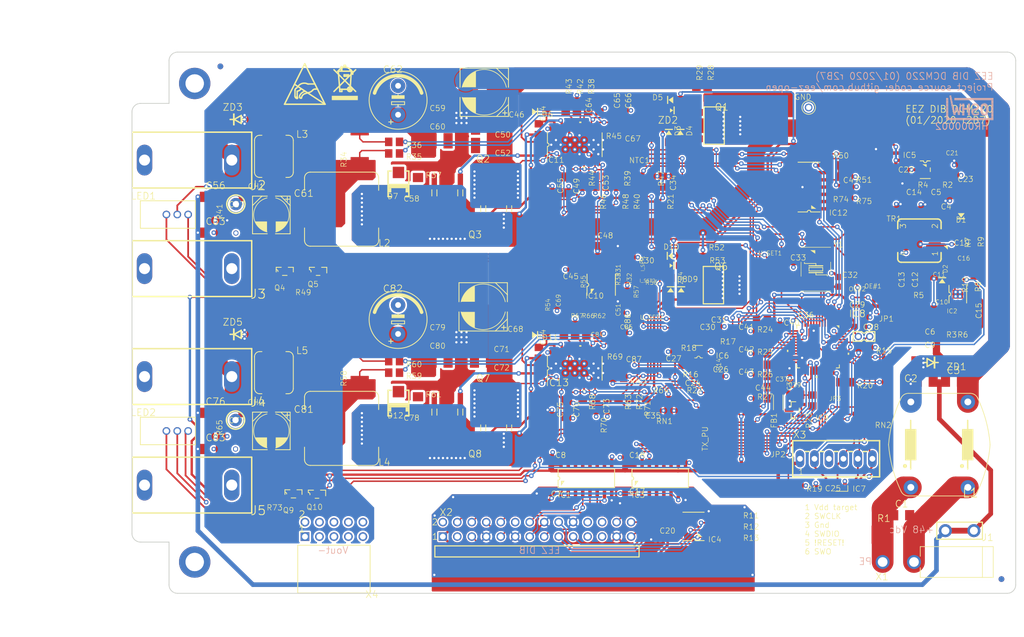
<source format=kicad_pcb>
(kicad_pcb (version 20171130) (host pcbnew 5.0.2+dfsg1-1)
  (layers (0 Top signal) (31 Bottom signal) (34 B.Paste user) (35 F.Paste user) (36 B.SilkS user) (37 F.SilkS user) (38 B.Mask user) (39 F.Mask user) (44 Edge.Cuts user))
  (net 0 "")
  (net 1 PE)
  (net 2 GND)
  (net 3 SCLK)
  (net 4 MOSI)
  (net 5 MISO)
  (net 6 ~RESET)
  (net 7 +3V3)
  (net 8 GNDIO)
  (net 9 OE_SYNC)
  (net 10 IRQ)
  (net 11 V+)
  (net 12 PWRGOOD)
  (net 13 DC_OUT+)
  (net 14 NSS)
  (net 15 U_SET#1)
  (net 16 I_SET#1)
  (net 17 CC#1)
  (net 18 OE#1)
  (net 19 U_SET#2)
  (net 20 I_SET#2)
  (net 21 CC#2)
  (net 22 OE#2)
  (net 23 I_MON2)
  (net 24 I_MON1)
  (net 25 U_MON1)
  (net 26 U_MON2)
  (net 27 BOOT0)
  (net 28 -8V)
  (net 29 +8V)
  (net 30 UART_RX)
  (net 31 UART_TX)
  (net 32 CC_LED#1)
  (net 33 CC_LED#2)
  (net 34 "Net-(IC10-Pad5)")
  (net 35 "Net-(C48-Pad2)")
  (net 36 "Net-(C48-Pad1)")
  (net 37 V-)
  (net 38 "Net-(IC10-Pad3)")
  (net 39 "Net-(C69-Pad2)")
  (net 40 "Net-(C69-Pad1)")
  (net 41 "Net-(IC12-Pad13)")
  (net 42 "/Channel #2/FB2")
  (net 43 "/Channel #1/FB1")
  (net 44 "Net-(IC12-Pad6)")
  (net 45 "Net-(IC12-Pad5)")
  (net 46 "Net-(IC12-Pad3)")
  (net 47 "/Bias PS, DIB interface/DIB_A2")
  (net 48 "/Bias PS, DIB interface/DIB_A1")
  (net 49 "/Bias PS, DIB interface/DIB_A0")
  (net 50 "/Bias PS, DIB interface/DIB_SDA")
  (net 51 "/Bias PS, DIB interface/DIB_SCL")
  (net 52 "Net-(C1-Pad1)")
  (net 53 "Net-(C1-Pad2)")
  (net 54 "Net-(IC1-Pad14)")
  (net 55 "Net-(IC1-Pad13)")
  (net 56 "Net-(IC1-Pad12)")
  (net 57 "/Bias PS, DIB interface/DIB_IRQ")
  (net 58 "/Bias PS, DIB interface/DIB_MISO")
  (net 59 "/Bias PS, DIB interface/DIB_CSA")
  (net 60 "/Bias PS, DIB interface/DIB_SCLK")
  (net 61 "/Bias PS, DIB interface/DIB_SYNC")
  (net 62 "/Bias PS, DIB interface/DIB_NRESET")
  (net 63 "Net-(C23-Pad2)")
  (net 64 "/Bias PS, DIB interface/DIB_UART_TX")
  (net 65 "/Bias PS, DIB interface/DIB_UART_RX")
  (net 66 "/Bias PS, DIB interface/DIB_BOOT0")
  (net 67 "/Bias PS, DIB interface/DIB_MOSI")
  (net 68 "/Bias PS, DIB interface/DIB_CSB")
  (net 69 "/Bias PS, DIB interface/+VAUX")
  (net 70 "/Bias PS, DIB interface/DIB_NFAULT")
  (net 71 "Net-(C11-Pad2)")
  (net 72 "Net-(C10-Pad1)")
  (net 73 "Net-(C4-Pad1)")
  (net 74 "Net-(D1-PadC)")
  (net 75 "Net-(C12-Pad1)")
  (net 76 "Net-(C16-Pad2)")
  (net 77 "Net-(IC2-Pad7)")
  (net 78 "Net-(IC2-Pad5)")
  (net 79 "Net-(C15-Pad1)")
  (net 80 "Net-(IC2-Pad3)")
  (net 81 "Net-(C10-Pad2)")
  (net 82 "Net-(C19-Pad2)")
  (net 83 "Net-(IC3-Pad14)")
  (net 84 "/Digital control/I_SET_OUT#2")
  (net 85 "/Digital control/I_SET_OUT#1")
  (net 86 "Net-(IC8-Pad43)")
  (net 87 "Net-(IC8-Pad42)")
  (net 88 "Net-(IC8-Pad41)")
  (net 89 "/Digital control/SWO")
  (net 90 "Net-(IC8-Pad38)")
  (net 91 "/Digital control/SWCLK")
  (net 92 "Net-(IC8-Pad35)")
  (net 93 "/Digital control/SWDIO")
  (net 94 "Net-(IC8-Pad29)")
  (net 95 "/Digital control/+VREF")
  (net 96 "/Digital control/VDDA")
  (net 97 "/Digital control/AGND")
  (net 98 "Net-(IC8-Pad22)")
  (net 99 "/Digital control/I_MON#2")
  (net 100 "/Digital control/U_MON#2")
  (net 101 "/Digital control/I_MON#1")
  (net 102 "/Digital control/U_MON#1")
  (net 103 "/Digital control/U_SET_OUT#1")
  (net 104 "/Digital control/U_SET_OUT#2")
  (net 105 "/Digital control/TEMP#2")
  (net 106 "Net-(IC8-Pad13)")
  (net 107 "Net-(IC8-Pad12)")
  (net 108 "/Digital control/TEMP#1")
  (net 109 "/Digital control/NRST")
  (net 110 "Net-(C33-Pad2)")
  (net 111 "Net-(C32-Pad2)")
  (net 112 "Net-(IC8-Pad1)")
  (net 113 "/Digital control/TCK")
  (net 114 "/Digital control/TMS")
  (net 115 "Net-(IC7-Pad2)")
  (net 116 "Net-(IC7-Pad1)")
  (net 117 "Net-(JP2-Pad2)")
  (net 118 "Net-(C24-Pad1)")
  (net 119 "Net-(C30-Pad1)")
  (net 120 "Net-(C30-Pad2)")
  (net 121 "Net-(IC6-Pad4)")
  (net 122 "Net-(C24-Pad2)")
  (net 123 "Net-(IC6-Pad6)")
  (net 124 "Net-(C54-Pad1)")
  (net 125 "Net-(C54-Pad2)")
  (net 126 "Net-(IC11-Pad25)")
  (net 127 "Net-(IC11-Pad24)")
  (net 128 "Net-(IC11-Pad22)")
  (net 129 "Net-(IC11-Pad20)")
  (net 130 "Net-(IC11-Pad19)")
  (net 131 "Net-(C67-Pad2)")
  (net 132 "Net-(C65-Pad1)")
  (net 133 "Net-(C65-Pad2)")
  (net 134 "Net-(C66-Pad2)")
  (net 135 "/Channel #1/VREF1")
  (net 136 "Net-(IC11-Pad9)")
  (net 137 "Net-(IC11-Pad8)")
  (net 138 "Net-(IC11-Pad1)")
  (net 139 "/Channel #1/INTVCC1")
  (net 140 "Net-(C49-Pad1)")
  (net 141 "Net-(C67-Pad1)")
  (net 142 "/Channel #1/VOUT1+")
  (net 143 "Net-(L2-Pad2)")
  (net 144 "Net-(R34-Pad2S)")
  (net 145 "Net-(R34-Pad1S)")
  (net 146 "Net-(C58-Pad2)")
  (net 147 "Net-(Q4-Pad3)")
  (net 148 "Net-(LED1-PadGREEN)")
  (net 149 "/Channel #1/VOUT_LC1+")
  (net 150 "Net-(LED1-PadRED)")
  (net 151 "Net-(Q1-Pad2)")
  (net 152 "Net-(D3-PadA)")
  (net 153 "Net-(D4-PadC)")
  (net 154 "Net-(C74-Pad1)")
  (net 155 "Net-(C74-Pad2)")
  (net 156 "Net-(IC13-Pad25)")
  (net 157 "Net-(IC13-Pad24)")
  (net 158 "Net-(IC13-Pad22)")
  (net 159 "Net-(IC13-Pad20)")
  (net 160 "Net-(IC13-Pad19)")
  (net 161 "Net-(C87-Pad2)")
  (net 162 "Net-(C85-Pad1)")
  (net 163 "Net-(C85-Pad2)")
  (net 164 "Net-(C86-Pad2)")
  (net 165 "/Channel #2/VREF2")
  (net 166 "Net-(IC13-Pad9)")
  (net 167 "Net-(IC13-Pad8)")
  (net 168 "Net-(IC13-Pad1)")
  (net 169 "/Channel #2/INTVCC2")
  (net 170 "Net-(C70-Pad1)")
  (net 171 "Net-(C87-Pad1)")
  (net 172 "/Channel #2/VOUT2+")
  (net 173 "Net-(L4-Pad2)")
  (net 174 "Net-(R58-Pad2S)")
  (net 175 "Net-(R58-Pad1S)")
  (net 176 "Net-(C78-Pad2)")
  (net 177 "Net-(Q10-Pad3)")
  (net 178 "Net-(LED2-PadGREEN)")
  (net 179 "/Channel #2/VOUT_LC2+")
  (net 180 "Net-(LED2-PadRED)")
  (net 181 "Net-(Q6-Pad2)")
  (net 182 "Net-(D8-PadA)")
  (net 183 "Net-(D9-PadC)")
  (module "EEZ DIB DCM220 r2B7:PCB-MB" (layer Top) (at 82.0011 63.0036)
    (fp_text reference KK1 hide)
    (fp_text value PMB-1 hide)
    (pad "" np_thru_hole circle (at 0 0) (size 3.2 3.2) (drill 3.2) (layers *.Cu *.Mask))
  )
  (module "EEZ DIB DCM220 r2B7:PCB-MB" (layer Top) (at 82.0011 147.0036)
    (fp_text reference KK2 hide)
    (fp_text value PMB-1 hide)
    (pad "" np_thru_hole circle (at 0 0) (size 3.2 3.2) (drill 3.2) (layers *.Cu *.Mask))
  )
  (module "EEZ DIB DCM220 r2B7:C0603" (layer Top) (at 164.0921 142.7246)
    (fp_text reference C20 (at -0.635 -0.635) (layer F.SilkS) (effects (font (size 0.9652 0.9652) (thickness 0.09652)) (justify left bottom)))
    (fp_text value 100n)
    (pad 2 smd roundrect (at 0.85 0) (size 1.1 1) (layers Top F.Paste F.Mask) (roundrect_rratio 0.0508) (net 11 V+))
    (pad 1 smd roundrect (at -0.85 0) (size 1.1 1) (layers Top F.Paste F.Mask) (roundrect_rratio 0.0508) (net 8 GNDIO))
  )
  (module "EEZ DIB DCM220 r2B7:SIGNATURE_5MM" (layer Top) (at 203.1911 68.6426 180)
    (fp_text reference EEZ_SIGNATURE hide)
    (fp_text value SIGNATURESMALL hide)
  )
  (module "EEZ DIB DCM220 r2B7:R0805" (layer Top) (at 176.0936 138.2796 180)
    (fp_text reference R11 (at -2.032 -1.143) (layer F.SilkS) (effects (font (size 0.9652 0.9652) (thickness 0.09652)) (justify left bottom)))
    (fp_text value 10K)
    (pad 2 smd roundrect (at 0.95 0 180) (size 1.3 1.5) (layers Top F.Paste F.Mask) (roundrect_rratio 0.03907692307692308) (net 47 "/Bias PS, DIB interface/DIB_A2"))
    (pad 1 smd roundrect (at -0.95 0 180) (size 1.3 1.5) (layers Top F.Paste F.Mask) (roundrect_rratio 0.03907692307692308) (net 11 V+))
  )
  (module "EEZ DIB DCM220 r2B7:R0805" (layer Top) (at 176.0936 140.2481 180)
    (fp_text reference R12 (at -2.032 -1.143) (layer F.SilkS) (effects (font (size 0.9652 0.9652) (thickness 0.09652)) (justify left bottom)))
    (fp_text value 10K)
    (pad 2 smd roundrect (at 0.95 0 180) (size 1.3 1.5) (layers Top F.Paste F.Mask) (roundrect_rratio 0.03907692307692308) (net 48 "/Bias PS, DIB interface/DIB_A1"))
    (pad 1 smd roundrect (at -0.95 0 180) (size 1.3 1.5) (layers Top F.Paste F.Mask) (roundrect_rratio 0.03907692307692308) (net 11 V+))
  )
  (module "EEZ DIB DCM220 r2B7:R0805" (layer Top) (at 176.0936 142.2166 180)
    (fp_text reference R13 (at -2.032 -1.143) (layer F.SilkS) (effects (font (size 0.9652 0.9652) (thickness 0.09652)) (justify left bottom)))
    (fp_text value 10K)
    (pad 2 smd roundrect (at 0.95 0 180) (size 1.3 1.5) (layers Top F.Paste F.Mask) (roundrect_rratio 0.03907692307692308) (net 49 "/Bias PS, DIB interface/DIB_A0"))
    (pad 1 smd roundrect (at -0.95 0 180) (size 1.3 1.5) (layers Top F.Paste F.Mask) (roundrect_rratio 0.03907692307692308) (net 11 V+))
  )
  (module "EEZ DIB DCM220 r2B7:MINIFIT_39301020" (layer Top) (at 208.1611 147.0036 90)
    (fp_text reference X1 (at -3.2925 -6.84) (layer F.SilkS) (effects (font (size 1.2065 1.2065) (thickness 0.12065)) (justify left bottom)))
    (fp_text value 39-30-1020)
    (pad "" np_thru_hole circle (at 0 7.3 90) (size 3 3) (drill 3) (layers *.Cu *.Mask))
    (pad 2 thru_hole circle (at 0 -5.5 90) (size 2.462 2.462) (drill 1.7) (layers *.Cu *.Mask) (net 52 "Net-(C1-Pad1)"))
    (pad 1 thru_hole circle (at 0 0 90) (size 2.462 2.462) (drill 1.7) (layers *.Cu *.Mask) (net 53 "Net-(C1-Pad2)"))
  )
  (module "EEZ DIB DCM220 r2B7:FIDUCIAL_DUAL" (layer Top) (at 223.5011 150.0036)
    (fp_text reference FM2 hide)
    (fp_text value FIDUCIAL_2 hide)
    (pad B smd roundrect (at 0 0 180) (size 1.016 1.016) (layers Bottom B.Mask) (roundrect_rratio 0.5))
    (pad T smd roundrect (at 0 0) (size 1.016 1.016) (layers Top F.Mask) (roundrect_rratio 0.5))
  )
  (module "EEZ DIB DCM220 r2B7:FIDUCIAL_DUAL" (layer Top) (at 86.5011 60.0036)
    (fp_text reference FM1 hide)
    (fp_text value FIDUCIAL_2 hide)
    (pad B smd roundrect (at 0 0 180) (size 1.016 1.016) (layers Bottom B.Mask) (roundrect_rratio 0.5))
    (pad T smd roundrect (at 0 0) (size 1.016 1.016) (layers Top F.Mask) (roundrect_rratio 0.5))
  )
  (module "EEZ DIB DCM220 r2B7:PCB_TAB-4907" (layer Top) (at 216.1611 141.5036 180)
    (fp_text reference J1 (at -3.81 -1.905) (layer F.SilkS) (effects (font (size 1.2065 1.2065) (thickness 0.12065)) (justify left bottom)))
    (fp_text value 4907)
    (pad 2 thru_hole circle (at 2.5 0 270) (size 2.3 2.3) (drill 1.4) (layers *.Cu *.Mask) (net 1 PE))
    (pad 1 thru_hole circle (at -2.5 0 270) (size 2.3 2.3) (drill 1.4) (layers *.Cu *.Mask) (net 1 PE))
  )
  (module "EEZ DIB DCM220 r2B7:SOIC127P600X173-8N" (layer Top) (at 169.4896 140.7561 180)
    (fp_text reference IC4 (at -2.5019 -2.8575) (layer F.SilkS) (effects (font (size 0.9652 0.9652) (thickness 0.09652)) (justify left bottom)))
    (fp_text value M24C32-WMN6P)
    (pad 5 smd roundrect (at 2.7 1.91 180) (size 1.55 0.6) (layers Top F.Paste F.Mask) (roundrect_rratio 0.08466666666666667) (net 50 "/Bias PS, DIB interface/DIB_SDA"))
    (pad 6 smd roundrect (at 2.7 0.64 180) (size 1.55 0.6) (layers Top F.Paste F.Mask) (roundrect_rratio 0.08466666666666667) (net 51 "/Bias PS, DIB interface/DIB_SCL"))
    (pad 7 smd roundrect (at 2.7 -0.63 180) (size 1.55 0.6) (layers Top F.Paste F.Mask) (roundrect_rratio 0.08466666666666667) (net 8 GNDIO))
    (pad 8 smd roundrect (at 2.7 -1.9 180) (size 1.55 0.6) (layers Top F.Paste F.Mask) (roundrect_rratio 0.08466666666666667) (net 11 V+))
    (pad 4 smd roundrect (at -2.7 1.91 180) (size 1.55 0.6) (layers Top F.Paste F.Mask) (roundrect_rratio 0.08466666666666667) (net 8 GNDIO))
    (pad 3 smd roundrect (at -2.7 0.64 180) (size 1.55 0.6) (layers Top F.Paste F.Mask) (roundrect_rratio 0.08466666666666667) (net 47 "/Bias PS, DIB interface/DIB_A2"))
    (pad 2 smd roundrect (at -2.7 -0.63 180) (size 1.55 0.6) (layers Top F.Paste F.Mask) (roundrect_rratio 0.08466666666666667) (net 48 "/Bias PS, DIB interface/DIB_A1"))
    (pad 1 smd roundrect (at -2.7 -1.9 180) (size 1.55 0.6) (layers Top F.Paste F.Mask) (roundrect_rratio 0.08466666666666667) (net 49 "/Bias PS, DIB interface/DIB_A0"))
  )
  (module "EEZ DIB DCM220 r2B7:ESD_SYMBOL" (layer Top) (at 97.7521 66.6521)
    (fp_text reference U$4 hide)
    (fp_text value "" hide)
  )
  (module "EEZ DIB DCM220 r2B7:RECYCLE_BIN1_8" (layer Top) (at 106.0426 65.9316)
    (fp_text reference U$2 hide)
    (fp_text value "" hide)
  )
  (module "EEZ DIB DCM220 r2B7:C0603" (layer Top) (at 143.7721 134.9776 180)
    (fp_text reference C7 (at -0.635 -0.635) (layer F.SilkS) (effects (font (size 0.9652 0.9652) (thickness 0.09652)) (justify left bottom)))
    (fp_text value 100n)
    (pad 2 smd roundrect (at 0.85 0 180) (size 1.1 1) (layers Top F.Paste F.Mask) (roundrect_rratio 0.0508) (net 8 GNDIO))
    (pad 1 smd roundrect (at -0.85 0 180) (size 1.1 1) (layers Top F.Paste F.Mask) (roundrect_rratio 0.0508) (net 11 V+))
  )
  (module "EEZ DIB DCM220 r2B7:C0603" (layer Top) (at 144.5341 129.4531 270)
    (fp_text reference C8 (at -0.635 -0.635) (layer F.SilkS) (effects (font (size 0.9652 0.9652) (thickness 0.09652)) (justify left bottom)))
    (fp_text value 100n)
    (pad 2 smd roundrect (at 0.85 0 270) (size 1.1 1) (layers Top F.Paste F.Mask) (roundrect_rratio 0.0508) (net 7 +3V3))
    (pad 1 smd roundrect (at -0.85 0 270) (size 1.1 1) (layers Top F.Paste F.Mask) (roundrect_rratio 0.0508) (net 2 GND))
  )
  (module "EEZ DIB DCM220 r2B7:CAY16" (layer Top) (at 161.2981 125.0716 270)
    (fp_text reference RN1 (at -2.2225 -1.5875) (layer F.SilkS) (effects (font (size 0.9652 0.9652) (thickness 0.09652)) (justify left bottom)))
    (fp_text value DR1206-33R-4/8)
    (pad 8 smd roundrect (at -1.35 -0.85 270) (size 0.5 1) (layers Top F.Paste F.Mask) (roundrect_rratio 0.1016) (net 9 OE_SYNC))
    (pad 7 smd roundrect (at -0.45 -0.85 270) (size 0.5 1) (layers Top F.Paste F.Mask) (roundrect_rratio 0.1016) (net 3 SCLK))
    (pad 6 smd roundrect (at 0.45 -0.85 270) (size 0.5 1) (layers Top F.Paste F.Mask) (roundrect_rratio 0.1016) (net 14 NSS))
    (pad 5 smd roundrect (at 1.35 -0.85 270) (size 0.5 1) (layers Top F.Paste F.Mask) (roundrect_rratio 0.1016) (net 4 MOSI))
    (pad 4 smd roundrect (at 1.35 0.85 270) (size 0.5 1) (layers Top F.Paste F.Mask) (roundrect_rratio 0.1016) (net 83 "Net-(IC3-Pad14)"))
    (pad 3 smd roundrect (at 0.45 0.85 270) (size 0.5 1) (layers Top F.Paste F.Mask) (roundrect_rratio 0.1016) (net 56 "Net-(IC1-Pad12)"))
    (pad 2 smd roundrect (at -0.45 0.85 270) (size 0.5 1) (layers Top F.Paste F.Mask) (roundrect_rratio 0.1016) (net 55 "Net-(IC1-Pad13)"))
    (pad 1 smd roundrect (at -1.35 0.85 270) (size 0.5 1) (layers Top F.Paste F.Mask) (roundrect_rratio 0.1016) (net 54 "Net-(IC1-Pad14)"))
  )
  (module "EEZ DIB DCM220 r2B7:SOIC-16" (layer Top) (at 150.6936 132.3106 90)
    (fp_text reference IC1 (at -3.4925 -5.08) (layer F.SilkS) (effects (font (size 0.9652 0.9652) (thickness 0.09652)) (justify left bottom)))
    (fp_text value Si8662AB-B-IS1)
    (pad 16 smd roundrect (at 2.6924 -4.445 90) (size 1.5494 0.6096) (layers Top F.Paste F.Mask) (roundrect_rratio 0.08333333333333333) (net 7 +3V3))
    (pad 15 smd roundrect (at 2.6924 -3.175 90) (size 1.5494 0.6096) (layers Top F.Paste F.Mask) (roundrect_rratio 0.08333333333333333) (net 6 ~RESET))
    (pad 14 smd roundrect (at 2.6924 -1.905 90) (size 1.5494 0.6096) (layers Top F.Paste F.Mask) (roundrect_rratio 0.08333333333333333) (net 54 "Net-(IC1-Pad14)"))
    (pad 13 smd roundrect (at 2.6924 -0.635 90) (size 1.5494 0.6096) (layers Top F.Paste F.Mask) (roundrect_rratio 0.08333333333333333) (net 55 "Net-(IC1-Pad13)"))
    (pad 12 smd roundrect (at 2.6924 0.635 90) (size 1.5494 0.6096) (layers Top F.Paste F.Mask) (roundrect_rratio 0.08333333333333333) (net 56 "Net-(IC1-Pad12)"))
    (pad 11 smd roundrect (at 2.6924 1.905 90) (size 1.5494 0.6096) (layers Top F.Paste F.Mask) (roundrect_rratio 0.08333333333333333) (net 5 MISO))
    (pad 10 smd roundrect (at 2.6924 3.175 90) (size 1.5494 0.6096) (layers Top F.Paste F.Mask) (roundrect_rratio 0.08333333333333333) (net 10 IRQ))
    (pad 9 smd roundrect (at 2.6924 4.445 90) (size 1.5494 0.6096) (layers Top F.Paste F.Mask) (roundrect_rratio 0.08333333333333333) (net 2 GND))
    (pad 8 smd roundrect (at -2.6924 4.445 90) (size 1.5494 0.6096) (layers Top F.Paste F.Mask) (roundrect_rratio 0.08333333333333333) (net 8 GNDIO))
    (pad 7 smd roundrect (at -2.6924 3.175 90) (size 1.5494 0.6096) (layers Top F.Paste F.Mask) (roundrect_rratio 0.08333333333333333) (net 57 "/Bias PS, DIB interface/DIB_IRQ"))
    (pad 6 smd roundrect (at -2.6924 1.905 90) (size 1.5494 0.6096) (layers Top F.Paste F.Mask) (roundrect_rratio 0.08333333333333333) (net 58 "/Bias PS, DIB interface/DIB_MISO"))
    (pad 5 smd roundrect (at -2.6924 0.635 90) (size 1.5494 0.6096) (layers Top F.Paste F.Mask) (roundrect_rratio 0.08333333333333333) (net 59 "/Bias PS, DIB interface/DIB_CSA"))
    (pad 4 smd roundrect (at -2.6924 -0.635 90) (size 1.5494 0.6096) (layers Top F.Paste F.Mask) (roundrect_rratio 0.08333333333333333) (net 60 "/Bias PS, DIB interface/DIB_SCLK"))
    (pad 3 smd roundrect (at -2.6924 -1.905 90) (size 1.5494 0.6096) (layers Top F.Paste F.Mask) (roundrect_rratio 0.08333333333333333) (net 61 "/Bias PS, DIB interface/DIB_SYNC"))
    (pad 2 smd roundrect (at -2.6924 -3.175 90) (size 1.5494 0.6096) (layers Top F.Paste F.Mask) (roundrect_rratio 0.08333333333333333) (net 62 "/Bias PS, DIB interface/DIB_NRESET"))
    (pad 1 smd roundrect (at -2.6924 -4.445 90) (size 1.5494 0.6096) (layers Top F.Paste F.Mask) (roundrect_rratio 0.08333333333333333) (net 11 V+))
  )
  (module "EEZ DIB DCM220 r2B7:SOT95P270X145-5N" (layer Top) (at 210.1296 78.1451)
    (fp_text reference IC5 (at -3.9878 -1.9939) (layer F.SilkS) (effects (font (size 0.9652 0.9652) (thickness 0.09652)) (justify left bottom)))
    (fp_text value LP2985-33DBVR)
    (pad 5 smd roundrect (at 1.3716 -0.9398) (size 1.3208 0.5588) (layers Top F.Paste F.Mask) (roundrect_rratio 0.09090909090909091) (net 7 +3V3))
    (pad 4 smd roundrect (at 1.3716 0.9398) (size 1.3208 0.5588) (layers Top F.Paste F.Mask) (roundrect_rratio 0.09090909090909091) (net 63 "Net-(C23-Pad2)"))
    (pad 3 smd roundrect (at -1.3716 0.9398) (size 1.3208 0.5588) (layers Top F.Paste F.Mask) (roundrect_rratio 0.09090909090909091) (net 29 +8V))
    (pad 2 smd roundrect (at -1.3716 0) (size 1.3208 0.5588) (layers Top F.Paste F.Mask) (roundrect_rratio 0.09090909090909091) (net 2 GND))
    (pad 1 smd roundrect (at -1.3716 -0.9398) (size 1.3208 0.5588) (layers Top F.Paste F.Mask) (roundrect_rratio 0.09090909090909091) (net 29 +8V))
  )
  (module "EEZ DIB DCM220 r2B7:C0805" (layer Top) (at 214.4476 79.0976 180)
    (fp_text reference C23 (at -1.27 -1.27) (layer F.SilkS) (effects (font (size 0.9652 0.9652) (thickness 0.09652)) (justify left bottom)))
    (fp_text value 10n)
    (pad 2 smd roundrect (at 0.95 0 180) (size 1.3 1.5) (layers Top F.Paste F.Mask) (roundrect_rratio 0.03907692307692308) (net 63 "Net-(C23-Pad2)"))
    (pad 1 smd roundrect (at -0.95 0 180) (size 1.3 1.5) (layers Top F.Paste F.Mask) (roundrect_rratio 0.03907692307692308) (net 2 GND))
  )
  (module "EEZ DIB DCM220 r2B7:C0805" (layer Top) (at 206.5736 77.4466 90)
    (fp_text reference C22 (at -1.27 -1.27) (layer F.SilkS) (effects (font (size 0.9652 0.9652) (thickness 0.09652)) (justify left bottom)))
    (fp_text value N.C.)
    (pad 2 smd roundrect (at 0.95 0 90) (size 1.3 1.5) (layers Top F.Paste F.Mask) (roundrect_rratio 0.03907692307692308) (net 29 +8V))
    (pad 1 smd roundrect (at -0.95 0 90) (size 1.3 1.5) (layers Top F.Paste F.Mask) (roundrect_rratio 0.03907692307692308) (net 2 GND))
  )
  (module "EEZ DIB DCM220 r2B7:C1206" (layer Top) (at 214.9556 76.9386)
    (fp_text reference C21 (at -1.27 -1.27) (layer F.SilkS) (effects (font (size 0.77216 0.77216) (thickness 0.077216)) (justify left bottom)))
    (fp_text value 2u2)
    (pad 2 smd roundrect (at 1.4 0) (size 1.6 1.8) (layers Top F.Paste F.Mask) (roundrect_rratio 0.03175) (net 2 GND))
    (pad 1 smd roundrect (at -1.4 0) (size 1.6 1.8) (layers Top F.Paste F.Mask) (roundrect_rratio 0.03175) (net 7 +3V3))
  )
  (module "EEZ DIB DCM220 r2B7:C1206" (layer Top) (at 215.0826 115.3561)
    (fp_text reference C3 (at -1.27 -1.27) (layer F.SilkS) (effects (font (size 1.2065 1.2065) (thickness 0.12065)) (justify left bottom)))
    (fp_text value 10n/200V)
    (pad 2 smd roundrect (at 1.4 0) (size 1.6 1.8) (layers Top F.Paste F.Mask) (roundrect_rratio 0.03175) (net 13 DC_OUT+))
    (pad 1 smd roundrect (at -1.4 0) (size 1.6 1.8) (layers Top F.Paste F.Mask) (roundrect_rratio 0.03175) (net 1 PE))
  )
  (module "EEZ DIB DCM220 r2B7:C1206" (layer Top) (at 210.1296 115.3561)
    (fp_text reference C2 (at -1.27 -1.27) (layer F.SilkS) (effects (font (size 1.2065 1.2065) (thickness 0.12065)) (justify right top)))
    (fp_text value 10n/200V)
    (pad 2 smd roundrect (at 1.4 0) (size 1.6 1.8) (layers Top F.Paste F.Mask) (roundrect_rratio 0.03175) (net 1 PE))
    (pad 1 smd roundrect (at -1.4 0) (size 1.6 1.8) (layers Top F.Paste F.Mask) (roundrect_rratio 0.03175) (net 2 GND))
  )
  (module "EEZ DIB DCM220 r2B7:C1206" (layer Top) (at 206.0021 138.7876)
    (fp_text reference C1 (at -1.27 -1.27) (layer F.SilkS) (effects (font (size 1.2065 1.2065) (thickness 0.12065)) (justify left bottom)))
    (fp_text value 10n/200V)
    (pad 2 smd roundrect (at 1.4 0) (size 1.6 1.8) (layers Top F.Paste F.Mask) (roundrect_rratio 0.03175) (net 53 "Net-(C1-Pad2)"))
    (pad 1 smd roundrect (at -1.4 0) (size 1.6 1.8) (layers Top F.Paste F.Mask) (roundrect_rratio 0.03175) (net 52 "Net-(C1-Pad1)"))
  )
  (module "EEZ DIB DCM220 r2B7:RN112" (layer Top) (at 212.6061 126.4051 90)
    (fp_text reference L1 (at -9.398 3.937) (layer F.SilkS) (effects (font (size 1.59258 1.59258) (thickness 0.159258)) (justify left bottom)))
    (fp_text value RN112-4-02-0M7)
    (pad 2 thru_hole circle (at 7.5 -5 90) (size 2.54 2.54) (drill 1.2) (layers *.Cu *.Mask) (net 2 GND))
    (pad 4 thru_hole circle (at 7.5 5 90) (size 2.54 2.54) (drill 1.2) (layers *.Cu *.Mask) (net 13 DC_OUT+))
    (pad 3 thru_hole circle (at -7.5 5 90) (size 2.54 2.54) (drill 1.2) (layers *.Cu *.Mask) (net 53 "Net-(C1-Pad2)"))
    (pad 1 thru_hole circle (at -7.5 -5 90) (size 2.54 2.54) (drill 1.2) (layers *.Cu *.Mask) (net 52 "Net-(C1-Pad1)"))
  )
  (module "EEZ DIB DCM220 r2B7:R2512" (layer Top) (at 204.4146 142.2166)
    (fp_text reference R1 (at -2.794 -2.159) (layer F.SilkS) (effects (font (size 1.2065 1.2065) (thickness 0.12065)) (justify left bottom)))
    (fp_text value N.C.)
    (pad 2 smd roundrect (at 2.8 0) (size 1.8 3.2) (layers Top F.Paste F.Mask) (roundrect_rratio 0.02822222222222222) (net 53 "Net-(C1-Pad2)"))
    (pad 1 smd roundrect (at -2.8 0) (size 1.8 3.2) (layers Top F.Paste F.Mask) (roundrect_rratio 0.02822222222222222) (net 52 "Net-(C1-Pad1)"))
  )
  (module "EEZ DIB DCM220 r2B7:LQFP-48" (layer Top) (at 191.3336 109.1966 270)
    (fp_text reference IC8 (at -5.08 -5.334) (layer F.SilkS) (effects (font (size 1.2065 1.2065) (thickness 0.12065)) (justify left bottom)))
    (fp_text value STM32F373C8T6)
    (pad 48 smd roundrect (at -2.7432 -4.2164 90) (size 0.2794 1.4732) (layers Top F.Paste F.Mask) (roundrect_rratio 0.1818181818181818) (net 7 +3V3))
    (pad 47 smd roundrect (at -2.2606 -4.2164 90) (size 0.2794 1.4732) (layers Top F.Paste F.Mask) (roundrect_rratio 0.1818181818181818) (net 2 GND))
    (pad 46 smd roundrect (at -1.7526 -4.2164 90) (size 0.2794 1.4732) (layers Top F.Paste F.Mask) (roundrect_rratio 0.1818181818181818) (net 84 "/Digital control/I_SET_OUT#2"))
    (pad 45 smd roundrect (at -1.2446 -4.2164 90) (size 0.2794 1.4732) (layers Top F.Paste F.Mask) (roundrect_rratio 0.1818181818181818) (net 85 "/Digital control/I_SET_OUT#1"))
    (pad 44 smd roundrect (at -0.762 -4.2164 90) (size 0.2794 1.4732) (layers Top F.Paste F.Mask) (roundrect_rratio 0.1818181818181818) (net 27 BOOT0))
    (pad 43 smd roundrect (at -0.254 -4.2164 90) (size 0.2794 1.4732) (layers Top F.Paste F.Mask) (roundrect_rratio 0.1818181818181818) (net 86 "Net-(IC8-Pad43)"))
    (pad 42 smd roundrect (at 0.254 -4.2164 90) (size 0.2794 1.4732) (layers Top F.Paste F.Mask) (roundrect_rratio 0.1818181818181818) (net 87 "Net-(IC8-Pad42)"))
    (pad 41 smd roundrect (at 0.762 -4.2164 90) (size 0.2794 1.4732) (layers Top F.Paste F.Mask) (roundrect_rratio 0.1818181818181818) (net 88 "Net-(IC8-Pad41)"))
    (pad 40 smd roundrect (at 1.2446 -4.2164 90) (size 0.2794 1.4732) (layers Top F.Paste F.Mask) (roundrect_rratio 0.1818181818181818) (net 12 PWRGOOD))
    (pad 39 smd roundrect (at 1.7526 -4.2164 90) (size 0.2794 1.4732) (layers Top F.Paste F.Mask) (roundrect_rratio 0.1818181818181818) (net 89 "/Digital control/SWO"))
    (pad 38 smd roundrect (at 2.2606 -4.2164 90) (size 0.2794 1.4732) (layers Top F.Paste F.Mask) (roundrect_rratio 0.1818181818181818) (net 90 "Net-(IC8-Pad38)"))
    (pad 37 smd roundrect (at 2.7432 -4.2164 90) (size 0.2794 1.4732) (layers Top F.Paste F.Mask) (roundrect_rratio 0.1818181818181818) (net 91 "/Digital control/SWCLK"))
    (pad 36 smd roundrect (at 4.2164 -2.7432 180) (size 0.2794 1.4732) (layers Top F.Paste F.Mask) (roundrect_rratio 0.1818181818181818) (net 9 OE_SYNC))
    (pad 35 smd roundrect (at 4.2164 -2.2606 180) (size 0.2794 1.4732) (layers Top F.Paste F.Mask) (roundrect_rratio 0.1818181818181818) (net 92 "Net-(IC8-Pad35)"))
    (pad 34 smd roundrect (at 4.2164 -1.7526 180) (size 0.2794 1.4732) (layers Top F.Paste F.Mask) (roundrect_rratio 0.1818181818181818) (net 93 "/Digital control/SWDIO"))
    (pad 33 smd roundrect (at 4.2164 -1.2446 180) (size 0.2794 1.4732) (layers Top F.Paste F.Mask) (roundrect_rratio 0.1818181818181818) (net 10 IRQ))
    (pad 32 smd roundrect (at 4.2164 -0.762 180) (size 0.2794 1.4732) (layers Top F.Paste F.Mask) (roundrect_rratio 0.1818181818181818) (net 14 NSS))
    (pad 31 smd roundrect (at 4.2164 -0.254 180) (size 0.2794 1.4732) (layers Top F.Paste F.Mask) (roundrect_rratio 0.1818181818181818) (net 30 UART_RX))
    (pad 30 smd roundrect (at 4.2164 0.254 180) (size 0.2794 1.4732) (layers Top F.Paste F.Mask) (roundrect_rratio 0.1818181818181818) (net 31 UART_TX))
    (pad 29 smd roundrect (at 4.2164 0.762 180) (size 0.2794 1.4732) (layers Top F.Paste F.Mask) (roundrect_rratio 0.1818181818181818) (net 94 "Net-(IC8-Pad29)"))
    (pad 28 smd roundrect (at 4.2164 1.2446 180) (size 0.2794 1.4732) (layers Top F.Paste F.Mask) (roundrect_rratio 0.1818181818181818) (net 3 SCLK))
    (pad 27 smd roundrect (at 4.2164 1.7526 180) (size 0.2794 1.4732) (layers Top F.Paste F.Mask) (roundrect_rratio 0.1818181818181818) (net 4 MOSI))
    (pad 26 smd roundrect (at 4.2164 2.2606 180) (size 0.2794 1.4732) (layers Top F.Paste F.Mask) (roundrect_rratio 0.1818181818181818) (net 5 MISO))
    (pad 25 smd roundrect (at 4.2164 2.7432 180) (size 0.2794 1.4732) (layers Top F.Paste F.Mask) (roundrect_rratio 0.1818181818181818) (net 95 "/Digital control/+VREF"))
    (pad 24 smd roundrect (at 2.7432 4.2164 90) (size 0.2794 1.4732) (layers Top F.Paste F.Mask) (roundrect_rratio 0.1818181818181818) (net 96 "/Digital control/VDDA"))
    (pad 23 smd roundrect (at 2.2606 4.2164 90) (size 0.2794 1.4732) (layers Top F.Paste F.Mask) (roundrect_rratio 0.1818181818181818) (net 97 "/Digital control/AGND"))
    (pad 22 smd roundrect (at 1.7526 4.2164 90) (size 0.2794 1.4732) (layers Top F.Paste F.Mask) (roundrect_rratio 0.1818181818181818) (net 98 "Net-(IC8-Pad22)"))
    (pad 21 smd roundrect (at 1.2446 4.2164 90) (size 0.2794 1.4732) (layers Top F.Paste F.Mask) (roundrect_rratio 0.1818181818181818) (net 99 "/Digital control/I_MON#2"))
    (pad 20 smd roundrect (at 0.762 4.2164 90) (size 0.2794 1.4732) (layers Top F.Paste F.Mask) (roundrect_rratio 0.1818181818181818) (net 100 "/Digital control/U_MON#2"))
    (pad 19 smd roundrect (at 0.254 4.2164 90) (size 0.2794 1.4732) (layers Top F.Paste F.Mask) (roundrect_rratio 0.1818181818181818) (net 101 "/Digital control/I_MON#1"))
    (pad 18 smd roundrect (at -0.254 4.2164 90) (size 0.2794 1.4732) (layers Top F.Paste F.Mask) (roundrect_rratio 0.1818181818181818) (net 102 "/Digital control/U_MON#1"))
    (pad 17 smd roundrect (at -0.762 4.2164 90) (size 0.2794 1.4732) (layers Top F.Paste F.Mask) (roundrect_rratio 0.1818181818181818) (net 7 +3V3))
    (pad 16 smd roundrect (at -1.2446 4.2164 90) (size 0.2794 1.4732) (layers Top F.Paste F.Mask) (roundrect_rratio 0.1818181818181818) (net 103 "/Digital control/U_SET_OUT#1"))
    (pad 15 smd roundrect (at -1.7526 4.2164 90) (size 0.2794 1.4732) (layers Top F.Paste F.Mask) (roundrect_rratio 0.1818181818181818) (net 104 "/Digital control/U_SET_OUT#2"))
    (pad 14 smd roundrect (at -2.2606 4.2164 90) (size 0.2794 1.4732) (layers Top F.Paste F.Mask) (roundrect_rratio 0.1818181818181818) (net 105 "/Digital control/TEMP#2"))
    (pad 13 smd roundrect (at -2.7432 4.2164 90) (size 0.2794 1.4732) (layers Top F.Paste F.Mask) (roundrect_rratio 0.1818181818181818) (net 106 "Net-(IC8-Pad13)"))
    (pad 12 smd roundrect (at -4.2164 2.7432 180) (size 0.2794 1.4732) (layers Top F.Paste F.Mask) (roundrect_rratio 0.1818181818181818) (net 107 "Net-(IC8-Pad12)"))
    (pad 11 smd roundrect (at -4.2164 2.2606 180) (size 0.2794 1.4732) (layers Top F.Paste F.Mask) (roundrect_rratio 0.1818181818181818) (net 33 CC_LED#2))
    (pad 10 smd roundrect (at -4.2164 1.7526 180) (size 0.2794 1.4732) (layers Top F.Paste F.Mask) (roundrect_rratio 0.1818181818181818) (net 108 "/Digital control/TEMP#1"))
    (pad 9 smd roundrect (at -4.2164 1.2446 180) (size 0.2794 1.4732) (layers Top F.Paste F.Mask) (roundrect_rratio 0.1818181818181818) (net 95 "/Digital control/+VREF"))
    (pad 8 smd roundrect (at -4.2164 0.762 180) (size 0.2794 1.4732) (layers Top F.Paste F.Mask) (roundrect_rratio 0.1818181818181818) (net 97 "/Digital control/AGND"))
    (pad 7 smd roundrect (at -4.2164 0.254 180) (size 0.2794 1.4732) (layers Top F.Paste F.Mask) (roundrect_rratio 0.1818181818181818) (net 109 "/Digital control/NRST"))
    (pad 6 smd roundrect (at -4.2164 -0.254 180) (size 0.2794 1.4732) (layers Top F.Paste F.Mask) (roundrect_rratio 0.1818181818181818) (net 110 "Net-(C33-Pad2)"))
    (pad 5 smd roundrect (at -4.2164 -0.762 180) (size 0.2794 1.4732) (layers Top F.Paste F.Mask) (roundrect_rratio 0.1818181818181818) (net 111 "Net-(C32-Pad2)"))
    (pad 4 smd roundrect (at -4.2164 -1.2446 180) (size 0.2794 1.4732) (layers Top F.Paste F.Mask) (roundrect_rratio 0.1818181818181818) (net 21 CC#2))
    (pad 3 smd roundrect (at -4.2164 -1.7526 180) (size 0.2794 1.4732) (layers Top F.Paste F.Mask) (roundrect_rratio 0.1818181818181818) (net 17 CC#1))
    (pad 2 smd roundrect (at -4.2164 -2.2606 180) (size 0.2794 1.4732) (layers Top F.Paste F.Mask) (roundrect_rratio 0.1818181818181818) (net 32 CC_LED#1))
    (pad 1 smd roundrect (at -4.2164 -2.7432 180) (size 0.2794 1.4732) (layers Top F.Paste F.Mask) (roundrect_rratio 0.1818181818181818) (net 112 "Net-(IC8-Pad1)"))
  )
  (module "EEZ DIB DCM220 r2B7:DRL6" (layer Top) (at 195.3976 133.7711 180)
    (fp_text reference IC7 (at -1.905 -0.9525) (layer F.SilkS) (effects (font (size 0.9652 0.9652) (thickness 0.09652)) (justify left bottom)))
    (fp_text value N.C.)
    (pad 6 smd roundrect (at 0.65 -0.5 180) (size 0.654 0.3008) (layers Top F.Paste F.Mask) (roundrect_rratio 0.1688829787234042) (net 7 +3V3))
    (pad 5 smd roundrect (at 0.65 0 180) (size 0.654 0.3008) (layers Top F.Paste F.Mask) (roundrect_rratio 0.1688829787234042) (net 113 "/Digital control/TCK"))
    (pad 4 smd roundrect (at 0.65 0.5 180) (size 0.654 0.3008) (layers Top F.Paste F.Mask) (roundrect_rratio 0.1688829787234042) (net 114 "/Digital control/TMS"))
    (pad 3 smd roundrect (at -0.65 0.5 180) (size 0.654 0.3008) (layers Top F.Paste F.Mask) (roundrect_rratio 0.1688829787234042) (net 2 GND))
    (pad 2 smd roundrect (at -0.65 0 180) (size 0.654 0.3008) (layers Top F.Paste F.Mask) (roundrect_rratio 0.1688829787234042) (net 115 "Net-(IC7-Pad2)"))
    (pad 1 smd roundrect (at -0.65 -0.5 180) (size 0.654 0.3008) (layers Top F.Paste F.Mask) (roundrect_rratio 0.1688829787234042) (net 116 "Net-(IC7-Pad1)"))
  )
  (module "EEZ DIB DCM220 r2B7:C0603" (layer Top) (at 191.8416 134.0251 180)
    (fp_text reference C25 (at -0.635 -0.635) (layer F.SilkS) (effects (font (size 0.9652 0.9652) (thickness 0.09652)) (justify left bottom)))
    (fp_text value N.C.)
    (pad 2 smd roundrect (at 0.85 0 180) (size 1.1 1) (layers Top F.Paste F.Mask) (roundrect_rratio 0.0508) (net 2 GND))
    (pad 1 smd roundrect (at -0.85 0 180) (size 1.1 1) (layers Top F.Paste F.Mask) (roundrect_rratio 0.0508) (net 7 +3V3))
  )
  (module "EEZ DIB DCM220 r2B7:22-23-2061" (layer Top) (at 194.5086 128.8816)
    (fp_text reference X3 (at -7.62 -3.4925) (layer F.SilkS) (effects (font (size 1.2065 1.2065) (thickness 0.12065)) (justify left bottom)))
    (fp_text value N.C.)
    (fp_text user 1 (at -6.6675 2.8575) (layer F.SilkS) (effects (font (size 0.9652 0.9652) (thickness 0.08128)) (justify left bottom)))
    (pad 6 thru_hole oval (at 6.35 0 90) (size 3 1.5) (drill 1) (layers *.Cu *.Mask) (net 116 "Net-(IC7-Pad1)"))
    (pad 5 thru_hole oval (at 3.81 0 90) (size 3 1.5) (drill 1) (layers *.Cu *.Mask) (net 115 "Net-(IC7-Pad2)"))
    (pad 4 thru_hole oval (at 1.27 0 90) (size 3 1.5) (drill 1) (layers *.Cu *.Mask) (net 114 "/Digital control/TMS"))
    (pad 3 thru_hole oval (at -1.27 0 90) (size 3 1.5) (drill 1) (layers *.Cu *.Mask) (net 2 GND))
    (pad 2 thru_hole oval (at -3.81 0 90) (size 3 1.5) (drill 1) (layers *.Cu *.Mask) (net 113 "/Digital control/TCK"))
    (pad 1 thru_hole oval (at -6.35 0 90) (size 3 1.5) (drill 1) (layers *.Cu *.Mask) (net 117 "Net-(JP2-Pad2)"))
  )
  (module "EEZ DIB DCM220 r2B7:R0805" (layer Top) (at 187.2061 133.5806 180)
    (fp_text reference R19 (at -2.032 -1.143) (layer F.SilkS) (effects (font (size 0.9652 0.9652) (thickness 0.09652)) (justify left bottom)))
    (fp_text value N.C.)
    (pad 2 smd roundrect (at 0.95 0 180) (size 1.3 1.5) (layers Top F.Paste F.Mask) (roundrect_rratio 0.03907692307692308) (net 117 "Net-(JP2-Pad2)"))
    (pad 1 smd roundrect (at -0.95 0 180) (size 1.3 1.5) (layers Top F.Paste F.Mask) (roundrect_rratio 0.03907692307692308) (net 2 GND))
  )
  (module "EEZ DIB DCM220 r2B7:JP2-CUT" (layer Top) (at 184.9836 129.7071)
    (fp_text reference JP2 (at -2.032 -1.016) (layer F.SilkS) (effects (font (size 0.9652 0.9652) (thickness 0.09652)) (justify left bottom)))
    (fp_text value JP2-CUT hide)
    (pad 2 smd roundrect (at 0.635 0) (size 0.508 0.254) (layers Top F.Mask) (roundrect_rratio 0.2) (net 117 "Net-(JP2-Pad2)"))
    (pad 1 smd roundrect (at -0.635 0) (size 0.508 0.254) (layers Top F.Mask) (roundrect_rratio 0.2) (net 7 +3V3))
  )
  (module "EEZ DIB DCM220 r2B7:C0805" (layer Top) (at 181.4911 114.3401)
    (fp_text reference C43 (at -1.27 -1.27) (layer F.SilkS) (effects (font (size 0.9652 0.9652) (thickness 0.09652)) (justify right top)))
    (fp_text value 4n7)
    (pad 2 smd roundrect (at 0.95 0) (size 1.3 1.5) (layers Top F.Paste F.Mask) (roundrect_rratio 0.03907692307692308) (net 100 "/Digital control/U_MON#2"))
    (pad 1 smd roundrect (at -0.95 0) (size 1.3 1.5) (layers Top F.Paste F.Mask) (roundrect_rratio 0.03907692307692308) (net 2 GND))
  )
  (module "EEZ DIB DCM220 r2B7:R0805" (layer Top) (at 181.4911 112.3716 180)
    (fp_text reference R26 (at -2.032 -1.143) (layer F.SilkS) (effects (font (size 0.9652 0.9652) (thickness 0.09652)) (justify right top)))
    (fp_text value 2K2)
    (pad 2 smd roundrect (at 0.95 0 180) (size 1.3 1.5) (layers Top F.Paste F.Mask) (roundrect_rratio 0.03907692307692308) (net 26 U_MON2))
    (pad 1 smd roundrect (at -0.95 0 180) (size 1.3 1.5) (layers Top F.Paste F.Mask) (roundrect_rratio 0.03907692307692308) (net 100 "/Digital control/U_MON#2"))
  )
  (module "EEZ DIB DCM220 r2B7:C0805" (layer Top) (at 181.4911 106.4661)
    (fp_text reference C41 (at -1.27 -1.27) (layer F.SilkS) (effects (font (size 0.9652 0.9652) (thickness 0.09652)) (justify right top)))
    (fp_text value 4n7)
    (pad 2 smd roundrect (at 0.95 0) (size 1.3 1.5) (layers Top F.Paste F.Mask) (roundrect_rratio 0.03907692307692308) (net 102 "/Digital control/U_MON#1"))
    (pad 1 smd roundrect (at -0.95 0) (size 1.3 1.5) (layers Top F.Paste F.Mask) (roundrect_rratio 0.03907692307692308) (net 2 GND))
  )
  (module "EEZ DIB DCM220 r2B7:R0805" (layer Top) (at 181.4911 104.4976 180)
    (fp_text reference R24 (at -2.032 -1.143) (layer F.SilkS) (effects (font (size 0.9652 0.9652) (thickness 0.09652)) (justify right top)))
    (fp_text value 2K2)
    (pad 2 smd roundrect (at 0.95 0 180) (size 1.3 1.5) (layers Top F.Paste F.Mask) (roundrect_rratio 0.03907692307692308) (net 25 U_MON1))
    (pad 1 smd roundrect (at -0.95 0 180) (size 1.3 1.5) (layers Top F.Paste F.Mask) (roundrect_rratio 0.03907692307692308) (net 102 "/Digital control/U_MON#1"))
  )
  (module "EEZ DIB DCM220 r2B7:C0805" (layer Top) (at 181.4911 118.2771)
    (fp_text reference C44 (at -1.27 -1.27) (layer F.SilkS) (effects (font (size 0.9652 0.9652) (thickness 0.09652)) (justify left bottom)))
    (fp_text value 4n7)
    (pad 2 smd roundrect (at 0.95 0) (size 1.3 1.5) (layers Top F.Paste F.Mask) (roundrect_rratio 0.03907692307692308) (net 99 "/Digital control/I_MON#2"))
    (pad 1 smd roundrect (at -0.95 0) (size 1.3 1.5) (layers Top F.Paste F.Mask) (roundrect_rratio 0.03907692307692308) (net 2 GND))
  )
  (module "EEZ DIB DCM220 r2B7:R0805" (layer Top) (at 181.4911 116.3086 180)
    (fp_text reference R27 (at -2.032 -1.143) (layer F.SilkS) (effects (font (size 0.9652 0.9652) (thickness 0.09652)) (justify right top)))
    (fp_text value 2K2)
    (pad 2 smd roundrect (at 0.95 0 180) (size 1.3 1.5) (layers Top F.Paste F.Mask) (roundrect_rratio 0.03907692307692308) (net 23 I_MON2))
    (pad 1 smd roundrect (at -0.95 0 180) (size 1.3 1.5) (layers Top F.Paste F.Mask) (roundrect_rratio 0.03907692307692308) (net 99 "/Digital control/I_MON#2"))
  )
  (module "EEZ DIB DCM220 r2B7:C0805" (layer Top) (at 181.4911 110.4031)
    (fp_text reference C42 (at -1.27 -1.27) (layer F.SilkS) (effects (font (size 0.9652 0.9652) (thickness 0.09652)) (justify right top)))
    (fp_text value 4n7)
    (pad 2 smd roundrect (at 0.95 0) (size 1.3 1.5) (layers Top F.Paste F.Mask) (roundrect_rratio 0.03907692307692308) (net 101 "/Digital control/I_MON#1"))
    (pad 1 smd roundrect (at -0.95 0) (size 1.3 1.5) (layers Top F.Paste F.Mask) (roundrect_rratio 0.03907692307692308) (net 2 GND))
  )
  (module "EEZ DIB DCM220 r2B7:R0805" (layer Top) (at 181.4911 108.4346 180)
    (fp_text reference R25 (at -2.032 -1.143) (layer F.SilkS) (effects (font (size 0.9652 0.9652) (thickness 0.09652)) (justify right top)))
    (fp_text value 2K2)
    (pad 2 smd roundrect (at 0.95 0 180) (size 1.3 1.5) (layers Top F.Paste F.Mask) (roundrect_rratio 0.03907692307692308) (net 24 I_MON1))
    (pad 1 smd roundrect (at -0.95 0 180) (size 1.3 1.5) (layers Top F.Paste F.Mask) (roundrect_rratio 0.03907692307692308) (net 101 "/Digital control/I_MON#1"))
  )
  (module "EEZ DIB DCM220 r2B7:C0603" (layer Top) (at 198.5091 105.7041 180)
    (fp_text reference C28 (at -0.635 -0.635) (layer F.SilkS) (effects (font (size 0.9652 0.9652) (thickness 0.09652)) (justify left bottom)))
    (fp_text value 100n)
    (pad 2 smd roundrect (at 0.85 0 180) (size 1.1 1) (layers Top F.Paste F.Mask) (roundrect_rratio 0.0508) (net 7 +3V3))
    (pad 1 smd roundrect (at -0.85 0 180) (size 1.1 1) (layers Top F.Paste F.Mask) (roundrect_rratio 0.0508) (net 2 GND))
  )
  (module "EEZ DIB DCM220 r2B7:C1206" (layer Top) (at 198.0011 103.6721)
    (fp_text reference C29 (at -1.27 -1.27) (layer F.SilkS) (effects (font (size 0.9652 0.9652) (thickness 0.09652)) (justify left bottom)))
    (fp_text value 4u7)
    (pad 2 smd roundrect (at 1.4 0) (size 1.6 1.8) (layers Top F.Paste F.Mask) (roundrect_rratio 0.03175) (net 2 GND))
    (pad 1 smd roundrect (at -1.4 0) (size 1.6 1.8) (layers Top F.Paste F.Mask) (roundrect_rratio 0.03175) (net 7 +3V3))
  )
  (module "EEZ DIB DCM220 r2B7:C0603" (layer Top) (at 184.6026 106.2121 270)
    (fp_text reference C40 (at -0.635 -0.635) (layer F.SilkS) (effects (font (size 0.9652 0.9652) (thickness 0.09652)) (justify left bottom)))
    (fp_text value 100n)
    (pad 2 smd roundrect (at 0.85 0 270) (size 1.1 1) (layers Top F.Paste F.Mask) (roundrect_rratio 0.0508) (net 7 +3V3))
    (pad 1 smd roundrect (at -0.85 0 270) (size 1.1 1) (layers Top F.Paste F.Mask) (roundrect_rratio 0.0508) (net 2 GND))
  )
  (module "EEZ DIB DCM220 r2B7:R0805" (layer Top) (at 199.3981 109.3236 180)
    (fp_text reference R15 (at -2.032 -1.143) (layer F.SilkS) (effects (font (size 0.9652 0.9652) (thickness 0.09652)) (justify left bottom)))
    (fp_text value 10K)
    (pad 2 smd roundrect (at 0.95 0 180) (size 1.3 1.5) (layers Top F.Paste F.Mask) (roundrect_rratio 0.03907692307692308) (net 27 BOOT0))
    (pad 1 smd roundrect (at -0.95 0 180) (size 1.3 1.5) (layers Top F.Paste F.Mask) (roundrect_rratio 0.03907692307692308) (net 2 GND))
  )
  (module "EEZ DIB DCM220 r2B7:BEAD0603" (layer Top) (at 184.3486 118.9756 90)
    (fp_text reference FB1 (at -1.773 -1.3145 90) (layer F.SilkS) (effects (font (size 0.9652 0.9652) (thickness 0.09652)) (justify right top)))
    (fp_text value 60R@100MHz)
    (pad P$2 smd roundrect (at 0.85 0 90) (size 1 1.1) (layers Top F.Paste F.Mask) (roundrect_rratio 0.0508) (net 96 "/Digital control/VDDA"))
    (pad P$1 smd roundrect (at -0.85 0 90) (size 1 1.1) (layers Top F.Paste F.Mask) (roundrect_rratio 0.0508) (net 7 +3V3))
  )
  (module "EEZ DIB DCM220 r2B7:C0603" (layer Top) (at 185.4916 113.8321 180)
    (fp_text reference C37 (at -0.635 -0.635) (layer F.SilkS) (effects (font (size 0.77216 0.77216) (thickness 0.077216)) (justify right top)))
    (fp_text value 100n)
    (pad 2 smd roundrect (at 0.85 0 180) (size 1.1 1) (layers Top F.Paste F.Mask) (roundrect_rratio 0.0508) (net 96 "/Digital control/VDDA"))
    (pad 1 smd roundrect (at -0.85 0 180) (size 1.1 1) (layers Top F.Paste F.Mask) (roundrect_rratio 0.0508) (net 2 GND))
  )
  (module "EEZ DIB DCM220 r2B7:C0805" (layer Top) (at 185.4916 115.6736 180)
    (fp_text reference C38 (at -1.27 -1.27 90) (layer F.SilkS) (effects (font (size 0.77216 0.77216) (thickness 0.077216)) (justify left bottom)))
    (fp_text value 1u)
    (pad 2 smd roundrect (at 0.95 0 180) (size 1.3 1.5) (layers Top F.Paste F.Mask) (roundrect_rratio 0.03907692307692308) (net 96 "/Digital control/VDDA"))
    (pad 1 smd roundrect (at -0.95 0 180) (size 1.3 1.5) (layers Top F.Paste F.Mask) (roundrect_rratio 0.03907692307692308) (net 2 GND))
  )
  (module "EEZ DIB DCM220 r2B7:SHORT_NOHOLE" (layer Top) (at 187.3331 111.1651 270)
    (fp_text reference SH2)
    (fp_text value SHORTNOHOLE hide)
    (pad 2 smd roundrect (at 0 0.1175 90) (size 0.5 0.25) (layers Bottom B.Mask) (roundrect_rratio 0.2032) (net 2 GND))
    (pad 1 smd roundrect (at 0 -0.1175 90) (size 0.5 0.25) (layers Bottom B.Mask) (roundrect_rratio 0.2032) (net 97 "/Digital control/AGND"))
  )
  (module "EEZ DIB DCM220 r2B7:C0805" (layer Top) (at 187.3331 117.6421)
    (fp_text reference C39 (at -1.27 -1.27) (layer F.SilkS) (effects (font (size 0.77216 0.77216) (thickness 0.077216)) (justify left bottom)))
    (fp_text value 4n7)
    (pad 2 smd roundrect (at 0.95 0) (size 1.3 1.5) (layers Top F.Paste F.Mask) (roundrect_rratio 0.03907692307692308) (net 95 "/Digital control/+VREF"))
    (pad 1 smd roundrect (at -0.95 0) (size 1.3 1.5) (layers Top F.Paste F.Mask) (roundrect_rratio 0.03907692307692308) (net 97 "/Digital control/AGND"))
  )
  (module "EEZ DIB DCM220 r2B7:CAY16" (layer Top) (at 199.0171 121.9601 180)
    (fp_text reference RN2 (at -2.2225 -1.5875) (layer F.SilkS) (effects (font (size 0.9652 0.9652) (thickness 0.09652)) (justify left bottom)))
    (fp_text value N.C.)
    (pad 8 smd roundrect (at -1.35 -0.85 180) (size 0.5 1) (layers Top F.Paste F.Mask) (roundrect_rratio 0.1016) (net 116 "Net-(IC7-Pad1)"))
    (pad 7 smd roundrect (at -0.45 -0.85 180) (size 0.5 1) (layers Top F.Paste F.Mask) (roundrect_rratio 0.1016) (net 113 "/Digital control/TCK"))
    (pad 6 smd roundrect (at 0.45 -0.85 180) (size 0.5 1) (layers Top F.Paste F.Mask) (roundrect_rratio 0.1016) (net 115 "Net-(IC7-Pad2)"))
    (pad 5 smd roundrect (at 1.35 -0.85 180) (size 0.5 1) (layers Top F.Paste F.Mask) (roundrect_rratio 0.1016) (net 114 "/Digital control/TMS"))
    (pad 4 smd roundrect (at 1.35 0.85 180) (size 0.5 1) (layers Top F.Paste F.Mask) (roundrect_rratio 0.1016) (net 93 "/Digital control/SWDIO"))
    (pad 3 smd roundrect (at 0.45 0.85 180) (size 0.5 1) (layers Top F.Paste F.Mask) (roundrect_rratio 0.1016) (net 109 "/Digital control/NRST"))
    (pad 2 smd roundrect (at -0.45 0.85 180) (size 0.5 1) (layers Top F.Paste F.Mask) (roundrect_rratio 0.1016) (net 91 "/Digital control/SWCLK"))
    (pad 1 smd roundrect (at -1.35 0.85 180) (size 0.5 1) (layers Top F.Paste F.Mask) (roundrect_rratio 0.1016) (net 89 "/Digital control/SWO"))
  )
  (module "EEZ DIB DCM220 r2B7:2MM-2" (layer Top) (at 199.3981 107.4186 270)
    (fp_text reference JP1 (at -2.54 -2.54) (layer F.SilkS) (effects (font (size 0.9652 0.9652) (thickness 0.09652)) (justify left bottom)))
    (fp_text value JUMPER-2PIN-2MM)
    (pad 2 thru_hole circle (at 0 -1 270) (size 1.27 1.27) (drill 0.8) (layers *.Cu *.Mask) (net 27 BOOT0))
    (pad 1 thru_hole circle (at 0 1 270) (size 1.27 1.27) (drill 0.8) (layers *.Cu *.Mask) (net 7 +3V3))
  )
  (module "EEZ DIB DCM220 r2B7:LTC_05-08-1663-EB" (layer Top) (at 148.6616 73.7636 90)
    (fp_text reference IC11 (at -3.2258 -5.1689) (layer F.SilkS) (effects (font (size 0.9652 0.9652) (thickness 0.09652)) (justify left bottom)))
    (fp_text value LT3763EFE#PBF)
    (pad 28 smd roundrect (at 2.975 -4.225 90) (size 1.1176 0.4064) (layers Top F.Paste F.Mask) (roundrect_rratio 0.125) (net 2 GND))
    (pad 27 smd roundrect (at 2.975 -3.575 90) (size 1.1176 0.4064) (layers Top F.Paste F.Mask) (roundrect_rratio 0.125) (net 124 "Net-(C54-Pad1)"))
    (pad 26 smd roundrect (at 2.975 -2.925 90) (size 1.1176 0.4064) (layers Top F.Paste F.Mask) (roundrect_rratio 0.125) (net 125 "Net-(C54-Pad2)"))
    (pad 25 smd roundrect (at 2.975 -2.275 90) (size 1.1176 0.4064) (layers Top F.Paste F.Mask) (roundrect_rratio 0.125) (net 126 "Net-(IC11-Pad25)"))
    (pad 24 smd roundrect (at 2.975 -1.625 90) (size 1.1176 0.4064) (layers Top F.Paste F.Mask) (roundrect_rratio 0.125) (net 127 "Net-(IC11-Pad24)"))
    (pad 23 smd roundrect (at 2.975 -0.975 90) (size 1.1176 0.4064) (layers Top F.Paste F.Mask) (roundrect_rratio 0.125) (net 2 GND))
    (pad 22 smd roundrect (at 2.975 -0.325 90) (size 1.1176 0.4064) (layers Top F.Paste F.Mask) (roundrect_rratio 0.125) (net 128 "Net-(IC11-Pad22)"))
    (pad 21 smd roundrect (at 2.975 0.325 90) (size 1.1176 0.4064) (layers Top F.Paste F.Mask) (roundrect_rratio 0.125) (net 2 GND))
    (pad 20 smd roundrect (at 2.975 0.975 90) (size 1.1176 0.4064) (layers Top F.Paste F.Mask) (roundrect_rratio 0.125) (net 129 "Net-(IC11-Pad20)"))
    (pad 19 smd roundrect (at 2.975 1.625 90) (size 1.1176 0.4064) (layers Top F.Paste F.Mask) (roundrect_rratio 0.125) (net 130 "Net-(IC11-Pad19)"))
    (pad 18 smd roundrect (at 2.975 2.275 90) (size 1.1176 0.4064) (layers Top F.Paste F.Mask) (roundrect_rratio 0.125) (net 131 "Net-(C67-Pad2)"))
    (pad 17 smd roundrect (at 2.975 2.925 90) (size 1.1176 0.4064) (layers Top F.Paste F.Mask) (roundrect_rratio 0.125) (net 132 "Net-(C65-Pad1)"))
    (pad 16 smd roundrect (at 2.975 3.575 90) (size 1.1176 0.4064) (layers Top F.Paste F.Mask) (roundrect_rratio 0.125) (net 133 "Net-(C65-Pad2)"))
    (pad 15 smd roundrect (at 2.975 4.225 90) (size 1.1176 0.4064) (layers Top F.Paste F.Mask) (roundrect_rratio 0.125) (net 134 "Net-(C66-Pad2)"))
    (pad 14 smd roundrect (at -2.975 4.225 90) (size 1.1176 0.4064) (layers Top F.Paste F.Mask) (roundrect_rratio 0.125) (net 36 "Net-(C48-Pad1)"))
    (pad 13 smd roundrect (at -2.975 3.575 90) (size 1.1176 0.4064) (layers Top F.Paste F.Mask) (roundrect_rratio 0.125) (net 135 "/Channel #1/VREF1"))
    (pad 12 smd roundrect (at -2.975 2.925 90) (size 1.1176 0.4064) (layers Top F.Paste F.Mask) (roundrect_rratio 0.125) (net 2 GND))
    (pad 11 smd roundrect (at -2.975 2.275 90) (size 1.1176 0.4064) (layers Top F.Paste F.Mask) (roundrect_rratio 0.125) (net 43 "/Channel #1/FB1"))
    (pad 10 smd roundrect (at -2.975 1.625 90) (size 1.1176 0.4064) (layers Top F.Paste F.Mask) (roundrect_rratio 0.125) (net 135 "/Channel #1/VREF1"))
    (pad 9 smd roundrect (at -2.975 0.975 90) (size 1.1176 0.4064) (layers Top F.Paste F.Mask) (roundrect_rratio 0.125) (net 136 "Net-(IC11-Pad9)"))
    (pad 8 smd roundrect (at -2.975 0.325 90) (size 1.1176 0.4064) (layers Top F.Paste F.Mask) (roundrect_rratio 0.125) (net 137 "Net-(IC11-Pad8)"))
    (pad 1 smd roundrect (at -2.975 -4.225 90) (size 1.1176 0.4064) (layers Top F.Paste F.Mask) (roundrect_rratio 0.125) (net 138 "Net-(IC11-Pad1)"))
    (pad 2 smd roundrect (at -2.975 -3.575 90) (size 1.1176 0.4064) (layers Top F.Paste F.Mask) (roundrect_rratio 0.125) (net 139 "/Channel #1/INTVCC1"))
    (pad 3 smd roundrect (at -2.975 -2.925 90) (size 1.1176 0.4064) (layers Top F.Paste F.Mask) (roundrect_rratio 0.125) (net 140 "Net-(C49-Pad1)"))
    (pad 4 smd roundrect (at -2.975 -2.275 90) (size 1.1176 0.4064) (layers Top F.Paste F.Mask) (roundrect_rratio 0.125) (net 18 OE#1))
    (pad 5 smd roundrect (at -2.975 -1.625 90) (size 1.1176 0.4064) (layers Top F.Paste F.Mask) (roundrect_rratio 0.125) (net 135 "/Channel #1/VREF1"))
    (pad 6 smd roundrect (at -2.975 -0.975 90) (size 1.1176 0.4064) (layers Top F.Paste F.Mask) (roundrect_rratio 0.125) (net 13 DC_OUT+))
    (pad TP smd roundrect (at 0 0 90) (size 2.95 4.95) (layers Top F.Paste F.Mask) (roundrect_rratio 0.01722033898305085) (net 2 GND))
    (pad 7 smd roundrect (at -2.975 -0.325 90) (size 1.1176 0.4064) (layers Top F.Paste F.Mask) (roundrect_rratio 0.125) (net 13 DC_OUT+))
  )
  (module "EEZ DIB DCM220 r2B7:R0805" (layer Top) (at 149.0426 67.0326 270)
    (fp_text reference R42 (at -2.032 -1.143 90) (layer F.SilkS) (effects (font (size 0.9652 0.9652) (thickness 0.09652)) (justify left bottom)))
    (fp_text value 86K6)
    (pad 2 smd roundrect (at 0.95 0 270) (size 1.3 1.5) (layers Top F.Paste F.Mask) (roundrect_rratio 0.03907692307692308) (net 129 "Net-(IC11-Pad20)"))
    (pad 1 smd roundrect (at -0.95 0 270) (size 1.3 1.5) (layers Top F.Paste F.Mask) (roundrect_rratio 0.03907692307692308) (net 2 GND))
  )
  (module "EEZ DIB DCM220 r2B7:C0805" (layer Top) (at 157.3611 68.7471 270)
    (fp_text reference C66 (at -1.27 -1.27 90) (layer F.SilkS) (effects (font (size 0.9652 0.9652) (thickness 0.09652)) (justify left bottom)))
    (fp_text value 10n)
    (pad 2 smd roundrect (at 0.95 0 270) (size 1.3 1.5) (layers Top F.Paste F.Mask) (roundrect_rratio 0.03907692307692308) (net 134 "Net-(C66-Pad2)"))
    (pad 1 smd roundrect (at -0.95 0 270) (size 1.3 1.5) (layers Top F.Paste F.Mask) (roundrect_rratio 0.03907692307692308) (net 2 GND))
  )
  (module "EEZ DIB DCM220 r2B7:C0805" (layer Top) (at 156.0911 71.9856 180)
    (fp_text reference C67 (at -1.27 -1.27) (layer F.SilkS) (effects (font (size 0.9652 0.9652) (thickness 0.09652)) (justify left bottom)))
    (fp_text value 4n7)
    (pad 2 smd roundrect (at 0.95 0 180) (size 1.3 1.5) (layers Top F.Paste F.Mask) (roundrect_rratio 0.03907692307692308) (net 131 "Net-(C67-Pad2)"))
    (pad 1 smd roundrect (at -0.95 0 180) (size 1.3 1.5) (layers Top F.Paste F.Mask) (roundrect_rratio 0.03907692307692308) (net 141 "Net-(C67-Pad1)"))
  )
  (module "EEZ DIB DCM220 r2B7:R0805" (layer Top) (at 156.0911 73.9541)
    (fp_text reference R45 (at -2.032 -1.143) (layer F.SilkS) (effects (font (size 0.9652 0.9652) (thickness 0.09652)) (justify left bottom)))
    (fp_text value 100K)
    (pad 2 smd roundrect (at 0.95 0) (size 1.3 1.5) (layers Top F.Paste F.Mask) (roundrect_rratio 0.03907692307692308) (net 141 "Net-(C67-Pad1)"))
    (pad 1 smd roundrect (at -0.95 0) (size 1.3 1.5) (layers Top F.Paste F.Mask) (roundrect_rratio 0.03907692307692308) (net 2 GND))
  )
  (module "EEZ DIB DCM220 r2B7:C1206" (layer Top) (at 147.1376 80.8121 270)
    (fp_text reference C49 (at -1.27 -1.27 90) (layer F.SilkS) (effects (font (size 0.9652 0.9652) (thickness 0.09652)) (justify right top)))
    (fp_text value 4u7)
    (pad 2 smd roundrect (at 1.4 0 270) (size 1.6 1.8) (layers Top F.Paste F.Mask) (roundrect_rratio 0.03175) (net 2 GND))
    (pad 1 smd roundrect (at -1.4 0 270) (size 1.6 1.8) (layers Top F.Paste F.Mask) (roundrect_rratio 0.03175) (net 140 "Net-(C49-Pad1)"))
  )
  (module "EEZ DIB DCM220 r2B7:R0805" (layer Top) (at 149.9951 80.2406 270)
    (fp_text reference R44 (at -2.032 -1.143 90) (layer F.SilkS) (effects (font (size 0.9652 0.9652) (thickness 0.09652)) (justify right top)))
    (fp_text value 47K)
    (pad 2 smd roundrect (at 0.95 0 270) (size 1.3 1.5) (layers Top F.Paste F.Mask) (roundrect_rratio 0.03907692307692308) (net 139 "/Channel #1/INTVCC1"))
    (pad 1 smd roundrect (at -0.95 0 270) (size 1.3 1.5) (layers Top F.Paste F.Mask) (roundrect_rratio 0.03907692307692308) (net 136 "Net-(IC11-Pad9)"))
  )
  (module "EEZ DIB DCM220 r2B7:C0805" (layer Top) (at 152.2811 80.2406 270)
    (fp_text reference C53 (at -1.27 -1.27 90) (layer F.SilkS) (effects (font (size 0.9652 0.9652) (thickness 0.09652)) (justify right top)))
    (fp_text value 1u)
    (pad 2 smd roundrect (at 0.95 0 270) (size 1.3 1.5) (layers Top F.Paste F.Mask) (roundrect_rratio 0.03907692307692308) (net 2 GND))
    (pad 1 smd roundrect (at -0.95 0 270) (size 1.3 1.5) (layers Top F.Paste F.Mask) (roundrect_rratio 0.03907692307692308) (net 135 "/Channel #1/VREF1"))
  )
  (module "EEZ DIB DCM220 r2B7:TO229P990X239-3N" (layer Top) (at 134.8821 80.7486)
    (fp_text reference Q2 (at -3.5814 -3.7846) (layer F.SilkS) (effects (font (size 1.2065 1.2065) (thickness 0.12065)) (justify left bottom)))
    (fp_text value NTD5867NLT4G)
    (pad 3 smd roundrect (at 2.286 6.4008) (size 0.9398 2.4892) (layers Top F.Paste F.Mask) (roundrect_rratio 0.05405405405405406) (net 125 "Net-(C54-Pad2)"))
    (pad 2 smd roundrect (at 0 -0.1524) (size 6.731 6.5278) (layers Top F.Paste F.Mask) (roundrect_rratio 0.007782101167315175) (net 13 DC_OUT+))
    (pad 1 smd roundrect (at -2.286 6.4008) (size 0.9398 2.4892) (layers Top F.Paste F.Mask) (roundrect_rratio 0.05405405405405406) (net 126 "Net-(IC11-Pad25)"))
  )
  (module "EEZ DIB DCM220 r2B7:TO229P990X239-3N" (layer Top) (at 126.3096 86.4636 180)
    (fp_text reference Q3 (at -3.5814 -3.7846) (layer F.SilkS) (effects (font (size 1.2065 1.2065) (thickness 0.12065)) (justify left bottom)))
    (fp_text value NTD5867NLT4G)
    (pad 3 smd roundrect (at 2.286 6.4008 180) (size 0.9398 2.4892) (layers Top F.Paste F.Mask) (roundrect_rratio 0.05405405405405406) (net 2 GND))
    (pad 2 smd roundrect (at 0 -0.1524 180) (size 6.731 6.5278) (layers Top F.Paste F.Mask) (roundrect_rratio 0.007782101167315175) (net 125 "Net-(C54-Pad2)"))
    (pad 1 smd roundrect (at -2.286 6.4008 180) (size 0.9398 2.4892) (layers Top F.Paste F.Mask) (roundrect_rratio 0.05405405405405406) (net 138 "Net-(IC11-Pad1)"))
  )
  (module "EEZ DIB DCM220 r2B7:C0805" (layer Top) (at 155.3926 68.7471 270)
    (fp_text reference C65 (at -1.27 -1.27 90) (layer F.SilkS) (effects (font (size 0.9652 0.9652) (thickness 0.09652)) (justify left bottom)))
    (fp_text value 33n)
    (pad 2 smd roundrect (at 0.95 0 270) (size 1.3 1.5) (layers Top F.Paste F.Mask) (roundrect_rratio 0.03907692307692308) (net 133 "Net-(C65-Pad2)"))
    (pad 1 smd roundrect (at -0.95 0 270) (size 1.3 1.5) (layers Top F.Paste F.Mask) (roundrect_rratio 0.03907692307692308) (net 132 "Net-(C65-Pad1)"))
  )
  (module "EEZ DIB DCM220 r2B7:R_2512-4WIRE" (layer Top) (at 110.9426 74.0176 90)
    (fp_text reference R34 (at -3.81 -2.2225 90) (layer F.SilkS) (effects (font (size 0.9652 0.9652) (thickness 0.09652)) (justify left bottom)))
    (fp_text value R012/2W)
    (pad 2 smd roundrect (at 2.8 0 90) (size 1.8 3.2) (layers Top F.Paste F.Mask) (roundrect_rratio 0.02822222222222222) (net 142 "/Channel #1/VOUT1+"))
    (pad 1 smd roundrect (at -2.8 0 90) (size 1.8 3.2) (layers Top F.Paste F.Mask) (roundrect_rratio 0.02822222222222222) (net 143 "Net-(L2-Pad2)"))
    (pad 2S smd roundrect (at 2.413 0 270) (size 1.27 0.254) (layers Top F.Mask) (roundrect_rratio 0.2) (net 144 "Net-(R34-Pad2S)"))
    (pad 1S smd roundrect (at -2.413 0 90) (size 1.27 0.254) (layers Top F.Mask) (roundrect_rratio 0.2) (net 145 "Net-(R34-Pad1S)"))
  )
  (module "EEZ DIB DCM220 r2B7:R0805" (layer Top) (at 116.9751 75.2876 180)
    (fp_text reference R35 (at -2.032 -1.143) (layer F.SilkS) (effects (font (size 0.9652 0.9652) (thickness 0.09652)) (justify left bottom)))
    (fp_text value 10R)
    (pad 2 smd roundrect (at 0.95 0 180) (size 1.3 1.5) (layers Top F.Paste F.Mask) (roundrect_rratio 0.03907692307692308) (net 145 "Net-(R34-Pad1S)"))
    (pad 1 smd roundrect (at -0.95 0 180) (size 1.3 1.5) (layers Top F.Paste F.Mask) (roundrect_rratio 0.03907692307692308) (net 132 "Net-(C65-Pad1)"))
  )
  (module "EEZ DIB DCM220 r2B7:R0805" (layer Top) (at 116.9751 73.2556 180)
    (fp_text reference R36 (at -2.032 -1.143) (layer F.SilkS) (effects (font (size 0.9652 0.9652) (thickness 0.09652)) (justify left bottom)))
    (fp_text value 10R)
    (pad 2 smd roundrect (at 0.95 0 180) (size 1.3 1.5) (layers Top F.Paste F.Mask) (roundrect_rratio 0.03907692307692308) (net 144 "Net-(R34-Pad2S)"))
    (pad 1 smd roundrect (at -0.95 0 180) (size 1.3 1.5) (layers Top F.Paste F.Mask) (roundrect_rratio 0.03907692307692308) (net 133 "Net-(C65-Pad2)"))
  )
  (module "EEZ DIB DCM220 r2B7:R1206" (layer Top) (at 121.1661 80.9391 270)
    (fp_text reference R37 (at -1.27 -1.27) (layer F.SilkS) (effects (font (size 0.9652 0.9652) (thickness 0.09652)) (justify left bottom)))
    (fp_text value N.C.)
    (pad 1 smd roundrect (at -1.422 0 270) (size 1.6 1.803) (layers Top F.Paste F.Mask) (roundrect_rratio 0.03175) (net 2 GND))
    (pad 2 smd roundrect (at 1.422 0 270) (size 1.6 1.803) (layers Top F.Paste F.Mask) (roundrect_rratio 0.03175) (net 146 "Net-(C58-Pad2)"))
  )
  (module "EEZ DIB DCM220 r2B7:C0805" (layer Top) (at 119.8326 85.0666)
    (fp_text reference C58 (at -1.27 -1.27) (layer F.SilkS) (effects (font (size 0.9652 0.9652) (thickness 0.09652)) (justify left bottom)))
    (fp_text value N.C.)
    (pad 2 smd roundrect (at 0.95 0) (size 1.3 1.5) (layers Top F.Paste F.Mask) (roundrect_rratio 0.03907692307692308) (net 146 "Net-(C58-Pad2)"))
    (pad 1 smd roundrect (at -0.95 0) (size 1.3 1.5) (layers Top F.Paste F.Mask) (roundrect_rratio 0.03907692307692308) (net 125 "Net-(C54-Pad2)"))
  )
  (module "EEZ DIB DCM220 r2B7:C0805" (layer Top) (at 142.3751 71.0331 270)
    (fp_text reference C54 (at -1.27 -1.27 90) (layer F.SilkS) (effects (font (size 0.9652 0.9652) (thickness 0.09652)) (justify left bottom)))
    (fp_text value 220n)
    (pad 2 smd roundrect (at 0.95 0 270) (size 1.3 1.5) (layers Top F.Paste F.Mask) (roundrect_rratio 0.03907692307692308) (net 125 "Net-(C54-Pad2)"))
    (pad 1 smd roundrect (at -0.95 0 270) (size 1.3 1.5) (layers Top F.Paste F.Mask) (roundrect_rratio 0.03907692307692308) (net 124 "Net-(C54-Pad1)"))
  )
  (module "EEZ DIB DCM220 r2B7:R0805" (layer Top) (at 156.2181 80.2406 270)
    (fp_text reference R39 (at -2.032 -1.143 90) (layer F.SilkS) (effects (font (size 0.9652 0.9652) (thickness 0.09652)) (justify right top)))
    (fp_text value 30K)
    (pad 2 smd roundrect (at 0.95 0 270) (size 1.3 1.5) (layers Top F.Paste F.Mask) (roundrect_rratio 0.03907692307692308) (net 142 "/Channel #1/VOUT1+"))
    (pad 1 smd roundrect (at -0.95 0 270) (size 1.3 1.5) (layers Top F.Paste F.Mask) (roundrect_rratio 0.03907692307692308) (net 43 "/Channel #1/FB1"))
  )
  (module "EEZ DIB DCM220 r2B7:R0805" (layer Top) (at 154.2496 80.2406 90)
    (fp_text reference R46 (at -2.032 -1.143 90) (layer F.SilkS) (effects (font (size 0.9652 0.9652) (thickness 0.09652)) (justify right top)))
    (fp_text value 3K6)
    (pad 2 smd roundrect (at 0.95 0 90) (size 1.3 1.5) (layers Top F.Paste F.Mask) (roundrect_rratio 0.03907692307692308) (net 43 "/Channel #1/FB1"))
    (pad 1 smd roundrect (at -0.95 0 90) (size 1.3 1.5) (layers Top F.Paste F.Mask) (roundrect_rratio 0.03907692307692308) (net 2 GND))
  )
  (module "EEZ DIB DCM220 r2B7:R0805" (layer Top) (at 158.1866 80.2406 90)
    (fp_text reference R48 (at -2.032 -1.143 90) (layer F.SilkS) (effects (font (size 0.9652 0.9652) (thickness 0.09652)) (justify right top)))
    (fp_text value 3K3)
    (pad 2 smd roundrect (at 0.95 0 90) (size 1.3 1.5) (layers Top F.Paste F.Mask) (roundrect_rratio 0.03907692307692308) (net 43 "/Channel #1/FB1"))
    (pad 1 smd roundrect (at -0.95 0 90) (size 1.3 1.5) (layers Top F.Paste F.Mask) (roundrect_rratio 0.03907692307692308) (net 15 U_SET#1))
  )
  (module "EEZ DIB DCM220 r2B7:CAPAE830X1050N" (layer Top) (at 132.7866 64.5561 180)
    (fp_text reference C46 (at -4.191 -4.4831) (layer F.SilkS) (effects (font (size 0.9652 0.9652) (thickness 0.09652)) (justify left bottom)))
    (fp_text value EEEFK1H470)
    (pad - smd roundrect (at 3.1242 0 180) (size 4.064 1.0922) (layers Top F.Paste F.Mask) (roundrect_rratio 0.04651162790697674) (net 2 GND))
    (pad + smd roundrect (at -3.1242 0 180) (size 4.064 1.0922) (layers Top F.Paste F.Mask) (roundrect_rratio 0.04651162790697674) (net 13 DC_OUT+))
  )
  (module "EEZ DIB DCM220 r2B7:C1210" (layer Top) (at 132.6596 73.8906 180)
    (fp_text reference C52 (at -1.905 -1.905) (layer F.SilkS) (effects (font (size 0.9652 0.9652) (thickness 0.09652)) (justify left bottom)))
    (fp_text value 10u)
    (pad 2 smd roundrect (at 1.4 0 180) (size 1.6 2.7) (layers Top F.Paste F.Mask) (roundrect_rratio 0.03175) (net 2 GND))
    (pad 1 smd roundrect (at -1.4 0 180) (size 1.6 2.7) (layers Top F.Paste F.Mask) (roundrect_rratio 0.03175) (net 13 DC_OUT+))
  )
  (module "EEZ DIB DCM220 r2B7:C1210" (layer Top) (at 132.6596 70.6521 180)
    (fp_text reference C50 (at -1.905 -1.905) (layer F.SilkS) (effects (font (size 0.9652 0.9652) (thickness 0.09652)) (justify left bottom)))
    (fp_text value 10u)
    (pad 2 smd roundrect (at 1.4 0 180) (size 1.6 2.7) (layers Top F.Paste F.Mask) (roundrect_rratio 0.03175) (net 2 GND))
    (pad 1 smd roundrect (at -1.4 0 180) (size 1.6 2.7) (layers Top F.Paste F.Mask) (roundrect_rratio 0.03175) (net 13 DC_OUT+))
  )
  (module "EEZ DIB DCM220 r2B7:R0805" (layer Top) (at 151.0111 67.0326 270)
    (fp_text reference R38 (at -2.032 -1.143 90) (layer F.SilkS) (effects (font (size 0.9652 0.9652) (thickness 0.09652)) (justify left bottom)))
    (fp_text value 2K2)
    (pad 2 smd roundrect (at 0.95 0 270) (size 1.3 1.5) (layers Top F.Paste F.Mask) (roundrect_rratio 0.03907692307692308) (net 130 "Net-(IC11-Pad19)"))
    (pad 1 smd roundrect (at -0.95 0 270) (size 1.3 1.5) (layers Top F.Paste F.Mask) (roundrect_rratio 0.03907692307692308) (net 24 I_MON1))
  )
  (module "EEZ DIB DCM220 r2B7:C0805" (layer Top) (at 152.9796 67.0326 90)
    (fp_text reference C64 (at -1.27 -1.27 90) (layer F.SilkS) (effects (font (size 0.9652 0.9652) (thickness 0.09652)) (justify left bottom)))
    (fp_text value 470p)
    (pad 2 smd roundrect (at 0.95 0 90) (size 1.3 1.5) (layers Top F.Paste F.Mask) (roundrect_rratio 0.03907692307692308) (net 24 I_MON1))
    (pad 1 smd roundrect (at -0.95 0 90) (size 1.3 1.5) (layers Top F.Paste F.Mask) (roundrect_rratio 0.03907692307692308) (net 2 GND))
  )
  (module "EEZ DIB DCM220 r2B7:R0805" (layer Top) (at 160.1551 80.2406 90)
    (fp_text reference R40 (at -2.032 -1.143 90) (layer F.SilkS) (effects (font (size 0.9652 0.9652) (thickness 0.09652)) (justify right top)))
    (fp_text value 86K6)
    (pad 2 smd roundrect (at 0.95 0 90) (size 1.3 1.5) (layers Top F.Paste F.Mask) (roundrect_rratio 0.03907692307692308) (net 142 "/Channel #1/VOUT1+"))
    (pad 1 smd roundrect (at -0.95 0 90) (size 1.3 1.5) (layers Top F.Paste F.Mask) (roundrect_rratio 0.03907692307692308) (net 25 U_MON1))
  )
  (module "EEZ DIB DCM220 r2B7:R0805" (layer Top) (at 162.1236 80.2406 270)
    (fp_text reference R47 (at -2.032 -1.143 90) (layer F.SilkS) (effects (font (size 0.9652 0.9652) (thickness 0.09652)) (justify right top)))
    (fp_text value 12K)
    (pad 2 smd roundrect (at 0.95 0 270) (size 1.3 1.5) (layers Top F.Paste F.Mask) (roundrect_rratio 0.03907692307692308) (net 25 U_MON1))
    (pad 1 smd roundrect (at -0.95 0 270) (size 1.3 1.5) (layers Top F.Paste F.Mask) (roundrect_rratio 0.03907692307692308) (net 2 GND))
  )
  (module "EEZ DIB DCM220 r2B7:SMA" (layer Top) (at 117.7371 80.6216 90)
    (fp_text reference D7 (at -2.75 -2) (layer F.SilkS) (effects (font (size 0.9652 0.9652) (thickness 0.09652)) (justify left bottom)))
    (fp_text value N.C.)
    (pad A smd roundrect (at 2 0 90) (size 2 2) (layers Top F.Paste F.Mask) (roundrect_rratio 0.0254) (net 2 GND))
    (pad C smd roundrect (at -2 0 90) (size 2 2) (layers Top F.Paste F.Mask) (roundrect_rratio 0.0254) (net 125 "Net-(C54-Pad2)"))
  )
  (module "EEZ DIB DCM220 r2B7:SOIC127P600X175-14N" (layer Top) (at 189.7461 81.1931 180)
    (fp_text reference IC12 (at -3.4544 -5.08) (layer F.SilkS) (effects (font (size 0.9652 0.9652) (thickness 0.09652)) (justify left bottom)))
    (fp_text value MC33274ADR2G)
    (pad 14 smd roundrect (at 2.5908 -3.81 180) (size 2.2 0.6) (layers Top F.Paste F.Mask) (roundrect_rratio 0.08466666666666667) (net 41 "Net-(IC12-Pad13)"))
    (pad 13 smd roundrect (at 2.5908 -2.54 180) (size 2.2 0.6) (layers Top F.Paste F.Mask) (roundrect_rratio 0.08466666666666667) (net 41 "Net-(IC12-Pad13)"))
    (pad 12 smd roundrect (at 2.5908 -1.27 180) (size 2.2 0.6) (layers Top F.Paste F.Mask) (roundrect_rratio 0.08466666666666667) (net 42 "/Channel #2/FB2"))
    (pad 11 smd roundrect (at 2.5908 0 180) (size 2.2 0.6) (layers Top F.Paste F.Mask) (roundrect_rratio 0.08466666666666667) (net 37 V-))
    (pad 10 smd roundrect (at 2.5908 1.27 180) (size 2.2 0.6) (layers Top F.Paste F.Mask) (roundrect_rratio 0.08466666666666667) (net 43 "/Channel #1/FB1"))
    (pad 9 smd roundrect (at 2.5908 2.54 180) (size 2.2 0.6) (layers Top F.Paste F.Mask) (roundrect_rratio 0.08466666666666667) (net 44 "Net-(IC12-Pad6)"))
    (pad 8 smd roundrect (at 2.5908 3.81 180) (size 2.2 0.6) (layers Top F.Paste F.Mask) (roundrect_rratio 0.08466666666666667) (net 44 "Net-(IC12-Pad6)"))
    (pad 7 smd roundrect (at -2.5908 3.81 180) (size 2.2 0.6) (layers Top F.Paste F.Mask) (roundrect_rratio 0.08466666666666667) (net 17 CC#1))
    (pad 6 smd roundrect (at -2.5908 2.54 180) (size 2.2 0.6) (layers Top F.Paste F.Mask) (roundrect_rratio 0.08466666666666667) (net 44 "Net-(IC12-Pad6)"))
    (pad 5 smd roundrect (at -2.5908 1.27 180) (size 2.2 0.6) (layers Top F.Paste F.Mask) (roundrect_rratio 0.08466666666666667) (net 45 "Net-(IC12-Pad5)"))
    (pad 4 smd roundrect (at -2.5908 0 180) (size 2.2 0.6) (layers Top F.Paste F.Mask) (roundrect_rratio 0.08466666666666667) (net 11 V+))
    (pad 3 smd roundrect (at -2.5908 -1.27 180) (size 2.2 0.6) (layers Top F.Paste F.Mask) (roundrect_rratio 0.08466666666666667) (net 46 "Net-(IC12-Pad3)"))
    (pad 2 smd roundrect (at -2.5908 -2.54 180) (size 2.2 0.6) (layers Top F.Paste F.Mask) (roundrect_rratio 0.08466666666666667) (net 41 "Net-(IC12-Pad13)"))
    (pad 1 smd roundrect (at -2.5908 -3.81 180) (size 2.2 0.6) (layers Top F.Paste F.Mask) (roundrect_rratio 0.08466666666666667) (net 21 CC#2))
  )
  (module "EEZ DIB DCM220 r2B7:SOT95P237X112-3N" (layer Top) (at 103.6401 95.9886 90)
    (fp_text reference Q5 (at -2.8194 -1.905) (layer F.SilkS) (effects (font (size 0.9652 0.9652) (thickness 0.09652)) (justify left bottom)))
    (fp_text value BSS84)
    (pad 3 smd roundrect (at 1.0922 0 90) (size 1.3208 0.5588) (layers Top F.Paste F.Mask) (roundrect_rratio 0.09090909090909091) (net 147 "Net-(Q4-Pad3)"))
    (pad 2 smd roundrect (at -1.0922 0.9398 90) (size 1.3208 0.5588) (layers Top F.Paste F.Mask) (roundrect_rratio 0.09090909090909091) (net 7 +3V3))
    (pad 1 smd roundrect (at -1.0922 -0.9398 90) (size 1.3208 0.5588) (layers Top F.Paste F.Mask) (roundrect_rratio 0.09090909090909091) (net 32 CC_LED#1))
  )
  (module "EEZ DIB DCM220 r2B7:R0805" (layer Top) (at 195.9056 77.3831)
    (fp_text reference R50 (at -2.032 -1.143) (layer F.SilkS) (effects (font (size 0.9652 0.9652) (thickness 0.09652)) (justify left bottom)))
    (fp_text value 11K8)
    (pad 2 smd roundrect (at 0.95 0) (size 1.3 1.5) (layers Top F.Paste F.Mask) (roundrect_rratio 0.03907692307692308) (net 135 "/Channel #1/VREF1"))
    (pad 1 smd roundrect (at -0.95 0) (size 1.3 1.5) (layers Top F.Paste F.Mask) (roundrect_rratio 0.03907692307692308) (net 45 "Net-(IC12-Pad5)"))
  )
  (module "EEZ DIB DCM220 r2B7:R0805" (layer Top) (at 195.9056 79.3516 180)
    (fp_text reference R51 (at -2.032 -1.143) (layer F.SilkS) (effects (font (size 0.9652 0.9652) (thickness 0.09652)) (justify left bottom)))
    (fp_text value 15K)
    (pad 2 smd roundrect (at 0.95 0 180) (size 1.3 1.5) (layers Top F.Paste F.Mask) (roundrect_rratio 0.03907692307692308) (net 45 "Net-(IC12-Pad5)"))
    (pad 1 smd roundrect (at -0.95 0 180) (size 1.3 1.5) (layers Top F.Paste F.Mask) (roundrect_rratio 0.03907692307692308) (net 2 GND))
  )
  (module "EEZ DIB DCM220 r2B7:C0603" (layer Top) (at 196.2866 81.1931)
    (fp_text reference C47 (at -0.635 -0.635) (layer F.SilkS) (effects (font (size 0.9652 0.9652) (thickness 0.09652)) (justify left bottom)))
    (fp_text value 100n)
    (pad 2 smd roundrect (at 0.85 0) (size 1.1 1) (layers Top F.Paste F.Mask) (roundrect_rratio 0.0508) (net 2 GND))
    (pad 1 smd roundrect (at -0.85 0) (size 1.1 1) (layers Top F.Paste F.Mask) (roundrect_rratio 0.0508) (net 7 +3V3))
  )
  (module "EEZ DIB DCM220 r2B7:C1210" (layer Top) (at 125.0396 69.8266)
    (fp_text reference C59 (at -1.905 -1.905) (layer F.SilkS) (effects (font (size 0.9652 0.9652) (thickness 0.09652)) (justify left bottom)))
    (fp_text value 22u)
    (pad 2 smd roundrect (at 1.4 0) (size 1.6 2.7) (layers Top F.Paste F.Mask) (roundrect_rratio 0.03175) (net 2 GND))
    (pad 1 smd roundrect (at -1.4 0) (size 1.6 2.7) (layers Top F.Paste F.Mask) (roundrect_rratio 0.03175) (net 142 "/Channel #1/VOUT1+"))
  )
  (module "EEZ DIB DCM220 r2B7:C1210" (layer Top) (at 125.0396 73.0651)
    (fp_text reference C60 (at -1.905 -1.905) (layer F.SilkS) (effects (font (size 0.9652 0.9652) (thickness 0.09652)) (justify left bottom)))
    (fp_text value 22u)
    (pad 2 smd roundrect (at 1.4 0) (size 1.6 2.7) (layers Top F.Paste F.Mask) (roundrect_rratio 0.03175) (net 2 GND))
    (pad 1 smd roundrect (at -1.4 0) (size 1.6 2.7) (layers Top F.Paste F.Mask) (roundrect_rratio 0.03175) (net 142 "/Channel #1/VOUT1+"))
  )
  (module "EEZ DIB DCM220 r2B7:SOT103P240X110-3N" (layer Top) (at 97.7981 95.9886 90)
    (fp_text reference Q4 (at -3.4544 -1.905) (layer F.SilkS) (effects (font (size 0.9652 0.9652) (thickness 0.09652)) (justify left bottom)))
    (fp_text value BSS205NH6327XTSA1)
    (pad 3 smd roundrect (at 1.0795 0 90) (size 1.524 0.5588) (layers Top F.Paste F.Mask) (roundrect_rratio 0.09090909090909091) (net 147 "Net-(Q4-Pad3)"))
    (pad 2 smd roundrect (at -1.0795 1.016 90) (size 1.524 0.5588) (layers Top F.Paste F.Mask) (roundrect_rratio 0.09090909090909091) (net 148 "Net-(LED1-PadGREEN)"))
    (pad 1 smd roundrect (at -1.0795 -1.016 90) (size 1.524 0.5588) (layers Top F.Paste F.Mask) (roundrect_rratio 0.09090909090909091) (net 18 OE#1))
  )
  (module "EEZ DIB DCM220 r2B7:SOIC127P600X173-8N" (layer Top) (at 153.2971 98.3381 90)
    (fp_text reference IC10 (at -2.5019 -2.8575) (layer F.SilkS) (effects (font (size 0.9652 0.9652) (thickness 0.09652)) (justify left bottom)))
    (fp_text value MC33272ADR2G)
    (pad 5 smd roundrect (at 2.7 1.91 90) (size 1.55 0.6) (layers Top F.Paste F.Mask) (roundrect_rratio 0.08466666666666667) (net 34 "Net-(IC10-Pad5)"))
    (pad 6 smd roundrect (at 2.7 0.64 90) (size 1.55 0.6) (layers Top F.Paste F.Mask) (roundrect_rratio 0.08466666666666667) (net 35 "Net-(C48-Pad2)"))
    (pad 7 smd roundrect (at 2.7 -0.63 90) (size 1.55 0.6) (layers Top F.Paste F.Mask) (roundrect_rratio 0.08466666666666667) (net 36 "Net-(C48-Pad1)"))
    (pad 8 smd roundrect (at 2.7 -1.9 90) (size 1.55 0.6) (layers Top F.Paste F.Mask) (roundrect_rratio 0.08466666666666667) (net 11 V+))
    (pad 4 smd roundrect (at -2.7 1.91 90) (size 1.55 0.6) (layers Top F.Paste F.Mask) (roundrect_rratio 0.08466666666666667) (net 37 V-))
    (pad 3 smd roundrect (at -2.7 0.64 90) (size 1.55 0.6) (layers Top F.Paste F.Mask) (roundrect_rratio 0.08466666666666667) (net 38 "Net-(IC10-Pad3)"))
    (pad 2 smd roundrect (at -2.7 -0.63 90) (size 1.55 0.6) (layers Top F.Paste F.Mask) (roundrect_rratio 0.08466666666666667) (net 39 "Net-(C69-Pad2)"))
    (pad 1 smd roundrect (at -2.7 -1.9 90) (size 1.55 0.6) (layers Top F.Paste F.Mask) (roundrect_rratio 0.08466666666666667) (net 40 "Net-(C69-Pad1)"))
  )
  (module "EEZ DIB DCM220 r2B7:R0805" (layer Top) (at 153.8051 93.5121 180)
    (fp_text reference R31 (at -2.032 -1.143 90) (layer F.SilkS) (effects (font (size 0.77216 0.77216) (thickness 0.077216)) (justify right top)))
    (fp_text value 12K)
    (pad 2 smd roundrect (at 0.95 0 180) (size 1.3 1.5) (layers Top F.Paste F.Mask) (roundrect_rratio 0.03907692307692308) (net 36 "Net-(C48-Pad1)"))
    (pad 1 smd roundrect (at -0.95 0 180) (size 1.3 1.5) (layers Top F.Paste F.Mask) (roundrect_rratio 0.03907692307692308) (net 35 "Net-(C48-Pad2)"))
  )
  (module "EEZ DIB DCM220 r2B7:R0805" (layer Top) (at 157.7421 93.5121 180)
    (fp_text reference R30 (at -2.032 -1.143) (layer F.SilkS) (effects (font (size 0.9652 0.9652) (thickness 0.09652)) (justify left bottom)))
    (fp_text value 20K)
    (pad 2 smd roundrect (at 0.95 0 180) (size 1.3 1.5) (layers Top F.Paste F.Mask) (roundrect_rratio 0.03907692307692308) (net 35 "Net-(C48-Pad2)"))
    (pad 1 smd roundrect (at -0.95 0 180) (size 1.3 1.5) (layers Top F.Paste F.Mask) (roundrect_rratio 0.03907692307692308) (net 2 GND))
  )
  (module "EEZ DIB DCM220 r2B7:C0603" (layer Top) (at 148.7886 95.6711 180)
    (fp_text reference C45 (at -0.635 -0.635) (layer F.SilkS) (effects (font (size 0.9652 0.9652) (thickness 0.09652)) (justify right top)))
    (fp_text value 100n)
    (pad 2 smd roundrect (at 0.85 0 180) (size 1.1 1) (layers Top F.Paste F.Mask) (roundrect_rratio 0.0508) (net 2 GND))
    (pad 1 smd roundrect (at -0.85 0 180) (size 1.1 1) (layers Top F.Paste F.Mask) (roundrect_rratio 0.0508) (net 29 +8V))
  )
  (module "EEZ DIB DCM220 r2B7:C1206" (layer Top) (at 144.3436 80.7486 270)
    (fp_text reference C55 (at -1.27 -1.27 90) (layer F.SilkS) (effects (font (size 0.9652 0.9652) (thickness 0.09652)) (justify right top)))
    (fp_text value 22u)
    (pad 2 smd roundrect (at 1.4 0 270) (size 1.6 1.8) (layers Top F.Paste F.Mask) (roundrect_rratio 0.03175) (net 2 GND))
    (pad 1 smd roundrect (at -1.4 0 270) (size 1.6 1.8) (layers Top F.Paste F.Mask) (roundrect_rratio 0.03175) (net 139 "/Channel #1/INTVCC1"))
  )
  (module "EEZ DIB DCM220 r2B7:C1206" (layer Top) (at 85.0981 82.9076)
    (fp_text reference C56 (at -1.27 -1.27) (layer F.SilkS) (effects (font (size 1.2065 1.2065) (thickness 0.12065)) (justify left bottom)))
    (fp_text value 10n/200V)
    (pad 2 smd roundrect (at 1.4 0) (size 1.6 1.8) (layers Top F.Paste F.Mask) (roundrect_rratio 0.03175) (net 149 "/Channel #1/VOUT_LC1+"))
    (pad 1 smd roundrect (at -1.4 0) (size 1.6 1.8) (layers Top F.Paste F.Mask) (roundrect_rratio 0.03175) (net 1 PE))
  )
  (module "EEZ DIB DCM220 r2B7:C1206" (layer Top) (at 85.0981 89.1941)
    (fp_text reference C63 (at -1.27 -1.27) (layer F.SilkS) (effects (font (size 1.2065 1.2065) (thickness 0.12065)) (justify left bottom)))
    (fp_text value 10n/200V)
    (pad 2 smd roundrect (at 1.4 0) (size 1.6 1.8) (layers Top F.Paste F.Mask) (roundrect_rratio 0.03175) (net 2 GND))
    (pad 1 smd roundrect (at -1.4 0) (size 1.6 1.8) (layers Top F.Paste F.Mask) (roundrect_rratio 0.03175) (net 1 PE))
  )
  (module "EEZ DIB DCM220 r2B7:125CDMCC_DS" (layer Top) (at 107.7676 85.0666 180)
    (fp_text reference L2 (at -6.35 -6.6675) (layer F.SilkS) (effects (font (size 1.2065 1.2065) (thickness 0.12065)) (justify left bottom)))
    (fp_text value 125CDMCCDS-330MC)
    (pad 2 smd roundrect (at 5.75 0) (size 3.5 6) (layers Top F.Paste F.Mask) (roundrect_rratio 0.01451428571428571) (net 143 "Net-(L2-Pad2)"))
    (pad 1 smd roundrect (at -5.75 0) (size 3.5 6) (layers Top F.Paste F.Mask) (roundrect_rratio 0.01451428571428571) (net 125 "Net-(C54-Pad2)"))
  )
  (module "EEZ DIB DCM220 r2B7:LTC_05-08-1663-EB" (layer Top) (at 148.6616 113.0066 90)
    (fp_text reference IC13 (at -3.2258 -5.1689) (layer F.SilkS) (effects (font (size 1.2065 1.2065) (thickness 0.12065)) (justify left bottom)))
    (fp_text value LT3763EFE#PBF)
    (pad 28 smd roundrect (at 2.975 -4.225 90) (size 1.1176 0.4064) (layers Top F.Paste F.Mask) (roundrect_rratio 0.125) (net 2 GND))
    (pad 27 smd roundrect (at 2.975 -3.575 90) (size 1.1176 0.4064) (layers Top F.Paste F.Mask) (roundrect_rratio 0.125) (net 154 "Net-(C74-Pad1)"))
    (pad 26 smd roundrect (at 2.975 -2.925 90) (size 1.1176 0.4064) (layers Top F.Paste F.Mask) (roundrect_rratio 0.125) (net 155 "Net-(C74-Pad2)"))
    (pad 25 smd roundrect (at 2.975 -2.275 90) (size 1.1176 0.4064) (layers Top F.Paste F.Mask) (roundrect_rratio 0.125) (net 156 "Net-(IC13-Pad25)"))
    (pad 24 smd roundrect (at 2.975 -1.625 90) (size 1.1176 0.4064) (layers Top F.Paste F.Mask) (roundrect_rratio 0.125) (net 157 "Net-(IC13-Pad24)"))
    (pad 23 smd roundrect (at 2.975 -0.975 90) (size 1.1176 0.4064) (layers Top F.Paste F.Mask) (roundrect_rratio 0.125) (net 2 GND))
    (pad 22 smd roundrect (at 2.975 -0.325 90) (size 1.1176 0.4064) (layers Top F.Paste F.Mask) (roundrect_rratio 0.125) (net 158 "Net-(IC13-Pad22)"))
    (pad 21 smd roundrect (at 2.975 0.325 90) (size 1.1176 0.4064) (layers Top F.Paste F.Mask) (roundrect_rratio 0.125) (net 2 GND))
    (pad 20 smd roundrect (at 2.975 0.975 90) (size 1.1176 0.4064) (layers Top F.Paste F.Mask) (roundrect_rratio 0.125) (net 159 "Net-(IC13-Pad20)"))
    (pad 19 smd roundrect (at 2.975 1.625 90) (size 1.1176 0.4064) (layers Top F.Paste F.Mask) (roundrect_rratio 0.125) (net 160 "Net-(IC13-Pad19)"))
    (pad 18 smd roundrect (at 2.975 2.275 90) (size 1.1176 0.4064) (layers Top F.Paste F.Mask) (roundrect_rratio 0.125) (net 161 "Net-(C87-Pad2)"))
    (pad 17 smd roundrect (at 2.975 2.925 90) (size 1.1176 0.4064) (layers Top F.Paste F.Mask) (roundrect_rratio 0.125) (net 162 "Net-(C85-Pad1)"))
    (pad 16 smd roundrect (at 2.975 3.575 90) (size 1.1176 0.4064) (layers Top F.Paste F.Mask) (roundrect_rratio 0.125) (net 163 "Net-(C85-Pad2)"))
    (pad 15 smd roundrect (at 2.975 4.225 90) (size 1.1176 0.4064) (layers Top F.Paste F.Mask) (roundrect_rratio 0.125) (net 164 "Net-(C86-Pad2)"))
    (pad 14 smd roundrect (at -2.975 4.225 90) (size 1.1176 0.4064) (layers Top F.Paste F.Mask) (roundrect_rratio 0.125) (net 40 "Net-(C69-Pad1)"))
    (pad 13 smd roundrect (at -2.975 3.575 90) (size 1.1176 0.4064) (layers Top F.Paste F.Mask) (roundrect_rratio 0.125) (net 165 "/Channel #2/VREF2"))
    (pad 12 smd roundrect (at -2.975 2.925 90) (size 1.1176 0.4064) (layers Top F.Paste F.Mask) (roundrect_rratio 0.125) (net 2 GND))
    (pad 11 smd roundrect (at -2.975 2.275 90) (size 1.1176 0.4064) (layers Top F.Paste F.Mask) (roundrect_rratio 0.125) (net 42 "/Channel #2/FB2"))
    (pad 10 smd roundrect (at -2.975 1.625 90) (size 1.1176 0.4064) (layers Top F.Paste F.Mask) (roundrect_rratio 0.125) (net 165 "/Channel #2/VREF2"))
    (pad 9 smd roundrect (at -2.975 0.975 90) (size 1.1176 0.4064) (layers Top F.Paste F.Mask) (roundrect_rratio 0.125) (net 166 "Net-(IC13-Pad9)"))
    (pad 8 smd roundrect (at -2.975 0.325 90) (size 1.1176 0.4064) (layers Top F.Paste F.Mask) (roundrect_rratio 0.125) (net 167 "Net-(IC13-Pad8)"))
    (pad 1 smd roundrect (at -2.975 -4.225 90) (size 1.1176 0.4064) (layers Top F.Paste F.Mask) (roundrect_rratio 0.125) (net 168 "Net-(IC13-Pad1)"))
    (pad 2 smd roundrect (at -2.975 -3.575 90) (size 1.1176 0.4064) (layers Top F.Paste F.Mask) (roundrect_rratio 0.125) (net 169 "/Channel #2/INTVCC2"))
    (pad 3 smd roundrect (at -2.975 -2.925 90) (size 1.1176 0.4064) (layers Top F.Paste F.Mask) (roundrect_rratio 0.125) (net 170 "Net-(C70-Pad1)"))
    (pad 4 smd roundrect (at -2.975 -2.275 90) (size 1.1176 0.4064) (layers Top F.Paste F.Mask) (roundrect_rratio 0.125) (net 22 OE#2))
    (pad 5 smd roundrect (at -2.975 -1.625 90) (size 1.1176 0.4064) (layers Top F.Paste F.Mask) (roundrect_rratio 0.125) (net 165 "/Channel #2/VREF2"))
    (pad 6 smd roundrect (at -2.975 -0.975 90) (size 1.1176 0.4064) (layers Top F.Paste F.Mask) (roundrect_rratio 0.125) (net 13 DC_OUT+))
    (pad TP smd roundrect (at 0 0 90) (size 2.95 4.95) (layers Top F.Paste F.Mask) (roundrect_rratio 0.01722033898305085) (net 2 GND))
    (pad 7 smd roundrect (at -2.975 -0.325 90) (size 1.1176 0.4064) (layers Top F.Paste F.Mask) (roundrect_rratio 0.125) (net 13 DC_OUT+))
  )
  (module "EEZ DIB DCM220 r2B7:R0805" (layer Top) (at 148.7251 106.2756 270)
    (fp_text reference R66 (at -2.032 -1.143) (layer F.SilkS) (effects (font (size 0.77216 0.77216) (thickness 0.077216)) (justify left bottom)))
    (fp_text value 86K6)
    (pad 2 smd roundrect (at 0.95 0 270) (size 1.3 1.5) (layers Top F.Paste F.Mask) (roundrect_rratio 0.03907692307692308) (net 159 "Net-(IC13-Pad20)"))
    (pad 1 smd roundrect (at -0.95 0 270) (size 1.3 1.5) (layers Top F.Paste F.Mask) (roundrect_rratio 0.03907692307692308) (net 2 GND))
  )
  (module "EEZ DIB DCM220 r2B7:C0805" (layer Top) (at 157.2341 107.4821 270)
    (fp_text reference C86 (at -1.27 -1.27 90) (layer F.SilkS) (effects (font (size 0.9652 0.9652) (thickness 0.09652)) (justify left bottom)))
    (fp_text value 10n)
    (pad 2 smd roundrect (at 0.95 0 270) (size 1.3 1.5) (layers Top F.Paste F.Mask) (roundrect_rratio 0.03907692307692308) (net 164 "Net-(C86-Pad2)"))
    (pad 1 smd roundrect (at -0.95 0 270) (size 1.3 1.5) (layers Top F.Paste F.Mask) (roundrect_rratio 0.03907692307692308) (net 2 GND))
  )
  (module "EEZ DIB DCM220 r2B7:C0805" (layer Top) (at 156.2816 110.7206 180)
    (fp_text reference C87 (at -1.27 -1.27) (layer F.SilkS) (effects (font (size 0.9652 0.9652) (thickness 0.09652)) (justify left bottom)))
    (fp_text value 4n7)
    (pad 2 smd roundrect (at 0.95 0 180) (size 1.3 1.5) (layers Top F.Paste F.Mask) (roundrect_rratio 0.03907692307692308) (net 161 "Net-(C87-Pad2)"))
    (pad 1 smd roundrect (at -0.95 0 180) (size 1.3 1.5) (layers Top F.Paste F.Mask) (roundrect_rratio 0.03907692307692308) (net 171 "Net-(C87-Pad1)"))
  )
  (module "EEZ DIB DCM220 r2B7:R0805" (layer Top) (at 156.2816 112.6891)
    (fp_text reference R69 (at -2.032 -1.143) (layer F.SilkS) (effects (font (size 0.9652 0.9652) (thickness 0.09652)) (justify left bottom)))
    (fp_text value 100K)
    (pad 2 smd roundrect (at 0.95 0) (size 1.3 1.5) (layers Top F.Paste F.Mask) (roundrect_rratio 0.03907692307692308) (net 171 "Net-(C87-Pad1)"))
    (pad 1 smd roundrect (at -0.95 0) (size 1.3 1.5) (layers Top F.Paste F.Mask) (roundrect_rratio 0.03907692307692308) (net 2 GND))
  )
  (module "EEZ DIB DCM220 r2B7:C1206" (layer Top) (at 147.1376 120.0551 270)
    (fp_text reference C70 (at -1.27 -1.27 90) (layer F.SilkS) (effects (font (size 0.9652 0.9652) (thickness 0.09652)) (justify right top)))
    (fp_text value 4u7)
    (pad 2 smd roundrect (at 1.4 0 270) (size 1.6 1.8) (layers Top F.Paste F.Mask) (roundrect_rratio 0.03175) (net 2 GND))
    (pad 1 smd roundrect (at -1.4 0 270) (size 1.6 1.8) (layers Top F.Paste F.Mask) (roundrect_rratio 0.03175) (net 170 "Net-(C70-Pad1)"))
  )
  (module "EEZ DIB DCM220 r2B7:R0805" (layer Top) (at 150.0586 119.4836 270)
    (fp_text reference R68 (at -2.032 -1.143 90) (layer F.SilkS) (effects (font (size 0.9652 0.9652) (thickness 0.09652)) (justify right top)))
    (fp_text value 47K)
    (pad 2 smd roundrect (at 0.95 0 270) (size 1.3 1.5) (layers Top F.Paste F.Mask) (roundrect_rratio 0.03907692307692308) (net 169 "/Channel #2/INTVCC2"))
    (pad 1 smd roundrect (at -0.95 0 270) (size 1.3 1.5) (layers Top F.Paste F.Mask) (roundrect_rratio 0.03907692307692308) (net 166 "Net-(IC13-Pad9)"))
  )
  (module "EEZ DIB DCM220 r2B7:C0805" (layer Top) (at 152.4081 119.4836 270)
    (fp_text reference C73 (at -1.27 -1.27 90) (layer F.SilkS) (effects (font (size 0.9652 0.9652) (thickness 0.09652)) (justify right top)))
    (fp_text value 1u)
    (pad 2 smd roundrect (at 0.95 0 270) (size 1.3 1.5) (layers Top F.Paste F.Mask) (roundrect_rratio 0.03907692307692308) (net 2 GND))
    (pad 1 smd roundrect (at -0.95 0 270) (size 1.3 1.5) (layers Top F.Paste F.Mask) (roundrect_rratio 0.03907692307692308) (net 165 "/Channel #2/VREF2"))
  )
  (module "EEZ DIB DCM220 r2B7:TO229P990X239-3N" (layer Top) (at 134.8821 119.2296)
    (fp_text reference Q7 (at -3.5814 -3.7846) (layer F.SilkS) (effects (font (size 1.2065 1.2065) (thickness 0.12065)) (justify left bottom)))
    (fp_text value NTD5867NLT4G)
    (pad 3 smd roundrect (at 2.286 6.4008) (size 0.9398 2.4892) (layers Top F.Paste F.Mask) (roundrect_rratio 0.05405405405405406) (net 155 "Net-(C74-Pad2)"))
    (pad 2 smd roundrect (at 0 -0.1524) (size 6.731 6.5278) (layers Top F.Paste F.Mask) (roundrect_rratio 0.007782101167315175) (net 13 DC_OUT+))
    (pad 1 smd roundrect (at -2.286 6.4008) (size 0.9398 2.4892) (layers Top F.Paste F.Mask) (roundrect_rratio 0.05405405405405406) (net 156 "Net-(IC13-Pad25)"))
  )
  (module "EEZ DIB DCM220 r2B7:TO229P990X239-3N" (layer Top) (at 126.3096 124.9446 180)
    (fp_text reference Q8 (at -3.5814 -3.7846) (layer F.SilkS) (effects (font (size 1.2065 1.2065) (thickness 0.12065)) (justify left bottom)))
    (fp_text value NTD5867NLT4G)
    (pad 3 smd roundrect (at 2.286 6.4008 180) (size 0.9398 2.4892) (layers Top F.Paste F.Mask) (roundrect_rratio 0.05405405405405406) (net 2 GND))
    (pad 2 smd roundrect (at 0 -0.1524 180) (size 6.731 6.5278) (layers Top F.Paste F.Mask) (roundrect_rratio 0.007782101167315175) (net 155 "Net-(C74-Pad2)"))
    (pad 1 smd roundrect (at -2.286 6.4008 180) (size 0.9398 2.4892) (layers Top F.Paste F.Mask) (roundrect_rratio 0.05405405405405406) (net 168 "Net-(IC13-Pad1)"))
  )
  (module "EEZ DIB DCM220 r2B7:C0805" (layer Top) (at 155.2656 107.4821 270)
    (fp_text reference C85 (at -1.27 -1.27) (layer F.SilkS) (effects (font (size 0.77216 0.77216) (thickness 0.077216)) (justify left bottom)))
    (fp_text value 33n)
    (pad 2 smd roundrect (at 0.95 0 270) (size 1.3 1.5) (layers Top F.Paste F.Mask) (roundrect_rratio 0.03907692307692308) (net 163 "Net-(C85-Pad2)"))
    (pad 1 smd roundrect (at -0.95 0 270) (size 1.3 1.5) (layers Top F.Paste F.Mask) (roundrect_rratio 0.03907692307692308) (net 162 "Net-(C85-Pad1)"))
  )
  (module "EEZ DIB DCM220 r2B7:R_2512-4WIRE" (layer Top) (at 110.9426 112.4351 90)
    (fp_text reference R58 (at -3.81 -2.2225 90) (layer F.SilkS) (effects (font (size 0.9652 0.9652) (thickness 0.09652)) (justify left bottom)))
    (fp_text value R012/2W)
    (pad 2 smd roundrect (at 2.8 0 90) (size 1.8 3.2) (layers Top F.Paste F.Mask) (roundrect_rratio 0.02822222222222222) (net 172 "/Channel #2/VOUT2+"))
    (pad 1 smd roundrect (at -2.8 0 90) (size 1.8 3.2) (layers Top F.Paste F.Mask) (roundrect_rratio 0.02822222222222222) (net 173 "Net-(L4-Pad2)"))
    (pad 2S smd roundrect (at 2.413 0 270) (size 1.27 0.254) (layers Top F.Mask) (roundrect_rratio 0.2) (net 174 "Net-(R58-Pad2S)"))
    (pad 1S smd roundrect (at -2.413 0 90) (size 1.27 0.254) (layers Top F.Mask) (roundrect_rratio 0.2) (net 175 "Net-(R58-Pad1S)"))
  )
  (module "EEZ DIB DCM220 r2B7:R0805" (layer Top) (at 116.9751 113.7686 180)
    (fp_text reference R59 (at -2.032 -1.143) (layer F.SilkS) (effects (font (size 0.9652 0.9652) (thickness 0.09652)) (justify left bottom)))
    (fp_text value 10R)
    (pad 2 smd roundrect (at 0.95 0 180) (size 1.3 1.5) (layers Top F.Paste F.Mask) (roundrect_rratio 0.03907692307692308) (net 175 "Net-(R58-Pad1S)"))
    (pad 1 smd roundrect (at -0.95 0 180) (size 1.3 1.5) (layers Top F.Paste F.Mask) (roundrect_rratio 0.03907692307692308) (net 162 "Net-(C85-Pad1)"))
  )
  (module "EEZ DIB DCM220 r2B7:R0805" (layer Top) (at 116.9751 111.7366 180)
    (fp_text reference R60 (at -2.032 -1.143) (layer F.SilkS) (effects (font (size 0.9652 0.9652) (thickness 0.09652)) (justify left bottom)))
    (fp_text value 10R)
    (pad 2 smd roundrect (at 0.95 0 180) (size 1.3 1.5) (layers Top F.Paste F.Mask) (roundrect_rratio 0.03907692307692308) (net 174 "Net-(R58-Pad2S)"))
    (pad 1 smd roundrect (at -0.95 0 180) (size 1.3 1.5) (layers Top F.Paste F.Mask) (roundrect_rratio 0.03907692307692308) (net 163 "Net-(C85-Pad2)"))
  )
  (module "EEZ DIB DCM220 r2B7:R1206" (layer Top) (at 121.1661 119.4201 270)
    (fp_text reference R61 (at -1.27 -1.27) (layer F.SilkS) (effects (font (size 0.9652 0.9652) (thickness 0.09652)) (justify left bottom)))
    (fp_text value N.C.)
    (pad 1 smd roundrect (at -1.422 0 270) (size 1.6 1.803) (layers Top F.Paste F.Mask) (roundrect_rratio 0.03175) (net 2 GND))
    (pad 2 smd roundrect (at 1.422 0 270) (size 1.6 1.803) (layers Top F.Paste F.Mask) (roundrect_rratio 0.03175) (net 176 "Net-(C78-Pad2)"))
  )
  (module "EEZ DIB DCM220 r2B7:C0805" (layer Top) (at 119.8326 123.5476)
    (fp_text reference C78 (at -1.27 -1.27) (layer F.SilkS) (effects (font (size 0.9652 0.9652) (thickness 0.09652)) (justify left bottom)))
    (fp_text value N.C.)
    (pad 2 smd roundrect (at 0.95 0) (size 1.3 1.5) (layers Top F.Paste F.Mask) (roundrect_rratio 0.03907692307692308) (net 176 "Net-(C78-Pad2)"))
    (pad 1 smd roundrect (at -0.95 0) (size 1.3 1.5) (layers Top F.Paste F.Mask) (roundrect_rratio 0.03907692307692308) (net 155 "Net-(C74-Pad2)"))
  )
  (module "EEZ DIB DCM220 r2B7:C0805" (layer Top) (at 142.3751 110.2761 270)
    (fp_text reference C74 (at -1.27 -1.27 90) (layer F.SilkS) (effects (font (size 0.9652 0.9652) (thickness 0.09652)) (justify left bottom)))
    (fp_text value 220n)
    (pad 2 smd roundrect (at 0.95 0 270) (size 1.3 1.5) (layers Top F.Paste F.Mask) (roundrect_rratio 0.03907692307692308) (net 155 "Net-(C74-Pad2)"))
    (pad 1 smd roundrect (at -0.95 0 270) (size 1.3 1.5) (layers Top F.Paste F.Mask) (roundrect_rratio 0.03907692307692308) (net 154 "Net-(C74-Pad1)"))
  )
  (module "EEZ DIB DCM220 r2B7:R0805" (layer Top) (at 156.3451 119.4836 270)
    (fp_text reference R63 (at -2.032 -1.143 90) (layer F.SilkS) (effects (font (size 0.9652 0.9652) (thickness 0.09652)) (justify right top)))
    (fp_text value 30K)
    (pad 2 smd roundrect (at 0.95 0 270) (size 1.3 1.5) (layers Top F.Paste F.Mask) (roundrect_rratio 0.03907692307692308) (net 172 "/Channel #2/VOUT2+"))
    (pad 1 smd roundrect (at -0.95 0 270) (size 1.3 1.5) (layers Top F.Paste F.Mask) (roundrect_rratio 0.03907692307692308) (net 42 "/Channel #2/FB2"))
  )
  (module "EEZ DIB DCM220 r2B7:R0805" (layer Top) (at 154.3766 119.4836 90)
    (fp_text reference R70 (at -2.032 -1.143 90) (layer F.SilkS) (effects (font (size 0.9652 0.9652) (thickness 0.09652)) (justify right top)))
    (fp_text value 3K6)
    (pad 2 smd roundrect (at 0.95 0 90) (size 1.3 1.5) (layers Top F.Paste F.Mask) (roundrect_rratio 0.03907692307692308) (net 42 "/Channel #2/FB2"))
    (pad 1 smd roundrect (at -0.95 0 90) (size 1.3 1.5) (layers Top F.Paste F.Mask) (roundrect_rratio 0.03907692307692308) (net 2 GND))
  )
  (module "EEZ DIB DCM220 r2B7:R0805" (layer Top) (at 158.3136 119.4836 270)
    (fp_text reference R72 (at -2.032 -1.143 90) (layer F.SilkS) (effects (font (size 0.9652 0.9652) (thickness 0.09652)) (justify right top)))
    (fp_text value 3K3)
    (pad 2 smd roundrect (at 0.95 0 270) (size 1.3 1.5) (layers Top F.Paste F.Mask) (roundrect_rratio 0.03907692307692308) (net 42 "/Channel #2/FB2"))
    (pad 1 smd roundrect (at -0.95 0 270) (size 1.3 1.5) (layers Top F.Paste F.Mask) (roundrect_rratio 0.03907692307692308) (net 19 U_SET#2))
  )
  (module "EEZ DIB DCM220 r2B7:CAPAE830X1050N" (layer Top) (at 132.5961 102.2116 180)
    (fp_text reference C68 (at -4.191 -4.4831) (layer F.SilkS) (effects (font (size 0.9652 0.9652) (thickness 0.09652)) (justify left bottom)))
    (fp_text value EEEFK1H470)
    (pad - smd roundrect (at 3.1242 0 180) (size 4.064 1.0922) (layers Top F.Paste F.Mask) (roundrect_rratio 0.04651162790697674) (net 2 GND))
    (pad + smd roundrect (at -3.1242 0 180) (size 4.064 1.0922) (layers Top F.Paste F.Mask) (roundrect_rratio 0.04651162790697674) (net 13 DC_OUT+))
  )
  (module "EEZ DIB DCM220 r2B7:C1210" (layer Top) (at 132.4691 111.5461 180)
    (fp_text reference C72 (at -1.905 -1.905) (layer F.SilkS) (effects (font (size 0.9652 0.9652) (thickness 0.09652)) (justify left bottom)))
    (fp_text value 10u)
    (pad 2 smd roundrect (at 1.4 0 180) (size 1.6 2.7) (layers Top F.Paste F.Mask) (roundrect_rratio 0.03175) (net 2 GND))
    (pad 1 smd roundrect (at -1.4 0 180) (size 1.6 2.7) (layers Top F.Paste F.Mask) (roundrect_rratio 0.03175) (net 13 DC_OUT+))
  )
  (module "EEZ DIB DCM220 r2B7:C1210" (layer Top) (at 132.4691 108.3076 180)
    (fp_text reference C71 (at -1.905 -1.905) (layer F.SilkS) (effects (font (size 0.9652 0.9652) (thickness 0.09652)) (justify left bottom)))
    (fp_text value 10u)
    (pad 2 smd roundrect (at 1.4 0 180) (size 1.6 2.7) (layers Top F.Paste F.Mask) (roundrect_rratio 0.03175) (net 2 GND))
    (pad 1 smd roundrect (at -1.4 0 180) (size 1.6 2.7) (layers Top F.Paste F.Mask) (roundrect_rratio 0.03175) (net 13 DC_OUT+))
  )
  (module "EEZ DIB DCM220 r2B7:R0805" (layer Top) (at 150.6936 106.2756 270)
    (fp_text reference R62 (at -2.032 -1.143) (layer F.SilkS) (effects (font (size 0.77216 0.77216) (thickness 0.077216)) (justify left bottom)))
    (fp_text value 2K2)
    (pad 2 smd roundrect (at 0.95 0 270) (size 1.3 1.5) (layers Top F.Paste F.Mask) (roundrect_rratio 0.03907692307692308) (net 160 "Net-(IC13-Pad19)"))
    (pad 1 smd roundrect (at -0.95 0 270) (size 1.3 1.5) (layers Top F.Paste F.Mask) (roundrect_rratio 0.03907692307692308) (net 23 I_MON2))
  )
  (module "EEZ DIB DCM220 r2B7:C0805" (layer Top) (at 152.6621 106.2756 90)
    (fp_text reference C84 (at -1.27 -1.27) (layer F.SilkS) (effects (font (size 0.77216 0.77216) (thickness 0.077216)) (justify left bottom)))
    (fp_text value 470p)
    (pad 2 smd roundrect (at 0.95 0 90) (size 1.3 1.5) (layers Top F.Paste F.Mask) (roundrect_rratio 0.03907692307692308) (net 23 I_MON2))
    (pad 1 smd roundrect (at -0.95 0 90) (size 1.3 1.5) (layers Top F.Paste F.Mask) (roundrect_rratio 0.03907692307692308) (net 2 GND))
  )
  (module "EEZ DIB DCM220 r2B7:R0805" (layer Top) (at 161.1711 119.4836 270)
    (fp_text reference R64 (at -2.032 -1.143) (layer F.SilkS) (effects (font (size 0.9652 0.9652) (thickness 0.09652)) (justify left bottom)))
    (fp_text value 86K6)
    (pad 2 smd roundrect (at 0.95 0 270) (size 1.3 1.5) (layers Top F.Paste F.Mask) (roundrect_rratio 0.03907692307692308) (net 172 "/Channel #2/VOUT2+"))
    (pad 1 smd roundrect (at -0.95 0 270) (size 1.3 1.5) (layers Top F.Paste F.Mask) (roundrect_rratio 0.03907692307692308) (net 26 U_MON2))
  )
  (module "EEZ DIB DCM220 r2B7:R0805" (layer Top) (at 163.1396 119.4836 90)
    (fp_text reference R71 (at -2.032 -1.143 90) (layer F.SilkS) (effects (font (size 0.9652 0.9652) (thickness 0.09652)) (justify left bottom)))
    (fp_text value 12K)
    (pad 2 smd roundrect (at 0.95 0 90) (size 1.3 1.5) (layers Top F.Paste F.Mask) (roundrect_rratio 0.03907692307692308) (net 26 U_MON2))
    (pad 1 smd roundrect (at -0.95 0 90) (size 1.3 1.5) (layers Top F.Paste F.Mask) (roundrect_rratio 0.03907692307692308) (net 2 GND))
  )
  (module "EEZ DIB DCM220 r2B7:SMA" (layer Top) (at 117.7371 119.1026 90)
    (fp_text reference D12 (at -2.75 -2) (layer F.SilkS) (effects (font (size 0.9652 0.9652) (thickness 0.09652)) (justify left bottom)))
    (fp_text value N.C.)
    (pad A smd roundrect (at 2 0 90) (size 2 2) (layers Top F.Paste F.Mask) (roundrect_rratio 0.0254) (net 2 GND))
    (pad C smd roundrect (at -2 0 90) (size 2 2) (layers Top F.Paste F.Mask) (roundrect_rratio 0.0254) (net 155 "Net-(C74-Pad2)"))
  )
  (module "EEZ DIB DCM220 r2B7:SOT95P237X112-3N" (layer Top) (at 103.4496 135.1046 90)
    (fp_text reference Q10 (at -2.8194 -1.905) (layer F.SilkS) (effects (font (size 0.9652 0.9652) (thickness 0.09652)) (justify left bottom)))
    (fp_text value BSS84)
    (pad 3 smd roundrect (at 1.0922 0 90) (size 1.3208 0.5588) (layers Top F.Paste F.Mask) (roundrect_rratio 0.09090909090909091) (net 177 "Net-(Q10-Pad3)"))
    (pad 2 smd roundrect (at -1.0922 0.9398 90) (size 1.3208 0.5588) (layers Top F.Paste F.Mask) (roundrect_rratio 0.09090909090909091) (net 7 +3V3))
    (pad 1 smd roundrect (at -1.0922 -0.9398 90) (size 1.3208 0.5588) (layers Top F.Paste F.Mask) (roundrect_rratio 0.09090909090909091) (net 33 CC_LED#2))
  )
  (module "EEZ DIB DCM220 r2B7:R0805" (layer Top) (at 195.9056 85.0666)
    (fp_text reference R74 (at -2.032 -1.143) (layer F.SilkS) (effects (font (size 0.9652 0.9652) (thickness 0.09652)) (justify left bottom)))
    (fp_text value 11K8)
    (pad 2 smd roundrect (at 0.95 0) (size 1.3 1.5) (layers Top F.Paste F.Mask) (roundrect_rratio 0.03907692307692308) (net 165 "/Channel #2/VREF2"))
    (pad 1 smd roundrect (at -0.95 0) (size 1.3 1.5) (layers Top F.Paste F.Mask) (roundrect_rratio 0.03907692307692308) (net 46 "Net-(IC12-Pad3)"))
  )
  (module "EEZ DIB DCM220 r2B7:R0805" (layer Top) (at 195.9056 83.0981 180)
    (fp_text reference R75 (at -2.032 -1.143) (layer F.SilkS) (effects (font (size 0.9652 0.9652) (thickness 0.09652)) (justify left bottom)))
    (fp_text value 15K)
    (pad 2 smd roundrect (at 0.95 0 180) (size 1.3 1.5) (layers Top F.Paste F.Mask) (roundrect_rratio 0.03907692307692308) (net 46 "Net-(IC12-Pad3)"))
    (pad 1 smd roundrect (at -0.95 0 180) (size 1.3 1.5) (layers Top F.Paste F.Mask) (roundrect_rratio 0.03907692307692308) (net 2 GND))
  )
  (module "EEZ DIB DCM220 r2B7:C1210" (layer Top) (at 125.0396 108.3076)
    (fp_text reference C79 (at -1.905 -1.905) (layer F.SilkS) (effects (font (size 0.9652 0.9652) (thickness 0.09652)) (justify left bottom)))
    (fp_text value 22u)
    (pad 2 smd roundrect (at 1.4 0) (size 1.6 2.7) (layers Top F.Paste F.Mask) (roundrect_rratio 0.03175) (net 2 GND))
    (pad 1 smd roundrect (at -1.4 0) (size 1.6 2.7) (layers Top F.Paste F.Mask) (roundrect_rratio 0.03175) (net 172 "/Channel #2/VOUT2+"))
  )
  (module "EEZ DIB DCM220 r2B7:C1210" (layer Top) (at 125.0396 111.5461)
    (fp_text reference C80 (at -1.905 -1.905) (layer F.SilkS) (effects (font (size 0.9652 0.9652) (thickness 0.09652)) (justify left bottom)))
    (fp_text value 22u)
    (pad 2 smd roundrect (at 1.4 0) (size 1.6 2.7) (layers Top F.Paste F.Mask) (roundrect_rratio 0.03175) (net 2 GND))
    (pad 1 smd roundrect (at -1.4 0) (size 1.6 2.7) (layers Top F.Paste F.Mask) (roundrect_rratio 0.03175) (net 172 "/Channel #2/VOUT2+"))
  )
  (module "EEZ DIB DCM220 r2B7:SOT103P240X110-3N" (layer Top) (at 99.3221 135.0411 90)
    (fp_text reference Q9 (at -3.4544 -1.905) (layer F.SilkS) (effects (font (size 0.9652 0.9652) (thickness 0.09652)) (justify left bottom)))
    (fp_text value BSS205NH6327XTSA1)
    (pad 3 smd roundrect (at 1.0795 0 90) (size 1.524 0.5588) (layers Top F.Paste F.Mask) (roundrect_rratio 0.09090909090909091) (net 177 "Net-(Q10-Pad3)"))
    (pad 2 smd roundrect (at -1.0795 1.016 90) (size 1.524 0.5588) (layers Top F.Paste F.Mask) (roundrect_rratio 0.09090909090909091) (net 178 "Net-(LED2-PadGREEN)"))
    (pad 1 smd roundrect (at -1.0795 -1.016 90) (size 1.524 0.5588) (layers Top F.Paste F.Mask) (roundrect_rratio 0.09090909090909091) (net 22 OE#2))
  )
  (module "EEZ DIB DCM220 r2B7:R0805" (layer Top) (at 149.4871 101.0051 270)
    (fp_text reference R55 (at -2.032 -1.143 90) (layer F.SilkS) (effects (font (size 0.77216 0.77216) (thickness 0.077216)) (justify left bottom)))
    (fp_text value 12K)
    (pad 2 smd roundrect (at 0.95 0 270) (size 1.3 1.5) (layers Top F.Paste F.Mask) (roundrect_rratio 0.03907692307692308) (net 40 "Net-(C69-Pad1)"))
    (pad 1 smd roundrect (at -0.95 0 270) (size 1.3 1.5) (layers Top F.Paste F.Mask) (roundrect_rratio 0.03907692307692308) (net 39 "Net-(C69-Pad2)"))
  )
  (module "EEZ DIB DCM220 r2B7:R0805" (layer Top) (at 145.5501 101.0051 90)
    (fp_text reference R54 (at -2.032 -1.143 90) (layer F.SilkS) (effects (font (size 0.77216 0.77216) (thickness 0.077216)) (justify left bottom)))
    (fp_text value 20K)
    (pad 2 smd roundrect (at 0.95 0 90) (size 1.3 1.5) (layers Top F.Paste F.Mask) (roundrect_rratio 0.03907692307692308) (net 39 "Net-(C69-Pad2)"))
    (pad 1 smd roundrect (at -0.95 0 90) (size 1.3 1.5) (layers Top F.Paste F.Mask) (roundrect_rratio 0.03907692307692308) (net 2 GND))
  )
  (module "EEZ DIB DCM220 r2B7:C1206" (layer Top) (at 144.2801 120.0551 270)
    (fp_text reference C75 (at -1.27 -1.27 90) (layer F.SilkS) (effects (font (size 0.9652 0.9652) (thickness 0.09652)) (justify right top)))
    (fp_text value 22u)
    (pad 2 smd roundrect (at 1.4 0 270) (size 1.6 1.8) (layers Top F.Paste F.Mask) (roundrect_rratio 0.03175) (net 2 GND))
    (pad 1 smd roundrect (at -1.4 0 270) (size 1.6 1.8) (layers Top F.Paste F.Mask) (roundrect_rratio 0.03175) (net 169 "/Channel #2/INTVCC2"))
  )
  (module "EEZ DIB DCM220 r2B7:C1206" (layer Top) (at 85.0981 120.8171)
    (fp_text reference C76 (at -1.27 -1.27) (layer F.SilkS) (effects (font (size 1.2065 1.2065) (thickness 0.12065)) (justify left bottom)))
    (fp_text value 10n/200V)
    (pad 2 smd roundrect (at 1.4 0) (size 1.6 1.8) (layers Top F.Paste F.Mask) (roundrect_rratio 0.03175) (net 179 "/Channel #2/VOUT_LC2+"))
    (pad 1 smd roundrect (at -1.4 0) (size 1.6 1.8) (layers Top F.Paste F.Mask) (roundrect_rratio 0.03175) (net 1 PE))
  )
  (module "EEZ DIB DCM220 r2B7:C1206" (layer Top) (at 85.0981 127.1671)
    (fp_text reference C83 (at -1.27 -1.27) (layer F.SilkS) (effects (font (size 1.2065 1.2065) (thickness 0.12065)) (justify left bottom)))
    (fp_text value 10n/200V)
    (pad 2 smd roundrect (at 1.4 0) (size 1.6 1.8) (layers Top F.Paste F.Mask) (roundrect_rratio 0.03175) (net 2 GND))
    (pad 1 smd roundrect (at -1.4 0) (size 1.6 1.8) (layers Top F.Paste F.Mask) (roundrect_rratio 0.03175) (net 1 PE))
  )
  (module "EEZ DIB DCM220 r2B7:125CDMCC_DS" (layer Top) (at 107.7676 123.5476 180)
    (fp_text reference L4 (at -6.35 -6.6675) (layer F.SilkS) (effects (font (size 1.2065 1.2065) (thickness 0.12065)) (justify left bottom)))
    (fp_text value 125CDMCCDS-330MC)
    (pad 2 smd roundrect (at 5.75 0) (size 3.5 6) (layers Top F.Paste F.Mask) (roundrect_rratio 0.01451428571428571) (net 173 "Net-(L4-Pad2)"))
    (pad 1 smd roundrect (at -5.75 0) (size 3.5 6) (layers Top F.Paste F.Mask) (roundrect_rratio 0.01451428571428571) (net 155 "Net-(C74-Pad2)"))
  )
  (module "EEZ DIB DCM220 r2B7:R0805" (layer Top) (at 157.8691 96.4966 90)
    (fp_text reference R33 (at -2.032 -1.143 90) (layer F.SilkS) (effects (font (size 0.77216 0.77216) (thickness 0.077216)) (justify left bottom)))
    (fp_text value 12K)
    (pad 2 smd roundrect (at 0.95 0 90) (size 1.3 1.5) (layers Top F.Paste F.Mask) (roundrect_rratio 0.03907692307692308) (net 34 "Net-(IC10-Pad5)"))
    (pad 1 smd roundrect (at -0.95 0 90) (size 1.3 1.5) (layers Top F.Paste F.Mask) (roundrect_rratio 0.03907692307692308) (net 2 GND))
  )
  (module "EEZ DIB DCM220 r2B7:R0805" (layer Top) (at 159.8376 96.4966 90)
    (fp_text reference R32 (at -2.032 -1.143 90) (layer F.SilkS) (effects (font (size 0.77216 0.77216) (thickness 0.077216)) (justify left bottom)))
    (fp_text value 20K)
    (pad 2 smd roundrect (at 0.95 0 90) (size 1.3 1.5) (layers Top F.Paste F.Mask) (roundrect_rratio 0.03907692307692308) (net 34 "Net-(IC10-Pad5)"))
    (pad 1 smd roundrect (at -0.95 0 90) (size 1.3 1.5) (layers Top F.Paste F.Mask) (roundrect_rratio 0.03907692307692308) (net 16 I_SET#1))
  )
  (module "EEZ DIB DCM220 r2B7:R0805" (layer Top) (at 157.8691 100.4336 270)
    (fp_text reference R57 (at -2.032 -1.143 90) (layer F.SilkS) (effects (font (size 0.77216 0.77216) (thickness 0.077216)) (justify right top)))
    (fp_text value 12K)
    (pad 2 smd roundrect (at 0.95 0 270) (size 1.3 1.5) (layers Top F.Paste F.Mask) (roundrect_rratio 0.03907692307692308) (net 38 "Net-(IC10-Pad3)"))
    (pad 1 smd roundrect (at -0.95 0 270) (size 1.3 1.5) (layers Top F.Paste F.Mask) (roundrect_rratio 0.03907692307692308) (net 2 GND))
  )
  (module "EEZ DIB DCM220 r2B7:R0805" (layer Top) (at 159.8376 100.4336 270)
    (fp_text reference R56 (at -2.032 -1.143) (layer F.SilkS) (effects (font (size 0.77216 0.77216) (thickness 0.077216)) (justify left bottom)))
    (fp_text value 20K)
    (pad 2 smd roundrect (at 0.95 0 270) (size 1.3 1.5) (layers Top F.Paste F.Mask) (roundrect_rratio 0.03907692307692308) (net 38 "Net-(IC10-Pad3)"))
    (pad 1 smd roundrect (at -0.95 0 270) (size 1.3 1.5) (layers Top F.Paste F.Mask) (roundrect_rratio 0.03907692307692308) (net 20 I_SET#2))
  )
  (module "EEZ DIB DCM220 r2B7:TEST-PIN_0.9MM" (layer Top) (at 189.6826 67.2231)
    (fp_text reference GND (at -2.54 -1.27) (layer F.SilkS) (effects (font (size 0.9652 0.9652) (thickness 0.09652)) (justify left bottom)))
    (fp_text value TEST-PIN_0.9MM hide)
    (pad 1 thru_hole circle (at 0 0) (size 1.35 1.35) (drill 0.9) (layers *.Cu *.Mask) (net 2 GND))
  )
  (module "EEZ DIB DCM220 r2B7:TP_1.1MM_2" (layer Top) (at 89.1621 122.0871 270)
    (fp_text reference CH2 (at -2.54 -2.032) (layer F.SilkS) (effects (font (size 0.9652 0.9652) (thickness 0.09652)) (justify left bottom)))
    (fp_text value TEST_POINT-2)
    (pad GND thru_hole circle (at 5.08 0 270) (size 0.9 0.9) (drill 0.6) (layers *.Cu *.Mask) (net 2 GND))
    (pad TIP thru_hole circle (at 0 0 270) (size 2.1844 2.1844) (drill 1.1) (layers *.Cu *.Mask) (net 179 "/Channel #2/VOUT_LC2+"))
  )
  (module "EEZ DIB DCM220 r2B7:TP_1.1MM_2" (layer Top) (at 89.2256 84.1776 270)
    (fp_text reference CH1 (at -2.54 -2.032) (layer F.SilkS) (effects (font (size 0.9652 0.9652) (thickness 0.09652)) (justify left bottom)))
    (fp_text value TEST_POINT-2)
    (pad GND thru_hole circle (at 5.08 0 270) (size 0.9 0.9) (drill 0.6) (layers *.Cu *.Mask) (net 2 GND))
    (pad TIP thru_hole circle (at 0 0 270) (size 2.1844 2.1844) (drill 1.1) (layers *.Cu *.Mask) (net 149 "/Channel #1/VOUT_LC1+"))
  )
  (module "EEZ DIB DCM220 r2B7:DO214AA" (layer Top) (at 211.1456 111.9906 180)
    (fp_text reference ZD1 (at -2.64 -1.436) (layer F.SilkS) (effects (font (size 1.2065 1.2065) (thickness 0.12065)) (justify left bottom)))
    (fp_text value SMAJ51A)
    (pad A smd roundrect (at 2.55 0 180) (size 1.8 2.2) (layers Top F.Paste F.Mask) (roundrect_rratio 0.02822222222222222) (net 2 GND))
    (pad C smd roundrect (at -2.55 0 180) (size 1.8 2.2) (layers Top F.Paste F.Mask) (roundrect_rratio 0.02822222222222222) (net 13 DC_OUT+))
  )
  (module "EEZ DIB DCM220 r2B7:JP2-NOCUT" (layer Top) (at 182.8246 94.2741)
    (fp_text reference U_SET1 (at -2.032 -1.016) (layer F.SilkS) (effects (font (size 0.77216 0.77216) (thickness 0.077216)) (justify left bottom)))
    (fp_text value JP2-NOCUT hide)
    (pad 2 smd roundrect (at 0.635 0) (size 0.508 0.254) (layers Top F.Mask) (roundrect_rratio 0.2) (net 103 "/Digital control/U_SET_OUT#1"))
    (pad 1 smd roundrect (at -0.4445 0) (size 0.889 0.254) (layers Top F.Mask) (roundrect_rratio 0.2) (net 15 U_SET#1))
  )
  (module "EEZ DIB DCM220 r2B7:JP2-NOCUT" (layer Top) (at 162.9491 97.0681)
    (fp_text reference I_SET1 (at -2.032 -1.016 90) (layer F.SilkS) (effects (font (size 0.57912 0.57912) (thickness 0.057912)) (justify left bottom)))
    (fp_text value JP2-NOCUT hide)
    (pad 2 smd roundrect (at 0.635 0) (size 0.508 0.254) (layers Top F.Mask) (roundrect_rratio 0.2) (net 118 "Net-(C24-Pad1)"))
    (pad 1 smd roundrect (at -0.4445 0) (size 0.889 0.254) (layers Top F.Mask) (roundrect_rratio 0.2) (net 16 I_SET#1))
  )
  (module "EEZ DIB DCM220 r2B7:JP2-NOCUT" (layer Top) (at 161.9966 98.9731)
    (fp_text reference I_SET2 (at -2.032 -1.016) (layer F.SilkS) (effects (font (size 0.57912 0.57912) (thickness 0.057912)) (justify left bottom)))
    (fp_text value JP2-NOCUT hide)
    (pad 2 smd roundrect (at 0.635 0) (size 0.508 0.254) (layers Top F.Mask) (roundrect_rratio 0.2) (net 119 "Net-(C30-Pad1)"))
    (pad 1 smd roundrect (at -0.4445 0) (size 0.889 0.254) (layers Top F.Mask) (roundrect_rratio 0.2) (net 20 I_SET#2))
  )
  (module "EEZ DIB DCM220 r2B7:JP2-NOCUT" (layer Top) (at 166.3146 104.6246)
    (fp_text reference U_SET2 (at -2.032 -1.016) (layer F.SilkS) (effects (font (size 0.77216 0.77216) (thickness 0.077216)) (justify right top)))
    (fp_text value JP2-NOCUT hide)
    (pad 2 smd roundrect (at 0.635 0) (size 0.508 0.254) (layers Top F.Mask) (roundrect_rratio 0.2) (net 104 "/Digital control/U_SET_OUT#2"))
    (pad 1 smd roundrect (at -0.4445 0) (size 0.889 0.254) (layers Top F.Mask) (roundrect_rratio 0.2) (net 19 U_SET#2))
  )
  (module "EEZ DIB DCM220 r2B7:JP2-NOCUT" (layer Top) (at 198.6996 100.5606)
    (fp_text reference OE#2 (at -2.032 -1.016) (layer F.SilkS) (effects (font (size 0.77216 0.77216) (thickness 0.077216)) (justify left bottom)))
    (fp_text value JP2-NOCUT hide)
    (pad 2 smd roundrect (at 0.635 0) (size 0.508 0.254) (layers Top F.Mask) (roundrect_rratio 0.2) (net 22 OE#2))
    (pad 1 smd roundrect (at -0.4445 0) (size 0.889 0.254) (layers Top F.Mask) (roundrect_rratio 0.2) (net 87 "Net-(IC8-Pad42)"))
  )
  (module "EEZ DIB DCM220 r2B7:JP2-NOCUT" (layer Top) (at 197.3661 98.0206 180)
    (fp_text reference OE#1 (at -2.032 -1.016) (layer F.SilkS) (effects (font (size 0.77216 0.77216) (thickness 0.077216)) (justify left bottom)))
    (fp_text value JP2-NOCUT hide)
    (pad 2 smd roundrect (at 0.635 0 180) (size 0.508 0.254) (layers Top F.Mask) (roundrect_rratio 0.2) (net 18 OE#1))
    (pad 1 smd roundrect (at -0.4445 0 180) (size 0.889 0.254) (layers Top F.Mask) (roundrect_rratio 0.2) (net 88 "Net-(IC8-Pad41)"))
  )
  (module "EEZ DIB DCM220 r2B7:R0805" (layer Top) (at 147.0741 67.0326 270)
    (fp_text reference R43 (at -2.032 -1.143 90) (layer F.SilkS) (effects (font (size 0.9652 0.9652) (thickness 0.09652)) (justify left bottom)))
    (fp_text value 47K)
    (pad 2 smd roundrect (at 0.95 0 270) (size 1.3 1.5) (layers Top F.Paste F.Mask) (roundrect_rratio 0.03907692307692308) (net 128 "Net-(IC11-Pad22)"))
    (pad 1 smd roundrect (at -0.95 0 270) (size 1.3 1.5) (layers Top F.Paste F.Mask) (roundrect_rratio 0.03907692307692308) (net 139 "/Channel #1/INTVCC1"))
  )
  (module "EEZ DIB DCM220 r2B7:R0805" (layer Top) (at 146.7566 106.2756 270)
    (fp_text reference R67 (at -2.032 -1.143) (layer F.SilkS) (effects (font (size 0.77216 0.77216) (thickness 0.077216)) (justify left bottom)))
    (fp_text value 47K)
    (pad 2 smd roundrect (at 0.95 0 270) (size 1.3 1.5) (layers Top F.Paste F.Mask) (roundrect_rratio 0.03907692307692308) (net 158 "Net-(IC13-Pad22)"))
    (pad 1 smd roundrect (at -0.95 0 270) (size 1.3 1.5) (layers Top F.Paste F.Mask) (roundrect_rratio 0.03907692307692308) (net 169 "/Channel #2/INTVCC2"))
  )
  (module "EEZ DIB DCM220 r2B7:DELTRON_571" (layer Top) (at 88.5011 76.4536 180)
    (fp_text reference J2 (at -3.175 -5.3975) (layer F.SilkS) (effects (font (size 1.59258 1.59258) (thickness 0.159258)) (justify left bottom)))
    (fp_text value 571-0500)
    (pad 1.1 thru_hole oval (at 15.3 0 270) (size 5.404 2.702) (drill 1.94) (layers *.Cu *.Mask) (net 149 "/Channel #1/VOUT_LC1+"))
    (pad 1 thru_hole oval (at 0 0 270) (size 5.404 2.702) (drill 1.94) (layers *.Cu *.Mask) (net 149 "/Channel #1/VOUT_LC1+"))
  )
  (module "EEZ DIB DCM220 r2B7:DELTRON_571" (layer Top) (at 88.5011 95.5036 180)
    (fp_text reference J3 (at -3.175 -5.3975) (layer F.SilkS) (effects (font (size 1.59258 1.59258) (thickness 0.159258)) (justify left bottom)))
    (fp_text value 571-0100)
    (pad 1.1 thru_hole oval (at 15.3 0 270) (size 5.404 2.702) (drill 1.94) (layers *.Cu *.Mask) (net 2 GND))
    (pad 1 thru_hole oval (at 0 0 270) (size 5.404 2.702) (drill 1.94) (layers *.Cu *.Mask) (net 2 GND))
  )
  (module "EEZ DIB DCM220 r2B7:DELTRON_571" (layer Top) (at 88.5011 114.4536 180)
    (fp_text reference J4 (at -3.175 -5.3975) (layer F.SilkS) (effects (font (size 1.59258 1.59258) (thickness 0.159258)) (justify left bottom)))
    (fp_text value 571-0500)
    (pad 1.1 thru_hole oval (at 15.3 0 270) (size 5.404 2.702) (drill 1.94) (layers *.Cu *.Mask) (net 179 "/Channel #2/VOUT_LC2+"))
    (pad 1 thru_hole oval (at 0 0 270) (size 5.404 2.702) (drill 1.94) (layers *.Cu *.Mask) (net 179 "/Channel #2/VOUT_LC2+"))
  )
  (module "EEZ DIB DCM220 r2B7:DELTRON_571" (layer Top) (at 88.5011 133.5036 180)
    (fp_text reference J5 (at -3.175 -5.3975) (layer F.SilkS) (effects (font (size 1.59258 1.59258) (thickness 0.159258)) (justify left bottom)))
    (fp_text value 571-0100)
    (pad 1.1 thru_hole oval (at 15.3 0 270) (size 5.404 2.702) (drill 1.94) (layers *.Cu *.Mask) (net 2 GND))
    (pad 1 thru_hole oval (at 0 0 270) (size 5.404 2.702) (drill 1.94) (layers *.Cu *.Mask) (net 2 GND))
  )
  (module "EEZ DIB DCM220 r2B7:C0603" (layer Top) (at 156.0911 103.2911 180)
    (fp_text reference C51 (at -0.635 -0.635 90) (layer F.SilkS) (effects (font (size 0.77216 0.77216) (thickness 0.077216)) (justify left bottom)))
    (fp_text value 100n)
    (pad 2 smd roundrect (at 0.85 0 180) (size 1.1 1) (layers Top F.Paste F.Mask) (roundrect_rratio 0.0508) (net 28 -8V))
    (pad 1 smd roundrect (at -0.85 0 180) (size 1.1 1) (layers Top F.Paste F.Mask) (roundrect_rratio 0.0508) (net 2 GND))
  )
  (module "EEZ DIB DCM220 r2B7:77317-104-28LF" (layer Top) (at 158.5411 140.0036)
    (fp_text reference X2 (at -33.655 -1.016) (layer F.SilkS) (effects (font (size 1.2065 1.2065) (thickness 0.12065)) (justify left bottom)))
    (fp_text value 77317-104-28LF)
    (fp_text user 2 (at -35.0012 0.635) (layer F.SilkS) (effects (font (size 1.08585 1.08585) (thickness 0.1143)) (justify left bottom)))
    (fp_text user 1 (at -35.0012 3.175) (layer F.SilkS) (effects (font (size 1.08585 1.08585) (thickness 0.1143)) (justify left bottom)))
    (pad 28 thru_hole circle (at 0 0) (size 1.5 1.5) (drill 1) (layers *.Cu *.Mask) (net 64 "/Bias PS, DIB interface/DIB_UART_TX"))
    (pad 27 thru_hole circle (at 0 2.54) (size 1.5 1.5) (drill 1) (layers *.Cu *.Mask) (net 65 "/Bias PS, DIB interface/DIB_UART_RX"))
    (pad 26 thru_hole circle (at -2.54 0) (size 1.5 1.5) (drill 1) (layers *.Cu *.Mask) (net 66 "/Bias PS, DIB interface/DIB_BOOT0"))
    (pad 25 thru_hole circle (at -2.54 2.54) (size 1.5 1.5) (drill 1) (layers *.Cu *.Mask) (net 8 GNDIO))
    (pad 24 thru_hole circle (at -5.08 0) (size 1.5 1.5) (drill 1) (layers *.Cu *.Mask))
    (pad 23 thru_hole circle (at -5.08 2.54) (size 1.5 1.5) (drill 1) (layers *.Cu *.Mask))
    (pad 22 thru_hole circle (at -7.62 0) (size 1.5 1.5) (drill 1) (layers *.Cu *.Mask))
    (pad 21 thru_hole circle (at -7.62 2.54) (size 1.5 1.5) (drill 1) (layers *.Cu *.Mask))
    (pad 20 thru_hole circle (at -10.16 0) (size 1.5 1.5) (drill 1) (layers *.Cu *.Mask) (net 8 GNDIO))
    (pad 19 thru_hole circle (at -10.16 2.54) (size 1.5 1.5) (drill 1) (layers *.Cu *.Mask) (net 48 "/Bias PS, DIB interface/DIB_A1"))
    (pad 18 thru_hole circle (at -12.7 0) (size 1.5 1.5) (drill 1) (layers *.Cu *.Mask) (net 47 "/Bias PS, DIB interface/DIB_A2"))
    (pad 17 thru_hole circle (at -12.7 2.54) (size 1.5 1.5) (drill 1) (layers *.Cu *.Mask) (net 49 "/Bias PS, DIB interface/DIB_A0"))
    (pad 16 thru_hole circle (at -15.24 0) (size 1.5 1.5) (drill 1) (layers *.Cu *.Mask) (net 8 GNDIO))
    (pad 15 thru_hole circle (at -15.24 2.54) (size 1.5 1.5) (drill 1) (layers *.Cu *.Mask) (net 67 "/Bias PS, DIB interface/DIB_MOSI"))
    (pad 14 thru_hole circle (at -17.78 0) (size 1.5 1.5) (drill 1) (layers *.Cu *.Mask) (net 58 "/Bias PS, DIB interface/DIB_MISO"))
    (pad 13 thru_hole circle (at -17.78 2.54) (size 1.5 1.5) (drill 1) (layers *.Cu *.Mask) (net 60 "/Bias PS, DIB interface/DIB_SCLK"))
    (pad 12 thru_hole circle (at -20.32 0) (size 1.5 1.5) (drill 1) (layers *.Cu *.Mask) (net 68 "/Bias PS, DIB interface/DIB_CSB"))
    (pad 11 thru_hole circle (at -20.32 2.54) (size 1.5 1.5) (drill 1) (layers *.Cu *.Mask) (net 8 GNDIO))
    (pad 10 thru_hole circle (at -22.86 0) (size 1.5 1.5) (drill 1) (layers *.Cu *.Mask) (net 57 "/Bias PS, DIB interface/DIB_IRQ"))
    (pad 9 thru_hole circle (at -22.86 2.54) (size 1.5 1.5) (drill 1) (layers *.Cu *.Mask) (net 59 "/Bias PS, DIB interface/DIB_CSA"))
    (pad 8 thru_hole circle (at -25.4 0) (size 1.5 1.5) (drill 1) (layers *.Cu *.Mask) (net 50 "/Bias PS, DIB interface/DIB_SDA"))
    (pad 7 thru_hole circle (at -25.4 2.54) (size 1.5 1.5) (drill 1) (layers *.Cu *.Mask) (net 8 GNDIO))
    (pad 6 thru_hole circle (at -27.94 0) (size 1.5 1.5) (drill 1) (layers *.Cu *.Mask) (net 61 "/Bias PS, DIB interface/DIB_SYNC"))
    (pad 5 thru_hole circle (at -27.94 2.54) (size 1.5 1.5) (drill 1) (layers *.Cu *.Mask) (net 51 "/Bias PS, DIB interface/DIB_SCL"))
    (pad 4 thru_hole circle (at -30.48 0) (size 1.5 1.5) (drill 1) (layers *.Cu *.Mask) (net 62 "/Bias PS, DIB interface/DIB_NRESET"))
    (pad 2 thru_hole circle (at -33.02 0) (size 1.5 1.5) (drill 1) (layers *.Cu *.Mask) (net 69 "/Bias PS, DIB interface/+VAUX"))
    (pad 1 thru_hole rect (at -33.02 2.54) (size 1.5 1.5) (drill 1) (layers *.Cu *.Mask) (net 11 V+))
    (pad 3 thru_hole circle (at -30.48 2.54) (size 1.5 1.5) (drill 1) (layers *.Cu *.Mask) (net 70 "/Bias PS, DIB interface/DIB_NFAULT"))
  )
  (module "EEZ DIB DCM220 r2B7:R0805" (layer Top) (at 209.1136 98.7191 90)
    (fp_text reference R5 (at -2.032 -1.143) (layer F.SilkS) (effects (font (size 0.9652 0.9652) (thickness 0.09652)) (justify left bottom)))
    (fp_text value 10R)
    (pad 2 smd roundrect (at 0.95 0 90) (size 1.3 1.5) (layers Top F.Paste F.Mask) (roundrect_rratio 0.03907692307692308) (net 71 "Net-(C11-Pad2)"))
    (pad 1 smd roundrect (at -0.95 0 90) (size 1.3 1.5) (layers Top F.Paste F.Mask) (roundrect_rratio 0.03907692307692308) (net 2 GND))
  )
  (module "EEZ DIB DCM220 r2B7:C0805" (layer Top) (at 210.1296 95.7346 180)
    (fp_text reference C11 (at -1.27 -1.27) (layer F.SilkS) (effects (font (size 0.77216 0.77216) (thickness 0.077216)) (justify left bottom)))
    (fp_text value 330p)
    (pad 2 smd roundrect (at 0.95 0 180) (size 1.3 1.5) (layers Top F.Paste F.Mask) (roundrect_rratio 0.03907692307692308) (net 71 "Net-(C11-Pad2)"))
    (pad 1 smd roundrect (at -0.95 0 180) (size 1.3 1.5) (layers Top F.Paste F.Mask) (roundrect_rratio 0.03907692307692308) (net 72 "Net-(C10-Pad1)"))
  )
  (module "EEZ DIB DCM220 r2B7:SOD123" (layer Top) (at 216.4161 86.4001 90)
    (fp_text reference D1 (at -1.1 -1) (layer F.SilkS) (effects (font (size 0.9652 0.9652) (thickness 0.09652)) (justify left bottom)))
    (fp_text value SKL16)
    (pad A smd roundrect (at 1.9 0 90) (size 1.4 1.4) (layers Top F.Paste F.Mask) (roundrect_rratio 0.03628571428571428) (net 73 "Net-(C4-Pad1)"))
    (pad C smd roundrect (at -1.9 0 90) (size 1.4 1.4) (layers Top F.Paste F.Mask) (roundrect_rratio 0.03628571428571428) (net 74 "Net-(D1-PadC)"))
  )
  (module "EEZ DIB DCM220 r2B7:SRF0703" (layer Top) (at 209.1136 90.5911 270)
    (fp_text reference TR1 (at -4.4 3.1) (layer F.SilkS) (effects (font (size 0.9652 0.9652) (thickness 0.09652)) (justify right top)))
    (fp_text value SRF0703-821M)
    (fp_text user 3 (at -2.032 2.286 90) (layer F.SilkS) (effects (font (size 0.9652 0.9652) (thickness 0.1016)) (justify left bottom)))
    (fp_text user 4 (at 2.794 2.286 90) (layer F.SilkS) (effects (font (size 0.9652 0.9652) (thickness 0.1016)) (justify left bottom)))
    (fp_text user 2 (at -2.032 -3.302 90) (layer F.SilkS) (effects (font (size 0.9652 0.9652) (thickness 0.1016)) (justify left bottom)))
    (fp_text user 1 (at 2.794 -3.302 90) (layer F.SilkS) (effects (font (size 0.9652 0.9652) (thickness 0.1016)) (justify left bottom)))
    (pad 4 smd roundrect (at 1 2.7) (size 2.1 1.4) (layers Top F.Paste F.Mask) (roundrect_rratio 0.03628571428571428) (net 2 GND))
    (pad 3 smd roundrect (at -1 2.7) (size 2.1 1.4) (layers Top F.Paste F.Mask) (roundrect_rratio 0.03628571428571428) (net 75 "Net-(C12-Pad1)"))
    (pad 1 smd roundrect (at 1 -2.7) (size 2.1 1.4) (layers Top F.Paste F.Mask) (roundrect_rratio 0.03628571428571428) (net 72 "Net-(C10-Pad1)"))
    (pad 2 smd roundrect (at -1 -2.7) (size 2.1 1.4) (layers Top F.Paste F.Mask) (roundrect_rratio 0.03628571428571428) (net 74 "Net-(D1-PadC)"))
  )
  (module "EEZ DIB DCM220 r2B7:C1206" (layer Top) (at 209.7486 83.9236 270)
    (fp_text reference C5 (at -1.27 -1.27) (layer F.SilkS) (effects (font (size 0.9652 0.9652) (thickness 0.09652)) (justify left bottom)))
    (fp_text value 4u7)
    (pad 2 smd roundrect (at 1.4 0 270) (size 1.6 1.8) (layers Top F.Paste F.Mask) (roundrect_rratio 0.03175) (net 2 GND))
    (pad 1 smd roundrect (at -1.4 0 270) (size 1.6 1.8) (layers Top F.Paste F.Mask) (roundrect_rratio 0.03175) (net 28 -8V))
  )
  (module "EEZ DIB DCM220 r2B7:C1206" (layer Top) (at 214.0666 83.9236 90)
    (fp_text reference C4 (at -1.27 -1.27) (layer F.SilkS) (effects (font (size 0.9652 0.9652) (thickness 0.09652)) (justify left bottom)))
    (fp_text value 4u7)
    (pad 2 smd roundrect (at 1.4 0 90) (size 1.6 1.8) (layers Top F.Paste F.Mask) (roundrect_rratio 0.03175) (net 2 GND))
    (pad 1 smd roundrect (at -1.4 0 90) (size 1.6 1.8) (layers Top F.Paste F.Mask) (roundrect_rratio 0.03175) (net 73 "Net-(C4-Pad1)"))
  )
  (module "EEZ DIB DCM220 r2B7:C1206" (layer Top) (at 205.4306 83.9236 270)
    (fp_text reference C14 (at -1.27 -1.27) (layer F.SilkS) (effects (font (size 0.9652 0.9652) (thickness 0.09652)) (justify left bottom)))
    (fp_text value 4u7)
    (pad 2 smd roundrect (at 1.4 0 270) (size 1.6 1.8) (layers Top F.Paste F.Mask) (roundrect_rratio 0.03175) (net 2 GND))
    (pad 1 smd roundrect (at -1.4 0 270) (size 1.6 1.8) (layers Top F.Paste F.Mask) (roundrect_rratio 0.03175) (net 29 +8V))
  )
  (module "EEZ DIB DCM220 r2B7:R0805" (layer Top) (at 211.9076 83.4156 270)
    (fp_text reference R2 (at -2.032 -1.143) (layer F.SilkS) (effects (font (size 0.9652 0.9652) (thickness 0.09652)) (justify left bottom)))
    (fp_text value 10R)
    (pad 2 smd roundrect (at 0.95 0 270) (size 1.3 1.5) (layers Top F.Paste F.Mask) (roundrect_rratio 0.03907692307692308) (net 73 "Net-(C4-Pad1)"))
    (pad 1 smd roundrect (at -0.95 0 270) (size 1.3 1.5) (layers Top F.Paste F.Mask) (roundrect_rratio 0.03907692307692308) (net 28 -8V))
  )
  (module "EEZ DIB DCM220 r2B7:R0805" (layer Top) (at 207.5896 83.4156 270)
    (fp_text reference R4 (at -2.032 -1.143) (layer F.SilkS) (effects (font (size 0.9652 0.9652) (thickness 0.09652)) (justify left bottom)))
    (fp_text value 10R)
    (pad 2 smd roundrect (at 0.95 0 270) (size 1.3 1.5) (layers Top F.Paste F.Mask) (roundrect_rratio 0.03907692307692308) (net 75 "Net-(C12-Pad1)"))
    (pad 1 smd roundrect (at -0.95 0 270) (size 1.3 1.5) (layers Top F.Paste F.Mask) (roundrect_rratio 0.03907692307692308) (net 29 +8V))
  )
  (module "EEZ DIB DCM220 r2B7:SOP50P490X110-11N" (layer Top) (at 215.8446 99.9891 90)
    (fp_text reference IC2 (at -3.429 -2.0066) (layer F.SilkS) (effects (font (size 0.77216 0.77216) (thickness 0.077216)) (justify left bottom)))
    (fp_text value TPS54060DGQ)
    (pad TP smd roundrect (at 0 0 90) (size 1.5748 1.8796) (layers Top F.Paste F.Mask) (roundrect_rratio 0.03225806451612903) (net 2 GND))
    (pad 10 smd roundrect (at 2.1082 -0.9906 90) (size 1.5494 0.2794) (layers Top F.Paste F.Mask) (roundrect_rratio 0.1818181818181818) (net 72 "Net-(C10-Pad1)"))
    (pad 9 smd roundrect (at 2.1082 -0.508 90) (size 1.5494 0.2794) (layers Top F.Paste F.Mask) (roundrect_rratio 0.1818181818181818) (net 2 GND))
    (pad 8 smd roundrect (at 2.1082 0 90) (size 1.5494 0.2794) (layers Top F.Paste F.Mask) (roundrect_rratio 0.1818181818181818) (net 76 "Net-(C16-Pad2)"))
    (pad 7 smd roundrect (at 2.1082 0.508 90) (size 1.5494 0.2794) (layers Top F.Paste F.Mask) (roundrect_rratio 0.1818181818181818) (net 77 "Net-(IC2-Pad7)"))
    (pad 6 smd roundrect (at 2.1082 0.9906 90) (size 1.5494 0.2794) (layers Top F.Paste F.Mask) (roundrect_rratio 0.1818181818181818) (net 12 PWRGOOD))
    (pad 5 smd roundrect (at -2.1082 0.9906 90) (size 1.5494 0.2794) (layers Top F.Paste F.Mask) (roundrect_rratio 0.1818181818181818) (net 78 "Net-(IC2-Pad5)"))
    (pad 4 smd roundrect (at -2.1082 0.508 90) (size 1.5494 0.2794) (layers Top F.Paste F.Mask) (roundrect_rratio 0.1818181818181818) (net 79 "Net-(C15-Pad1)"))
    (pad 3 smd roundrect (at -2.1082 0 90) (size 1.5494 0.2794) (layers Top F.Paste F.Mask) (roundrect_rratio 0.1818181818181818) (net 80 "Net-(IC2-Pad3)"))
    (pad 2 smd roundrect (at -2.1082 -0.508 90) (size 1.5494 0.2794) (layers Top F.Paste F.Mask) (roundrect_rratio 0.1818181818181818) (net 13 DC_OUT+))
    (pad 1 smd roundrect (at -2.1082 -0.9906 90) (size 1.5494 0.2794) (layers Top F.Paste F.Mask) (roundrect_rratio 0.1818181818181818) (net 81 "Net-(C10-Pad2)"))
  )
  (module "EEZ DIB DCM220 r2B7:R0805" (layer Top) (at 214.8921 105.6406 90)
    (fp_text reference R3 (at -2.032 -1.143) (layer F.SilkS) (effects (font (size 0.9652 0.9652) (thickness 0.09652)) (justify left bottom)))
    (fp_text value 47K)
    (pad 2 smd roundrect (at 0.95 0 90) (size 1.3 1.5) (layers Top F.Paste F.Mask) (roundrect_rratio 0.03907692307692308) (net 13 DC_OUT+))
    (pad 1 smd roundrect (at -0.95 0 90) (size 1.3 1.5) (layers Top F.Paste F.Mask) (roundrect_rratio 0.03907692307692308) (net 80 "Net-(IC2-Pad3)"))
  )
  (module "EEZ DIB DCM220 r2B7:R0805" (layer Top) (at 216.8606 105.6406 90)
    (fp_text reference R6 (at -2.032 -1.143) (layer F.SilkS) (effects (font (size 0.9652 0.9652) (thickness 0.09652)) (justify left bottom)))
    (fp_text value 2K2)
    (pad 2 smd roundrect (at 0.95 0 90) (size 1.3 1.5) (layers Top F.Paste F.Mask) (roundrect_rratio 0.03907692307692308) (net 80 "Net-(IC2-Pad3)"))
    (pad 1 smd roundrect (at -0.95 0 90) (size 1.3 1.5) (layers Top F.Paste F.Mask) (roundrect_rratio 0.03907692307692308) (net 2 GND))
  )
  (module "EEZ DIB DCM220 r2B7:C0805" (layer Top) (at 218.8291 105.6406 270)
    (fp_text reference C15 (at -1.27 -1.27 90) (layer F.SilkS) (effects (font (size 0.9652 0.9652) (thickness 0.09652)) (justify left bottom)))
    (fp_text value 10n)
    (pad 2 smd roundrect (at 0.95 0 270) (size 1.3 1.5) (layers Top F.Paste F.Mask) (roundrect_rratio 0.03907692307692308) (net 2 GND))
    (pad 1 smd roundrect (at -0.95 0 270) (size 1.3 1.5) (layers Top F.Paste F.Mask) (roundrect_rratio 0.03907692307692308) (net 79 "Net-(C15-Pad1)"))
  )
  (module "EEZ DIB DCM220 r2B7:R0805" (layer Top) (at 218.8291 101.7036 270)
    (fp_text reference R8 (at -2.032 -1.143 90) (layer F.SilkS) (effects (font (size 0.9652 0.9652) (thickness 0.09652)) (justify left bottom)))
    (fp_text value 330K)
    (pad 2 smd roundrect (at 0.95 0 270) (size 1.3 1.5) (layers Top F.Paste F.Mask) (roundrect_rratio 0.03907692307692308) (net 78 "Net-(IC2-Pad5)"))
    (pad 1 smd roundrect (at -0.95 0 270) (size 1.3 1.5) (layers Top F.Paste F.Mask) (roundrect_rratio 0.03907692307692308) (net 2 GND))
  )
  (module "EEZ DIB DCM220 r2B7:R0805" (layer Top) (at 219.3371 93.8296 270)
    (fp_text reference R9 (at -2.032 -1.143 90) (layer F.SilkS) (effects (font (size 0.9652 0.9652) (thickness 0.09652)) (justify left bottom)))
    (fp_text value 86K6)
    (pad 2 smd roundrect (at 0.95 0 270) (size 1.3 1.5) (layers Top F.Paste F.Mask) (roundrect_rratio 0.03907692307692308) (net 76 "Net-(C16-Pad2)"))
    (pad 1 smd roundrect (at -0.95 0 270) (size 1.3 1.5) (layers Top F.Paste F.Mask) (roundrect_rratio 0.03907692307692308) (net 82 "Net-(C19-Pad2)"))
  )
  (module "EEZ DIB DCM220 r2B7:C0805" (layer Top) (at 216.3526 92.8136)
    (fp_text reference C19 (at -1.27 -1.27) (layer F.SilkS) (effects (font (size 0.9652 0.9652) (thickness 0.09652)) (justify left bottom)))
    (fp_text value 10n)
    (pad 2 smd roundrect (at 0.95 0) (size 1.3 1.5) (layers Top F.Paste F.Mask) (roundrect_rratio 0.03907692307692308) (net 82 "Net-(C19-Pad2)"))
    (pad 1 smd roundrect (at -0.95 0) (size 1.3 1.5) (layers Top F.Paste F.Mask) (roundrect_rratio 0.03907692307692308) (net 2 GND))
  )
  (module "EEZ DIB DCM220 r2B7:C0603" (layer Top) (at 216.3526 94.7821)
    (fp_text reference C16 (at -0.635 -0.635) (layer F.SilkS) (effects (font (size 0.77216 0.77216) (thickness 0.077216)) (justify left bottom)))
    (fp_text value 33p)
    (pad 2 smd roundrect (at 0.85 0) (size 1.1 1) (layers Top F.Paste F.Mask) (roundrect_rratio 0.0508) (net 76 "Net-(C16-Pad2)"))
    (pad 1 smd roundrect (at -0.85 0) (size 1.1 1) (layers Top F.Paste F.Mask) (roundrect_rratio 0.0508) (net 2 GND))
  )
  (module "EEZ DIB DCM220 r2B7:R0805" (layer Top) (at 219.3371 89.8926 90)
    (fp_text reference R7 (at -2.032 -1.143 90) (layer F.SilkS) (effects (font (size 0.9652 0.9652) (thickness 0.09652)) (justify left bottom)))
    (fp_text value 86K6)
    (pad 2 smd roundrect (at 0.95 0 90) (size 1.3 1.5) (layers Top F.Paste F.Mask) (roundrect_rratio 0.03907692307692308) (net 75 "Net-(C12-Pad1)"))
    (pad 1 smd roundrect (at -0.95 0 90) (size 1.3 1.5) (layers Top F.Paste F.Mask) (roundrect_rratio 0.03907692307692308) (net 77 "Net-(IC2-Pad7)"))
  )
  (module "EEZ DIB DCM220 r2B7:R0805" (layer Top) (at 218.8291 97.7666 90)
    (fp_text reference R10 (at -2.032 -1.143 90) (layer F.SilkS) (effects (font (size 0.9652 0.9652) (thickness 0.09652)) (justify left bottom)))
    (fp_text value 10K)
    (pad 2 smd roundrect (at 0.95 0 90) (size 1.3 1.5) (layers Top F.Paste F.Mask) (roundrect_rratio 0.03907692307692308) (net 77 "Net-(IC2-Pad7)"))
    (pad 1 smd roundrect (at -0.95 0 90) (size 1.3 1.5) (layers Top F.Paste F.Mask) (roundrect_rratio 0.03907692307692308) (net 2 GND))
  )
  (module "EEZ DIB DCM220 r2B7:C0603" (layer Top) (at 212.4791 102.4656)
    (fp_text reference C10 (at -0.635 -0.635) (layer F.SilkS) (effects (font (size 0.77216 0.77216) (thickness 0.077216)) (justify left bottom)))
    (fp_text value 100n)
    (pad 2 smd roundrect (at 0.85 0) (size 1.1 1) (layers Top F.Paste F.Mask) (roundrect_rratio 0.0508) (net 81 "Net-(C10-Pad2)"))
    (pad 1 smd roundrect (at -0.85 0) (size 1.1 1) (layers Top F.Paste F.Mask) (roundrect_rratio 0.0508) (net 72 "Net-(C10-Pad1)"))
  )
  (module "EEZ DIB DCM220 r2B7:C1206" (layer Top) (at 210.7011 104.7516 180)
    (fp_text reference C6 (at -1.27 -1.27) (layer F.SilkS) (effects (font (size 0.9652 0.9652) (thickness 0.09652)) (justify right top)))
    (fp_text value 2u2)
    (pad 2 smd roundrect (at 1.4 0 180) (size 1.6 1.8) (layers Top F.Paste F.Mask) (roundrect_rratio 0.03175) (net 2 GND))
    (pad 1 smd roundrect (at -1.4 0 180) (size 1.6 1.8) (layers Top F.Paste F.Mask) (roundrect_rratio 0.03175) (net 13 DC_OUT+))
  )
  (module "EEZ DIB DCM220 r2B7:C1206" (layer Top) (at 210.7011 107.1011 180)
    (fp_text reference C9 (at -1.27 -1.27) (layer F.SilkS) (effects (font (size 0.9652 0.9652) (thickness 0.09652)) (justify right top)))
    (fp_text value 2u2)
    (pad 2 smd roundrect (at 1.4 0 180) (size 1.6 1.8) (layers Top F.Paste F.Mask) (roundrect_rratio 0.03175) (net 2 GND))
    (pad 1 smd roundrect (at -1.4 0 180) (size 1.6 1.8) (layers Top F.Paste F.Mask) (roundrect_rratio 0.03175) (net 13 DC_OUT+))
  )
  (module "EEZ DIB DCM220 r2B7:C1206" (layer Top) (at 204.1606 97.2586 270)
    (fp_text reference C13 (at -1.27 -1.27 90) (layer F.SilkS) (effects (font (size 0.9652 0.9652) (thickness 0.09652)) (justify right top)))
    (fp_text value N.C.)
    (pad 2 smd roundrect (at 1.4 0 270) (size 1.6 1.8) (layers Top F.Paste F.Mask) (roundrect_rratio 0.03175) (net 2 GND))
    (pad 1 smd roundrect (at -1.4 0 270) (size 1.6 1.8) (layers Top F.Paste F.Mask) (roundrect_rratio 0.03175) (net 75 "Net-(C12-Pad1)"))
  )
  (module "EEZ DIB DCM220 r2B7:C1206" (layer Top) (at 206.5101 97.2586 270)
    (fp_text reference C12 (at -1.27 -1.27 90) (layer F.SilkS) (effects (font (size 0.9652 0.9652) (thickness 0.09652)) (justify right top)))
    (fp_text value 22u)
    (pad 2 smd roundrect (at 1.4 0 270) (size 1.6 1.8) (layers Top F.Paste F.Mask) (roundrect_rratio 0.03175) (net 2 GND))
    (pad 1 smd roundrect (at -1.4 0 270) (size 1.6 1.8) (layers Top F.Paste F.Mask) (roundrect_rratio 0.03175) (net 75 "Net-(C12-Pad1)"))
  )
  (module "EEZ DIB DCM220 r2B7:SOD123" (layer Top) (at 213.1141 97.4491 270)
    (fp_text reference D2 (at -1.1 -1 90) (layer F.SilkS) (effects (font (size 0.77216 0.77216) (thickness 0.077216)) (justify left bottom)))
    (fp_text value SKL16)
    (pad A smd roundrect (at 1.9 0 270) (size 1.4 1.4) (layers Top F.Paste F.Mask) (roundrect_rratio 0.03628571428571428) (net 2 GND))
    (pad C smd roundrect (at -1.9 0 270) (size 1.4 1.4) (layers Top F.Paste F.Mask) (roundrect_rratio 0.03628571428571428) (net 72 "Net-(C10-Pad1)"))
  )
  (module "EEZ DIB DCM220 r2B7:SOIC-16" (layer Top) (at 163.6476 132.3106 90)
    (fp_text reference IC3 (at -3.4925 -5.08) (layer F.SilkS) (effects (font (size 0.9652 0.9652) (thickness 0.09652)) (justify left bottom)))
    (fp_text value Si8641AB-B-IS1)
    (pad 16 smd roundrect (at 2.6924 -4.445 90) (size 1.5494 0.6096) (layers Top F.Paste F.Mask) (roundrect_rratio 0.08333333333333333) (net 7 +3V3))
    (pad 15 smd roundrect (at 2.6924 -3.175 90) (size 1.5494 0.6096) (layers Top F.Paste F.Mask) (roundrect_rratio 0.08333333333333333) (net 2 GND))
    (pad 14 smd roundrect (at 2.6924 -1.905 90) (size 1.5494 0.6096) (layers Top F.Paste F.Mask) (roundrect_rratio 0.08333333333333333) (net 83 "Net-(IC3-Pad14)"))
    (pad 13 smd roundrect (at 2.6924 -0.635 90) (size 1.5494 0.6096) (layers Top F.Paste F.Mask) (roundrect_rratio 0.08333333333333333) (net 27 BOOT0))
    (pad 12 smd roundrect (at 2.6924 0.635 90) (size 1.5494 0.6096) (layers Top F.Paste F.Mask) (roundrect_rratio 0.08333333333333333) (net 30 UART_RX))
    (pad 11 smd roundrect (at 2.6924 1.905 90) (size 1.5494 0.6096) (layers Top F.Paste F.Mask) (roundrect_rratio 0.08333333333333333) (net 31 UART_TX))
    (pad 10 smd roundrect (at 2.6924 3.175 90) (size 1.5494 0.6096) (layers Top F.Paste F.Mask) (roundrect_rratio 0.08333333333333333) (net 7 +3V3))
    (pad 9 smd roundrect (at 2.6924 4.445 90) (size 1.5494 0.6096) (layers Top F.Paste F.Mask) (roundrect_rratio 0.08333333333333333) (net 2 GND))
    (pad 8 smd roundrect (at -2.6924 4.445 90) (size 1.5494 0.6096) (layers Top F.Paste F.Mask) (roundrect_rratio 0.08333333333333333) (net 8 GNDIO))
    (pad 7 smd roundrect (at -2.6924 3.175 90) (size 1.5494 0.6096) (layers Top F.Paste F.Mask) (roundrect_rratio 0.08333333333333333) (net 11 V+))
    (pad 6 smd roundrect (at -2.6924 1.905 90) (size 1.5494 0.6096) (layers Top F.Paste F.Mask) (roundrect_rratio 0.08333333333333333) (net 65 "/Bias PS, DIB interface/DIB_UART_RX"))
    (pad 5 smd roundrect (at -2.6924 0.635 90) (size 1.5494 0.6096) (layers Top F.Paste F.Mask) (roundrect_rratio 0.08333333333333333) (net 64 "/Bias PS, DIB interface/DIB_UART_TX"))
    (pad 4 smd roundrect (at -2.6924 -0.635 90) (size 1.5494 0.6096) (layers Top F.Paste F.Mask) (roundrect_rratio 0.08333333333333333) (net 66 "/Bias PS, DIB interface/DIB_BOOT0"))
    (pad 3 smd roundrect (at -2.6924 -1.905 90) (size 1.5494 0.6096) (layers Top F.Paste F.Mask) (roundrect_rratio 0.08333333333333333) (net 67 "/Bias PS, DIB interface/DIB_MOSI"))
    (pad 2 smd roundrect (at -2.6924 -3.175 90) (size 1.5494 0.6096) (layers Top F.Paste F.Mask) (roundrect_rratio 0.08333333333333333) (net 8 GNDIO))
    (pad 1 smd roundrect (at -2.6924 -4.445 90) (size 1.5494 0.6096) (layers Top F.Paste F.Mask) (roundrect_rratio 0.08333333333333333) (net 11 V+))
  )
  (module "EEZ DIB DCM220 r2B7:C0603" (layer Top) (at 157.4881 135.8031 270)
    (fp_text reference C17 (at -0.635 -0.635) (layer F.SilkS) (effects (font (size 0.9652 0.9652) (thickness 0.09652)) (justify left bottom)))
    (fp_text value 100n)
    (pad 2 smd roundrect (at 0.85 0 270) (size 1.1 1) (layers Top F.Paste F.Mask) (roundrect_rratio 0.0508) (net 8 GNDIO))
    (pad 1 smd roundrect (at -0.85 0 270) (size 1.1 1) (layers Top F.Paste F.Mask) (roundrect_rratio 0.0508) (net 11 V+))
  )
  (module "EEZ DIB DCM220 r2B7:C0603" (layer Top) (at 157.4881 129.4531 270)
    (fp_text reference C18 (at -0.635 -0.635) (layer F.SilkS) (effects (font (size 0.9652 0.9652) (thickness 0.09652)) (justify left bottom)))
    (fp_text value 100n)
    (pad 2 smd roundrect (at 0.85 0 270) (size 1.1 1) (layers Top F.Paste F.Mask) (roundrect_rratio 0.0508) (net 7 +3V3))
    (pad 1 smd roundrect (at -0.85 0 270) (size 1.1 1) (layers Top F.Paste F.Mask) (roundrect_rratio 0.0508) (net 2 GND))
  )
  (module "EEZ DIB DCM220 r2B7:C0805" (layer Top) (at 153.8051 91.5436)
    (fp_text reference C48 (at -1.27 -1.27) (layer F.SilkS) (effects (font (size 0.9652 0.9652) (thickness 0.09652)) (justify left bottom)))
    (fp_text value 100p)
    (pad 2 smd roundrect (at 0.95 0) (size 1.3 1.5) (layers Top F.Paste F.Mask) (roundrect_rratio 0.03907692307692308) (net 35 "Net-(C48-Pad2)"))
    (pad 1 smd roundrect (at -0.95 0) (size 1.3 1.5) (layers Top F.Paste F.Mask) (roundrect_rratio 0.03907692307692308) (net 36 "Net-(C48-Pad1)"))
  )
  (module "EEZ DIB DCM220 r2B7:C0805" (layer Top) (at 147.5186 101.0051 90)
    (fp_text reference C69 (at -1.27 -1.27 90) (layer F.SilkS) (effects (font (size 0.77216 0.77216) (thickness 0.077216)) (justify left bottom)))
    (fp_text value 100p)
    (pad 2 smd roundrect (at 0.95 0 90) (size 1.3 1.5) (layers Top F.Paste F.Mask) (roundrect_rratio 0.03907692307692308) (net 39 "Net-(C69-Pad2)"))
    (pad 1 smd roundrect (at -0.95 0 90) (size 1.3 1.5) (layers Top F.Paste F.Mask) (roundrect_rratio 0.03907692307692308) (net 40 "Net-(C69-Pad1)"))
  )
  (module "EEZ DIB DCM220 r2B7:ECAP5_10.5" (layer Top) (at 117.6736 65.9531 90)
    (fp_text reference C62 (at 4.699 -2.7432) (layer F.SilkS) (effects (font (size 1.2065 1.2065) (thickness 0.12065)) (justify left bottom)))
    (fp_text value UVZ1E102MPD)
    (pad - thru_hole circle (at 2.54 0 90) (size 2.54 2.54) (drill 1.016) (layers *.Cu *.Mask) (net 2 GND))
    (pad + thru_hole circle (at -2.54 0 90) (size 2.54 2.54) (drill 1.016) (layers *.Cu *.Mask) (net 142 "/Channel #1/VOUT1+"))
  )
  (module "EEZ DIB DCM220 r2B7:ECAP5_10.5" (layer Top) (at 117.6736 104.4341 90)
    (fp_text reference C82 (at 4.699 -2.7432) (layer F.SilkS) (effects (font (size 1.2065 1.2065) (thickness 0.12065)) (justify left bottom)))
    (fp_text value UVZ1E102MPD)
    (pad - thru_hole circle (at 2.54 0 90) (size 2.54 2.54) (drill 1.016) (layers *.Cu *.Mask) (net 2 GND))
    (pad + thru_hole circle (at -2.54 0 90) (size 2.54 2.54) (drill 1.016) (layers *.Cu *.Mask) (net 172 "/Channel #2/VOUT2+"))
  )
  (module "EEZ DIB DCM220 r2B7:12SMX(B)" (layer Top) (at 190.9526 95.6076 270)
    (fp_text reference Y1 (at -3.749993 -2.982493) (layer F.SilkS) (effects (font (size 0.9652 0.9652) (thickness 0.09652)) (justify left bottom)))
    (fp_text value "LF XTAL026392")
    (pad 3 smd roundrect (at 2.54 -2.05 270) (size 2.2 1.4) (layers Top F.Paste F.Mask) (roundrect_rratio 0.03628571428571428) (net 111 "Net-(C32-Pad2)"))
    (pad 2 smd roundrect (at 2.54 2.05 270) (size 2.2 1.4) (layers Top F.Paste F.Mask) (roundrect_rratio 0.03628571428571428))
    (pad 4 smd roundrect (at -2.54 -2.05 270) (size 2.2 1.4) (layers Top F.Paste F.Mask) (roundrect_rratio 0.03628571428571428))
    (pad 1 smd roundrect (at -2.54 2.05 270) (size 2.2 1.4) (layers Top F.Paste F.Mask) (roundrect_rratio 0.03628571428571428) (net 110 "Net-(C33-Pad2)"))
  )
  (module "EEZ DIB DCM220 r2B7:C0603" (layer Top) (at 194.8261 97.8301 270)
    (fp_text reference C32 (at -0.635 -0.635) (layer F.SilkS) (effects (font (size 0.9652 0.9652) (thickness 0.09652)) (justify left bottom)))
    (fp_text value 4p7)
    (pad 2 smd roundrect (at 0.85 0 270) (size 1.1 1) (layers Top F.Paste F.Mask) (roundrect_rratio 0.0508) (net 111 "Net-(C32-Pad2)"))
    (pad 1 smd roundrect (at -0.85 0 270) (size 1.1 1) (layers Top F.Paste F.Mask) (roundrect_rratio 0.0508) (net 2 GND))
  )
  (module "EEZ DIB DCM220 r2B7:C0603" (layer Top) (at 187.0156 93.5121 90)
    (fp_text reference C33 (at -0.635 -0.635) (layer F.SilkS) (effects (font (size 0.9652 0.9652) (thickness 0.09652)) (justify left bottom)))
    (fp_text value 4p7)
    (pad 2 smd roundrect (at 0.85 0 90) (size 1.1 1) (layers Top F.Paste F.Mask) (roundrect_rratio 0.0508) (net 110 "Net-(C33-Pad2)"))
    (pad 1 smd roundrect (at -0.85 0 90) (size 1.1 1) (layers Top F.Paste F.Mask) (roundrect_rratio 0.0508) (net 2 GND))
  )
  (module "EEZ DIB DCM220 r2B7:SSW-105-02-T-D-RA" (layer Top) (at 111.5011 140.0036 180)
    (fp_text reference X4 (at -0.3556 -13.4112) (layer F.SilkS) (effects (font (size 1.2065 1.2065) (thickness 0.12065)) (justify left bottom)))
    (fp_text value DS1024-2*5R0)
    (fp_text user 2 (at 11.3538 0.635 180) (layer F.SilkS) (effects (font (size 1.2065 1.2065) (thickness 0.127)) (justify left bottom)))
    (fp_text user 1 (at 11.3538 -1.905 180) (layer F.SilkS) (effects (font (size 1.2065 1.2065) (thickness 0.127)) (justify left bottom)))
    (pad 10 thru_hole circle (at 0 0 180) (size 1.524 1.524) (drill 1.016) (layers *.Cu *.Mask) (net 2 GND))
    (pad 9 thru_hole circle (at 0 -2.54 180) (size 1.524 1.524) (drill 1.016) (layers *.Cu *.Mask) (net 2 GND))
    (pad 8 thru_hole circle (at 2.54 0 180) (size 1.524 1.524) (drill 1.016) (layers *.Cu *.Mask) (net 2 GND))
    (pad 7 thru_hole circle (at 2.54 -2.54 180) (size 1.524 1.524) (drill 1.016) (layers *.Cu *.Mask) (net 2 GND))
    (pad 6 thru_hole circle (at 5.08 0 180) (size 1.524 1.524) (drill 1.016) (layers *.Cu *.Mask) (net 2 GND))
    (pad 5 thru_hole circle (at 5.08 -2.54 180) (size 1.524 1.524) (drill 1.016) (layers *.Cu *.Mask) (net 2 GND))
    (pad 4 thru_hole circle (at 7.62 0 180) (size 1.524 1.524) (drill 1.016) (layers *.Cu *.Mask) (net 2 GND))
    (pad 3 thru_hole circle (at 7.62 -2.54 180) (size 1.524 1.524) (drill 1.016) (layers *.Cu *.Mask) (net 2 GND))
    (pad 2 thru_hole circle (at 10.16 0 180) (size 1.524 1.524) (drill 1.016) (layers *.Cu *.Mask) (net 2 GND))
    (pad 1 thru_hole rect (at 10.16 -2.54 180) (size 1.524 1.524) (drill 1.016) (layers *.Cu *.Mask) (net 2 GND))
  )
  (module "EEZ DIB DCM220 r2B7:L-42WUM-1EGWT" (layer Top) (at 74.5011 86.0036)
    (fp_text reference LED1 (at -3.81 -2.54) (layer F.SilkS) (effects (font (size 1.2065 1.2065) (thickness 0.12065)) (justify left bottom)))
    (fp_text value WP42WUM/EGW)
    (pad "" np_thru_hole circle (at 0 0) (size 1.7 1.7) (drill 1.7) (layers *.Cu *.Mask))
    (pad RED thru_hole circle (at 2.54 0 180) (size 1.35 1.35) (drill 0.9) (layers *.Cu *.Mask) (net 150 "Net-(LED1-PadRED)"))
    (pad GREEN thru_hole circle (at 6.35 0 180) (size 1.35 1.35) (drill 0.9) (layers *.Cu *.Mask) (net 148 "Net-(LED1-PadGREEN)"))
    (pad CC thru_hole circle (at 4.445 0 180) (size 1.35 1.35) (drill 0.9) (layers *.Cu *.Mask) (net 2 GND))
  )
  (module "EEZ DIB DCM220 r2B7:L-42WUM-1EGWT" (layer Top) (at 74.5011 124.0036)
    (fp_text reference LED2 (at -3.81 -2.54) (layer F.SilkS) (effects (font (size 1.2065 1.2065) (thickness 0.12065)) (justify left bottom)))
    (fp_text value WP42WUM/EGW)
    (pad "" np_thru_hole circle (at 0 0) (size 1.7 1.7) (drill 1.7) (layers *.Cu *.Mask))
    (pad RED thru_hole circle (at 2.54 0 180) (size 1.35 1.35) (drill 0.9) (layers *.Cu *.Mask) (net 180 "Net-(LED2-PadRED)"))
    (pad GREEN thru_hole circle (at 6.35 0 180) (size 1.35 1.35) (drill 0.9) (layers *.Cu *.Mask) (net 178 "Net-(LED2-PadGREEN)"))
    (pad CC thru_hole circle (at 4.445 0 180) (size 1.35 1.35) (drill 0.9) (layers *.Cu *.Mask) (net 2 GND))
  )
  (module "EEZ DIB DCM220 r2B7:R0805" (layer Top) (at 100.7191 98.2111 90)
    (fp_text reference R49 (at -2.032 -1.143) (layer F.SilkS) (effects (font (size 0.9652 0.9652) (thickness 0.09652)) (justify left bottom)))
    (fp_text value 120R)
    (pad 2 smd roundrect (at 0.95 0 90) (size 1.3 1.5) (layers Top F.Paste F.Mask) (roundrect_rratio 0.03907692307692308) (net 32 CC_LED#1))
    (pad 1 smd roundrect (at -0.95 0 90) (size 1.3 1.5) (layers Top F.Paste F.Mask) (roundrect_rratio 0.03907692307692308) (net 150 "Net-(LED1-PadRED)"))
  )
  (module "EEZ DIB DCM220 r2B7:R0805" (layer Top) (at 96.5916 139.1686)
    (fp_text reference R73 (at -2.032 -1.143) (layer F.SilkS) (effects (font (size 0.9652 0.9652) (thickness 0.09652)) (justify left bottom)))
    (fp_text value 120R)
    (pad 2 smd roundrect (at 0.95 0) (size 1.3 1.5) (layers Top F.Paste F.Mask) (roundrect_rratio 0.03907692307692308) (net 33 CC_LED#2))
    (pad 1 smd roundrect (at -0.95 0) (size 1.3 1.5) (layers Top F.Paste F.Mask) (roundrect_rratio 0.03907692307692308) (net 180 "Net-(LED2-PadRED)"))
  )
  (module "EEZ DIB DCM220 r2B7:COILCRAFT_HPI0630" (layer Top) (at 95.8931 75.7956 270)
    (fp_text reference L3 (at -3.175 -3.81) (layer F.SilkS) (effects (font (size 1.2065 1.2065) (thickness 0.12065)) (justify left bottom)))
    (fp_text value HPI0630-3R3)
    (pad 2 smd roundrect (at 3 0) (size 3.5 2.3) (layers Top F.Paste F.Mask) (roundrect_rratio 0.02208695652173913) (net 149 "/Channel #1/VOUT_LC1+"))
    (pad 1 smd roundrect (at -3 0) (size 3.5 2.3) (layers Top F.Paste F.Mask) (roundrect_rratio 0.02208695652173913) (net 142 "/Channel #1/VOUT1+"))
  )
  (module "EEZ DIB DCM220 r2B7:CAPAE660X610N" (layer Top) (at 95.4486 86.0826 270)
    (fp_text reference C61 (at -3.0861 -3.8481) (layer F.SilkS) (effects (font (size 1.2065 1.2065) (thickness 0.12065)) (justify left bottom)))
    (fp_text value EEEFK1V470P)
    (pad 2 smd roundrect (at 2.413 0 270) (size 3.2512 0.762) (layers Top F.Paste F.Mask) (roundrect_rratio 0.06666666666666667) (net 2 GND))
    (pad 1 smd roundrect (at -2.413 0 270) (size 3.2512 0.762) (layers Top F.Paste F.Mask) (roundrect_rratio 0.06666666666666667) (net 149 "/Channel #1/VOUT_LC1+"))
  )
  (module "EEZ DIB DCM220 r2B7:COILCRAFT_HPI0630" (layer Top) (at 95.8931 113.7686 270)
    (fp_text reference L5 (at -3.175 -3.81) (layer F.SilkS) (effects (font (size 1.2065 1.2065) (thickness 0.12065)) (justify left bottom)))
    (fp_text value HPI0630-3R3)
    (pad 2 smd roundrect (at 3 0) (size 3.5 2.3) (layers Top F.Paste F.Mask) (roundrect_rratio 0.02208695652173913) (net 179 "/Channel #2/VOUT_LC2+"))
    (pad 1 smd roundrect (at -3 0) (size 3.5 2.3) (layers Top F.Paste F.Mask) (roundrect_rratio 0.02208695652173913) (net 172 "/Channel #2/VOUT2+"))
  )
  (module "EEZ DIB DCM220 r2B7:CAPAE660X610N" (layer Top) (at 95.4486 123.9921 270)
    (fp_text reference C81 (at -3.0861 -3.8481) (layer F.SilkS) (effects (font (size 1.2065 1.2065) (thickness 0.12065)) (justify left bottom)))
    (fp_text value EEEFK1V470P)
    (pad 2 smd roundrect (at 2.413 0 270) (size 3.2512 0.762) (layers Top F.Paste F.Mask) (roundrect_rratio 0.06666666666666667) (net 2 GND))
    (pad 1 smd roundrect (at -2.413 0 270) (size 3.2512 0.762) (layers Top F.Paste F.Mask) (roundrect_rratio 0.06666666666666667) (net 179 "/Channel #2/VOUT_LC2+"))
  )
  (module "EEZ DIB DCM220 r2B7:R0805" (layer Top) (at 166.0606 80.2406 90)
    (fp_text reference R21 (at -2.032 -1.143 90) (layer F.SilkS) (effects (font (size 0.9652 0.9652) (thickness 0.09652)) (justify right top)))
    (fp_text value 3K3)
    (pad 2 smd roundrect (at 0.95 0 90) (size 1.3 1.5) (layers Top F.Paste F.Mask) (roundrect_rratio 0.03907692307692308) (net 2 GND))
    (pad 1 smd roundrect (at -0.95 0 90) (size 1.3 1.5) (layers Top F.Paste F.Mask) (roundrect_rratio 0.03907692307692308) (net 108 "/Digital control/TEMP#1"))
  )
  (module "EEZ DIB DCM220 r2B7:C0805" (layer Top) (at 164.0921 80.2406 270)
    (fp_text reference C34 (at -1.27 -1.27 90) (layer F.SilkS) (effects (font (size 0.9652 0.9652) (thickness 0.09652)) (justify right top)))
    (fp_text value 10n)
    (pad 2 smd roundrect (at 0.95 0 270) (size 1.3 1.5) (layers Top F.Paste F.Mask) (roundrect_rratio 0.03907692307692308) (net 108 "/Digital control/TEMP#1"))
    (pad 1 smd roundrect (at -0.95 0 270) (size 1.3 1.5) (layers Top F.Paste F.Mask) (roundrect_rratio 0.03907692307692308) (net 2 GND))
  )
  (module "EEZ DIB DCM220 r2B7:R_0805" (layer Top) (at 156.0911 75.9226 180)
    (fp_text reference NTC1 (at -2.032 -1.143) (layer F.SilkS) (effects (font (size 0.9652 0.9652) (thickness 0.09652)) (justify left bottom)))
    (fp_text value NTCS0805E3103JMT)
    (pad 2 smd roundrect (at 0.95 0 180) (size 1.3 1.5) (layers Top F.Paste F.Mask) (roundrect_rratio 0.03907692307692308) (net 108 "/Digital control/TEMP#1"))
    (pad 1 smd roundrect (at -0.95 0 180) (size 1.3 1.5) (layers Top F.Paste F.Mask) (roundrect_rratio 0.03907692307692308) (net 7 +3V3))
  )
  (module "EEZ DIB DCM220 r2B7:R0805" (layer Top) (at 167.0766 119.4836 270)
    (fp_text reference R22 (at -2.032 -1.143) (layer F.SilkS) (effects (font (size 0.9652 0.9652) (thickness 0.09652)) (justify left bottom)))
    (fp_text value 3K3)
    (pad 2 smd roundrect (at 0.95 0 270) (size 1.3 1.5) (layers Top F.Paste F.Mask) (roundrect_rratio 0.03907692307692308) (net 2 GND))
    (pad 1 smd roundrect (at -0.95 0 270) (size 1.3 1.5) (layers Top F.Paste F.Mask) (roundrect_rratio 0.03907692307692308) (net 105 "/Digital control/TEMP#2"))
  )
  (module "EEZ DIB DCM220 r2B7:C0805" (layer Top) (at 165.1081 119.4836 90)
    (fp_text reference C35 (at -1.27 -1.27) (layer F.SilkS) (effects (font (size 0.9652 0.9652) (thickness 0.09652)) (justify right top)))
    (fp_text value 10n)
    (pad 2 smd roundrect (at 0.95 0 90) (size 1.3 1.5) (layers Top F.Paste F.Mask) (roundrect_rratio 0.03907692307692308) (net 105 "/Digital control/TEMP#2"))
    (pad 1 smd roundrect (at -0.95 0 90) (size 1.3 1.5) (layers Top F.Paste F.Mask) (roundrect_rratio 0.03907692307692308) (net 2 GND))
  )
  (module "EEZ DIB DCM220 r2B7:R_0805" (layer Top) (at 156.2816 114.6576 180)
    (fp_text reference NTC2 (at -2.032 -1.143) (layer F.SilkS) (effects (font (size 0.77216 0.77216) (thickness 0.077216)) (justify left bottom)))
    (fp_text value NTCS0805E3103JMT)
    (pad 2 smd roundrect (at 0.95 0 180) (size 1.3 1.5) (layers Top F.Paste F.Mask) (roundrect_rratio 0.03907692307692308) (net 105 "/Digital control/TEMP#2"))
    (pad 1 smd roundrect (at -0.95 0 180) (size 1.3 1.5) (layers Top F.Paste F.Mask) (roundrect_rratio 0.03907692307692308) (net 7 +3V3))
  )
  (module "EEZ DIB DCM220 r2B7:C0805" (layer Top) (at 86.6221 86.0826 270)
    (fp_text reference C57 (at -1.27 -1.27) (layer F.SilkS) (effects (font (size 0.9652 0.9652) (thickness 0.09652)) (justify left bottom)))
    (fp_text value 1u)
    (pad 2 smd roundrect (at 0.95 0 270) (size 1.3 1.5) (layers Top F.Paste F.Mask) (roundrect_rratio 0.03907692307692308) (net 2 GND))
    (pad 1 smd roundrect (at -0.95 0 270) (size 1.3 1.5) (layers Top F.Paste F.Mask) (roundrect_rratio 0.03907692307692308) (net 149 "/Channel #1/VOUT_LC1+"))
  )
  (module "EEZ DIB DCM220 r2B7:C0805" (layer Top) (at 86.6221 123.9921 270)
    (fp_text reference C77 (at -1.27 -1.27) (layer F.SilkS) (effects (font (size 0.9652 0.9652) (thickness 0.09652)) (justify left bottom)))
    (fp_text value 1u)
    (pad 2 smd roundrect (at 0.95 0 270) (size 1.3 1.5) (layers Top F.Paste F.Mask) (roundrect_rratio 0.03907692307692308) (net 2 GND))
    (pad 1 smd roundrect (at -0.95 0 270) (size 1.3 1.5) (layers Top F.Paste F.Mask) (roundrect_rratio 0.03907692307692308) (net 179 "/Channel #2/VOUT_LC2+"))
  )
  (module "EEZ DIB DCM220 r2B7:DO214AA" (layer Top) (at 89.4796 69.3186)
    (fp_text reference ZD3 (at -2.64 -1.436) (layer F.SilkS) (effects (font (size 1.2065 1.2065) (thickness 0.12065)) (justify left bottom)))
    (fp_text value SMAJ51A)
    (pad A smd roundrect (at 2.55 0) (size 1.8 2.2) (layers Top F.Paste F.Mask) (roundrect_rratio 0.02822222222222222) (net 2 GND))
    (pad C smd roundrect (at -2.55 0) (size 1.8 2.2) (layers Top F.Paste F.Mask) (roundrect_rratio 0.02822222222222222) (net 149 "/Channel #1/VOUT_LC1+"))
  )
  (module "EEZ DIB DCM220 r2B7:DO214AA" (layer Top) (at 89.4796 107.0376)
    (fp_text reference ZD5 (at -2.64 -1.436) (layer F.SilkS) (effects (font (size 1.2065 1.2065) (thickness 0.12065)) (justify left bottom)))
    (fp_text value SMAJ51A)
    (pad A smd roundrect (at 2.55 0) (size 1.8 2.2) (layers Top F.Paste F.Mask) (roundrect_rratio 0.02822222222222222) (net 2 GND))
    (pad C smd roundrect (at -2.55 0) (size 1.8 2.2) (layers Top F.Paste F.Mask) (roundrect_rratio 0.02822222222222222) (net 179 "/Channel #2/VOUT_LC2+"))
  )
  (module "EEZ DIB DCM220 r2B7:SOT223" (layer Top) (at 173.1091 70.3981 270)
    (fp_text reference Q1 (at -2.54 -0.0508) (layer F.SilkS) (effects (font (size 1.2065 1.2065) (thickness 0.12065)) (justify left bottom)))
    (fp_text value BSP716NH6327XTSA1)
    (pad 4 smd roundrect (at 0 -3.099 270) (size 3.6 2.2) (layers Top F.Paste F.Mask) (roundrect_rratio 0.02309090909090909) (net 151 "Net-(Q1-Pad2)"))
    (pad 3 smd roundrect (at 2.311 3.099 270) (size 1.219 2.235) (layers Top F.Paste F.Mask) (roundrect_rratio 0.04167350287120591) (net 152 "Net-(D3-PadA)"))
    (pad 2 smd roundrect (at 0 3.099 270) (size 1.219 2.235) (layers Top F.Paste F.Mask) (roundrect_rratio 0.04167350287120591) (net 151 "Net-(Q1-Pad2)"))
    (pad 1 smd roundrect (at -2.311 3.099 270) (size 1.219 2.235) (layers Top F.Paste F.Mask) (roundrect_rratio 0.04167350287120591) (net 153 "Net-(D4-PadC)"))
  )
  (module "EEZ DIB DCM220 r2B7:SOD323-W" (layer Top) (at 165.7431 67.7311 180)
    (fp_text reference ZD2 (at -1.1 -1) (layer F.SilkS) (effects (font (size 1.2065 1.2065) (thickness 0.12065)) (justify right top)))
    (fp_text value MM3Z9V1T1G)
    (pad A smd roundrect (at 1.45 0 180) (size 1.5 1.2) (layers Top F.Paste F.Mask) (roundrect_rratio 0.04233333333333333) (net 142 "/Channel #1/VOUT1+"))
    (pad C smd roundrect (at -1.45 0 180) (size 1.5 1.2) (layers Top F.Paste F.Mask) (roundrect_rratio 0.04233333333333333) (net 153 "Net-(D4-PadC)"))
  )
  (module "EEZ DIB DCM220 r2B7:R0805" (layer Top) (at 171.9661 64.6196 270)
    (fp_text reference R28 (at -2.032 -1.143 90) (layer F.SilkS) (effects (font (size 0.9652 0.9652) (thickness 0.09652)) (justify left bottom)))
    (fp_text value 10R)
    (pad 2 smd roundrect (at 0.95 0 270) (size 1.3 1.5) (layers Top F.Paste F.Mask) (roundrect_rratio 0.03907692307692308) (net 151 "Net-(Q1-Pad2)"))
    (pad 1 smd roundrect (at -0.95 0 270) (size 1.3 1.5) (layers Top F.Paste F.Mask) (roundrect_rratio 0.03907692307692308) (net 13 DC_OUT+))
  )
  (module "EEZ DIB DCM220 r2B7:R0805" (layer Top) (at 169.9976 64.6196 270)
    (fp_text reference R29 (at -2.032 -1.143 90) (layer F.SilkS) (effects (font (size 0.9652 0.9652) (thickness 0.09652)) (justify left bottom)))
    (fp_text value 86K6)
    (pad 2 smd roundrect (at 0.95 0 270) (size 1.3 1.5) (layers Top F.Paste F.Mask) (roundrect_rratio 0.03907692307692308) (net 153 "Net-(D4-PadC)"))
    (pad 1 smd roundrect (at -0.95 0 270) (size 1.3 1.5) (layers Top F.Paste F.Mask) (roundrect_rratio 0.03907692307692308) (net 13 DC_OUT+))
  )
  (module "EEZ DIB DCM220 r2B7:JP2-NOCUT" (layer Top) (at 195.2706 119.8011)
    (fp_text reference JP3 (at -2.032 -1.016) (layer F.SilkS) (effects (font (size 0.77216 0.77216) (thickness 0.077216)) (justify left bottom)))
    (fp_text value JP2-NOCUT hide)
    (pad 2 smd roundrect (at 0.635 0) (size 0.508 0.254) (layers Top F.Mask) (roundrect_rratio 0.2) (net 109 "/Digital control/NRST"))
    (pad 1 smd roundrect (at -0.4445 0) (size 0.889 0.254) (layers Top F.Mask) (roundrect_rratio 0.2) (net 6 ~RESET))
  )
  (module "EEZ DIB DCM220 r2B7:R0805" (layer Top) (at 196.0906 115.4466 180)
    (fp_text reference R20 (at -2.032 -1.143) (layer F.SilkS) (effects (font (size 0.9652 0.9652) (thickness 0.09652)) (justify left bottom)))
    (fp_text value 10K)
    (pad 2 smd roundrect (at 0.95 0 180) (size 1.3 1.5) (layers Top F.Paste F.Mask) (roundrect_rratio 0.03907692307692308) (net 109 "/Digital control/NRST"))
    (pad 1 smd roundrect (at -0.95 0 180) (size 1.3 1.5) (layers Top F.Paste F.Mask) (roundrect_rratio 0.03907692307692308) (net 7 +3V3))
  )
  (module "EEZ DIB DCM220 r2B7:C0805" (layer Top) (at 189.4286 101.8306 180)
    (fp_text reference C36 (at -1.27 -1.27) (layer F.SilkS) (effects (font (size 0.9652 0.9652) (thickness 0.09652)) (justify right top)))
    (fp_text value 1n)
    (pad 2 smd roundrect (at 0.95 0 180) (size 1.3 1.5) (layers Top F.Paste F.Mask) (roundrect_rratio 0.03907692307692308) (net 7 +3V3))
    (pad 1 smd roundrect (at -0.95 0 180) (size 1.3 1.5) (layers Top F.Paste F.Mask) (roundrect_rratio 0.03907692307692308) (net 109 "/Digital control/NRST"))
  )
  (module "EEZ DIB DCM220 r2B7:R0805" (layer Top) (at 84.6536 86.0826 270)
    (fp_text reference R41 (at -2.032 -1.143 90) (layer F.SilkS) (effects (font (size 0.9652 0.9652) (thickness 0.09652)) (justify right top)))
    (fp_text value 3K3)
    (pad 2 smd roundrect (at 0.95 0 270) (size 1.3 1.5) (layers Top F.Paste F.Mask) (roundrect_rratio 0.03907692307692308) (net 2 GND))
    (pad 1 smd roundrect (at -0.95 0 270) (size 1.3 1.5) (layers Top F.Paste F.Mask) (roundrect_rratio 0.03907692307692308) (net 149 "/Channel #1/VOUT_LC1+"))
  )
  (module "EEZ DIB DCM220 r2B7:R0805" (layer Top) (at 84.6536 123.9921 270)
    (fp_text reference R65 (at -2.032 -1.143 90) (layer F.SilkS) (effects (font (size 0.9652 0.9652) (thickness 0.09652)) (justify right top)))
    (fp_text value 3K3)
    (pad 2 smd roundrect (at 0.95 0 270) (size 1.3 1.5) (layers Top F.Paste F.Mask) (roundrect_rratio 0.03907692307692308) (net 2 GND))
    (pad 1 smd roundrect (at -0.95 0 270) (size 1.3 1.5) (layers Top F.Paste F.Mask) (roundrect_rratio 0.03907692307692308) (net 179 "/Channel #2/VOUT_LC2+"))
  )
  (module "EEZ DIB DCM220 r2B7:SOT223" (layer Top) (at 172.9821 98.4016 270)
    (fp_text reference Q6 (at -2.54 -0.0508) (layer F.SilkS) (effects (font (size 1.2065 1.2065) (thickness 0.12065)) (justify left bottom)))
    (fp_text value BSP716NH6327XTSA1)
    (pad 4 smd roundrect (at 0 -3.099 270) (size 3.6 2.2) (layers Top F.Paste F.Mask) (roundrect_rratio 0.02309090909090909) (net 181 "Net-(Q6-Pad2)"))
    (pad 3 smd roundrect (at 2.311 3.099 270) (size 1.219 2.235) (layers Top F.Paste F.Mask) (roundrect_rratio 0.04167350287120591) (net 182 "Net-(D8-PadA)"))
    (pad 2 smd roundrect (at 0 3.099 270) (size 1.219 2.235) (layers Top F.Paste F.Mask) (roundrect_rratio 0.04167350287120591) (net 181 "Net-(Q6-Pad2)"))
    (pad 1 smd roundrect (at -2.311 3.099 270) (size 1.219 2.235) (layers Top F.Paste F.Mask) (roundrect_rratio 0.04167350287120591) (net 183 "Net-(D9-PadC)"))
  )
  (module "EEZ DIB DCM220 r2B7:SOD323-W" (layer Top) (at 165.6796 94.9726 180)
    (fp_text reference ZD4 (at -1.1 -1 90) (layer F.SilkS) (effects (font (size 0.77216 0.77216) (thickness 0.077216)) (justify right top)))
    (fp_text value MM3Z9V1T1G)
    (pad A smd roundrect (at 1.45 0 180) (size 1.5 1.2) (layers Top F.Paste F.Mask) (roundrect_rratio 0.04233333333333333) (net 172 "/Channel #2/VOUT2+"))
    (pad C smd roundrect (at -1.45 0 180) (size 1.5 1.2) (layers Top F.Paste F.Mask) (roundrect_rratio 0.04233333333333333) (net 183 "Net-(D9-PadC)"))
  )
  (module "EEZ DIB DCM220 r2B7:R0805" (layer Top) (at 174.1251 93.5121)
    (fp_text reference R52 (at -2.032 -1.143) (layer F.SilkS) (effects (font (size 0.9652 0.9652) (thickness 0.09652)) (justify left bottom)))
    (fp_text value 10R)
    (pad 2 smd roundrect (at 0.95 0) (size 1.3 1.5) (layers Top F.Paste F.Mask) (roundrect_rratio 0.03907692307692308) (net 181 "Net-(Q6-Pad2)"))
    (pad 1 smd roundrect (at -0.95 0) (size 1.3 1.5) (layers Top F.Paste F.Mask) (roundrect_rratio 0.03907692307692308) (net 13 DC_OUT+))
  )
  (module "EEZ DIB DCM220 r2B7:R0805" (layer Top) (at 170.1881 93.5121 180)
    (fp_text reference R53 (at -2.032 -1.143) (layer F.SilkS) (effects (font (size 0.9652 0.9652) (thickness 0.09652)) (justify left bottom)))
    (fp_text value 86K6)
    (pad 2 smd roundrect (at 0.95 0 180) (size 1.3 1.5) (layers Top F.Paste F.Mask) (roundrect_rratio 0.03907692307692308) (net 183 "Net-(D9-PadC)"))
    (pad 1 smd roundrect (at -0.95 0 180) (size 1.3 1.5) (layers Top F.Paste F.Mask) (roundrect_rratio 0.03907692307692308) (net 13 DC_OUT+))
  )
  (module "EEZ DIB DCM220 r2B7:SOT103P240X110-3N" (layer Top) (at 187.3331 120.3726 180)
    (fp_text reference IC9 (at -3.4544 -1.905) (layer F.SilkS) (effects (font (size 0.9652 0.9652) (thickness 0.09652)) (justify left bottom)))
    (fp_text value TL431B)
    (pad 3 smd roundrect (at 1.0795 0 180) (size 1.524 0.5588) (layers Top F.Paste F.Mask) (roundrect_rratio 0.09090909090909091) (net 97 "/Digital control/AGND"))
    (pad 2 smd roundrect (at -1.0795 1.016 180) (size 1.524 0.5588) (layers Top F.Paste F.Mask) (roundrect_rratio 0.09090909090909091) (net 95 "/Digital control/+VREF"))
    (pad 1 smd roundrect (at -1.0795 -1.016 180) (size 1.524 0.5588) (layers Top F.Paste F.Mask) (roundrect_rratio 0.09090909090909091) (net 95 "/Digital control/+VREF"))
  )
  (module "EEZ DIB DCM220 r2B7:R0805" (layer Top) (at 190.3176 118.6581 90)
    (fp_text reference R23 (at -2.032 -1.143 90) (layer F.SilkS) (effects (font (size 0.9652 0.9652) (thickness 0.09652)) (justify right top)))
    (fp_text value 120R)
    (pad 2 smd roundrect (at 0.95 0 90) (size 1.3 1.5) (layers Top F.Paste F.Mask) (roundrect_rratio 0.03907692307692308) (net 95 "/Digital control/+VREF"))
    (pad 1 smd roundrect (at -0.95 0 90) (size 1.3 1.5) (layers Top F.Paste F.Mask) (roundrect_rratio 0.03907692307692308) (net 7 +3V3))
  )
  (module "EEZ DIB DCM220 r2B7:R0805" (layer Top) (at 172.0296 107.7361 180)
    (fp_text reference R17 (at -2.032 -1.143) (layer F.SilkS) (effects (font (size 0.9652 0.9652) (thickness 0.09652)) (justify left bottom)))
    (fp_text value 10K)
    (pad 2 smd roundrect (at 0.95 0 180) (size 1.3 1.5) (layers Top F.Paste F.Mask) (roundrect_rratio 0.03907692307692308) (net 84 "/Digital control/I_SET_OUT#2"))
    (pad 1 smd roundrect (at -0.95 0 180) (size 1.3 1.5) (layers Top F.Paste F.Mask) (roundrect_rratio 0.03907692307692308) (net 119 "Net-(C30-Pad1)"))
  )
  (module "EEZ DIB DCM220 r2B7:C0603" (layer Top) (at 169.8706 105.7041 180)
    (fp_text reference C30 (at -0.635 -0.635) (layer F.SilkS) (effects (font (size 0.9652 0.9652) (thickness 0.09652)) (justify left bottom)))
    (fp_text value 100n)
    (pad 2 smd roundrect (at 0.85 0 180) (size 1.1 1) (layers Top F.Paste F.Mask) (roundrect_rratio 0.0508) (net 120 "Net-(C30-Pad2)"))
    (pad 1 smd roundrect (at -0.85 0 180) (size 1.1 1) (layers Top F.Paste F.Mask) (roundrect_rratio 0.0508) (net 119 "Net-(C30-Pad1)"))
  )
  (module "EEZ DIB DCM220 r2B7:C0603" (layer Top) (at 173.1091 105.7041)
    (fp_text reference C31 (at -0.635 -0.635) (layer F.SilkS) (effects (font (size 0.9652 0.9652) (thickness 0.09652)) (justify left bottom)))
    (fp_text value 100n)
    (pad 2 smd roundrect (at 0.85 0) (size 1.1 1) (layers Top F.Paste F.Mask) (roundrect_rratio 0.0508) (net 2 GND))
    (pad 1 smd roundrect (at -0.85 0) (size 1.1 1) (layers Top F.Paste F.Mask) (roundrect_rratio 0.0508) (net 119 "Net-(C30-Pad1)"))
  )
  (module "EEZ DIB DCM220 r2B7:R0805" (layer Top) (at 168.0926 107.7361 180)
    (fp_text reference R18 (at -2.032 -1.143) (layer F.SilkS) (effects (font (size 0.9652 0.9652) (thickness 0.09652)) (justify right top)))
    (fp_text value 10K)
    (pad 2 smd roundrect (at 0.95 0 180) (size 1.3 1.5) (layers Top F.Paste F.Mask) (roundrect_rratio 0.03907692307692308) (net 121 "Net-(IC6-Pad4)"))
    (pad 1 smd roundrect (at -0.95 0 180) (size 1.3 1.5) (layers Top F.Paste F.Mask) (roundrect_rratio 0.03907692307692308) (net 120 "Net-(C30-Pad2)"))
  )
  (module "EEZ DIB DCM220 r2B7:R0805" (layer Top) (at 172.3471 112.3716 180)
    (fp_text reference R14 (at -2.032 -1.143 90) (layer F.SilkS) (effects (font (size 0.77216 0.77216) (thickness 0.077216)) (justify left bottom)))
    (fp_text value 10K)
    (pad 2 smd roundrect (at 0.95 0 180) (size 1.3 1.5) (layers Top F.Paste F.Mask) (roundrect_rratio 0.03907692307692308) (net 85 "/Digital control/I_SET_OUT#1"))
    (pad 1 smd roundrect (at -0.95 0 180) (size 1.3 1.5) (layers Top F.Paste F.Mask) (roundrect_rratio 0.03907692307692308) (net 118 "Net-(C24-Pad1)"))
  )
  (module "EEZ DIB DCM220 r2B7:C0603" (layer Top) (at 170.1881 114.4036 180)
    (fp_text reference C24 (at -0.635 -0.635) (layer F.SilkS) (effects (font (size 0.9652 0.9652) (thickness 0.09652)) (justify right top)))
    (fp_text value 100n)
    (pad 2 smd roundrect (at 0.85 0 180) (size 1.1 1) (layers Top F.Paste F.Mask) (roundrect_rratio 0.0508) (net 122 "Net-(C24-Pad2)"))
    (pad 1 smd roundrect (at -0.85 0 180) (size 1.1 1) (layers Top F.Paste F.Mask) (roundrect_rratio 0.0508) (net 118 "Net-(C24-Pad1)"))
  )
  (module "EEZ DIB DCM220 r2B7:C0603" (layer Top) (at 173.4266 114.4036)
    (fp_text reference C26 (at -0.635 -0.635) (layer F.SilkS) (effects (font (size 0.9652 0.9652) (thickness 0.09652)) (justify left bottom)))
    (fp_text value 100n)
    (pad 2 smd roundrect (at 0.85 0) (size 1.1 1) (layers Top F.Paste F.Mask) (roundrect_rratio 0.0508) (net 2 GND))
    (pad 1 smd roundrect (at -0.85 0) (size 1.1 1) (layers Top F.Paste F.Mask) (roundrect_rratio 0.0508) (net 118 "Net-(C24-Pad1)"))
  )
  (module "EEZ DIB DCM220 r2B7:R0805" (layer Top) (at 168.4101 112.3716 180)
    (fp_text reference R16 (at -2.032 -1.143) (layer F.SilkS) (effects (font (size 0.9652 0.9652) (thickness 0.09652)) (justify right top)))
    (fp_text value 10K)
    (pad 2 smd roundrect (at 0.95 0 180) (size 1.3 1.5) (layers Top F.Paste F.Mask) (roundrect_rratio 0.03907692307692308) (net 123 "Net-(IC6-Pad6)"))
    (pad 1 smd roundrect (at -0.95 0 180) (size 1.3 1.5) (layers Top F.Paste F.Mask) (roundrect_rratio 0.03907692307692308) (net 122 "Net-(C24-Pad2)"))
  )
  (module "EEZ DIB DCM220 r2B7:SOT65P210X110-6N" (layer Top) (at 170.3786 110.0856 180)
    (fp_text reference IC6 (at -2.9464 -1.27) (layer F.SilkS) (effects (font (size 0.9652 0.9652) (thickness 0.09652)) (justify left bottom)))
    (fp_text value 74HC2G04GW,125)
    (pad 6 smd roundrect (at 0.9398 -0.6604 180) (size 1.1684 0.3556) (layers Top F.Paste F.Mask) (roundrect_rratio 0.1428571428571428) (net 123 "Net-(IC6-Pad6)"))
    (pad 5 smd roundrect (at 0.9398 0 180) (size 1.1684 0.3556) (layers Top F.Paste F.Mask) (roundrect_rratio 0.1428571428571428) (net 7 +3V3))
    (pad 4 smd roundrect (at 0.9398 0.6604 180) (size 1.1684 0.3556) (layers Top F.Paste F.Mask) (roundrect_rratio 0.1428571428571428) (net 121 "Net-(IC6-Pad4)"))
    (pad 3 smd roundrect (at -0.9398 0.6604 180) (size 1.1684 0.3556) (layers Top F.Paste F.Mask) (roundrect_rratio 0.1428571428571428) (net 84 "/Digital control/I_SET_OUT#2"))
    (pad 2 smd roundrect (at -0.9398 0 180) (size 1.1684 0.3556) (layers Top F.Paste F.Mask) (roundrect_rratio 0.1428571428571428) (net 2 GND))
    (pad 1 smd roundrect (at -0.9398 -0.6604 180) (size 1.1684 0.3556) (layers Top F.Paste F.Mask) (roundrect_rratio 0.1428571428571428) (net 85 "/Digital control/I_SET_OUT#1"))
  )
  (module "EEZ DIB DCM220 r2B7:C0603" (layer Top) (at 166.8226 110.0856 180)
    (fp_text reference C27 (at -0.635 -0.635) (layer F.SilkS) (effects (font (size 0.9652 0.9652) (thickness 0.09652)) (justify right top)))
    (fp_text value 100n)
    (pad 2 smd roundrect (at 0.85 0 180) (size 1.1 1) (layers Top F.Paste F.Mask) (roundrect_rratio 0.0508) (net 2 GND))
    (pad 1 smd roundrect (at -0.85 0 180) (size 1.1 1) (layers Top F.Paste F.Mask) (roundrect_rratio 0.0508) (net 7 +3V3))
  )
  (module "EEZ DIB DCM220 r2B7:SOD123" (layer Top) (at 165.2986 65.8896)
    (fp_text reference D5 (at -1.1 -1) (layer F.SilkS) (effects (font (size 0.9652 0.9652) (thickness 0.09652)) (justify right top)))
    (fp_text value N.C.)
    (pad A smd roundrect (at 1.9 0) (size 1.4 1.4) (layers Top F.Paste F.Mask) (roundrect_rratio 0.03628571428571428) (net 29 +8V))
    (pad C smd roundrect (at -1.9 0) (size 1.4 1.4) (layers Top F.Paste F.Mask) (roundrect_rratio 0.03628571428571428) (net 140 "Net-(C49-Pad1)"))
  )
  (module "EEZ DIB DCM220 r2B7:SOD123" (layer Top) (at 165.2351 93.2581)
    (fp_text reference D10 (at -1.1 -1) (layer F.SilkS) (effects (font (size 0.9652 0.9652) (thickness 0.09652)) (justify left bottom)))
    (fp_text value N.C.)
    (pad A smd roundrect (at 1.9 0) (size 1.4 1.4) (layers Top F.Paste F.Mask) (roundrect_rratio 0.03628571428571428) (net 29 +8V))
    (pad C smd roundrect (at -1.9 0) (size 1.4 1.4) (layers Top F.Paste F.Mask) (roundrect_rratio 0.03628571428571428) (net 170 "Net-(C70-Pad1)"))
  )
  (module "EEZ DIB DCM220 r2B7:SOD123" (layer Top) (at 141.8036 67.9851 180)
    (fp_text reference D6 (at -1.1 -1) (layer F.SilkS) (effects (font (size 0.9652 0.9652) (thickness 0.09652)) (justify left bottom)))
    (fp_text value SKL16)
    (pad A smd roundrect (at 1.9 0 180) (size 1.4 1.4) (layers Top F.Paste F.Mask) (roundrect_rratio 0.03628571428571428) (net 139 "/Channel #1/INTVCC1"))
    (pad C smd roundrect (at -1.9 0 180) (size 1.4 1.4) (layers Top F.Paste F.Mask) (roundrect_rratio 0.03628571428571428) (net 124 "Net-(C54-Pad1)"))
  )
  (module "EEZ DIB DCM220 r2B7:SOD123" (layer Top) (at 141.8036 107.1646 180)
    (fp_text reference D11 (at -1.1 -1) (layer F.SilkS) (effects (font (size 0.9652 0.9652) (thickness 0.09652)) (justify left bottom)))
    (fp_text value SKL16)
    (pad A smd roundrect (at 1.9 0 180) (size 1.4 1.4) (layers Top F.Paste F.Mask) (roundrect_rratio 0.03628571428571428) (net 169 "/Channel #2/INTVCC2"))
    (pad C smd roundrect (at -1.9 0 180) (size 1.4 1.4) (layers Top F.Paste F.Mask) (roundrect_rratio 0.03628571428571428) (net 154 "Net-(C74-Pad1)"))
  )
  (module "EEZ DIB DCM220 r2B7:SOD123" (layer Top) (at 165.4891 99.0366 270)
    (fp_text reference D8 (at -1.1 -1) (layer F.SilkS) (effects (font (size 0.9652 0.9652) (thickness 0.09652)) (justify left bottom)))
    (fp_text value SKL16)
    (pad A smd roundrect (at 1.9 0 270) (size 1.4 1.4) (layers Top F.Paste F.Mask) (roundrect_rratio 0.03628571428571428) (net 182 "Net-(D8-PadA)"))
    (pad C smd roundrect (at -1.9 0 270) (size 1.4 1.4) (layers Top F.Paste F.Mask) (roundrect_rratio 0.03628571428571428) (net 170 "Net-(C70-Pad1)"))
  )
  (module "EEZ DIB DCM220 r2B7:SOD123" (layer Top) (at 167.3306 99.0366 270)
    (fp_text reference D9 (at -1.1 -1) (layer F.SilkS) (effects (font (size 0.9652 0.9652) (thickness 0.09652)) (justify left bottom)))
    (fp_text value SKL16)
    (pad A smd roundrect (at 1.9 0 270) (size 1.4 1.4) (layers Top F.Paste F.Mask) (roundrect_rratio 0.03628571428571428) (net 182 "Net-(D8-PadA)"))
    (pad C smd roundrect (at -1.9 0 270) (size 1.4 1.4) (layers Top F.Paste F.Mask) (roundrect_rratio 0.03628571428571428) (net 183 "Net-(D9-PadC)"))
  )
  (module "EEZ DIB DCM220 r2B7:SOD123" (layer Top) (at 165.1716 71.4141 270)
    (fp_text reference D3 (at -1.1 -1 90) (layer F.SilkS) (effects (font (size 0.9652 0.9652) (thickness 0.09652)) (justify right top)))
    (fp_text value SKL16)
    (pad A smd roundrect (at 1.9 0 270) (size 1.4 1.4) (layers Top F.Paste F.Mask) (roundrect_rratio 0.03628571428571428) (net 152 "Net-(D3-PadA)"))
    (pad C smd roundrect (at -1.9 0 270) (size 1.4 1.4) (layers Top F.Paste F.Mask) (roundrect_rratio 0.03628571428571428) (net 140 "Net-(C49-Pad1)"))
  )
  (module "EEZ DIB DCM220 r2B7:SOD123" (layer Top) (at 167.2036 71.4141 270)
    (fp_text reference D4 (at -1.1 -1 90) (layer F.SilkS) (effects (font (size 0.9652 0.9652) (thickness 0.09652)) (justify right top)))
    (fp_text value SKL16)
    (pad A smd roundrect (at 1.9 0 270) (size 1.4 1.4) (layers Top F.Paste F.Mask) (roundrect_rratio 0.03628571428571428) (net 152 "Net-(D3-PadA)"))
    (pad C smd roundrect (at -1.9 0 270) (size 1.4 1.4) (layers Top F.Paste F.Mask) (roundrect_rratio 0.03628571428571428) (net 153 "Net-(D4-PadC)"))
  )
  (module "EEZ DIB DCM220 r2B7:R0805" (layer Top) (at 170.9501 129.6436 270)
    (fp_text reference TX_PU (at -2.032 -1.143 90) (layer F.SilkS) (effects (font (size 0.9652 0.9652) (thickness 0.09652)) (justify left bottom)))
    (fp_text value 10K)
    (pad 2 smd roundrect (at 0.95 0 270) (size 1.3 1.5) (layers Top F.Paste F.Mask) (roundrect_rratio 0.03907692307692308) (net 7 +3V3))
    (pad 1 smd roundrect (at -0.95 0 270) (size 1.3 1.5) (layers Top F.Paste F.Mask) (roundrect_rratio 0.03907692307692308) (net 31 UART_TX))
  )
  (module "EEZ DIB DCM220 r2B7:CERT-SMALL-SILK" (layer Bottom) (at 217.9401 69.4456 180)
    (fp_text reference U$3 hide)
    (fp_text value HR000002 (at -3.369943 -1.778) (layer B.SilkS) (effects (font (size 1.2065 1.2065) (thickness 0.14478)) (justify left bottom mirror)))
  )
  (gr_text "EEZ DIB DCM220\n(01/2020 r2B7)" (at 206.5636 70.1481) (layer F.SilkS) (effects (font (size 1.2065 1.2065) (thickness 0.127)) (justify left bottom)))
  (gr_text "EEZ DIB DCM220 (01/2020 r2B7)\nProject source code: github.com/eez-open" (at 222.1651 64.3696) (layer B.SilkS) (effects (font (size 1.2065 1.2065) (thickness 0.127)) (justify left bottom mirror)))
  (gr_line (start 79.0011 57.5036) (end 224.5011 57.5036) (layer Edge.Cuts) (width 0.15))
  (gr_line (start 224.5011 152.5036) (end 79.0011 152.5036) (layer Edge.Cuts) (width 0.15))
  (gr_arc (start 79.0011 59.0036) (end 77.5011 59.0036) (angle 90) (layer Edge.Cuts) (width 0.15))
  (gr_arc (start 72.5011 68.0036) (end 71.0011 68.0036) (angle 90) (layer Edge.Cuts) (width 0.15))
  (gr_line (start 77.5011 66.5036) (end 77.5011 59.0036) (layer Edge.Cuts) (width 0.15))
  (gr_line (start 77.5011 66.5036) (end 72.5011 66.5036) (layer Edge.Cuts) (width 0.15))
  (gr_line (start 71.0011 142.0036) (end 71.0011 68.0036) (layer Edge.Cuts) (width 0.15))
  (gr_arc (start 224.5011 59.0036) (end 224.5011 57.5036) (angle 90) (layer Edge.Cuts) (width 0.15))
  (gr_line (start 226.0011 151.0036) (end 226.0011 59.0036) (layer Edge.Cuts) (width 0.15))
  (gr_arc (start 224.5011 151.0036) (end 226.0011 151.0036) (angle 90) (layer Edge.Cuts) (width 0.15))
  (gr_arc (start 72.5011 142.0036) (end 72.5011 143.5036) (angle 90) (layer Edge.Cuts) (width 0.15))
  (gr_line (start 77.5011 143.5036) (end 72.5011 143.5036) (layer Edge.Cuts) (width 0.15))
  (gr_line (start 77.5011 151.0036) (end 77.5011 143.5036) (layer Edge.Cuts) (width 0.15))
  (gr_arc (start 79.0011 151.0036) (end 79.0011 152.5036) (angle 90) (layer Edge.Cuts) (width 0.15))
  (gr_text PE (at 200.8586 147.6141) (layer B.SilkS) (effects (font (size 1.2065 1.2065) (thickness 0.127)) (justify left bottom mirror)))
  (gr_text "+48 Vdc" (at 211.7511 142.0301) (layer B.SilkS) (effects (font (size 1.2065 1.2065) (thickness 0.127)) (justify left bottom mirror)))
  (gr_text "EEZ DIB" (at 146.1851 145.6456) (layer B.SilkS) (effects (font (size 1.2065 1.2065) (thickness 0.127)) (justify left bottom mirror)))
  (gr_text "1 Vdd target\n2 SWCLK\n3 Gnd\n4 SWDIO\n5 !RESET!\n6 SWO" (at 188.9233 136.8414) (layer F.SilkS) (effects (font (size 0.9652 0.9652) (thickness 0.1016)) (justify left top)))
  (gr_text Vout- (at 109.0376 145.6456) (layer B.SilkS) (effects (font (size 1.2065 1.2065) (thickness 0.127)) (justify left bottom mirror)))
  (via (at 82.0011 147.0036) (size 5.5) (drill 3.2) (layers Top Bottom) (net 0))
  (via (at 82.0011 63.0036) (size 5.5) (drill 3.2) (layers Top Bottom) (net 0))
  (segment (start 211.5296 115.3561) (end 212.5426 115.3561) (width 0.8128) (layer Top) (net 1))
  (segment (start 212.5426 115.3561) (end 213.6826 115.3561) (width 0.8128) (layer Top) (net 1))
  (segment (start 218.6611 141.5036) (end 213.6611 141.5036) (width 1.016) (layer Top) (net 1))
  (segment (start 212.6061 121.8966) (end 212.6061 115.4196) (width 0.8128) (layer Top) (net 1))
  (segment (start 212.6061 115.4196) (end 212.5426 115.3561) (width 0.8128) (layer Top) (net 1))
  (segment (start 92.2101 150.9796) (end 209.6216 150.9796) (width 0.8128) (layer Bottom) (net 1))
  (segment (start 221.6231 130.9136) (end 212.6061 121.8966) (width 0.8128) (layer Top) (net 1))
  (via (at 82.5581 120.8171) (size 0.8064) (drill 0.4) (layers Top Bottom) (net 1))
  (segment (start 221.6231 130.9136) (end 221.6231 138.5416) (width 0.8128) (layer Top) (net 1))
  (segment (start 221.6231 138.5416) (end 218.6611 141.5036) (width 0.8128) (layer Top) (net 1))
  (segment (start 209.6216 150.9796) (end 212.0981 148.5031) (width 0.8128) (layer Bottom) (net 1))
  (segment (start 212.0981 148.5031) (end 212.0981 143.0666) (width 0.8128) (layer Bottom) (net 1))
  (segment (start 212.0981 143.0666) (end 213.6611 141.5036) (width 0.8128) (layer Bottom) (net 1))
  (via (at 82.5581 89.1941) (size 0.8064) (drill 0.4) (layers Top Bottom) (net 1))
  (segment (start 92.2101 150.9796) (end 83.005706 141.956872) (width 0.8128) (layer Bottom) (net 1))
  (via (at 82.5581 127.1671) (size 0.8064) (drill 0.4) (layers Top Bottom) (net 1))
  (segment (start 83.005706 141.956872) (end 82.5581 141.5181) (width 0.8128) (layer Bottom) (net 1))
  (segment (start 82.5581 127.1671) (end 82.5581 141.509266) (width 0.8128) (layer Bottom) (net 1))
  (segment (start 82.5581 141.509266) (end 83.005706 141.956872) (width 0.8128) (layer Bottom) (net 1))
  (segment (start 82.5581 127.1671) (end 82.5581 120.8171) (width 0.8128) (layer Bottom) (net 1))
  (segment (start 82.5581 120.8171) (end 82.5581 89.1941) (width 0.8128) (layer Bottom) (net 1))
  (segment (start 82.5581 89.1941) (end 82.5581 82.9076) (width 0.8128) (layer Bottom) (net 1))
  (via (at 82.5581 82.9076) (size 0.8064) (drill 0.4) (layers Top Bottom) (net 1))
  (segment (start 83.6981 89.1941) (end 82.5581 89.1941) (width 0.8128) (layer Top) (net 1))
  (segment (start 83.6981 82.9076) (end 82.5581 82.9076) (width 0.8128) (layer Top) (net 1))
  (segment (start 83.6981 120.8171) (end 82.5581 120.8171) (width 0.8128) (layer Top) (net 1))
  (segment (start 83.6981 127.1671) (end 82.5581 127.1671) (width 0.8128) (layer Top) (net 1))
  (via (at 152.2811 82.2091) (size 0.8064) (drill 0.4) (layers Top Bottom) (net 2))
  (via (at 144.7246 81.0026) (size 0.8064) (drill 0.4) (layers Top Bottom) (net 2))
  (via (at 158.5041 67.7311) (size 0.8064) (drill 0.4) (layers Top Bottom) (net 2))
  (via (at 198.0646 81.1296) (size 0.8064) (drill 0.4) (layers Top Bottom) (net 2))
  (via (at 149.0426 65.0641) (size 0.8064) (drill 0.4) (layers Top Bottom) (net 2))
  (via (at 154.2496 82.2091) (size 0.8064) (drill 0.4) (layers Top Bottom) (net 2))
  (via (at 143.8991 70.9696) (size 0.8064) (drill 0.4) (layers Top Bottom) (net 2))
  (via (at 150.3126 74.5891) (size 0.8064) (drill 0.4) (layers Top Bottom) (net 2))
  (via (at 150.3126 72.9381) (size 0.8064) (drill 0.4) (layers Top Bottom) (net 2))
  (via (at 149.4871 73.7636) (size 0.8064) (drill 0.4) (layers Top Bottom) (net 2))
  (via (at 148.6616 72.9381) (size 0.8064) (drill 0.4) (layers Top Bottom) (net 2))
  (via (at 147.0106 72.9381) (size 0.8064) (drill 0.4) (layers Top Bottom) (net 2))
  (via (at 147.0106 74.5891) (size 0.8064) (drill 0.4) (layers Top Bottom) (net 2))
  (via (at 147.8361 73.7636) (size 0.8064) (drill 0.4) (layers Top Bottom) (net 2))
  (via (at 148.6616 74.5891) (size 0.8064) (drill 0.4) (layers Top Bottom) (net 2))
  (segment (start 147.6866 70.7886) (end 147.6866 72.7251) (width 0.4064) (layer Top) (net 2))
  (segment (start 147.6866 72.7251) (end 147.7091 72.7476) (width 0.4064) (layer Top) (net 2))
  (segment (start 151.5866 76.7386) (end 151.5866 75.5456) (width 0.4064) (layer Top) (net 2))
  (segment (start 151.5866 75.5456) (end 151.3921 75.3511) (width 0.4064) (layer Top) (net 2))
  (segment (start 149.0426 66.0826) (end 149.0426 65.0641) (width 0.254) (layer Top) (net 2))
  (via (at 147.5821 81.0661) (size 0.8064) (drill 0.4) (layers Top Bottom) (net 2))
  (segment (start 147.1376 82.2121) (end 147.5821 81.0661) (width 0.254) (layer Top) (net 2))
  (segment (start 144.3436 82.1486) (end 144.9151 81.3836) (width 0.254) (layer Top) (net 2))
  (segment (start 144.9151 81.3836) (end 144.7246 81.0026) (width 0.254) (layer Top) (net 2))
  (segment (start 157.3611 67.7971) (end 158.5041 67.7311) (width 0.254) (layer Top) (net 2))
  (via (at 163.1396 79.2881) (size 0.8064) (drill 0.4) (layers Top Bottom) (net 2))
  (via (at 152.4081 121.4521) (size 0.8064) (drill 0.4) (layers Top Bottom) (net 2))
  (via (at 144.6611 120.3091) (size 0.8064) (drill 0.4) (layers Top Bottom) (net 2))
  (via (at 158.3136 106.7836) (size 0.8064) (drill 0.4) (layers Top Bottom) (net 2))
  (via (at 148.7251 104.3071) (size 0.8064) (drill 0.4) (layers Top Bottom) (net 2))
  (via (at 154.3766 121.4521) (size 0.8064) (drill 0.4) (layers Top Bottom) (net 2))
  (via (at 143.8991 110.2126) (size 0.8064) (drill 0.4) (layers Top Bottom) (net 2))
  (via (at 150.3126 113.8321) (size 0.8064) (drill 0.4) (layers Top Bottom) (net 2))
  (via (at 150.3126 112.1811) (size 0.8064) (drill 0.4) (layers Top Bottom) (net 2))
  (via (at 149.4871 113.0066) (size 0.8064) (drill 0.4) (layers Top Bottom) (net 2))
  (via (at 148.6616 112.1811) (size 0.8064) (drill 0.4) (layers Top Bottom) (net 2))
  (via (at 147.0106 112.1811) (size 0.8064) (drill 0.4) (layers Top Bottom) (net 2))
  (via (at 147.0106 113.8321) (size 0.8064) (drill 0.4) (layers Top Bottom) (net 2))
  (via (at 147.8361 113.0066) (size 0.8064) (drill 0.4) (layers Top Bottom) (net 2))
  (via (at 148.6616 113.8321) (size 0.8064) (drill 0.4) (layers Top Bottom) (net 2))
  (segment (start 147.6866 110.0316) (end 147.6866 111.9681) (width 0.4064) (layer Top) (net 2))
  (segment (start 147.6866 111.9681) (end 147.7091 111.9906) (width 0.4064) (layer Top) (net 2))
  (segment (start 151.5866 115.9816) (end 151.5866 114.7886) (width 0.4064) (layer Top) (net 2))
  (segment (start 151.5866 114.7886) (end 151.3921 114.5941) (width 0.4064) (layer Top) (net 2))
  (segment (start 148.7251 105.3256) (end 148.7251 104.3071) (width 0.254) (layer Top) (net 2))
  (via (at 148.3441 121.7696) (size 0.8064) (drill 0.4) (layers Top Bottom) (net 2))
  (segment (start 144.2801 121.4551) (end 144.7881 121.1981) (width 0.254) (layer Top) (net 2))
  (segment (start 144.7881 121.1981) (end 144.6611 120.3091) (width 0.254) (layer Top) (net 2))
  (segment (start 157.2341 106.5321) (end 158.3136 106.7836) (width 0.254) (layer Top) (net 2))
  (via (at 164.2191 120.4361) (size 0.8064) (drill 0.4) (layers Top Bottom) (net 2))
  (via (at 159.7106 93.5121) (size 0.8064) (drill 0.4) (layers Top Bottom) (net 2))
  (via (at 145.5501 102.9101) (size 0.8064) (drill 0.4) (layers Top Bottom) (net 2))
  (via (at 207.7166 78.1451) (size 0.8064) (drill 0.4) (layers Top Bottom) (net 2))
  (via (at 215.2096 77.3196) (size 0.8064) (drill 0.4) (layers Top Bottom) (net 2))
  (via (at 216.4161 79.0976) (size 0.8064) (drill 0.4) (layers Top Bottom) (net 2))
  (segment (start 154.2496 81.1906) (end 154.2496 82.2091) (width 0.3048) (layer Top) (net 2))
  (via (at 194.1276 106.4661) (size 0.8064) (drill 0.4) (layers Top Bottom) (net 2))
  (via (at 200.4776 104.0531) (size 0.8064) (drill 0.4) (layers Top Bottom) (net 2))
  (via (at 200.2871 105.7041) (size 0.8064) (drill 0.4) (layers Top Bottom) (net 2))
  (via (at 184.6661 104.4976) (size 0.8064) (drill 0.4) (layers Top Bottom) (net 2))
  (via (at 179.5226 106.4661) (size 0.8064) (drill 0.4) (layers Top Bottom) (net 2))
  (via (at 179.5226 110.4031) (size 0.8064) (drill 0.4) (layers Top Bottom) (net 2))
  (via (at 196.0326 132.8186) (size 0.8064) (drill 0.4) (layers Top Bottom) (net 2))
  (via (at 201.3666 109.3236) (size 0.8064) (drill 0.4) (layers Top Bottom) (net 2))
  (via (at 179.5226 118.2771) (size 0.8064) (drill 0.4) (layers Top Bottom) (net 2))
  (segment (start 180.5411 106.4661) (end 179.5226 106.4661) (width 0.254) (layer Top) (net 2))
  (segment (start 180.5411 110.4031) (end 179.5226 110.4031) (width 0.254) (layer Top) (net 2))
  (via (at 179.5226 114.0861) (size 0.8064) (drill 0.4) (layers Top Bottom) (net 2))
  (via (at 189.1746 133.5806) (size 0.8064) (drill 0.4) (layers Top Bottom) (net 2))
  (via (at 190.9526 133.1996) (size 0.8064) (drill 0.4) (layers Top Bottom) (net 2))
  (segment (start 201.3666 109.3236) (end 200.3481 109.3236) (width 0.254) (layer Top) (net 2))
  (segment (start 199.3591 105.7041) (end 200.2871 105.7041) (width 0.254) (layer Top) (net 2))
  (segment (start 200.4776 104.0531) (end 199.0836 104.0531) (width 0.254) (layer Top) (net 2))
  (segment (start 199.0836 104.0531) (end 199.4011 103.6721) (width 0.254) (layer Top) (net 2))
  (via (at 186.3806 114.7211) (size 0.8064) (drill 0.4) (layers Top Bottom) (net 2))
  (segment (start 196.0326 132.8186) (end 196.0961 132.9051) (width 0.254) (layer Top) (net 2))
  (segment (start 196.0961 132.9051) (end 196.0476 133.2711) (width 0.254) (layer Top) (net 2))
  (via (at 144.7881 127.7386) (size 0.8064) (drill 0.4) (layers Top Bottom) (net 2))
  (segment (start 180.5411 118.2771) (end 179.5226 118.2771) (width 0.254) (layer Top) (net 2))
  (via (at 155.2021 128.5006) (size 0.8064) (drill 0.4) (layers Top Bottom) (net 2))
  (segment (start 155.2021 128.5006) (end 155.1767 129.6436) (width 0.4064) (layer Top) (net 2))
  (segment (start 155.1767 129.6436) (end 155.1386 129.6182) (width 0.4064) (layer Top) (net 2))
  (segment (start 163.1396 120.4336) (end 164.2191 120.4361) (width 0.254) (layer Top) (net 2))
  (segment (start 154.3766 120.4336) (end 154.3766 121.4521) (width 0.254) (layer Top) (net 2))
  (via (at 157.8691 98.4651) (size 0.8064) (drill 0.4) (layers Top Bottom) (net 2))
  (segment (start 158.6921 93.5121) (end 159.7106 93.5121) (width 0.254) (layer Top) (net 2))
  (segment (start 157.8691 97.4466) (end 157.8691 98.4651) (width 0.254) (layer Top) (net 2))
  (segment (start 157.8691 99.4836) (end 157.8691 98.4651) (width 0.254) (layer Top) (net 2))
  (segment (start 143.8991 70.9696) (end 144.2556 70.9696) (width 0.4064) (layer Top) (net 2))
  (segment (start 144.2556 70.9696) (end 144.4366 70.7886) (width 0.4064) (layer Top) (net 2))
  (segment (start 143.8991 110.2126) (end 144.2556 110.2126) (width 0.4064) (layer Top) (net 2))
  (segment (start 144.2556 110.2126) (end 144.4366 110.0316) (width 0.4064) (layer Top) (net 2))
  (segment (start 216.4161 79.0976) (end 215.3976 79.0976) (width 0.254) (layer Top) (net 2))
  (segment (start 216.3556 76.9386) (end 215.5906 76.9386) (width 0.254) (layer Top) (net 2))
  (segment (start 215.5906 76.9386) (end 215.2096 77.3196) (width 0.254) (layer Top) (net 2))
  (segment (start 148.9866 70.7886) (end 148.9866 72.6131) (width 0.254) (layer Top) (net 2))
  (segment (start 148.9866 72.6131) (end 148.6616 72.9381) (width 0.254) (layer Top) (net 2))
  (segment (start 148.9866 110.0316) (end 148.9866 111.8561) (width 0.254) (layer Top) (net 2))
  (segment (start 148.9866 111.8561) (end 148.6616 112.1811) (width 0.254) (layer Top) (net 2))
  (segment (start 207.7166 78.1451) (end 208.758 78.1451) (width 0.254) (layer Top) (net 2))
  (segment (start 216.7361 106.4661) (end 216.8606 106.5906) (width 0.254) (layer Top) (net 2))
  (via (at 215.4636 99.6081) (size 0.8064) (drill 0.4) (layers Top Bottom) (net 2))
  (via (at 216.2256 99.6081) (size 0.8064) (drill 0.4) (layers Top Bottom) (net 2))
  (via (at 216.2256 100.3701) (size 0.8064) (drill 0.4) (layers Top Bottom) (net 2))
  (via (at 215.4636 100.3701) (size 0.8064) (drill 0.4) (layers Top Bottom) (net 2))
  (segment (start 215.3366 97.8809) (end 215.3366 99.4811) (width 0.2794) (layer Top) (net 2))
  (segment (start 215.3366 99.4811) (end 215.4636 99.6081) (width 0.254) (layer Top) (net 2))
  (segment (start 215.3366 97.8809) (end 215.3366 95.2926) (width 0.254) (layer Top) (net 2))
  (segment (start 215.3366 95.2926) (end 215.5026 94.7821) (width 0.254) (layer Top) (net 2))
  (via (at 205.0496 84.1776) (size 0.8064) (drill 0.4) (layers Top Bottom) (net 2))
  (via (at 206.7641 92.6866) (size 0.8064) (drill 0.4) (layers Top Bottom) (net 2))
  (segment (start 206.7641 92.6866) (end 206.7641 91.9416) (width 0.254) (layer Top) (net 2))
  (segment (start 206.7641 91.9416) (end 206.4136 91.5911) (width 0.254) (layer Top) (net 2))
  (via (at 209.3676 84.2411) (size 0.8064) (drill 0.4) (layers Top Bottom) (net 2))
  (segment (start 205.4306 85.3236) (end 205.4306 84.5586) (width 0.254) (layer Top) (net 2))
  (segment (start 205.4306 84.5586) (end 205.0496 84.1776) (width 0.254) (layer Top) (net 2))
  (segment (start 220.2261 101.1956) (end 219.7816 100.7511) (width 0.4064) (layer Top) (net 2))
  (segment (start 219.7816 100.7511) (end 218.8316 100.7511) (width 0.4064) (layer Top) (net 2))
  (segment (start 218.8316 100.7511) (end 218.8291 100.7536) (width 0.4064) (layer Top) (net 2))
  (segment (start 218.8291 98.7166) (end 218.8291 100.7536) (width 0.4064) (layer Top) (net 2))
  (segment (start 218.8291 100.7536) (end 217.3076 100.7536) (width 0.4064) (layer Top) (net 2))
  (segment (start 217.3076 100.7536) (end 217.3051 100.7511) (width 0.4064) (layer Top) (net 2))
  (via (at 168.7276 129.5801) (size 0.8064) (drill 0.4) (layers Top Bottom) (net 2))
  (via (at 156.5991 128.6276) (size 0.8064) (drill 0.4) (layers Top Bottom) (net 2))
  (segment (start 152.2811 81.1906) (end 152.2811 82.2091) (width 0.254) (layer Top) (net 2))
  (via (at 157.8691 103.2911) (size 0.8064) (drill 0.4) (layers Top Bottom) (net 2))
  (segment (start 145.5501 101.9551) (end 145.5501 102.9101) (width 0.254) (layer Top) (net 2))
  (via (at 147.0106 95.6711) (size 0.8064) (drill 0.4) (layers Top Bottom) (net 2))
  (segment (start 147.0106 95.6711) (end 147.9386 95.6711) (width 0.254) (layer Top) (net 2))
  (segment (start 156.9411 103.2911) (end 157.8691 103.2911) (width 0.254) (layer Top) (net 2))
  (via (at 197.8741 83.0981) (size 0.8064) (drill 0.4) (layers Top Bottom) (net 2))
  (via (at 160.4726 128.5641) (size 0.8064) (drill 0.4) (layers Top Bottom) (net 2))
  (segment (start 160.4726 128.5641) (end 160.4726 129.6182) (width 0.254) (layer Top) (net 2))
  (segment (start 190.9916 134.0251) (end 190.9916 133.2386) (width 0.3048) (layer Top) (net 2))
  (segment (start 190.9916 133.2386) (end 190.9526 133.1996) (width 0.3048) (layer Top) (net 2))
  (segment (start 157.4881 128.6031) (end 156.6236 128.6031) (width 0.254) (layer Top) (net 2))
  (segment (start 156.6236 128.6031) (end 156.5991 128.6276) (width 0.254) (layer Top) (net 2))
  (via (at 193.6831 96.3061) (size 0.8064) (drill 0.4) (layers Top Bottom) (net 2))
  (segment (start 193.6831 96.3061) (end 194.1521 96.3061) (width 0.4064) (layer Top) (net 2))
  (segment (start 194.1521 96.3061) (end 194.8261 96.9801) (width 0.4064) (layer Top) (net 2))
  (via (at 187.0156 95.2901) (size 0.8064) (drill 0.4) (layers Top Bottom) (net 2))
  (segment (start 187.0156 94.3621) (end 187.0156 95.2901) (width 0.254) (layer Top) (net 2))
  (segment (start 144.7881 127.7386) (end 144.7881 128.3491) (width 0.254) (layer Top) (net 2))
  (segment (start 144.7881 128.3491) (end 144.5341 128.6031) (width 0.254) (layer Top) (net 2))
  (segment (start 148.3441 121.7696) (end 147.4521 121.7696) (width 0.254) (layer Top) (net 2))
  (segment (start 147.4521 121.7696) (end 147.1376 121.4551) (width 0.254) (layer Top) (net 2))
  (segment (start 152.4081 120.4336) (end 152.4081 121.4521) (width 0.254) (layer Top) (net 2))
  (via (at 197.8741 79.3516) (size 0.8064) (drill 0.4) (layers Top Bottom) (net 2))
  (segment (start 196.8556 79.3516) (end 197.8741 79.3516) (width 0.4064) (layer Top) (net 2))
  (segment (start 197.1366 81.1931) (end 198.0646 81.1296) (width 0.4064) (layer Top) (net 2))
  (segment (start 196.8556 83.0981) (end 197.8741 83.0981) (width 0.4064) (layer Top) (net 2))
  (via (at 214.4476 83.6061) (size 0.8064) (drill 0.4) (layers Top Bottom) (net 2))
  (segment (start 214.4476 83.6061) (end 214.4476 82.9046) (width 0.8128) (layer Top) (net 2))
  (segment (start 214.4476 82.9046) (end 214.0666 82.5236) (width 0.8128) (layer Top) (net 2))
  (segment (start 209.7486 85.3236) (end 209.4946 84.6221) (width 0.8128) (layer Top) (net 2))
  (segment (start 209.4946 84.6221) (end 209.3676 84.2411) (width 0.8128) (layer Top) (net 2))
  (segment (start 184.6661 104.4976) (end 184.5391 105.2986) (width 0.254) (layer Top) (net 2))
  (segment (start 184.5391 105.2986) (end 184.6026 105.3621) (width 0.254) (layer Top) (net 2))
  (segment (start 179.5226 114.0861) (end 180.2871 114.0861) (width 0.254) (layer Top) (net 2))
  (segment (start 180.2871 114.0861) (end 180.5411 114.3401) (width 0.254) (layer Top) (net 2))
  (via (at 166.0606 120.4361) (size 0.8064) (drill 0.4) (layers Top Bottom) (net 2))
  (segment (start 167.0766 120.4336) (end 166.0631 120.4336) (width 0.254) (layer Top) (net 2))
  (segment (start 166.0631 120.4336) (end 166.0606 120.4361) (width 0.254) (layer Top) (net 2))
  (segment (start 165.1081 120.4336) (end 164.2216 120.4336) (width 0.254) (layer Top) (net 2))
  (segment (start 164.2216 120.4336) (end 164.2191 120.4361) (width 0.254) (layer Top) (net 2))
  (segment (start 162.1236 79.2906) (end 163.1371 79.2906) (width 0.254) (layer Top) (net 2))
  (segment (start 163.1371 79.2906) (end 163.1396 79.2881) (width 0.254) (layer Top) (net 2))
  (via (at 165.1081 79.2881) (size 0.8064) (drill 0.4) (layers Top Bottom) (net 2))
  (segment (start 163.1421 79.2906) (end 163.1396 79.2881) (width 0.254) (layer Top) (net 2))
  (segment (start 220.2261 101.1956) (end 220.2261 105.5771) (width 0.4064) (layer Top) (net 2))
  (segment (start 215.4026 92.8136) (end 215.4026 94.6821) (width 0.254) (layer Top) (net 2))
  (segment (start 215.4026 94.6821) (end 215.5026 94.7821) (width 0.254) (layer Top) (net 2))
  (segment (start 207.7166 78.1451) (end 206.8251 78.1451) (width 0.6096) (layer Top) (net 2))
  (segment (start 206.8251 78.1451) (end 206.5736 78.3966) (width 0.6096) (layer Top) (net 2))
  (segment (start 155.3316 112.6891) (end 153.8686 112.6891) (width 0.254) (layer Top) (net 2))
  (segment (start 153.8686 112.6891) (end 153.8051 112.6256) (width 0.254) (layer Top) (net 2))
  (via (at 151.1381 114.6576) (size 0.8064) (drill 0.4) (layers Top Bottom) (net 2))
  (via (at 147.8361 111.3556) (size 0.8064) (drill 0.4) (layers Top Bottom) (net 2))
  (segment (start 220.2261 105.5771) (end 219.2126 106.5906) (width 0.4064) (layer Top) (net 2))
  (segment (start 216.8606 106.5906) (end 218.8291 106.5906) (width 0.4064) (layer Top) (net 2))
  (segment (start 218.8291 106.5906) (end 219.2126 106.5906) (width 0.4064) (layer Top) (net 2))
  (via (at 175.2046 114.4036) (size 0.8064) (drill 0.4) (layers Top Bottom) (net 2))
  (via (at 172.6011 110.0856) (size 0.8064) (drill 0.4) (layers Top Bottom) (net 2))
  (via (at 165.0446 110.0856) (size 0.8064) (drill 0.4) (layers Top Bottom) (net 2))
  (segment (start 171.3184 110.0856) (end 172.6011 110.0856) (width 0.2032) (layer Top) (net 2))
  (segment (start 174.2766 114.4036) (end 175.2046 114.4036) (width 0.2032) (layer Top) (net 2))
  (via (at 174.8871 105.6406) (size 0.8064) (drill 0.4) (layers Top Bottom) (net 2))
  (segment (start 173.9591 105.7041) (end 174.8871 105.6406) (width 0.2032) (layer Top) (net 2))
  (segment (start 155.1411 73.9541) (end 153.7416 73.9541) (width 0.254) (layer Top) (net 2))
  (segment (start 194.1276 106.4661) (end 194.5975 106.936) (width 0.254) (layer Top) (net 2))
  (segment (start 194.5975 106.936) (end 195.55 106.936) (width 0.254) (layer Top) (net 2))
  (segment (start 166.0606 79.2906) (end 165.1081 79.2906) (width 0.254) (layer Top) (net 2))
  (segment (start 165.1081 79.2906) (end 165.1081 79.2881) (width 0.254) (layer Top) (net 2))
  (segment (start 164.0921 79.2906) (end 163.1396 79.2906) (width 0.254) (layer Top) (net 2))
  (segment (start 163.1396 79.2906) (end 163.1396 79.2881) (width 0.254) (layer Top) (net 2))
  (via (at 153.7416 106.9106) (size 0.8064) (drill 0.4) (layers Top Bottom) (net 2))
  (segment (start 153.7416 106.9106) (end 152.9771 106.9106) (width 0.254) (layer Top) (net 2))
  (segment (start 152.9771 106.9106) (end 152.6621 107.2256) (width 0.254) (layer Top) (net 2))
  (via (at 153.9321 67.3501) (size 0.8064) (drill 0.4) (layers Top Bottom) (net 2))
  (segment (start 152.9796 67.9826) (end 153.2996 67.9826) (width 0.254) (layer Top) (net 2))
  (segment (start 153.2996 67.9826) (end 153.9321 67.3501) (width 0.254) (layer Top) (net 2))
  (segment (start 207.6061 118.9051) (end 207.6061 114.4671) (width 3.81) (layer Bottom) (net 2))
  (segment (start 219.3371 112.6256) (end 223.0836 108.8791) (width 3.81) (layer Bottom) (net 2))
  (segment (start 223.0836 108.8791) (end 223.0836 67.7311) (width 3.81) (layer Bottom) (net 2))
  (segment (start 223.0836 67.7311) (end 217.4321 62.0796) (width 3.81) (layer Bottom) (net 2))
  (segment (start 217.4321 62.0796) (end 129.9926 62.0796) (width 3.81) (layer Bottom) (net 2))
  (segment (start 129.9926 62.0796) (end 129.5481 62.5241) (width 3.81) (layer Bottom) (net 2))
  (via (at 209.8121 112.0541) (size 0.8064) (drill 0.4) (layers Top Bottom) (net 2))
  (via (at 209.8121 111.2921) (size 0.8064) (drill 0.4) (layers Top Bottom) (net 2))
  (via (at 209.8121 112.8161) (size 0.8064) (drill 0.4) (layers Top Bottom) (net 2))
  (segment (start 209.8121 111.2921) (end 209.8121 112.0541) (width 0.254) (layer Bottom) (net 2))
  (segment (start 209.8121 112.8161) (end 209.8121 112.0541) (width 0.254) (layer Bottom) (net 2))
  (segment (start 208.5956 111.9906) (end 209.7486 111.9906) (width 0.254) (layer Top) (net 2))
  (segment (start 209.7486 111.9906) (end 209.8121 112.0541) (width 0.254) (layer Top) (net 2))
  (via (at 207.5896 114.9751) (size 0.8064) (drill 0.4) (layers Top Bottom) (net 2))
  (via (at 207.5896 115.7371) (size 0.8064) (drill 0.4) (layers Top Bottom) (net 2))
  (segment (start 207.5896 114.9751) (end 208.3486 114.9751) (width 0.254) (layer Top) (net 2))
  (segment (start 208.3486 114.9751) (end 208.7296 115.3561) (width 0.254) (layer Top) (net 2))
  (segment (start 207.6061 114.4671) (end 207.6061 114.9586) (width 0.254) (layer Bottom) (net 2))
  (segment (start 207.6061 114.9586) (end 207.5896 114.9751) (width 0.254) (layer Bottom) (net 2))
  (segment (start 207.5896 115.7371) (end 207.5896 114.9751) (width 0.254) (layer Bottom) (net 2))
  (segment (start 219.3371 112.6256) (end 209.4476 112.6256) (width 3.81) (layer Bottom) (net 2))
  (segment (start 209.4476 112.6256) (end 207.6061 114.4671) (width 3.81) (layer Bottom) (net 2))
  (via (at 90.7496 107.0376) (size 0.8064) (drill 0.4) (layers Top Bottom) (net 2))
  (segment (start 92.0296 107.0376) (end 90.7496 107.0376) (width 0.254) (layer Top) (net 2))
  (via (at 90.7496 69.3186) (size 0.8064) (drill 0.4) (layers Top Bottom) (net 2))
  (segment (start 92.0296 69.3186) (end 90.7496 69.3186) (width 0.254) (layer Top) (net 2))
  (via (at 87.7016 124.9446) (size 0.8064) (drill 0.4) (layers Top Bottom) (net 2))
  (via (at 85.3521 127.1671) (size 0.8064) (drill 0.4) (layers Top Bottom) (net 2))
  (via (at 85.6696 124.9446) (size 0.8064) (drill 0.4) (layers Top Bottom) (net 2))
  (segment (start 86.6221 124.9421) (end 87.6991 124.9421) (width 0.254) (layer Top) (net 2))
  (segment (start 87.6991 124.9421) (end 87.7016 124.9446) (width 0.254) (layer Top) (net 2))
  (segment (start 85.6696 124.9446) (end 84.6561 124.9446) (width 0.254) (layer Top) (net 2))
  (segment (start 84.6561 124.9446) (end 84.6536 124.9421) (width 0.254) (layer Top) (net 2))
  (segment (start 85.3521 127.1671) (end 86.4981 127.1671) (width 0.254) (layer Top) (net 2))
  (via (at 85.6061 87.0351) (size 0.8064) (drill 0.4) (layers Top Bottom) (net 2))
  (via (at 85.3521 89.1941) (size 0.8064) (drill 0.4) (layers Top Bottom) (net 2))
  (segment (start 86.4981 89.1941) (end 85.3521 89.1941) (width 0.254) (layer Top) (net 2))
  (segment (start 86.6221 87.0326) (end 85.6086 87.0326) (width 0.254) (layer Top) (net 2))
  (segment (start 85.6086 87.0326) (end 85.6061 87.0351) (width 0.254) (layer Top) (net 2))
  (segment (start 84.6536 87.0326) (end 85.6036 87.0326) (width 0.254) (layer Top) (net 2))
  (segment (start 85.6036 87.0326) (end 85.6061 87.0351) (width 0.254) (layer Top) (net 2))
  (segment (start 78.9461 86.0036) (end 78.9461 84.4241) (width 0.3048) (layer Top) (net 2))
  (segment (start 78.9461 84.4241) (end 82.2406 81.1296) (width 0.3048) (layer Top) (net 2))
  (segment (start 82.2406 81.1296) (end 84.0186 81.1296) (width 0.3048) (layer Top) (net 2))
  (via (at 84.0186 81.1296) (size 0.8064) (drill 0.4) (layers Top Bottom) (net 2))
  (segment (start 84.0186 81.1296) (end 84.5901 81.1296) (width 0.3048) (layer Bottom) (net 2))
  (via (at 84.0186 136.5016) (size 0.8064) (drill 0.4) (layers Top Bottom) (net 2))
  (segment (start 78.9461 124.0036) (end 78.9461 131.4291) (width 0.3048) (layer Top) (net 2))
  (segment (start 78.9461 131.4291) (end 84.0186 136.5016) (width 0.3048) (layer Top) (net 2))
  (segment (start 186.3416 113.8321) (end 186.3416 114.6821) (width 0.254) (layer Top) (net 2))
  (segment (start 186.3416 114.6821) (end 186.3806 114.7211) (width 0.254) (layer Top) (net 2))
  (segment (start 186.4416 115.6736) (end 186.4416 114.7821) (width 0.254) (layer Top) (net 2))
  (segment (start 186.4416 114.7821) (end 186.3806 114.7211) (width 0.254) (layer Top) (net 2))
  (segment (start 188.1561 133.5806) (end 189.1746 133.5806) (width 0.254) (layer Top) (net 2))
  (segment (start 165.9726 110.0856) (end 165.0446 110.0856) (width 0.254) (layer Top) (net 2))
  (via (at 147.8361 72.1126) (size 0.8064) (drill 0.4) (layers Top Bottom) (net 2))
  (via (at 151.1381 75.4146) (size 0.8064) (drill 0.4) (layers Top Bottom) (net 2))
  (segment (start 168.0926 129.6182) (end 168.6895 129.6182) (width 0.254) (layer Top) (net 2))
  (segment (start 168.6895 129.6182) (end 168.7276 129.5801) (width 0.254) (layer Top) (net 2))
  (segment (start 162.1481 124.6216) (end 163.0181 124.6216) (width 0.254) (layer Top) (net 3))
  (segment (start 163.0181 124.6216) (end 163.2666 124.3731) (width 0.254) (layer Top) (net 3))
  (segment (start 163.2666 124.3731) (end 180.9831 124.3731) (width 0.254) (layer Top) (net 3))
  (segment (start 190.089 113.413) (end 190.089 114.7592) (width 0.254) (layer Top) (net 3))
  (via (at 188.9841 115.8006) (size 0.8064) (drill 0.4) (layers Top Bottom) (net 3))
  (segment (start 190.089 114.7592) (end 189.0476 115.8006) (width 0.254) (layer Top) (net 3))
  (segment (start 188.9841 115.8006) (end 189.0476 115.8006) (width 0.254) (layer Top) (net 3))
  (segment (start 188.9841 115.8006) (end 189.2381 116.0546) (width 0.254) (layer Bottom) (net 3))
  (segment (start 189.2381 116.0546) (end 189.2381 119.6741) (width 0.254) (layer Bottom) (net 3))
  (segment (start 180.9831 124.3731) (end 182.0626 123.2936) (width 0.254) (layer Top) (net 3))
  (via (at 184.8566 123.6111) (size 0.8064) (drill 0.4) (layers Top Bottom) (net 3))
  (segment (start 182.0626 123.2936) (end 184.5391 123.2936) (width 0.254) (layer Top) (net 3))
  (segment (start 184.5391 123.2936) (end 184.8566 123.6111) (width 0.254) (layer Top) (net 3))
  (segment (start 189.2381 119.6741) (end 185.3011 123.6111) (width 0.254) (layer Bottom) (net 3))
  (segment (start 184.8566 123.6111) (end 185.3011 123.6111) (width 0.254) (layer Bottom) (net 3))
  (segment (start 162.1481 126.4216) (end 163.5041 126.4216) (width 0.254) (layer Top) (net 4))
  (segment (start 163.5041 126.4216) (end 164.3461 125.5796) (width 0.254) (layer Top) (net 4))
  (via (at 190.0001 111.9906) (size 0.8064) (drill 0.4) (layers Top Bottom) (net 4))
  (via (at 185.5551 125.7066) (size 0.8064) (drill 0.4) (layers Top Bottom) (net 4))
  (segment (start 190.3176 119.9916) (end 185.5551 124.7541) (width 0.254) (layer Bottom) (net 4))
  (segment (start 164.3461 125.5796) (end 185.4281 125.5796) (width 0.254) (layer Top) (net 4))
  (segment (start 185.4281 125.5796) (end 185.5551 125.7066) (width 0.254) (layer Top) (net 4))
  (segment (start 185.5551 125.7066) (end 185.5551 124.7541) (width 0.254) (layer Bottom) (net 4))
  (segment (start 190.3176 119.9916) (end 190.3176 112.3081) (width 0.254) (layer Bottom) (net 4))
  (segment (start 190.3176 112.3081) (end 190.0001 111.9906) (width 0.254) (layer Bottom) (net 4))
  (segment (start 189.581 113.413) (end 189.581 112.4097) (width 0.254) (layer Top) (net 4))
  (segment (start 189.581 112.4097) (end 190.0001 111.9906) (width 0.254) (layer Top) (net 4))
  (segment (start 152.5986 129.6182) (end 152.5986 128.8816) (width 0.254) (layer Top) (net 5))
  (segment (start 152.5986 128.8816) (end 154.3766 127.1036) (width 0.254) (layer Top) (net 5))
  (segment (start 154.3766 127.1036) (end 163.5841 127.1036) (width 0.254) (layer Top) (net 5))
  (segment (start 163.5841 127.1036) (end 164.6001 126.0876) (width 0.254) (layer Top) (net 5))
  (via (at 189.0095 114.7465) (size 0.8064) (drill 0.4) (layers Top Bottom) (net 5))
  (segment (start 189.8096 119.8011) (end 189.8096 115.4831) (width 0.254) (layer Bottom) (net 5))
  (segment (start 189.073 113.413) (end 189.073 114.683) (width 0.254) (layer Top) (net 5))
  (segment (start 189.073 114.683) (end 189.0095 114.7465) (width 0.254) (layer Top) (net 5))
  (segment (start 189.0095 114.7465) (end 189.073 114.7465) (width 0.254) (layer Bottom) (net 5))
  (segment (start 189.073 114.7465) (end 189.8096 115.4831) (width 0.254) (layer Bottom) (net 5))
  (via (at 184.6026 126.4051) (size 0.8064) (drill 0.4) (layers Top Bottom) (net 5))
  (segment (start 164.6001 126.0876) (end 184.2851 126.0876) (width 0.254) (layer Top) (net 5))
  (segment (start 184.2851 126.0876) (end 184.6026 126.4051) (width 0.254) (layer Top) (net 5))
  (segment (start 189.8096 119.8011) (end 184.6026 125.0081) (width 0.254) (layer Bottom) (net 5))
  (segment (start 184.6026 126.4051) (end 184.6026 125.0081) (width 0.254) (layer Bottom) (net 5))
  (via (at 190.7621 122.2141) (size 0.8064) (drill 0.4) (layers Top Bottom) (net 6))
  (via (at 193.8736 119.8011) (size 0.8064) (drill 0.4) (layers Top Bottom) (net 6))
  (segment (start 147.5186 128.7546) (end 147.5186 129.6182) (width 0.254) (layer Top) (net 6))
  (segment (start 157.7421 122.9761) (end 155.7736 124.9446) (width 0.254) (layer Top) (net 6))
  (segment (start 155.7736 124.9446) (end 151.3286 124.9446) (width 0.254) (layer Top) (net 6))
  (segment (start 151.3286 124.9446) (end 147.5186 128.7546) (width 0.254) (layer Top) (net 6))
  (segment (start 194.8261 119.8011) (end 193.8736 119.8011) (width 0.254) (layer Top) (net 6))
  (segment (start 190.7621 122.2141) (end 191.4606 122.2141) (width 0.254) (layer Bottom) (net 6))
  (segment (start 191.4606 122.2141) (end 193.8736 119.8011) (width 0.254) (layer Bottom) (net 6))
  (segment (start 190.7621 122.2141) (end 189.9366 122.2141) (width 0.254) (layer Top) (net 6))
  (segment (start 189.9366 122.2141) (end 189.4921 122.6586) (width 0.254) (layer Top) (net 6))
  (segment (start 157.7421 122.9761) (end 180.8561 122.9761) (width 0.254) (layer Top) (net 6))
  (segment (start 180.8561 122.9761) (end 181.6181 122.2141) (width 0.254) (layer Top) (net 6))
  (segment (start 181.6181 122.2141) (end 185.3646 122.2141) (width 0.254) (layer Top) (net 6))
  (segment (start 185.3646 122.2141) (end 185.8091 122.6586) (width 0.254) (layer Top) (net 6))
  (segment (start 185.8091 122.6586) (end 189.4921 122.6586) (width 0.254) (layer Top) (net 6))
  (via (at 162.0601 143.0421) (size 0.8064) (drill 0.4) (layers Top Bottom) (net 8))
  (via (at 172.1566 138.0891) (size 0.8064) (drill 0.4) (layers Top Bottom) (net 8))
  (segment (start 166.7896 141.3861) (end 166.7896 141.3606) (width 0.254) (layer Top) (net 8))
  (segment (start 166.7896 141.3606) (end 166.8861 141.2641) (width 0.254) (layer Top) (net 8))
  (via (at 127.3256 135.6126) (size 0.8064) (drill 0.4) (layers Top Bottom) (net 8))
  (via (at 179.8401 149.2651) (size 0.8064) (drill 0.4) (layers Top Bottom) (net 8))
  (via (at 124.0236 149.2651) (size 0.8064) (drill 0.4) (layers Top Bottom) (net 8))
  (via (at 178.4431 137.3906) (size 0.8064) (drill 0.4) (layers Top Bottom) (net 8))
  (via (at 141.9941 134.9776) (size 0.8064) (drill 0.4) (layers Top Bottom) (net 8))
  (via (at 155.1386 136.1841) (size 0.8064) (drill 0.4) (layers Top Bottom) (net 8))
  (via (at 156.5991 136.6921) (size 0.8064) (drill 0.4) (layers Top Bottom) (net 8))
  (via (at 168.0926 136.1206) (size 0.8064) (drill 0.4) (layers Top Bottom) (net 8))
  (via (at 124.0871 138.8511) (size 0.8064) (drill 0.4) (layers Top Bottom) (net 8))
  (via (at 194.5721 113.8956) (size 0.8064) (drill 0.4) (layers Top Bottom) (net 9))
  (via (at 190.3811 123.5476) (size 0.8064) (drill 0.4) (layers Top Bottom) (net 9))
  (segment (start 194.6991 114.0226) (end 194.5721 113.8956) (width 0.254) (layer Bottom) (net 9))
  (segment (start 194.0768 113.413) (end 194.0768 113.8956) (width 0.254) (layer Top) (net 9))
  (segment (start 194.0768 113.8956) (end 194.5721 113.8956) (width 0.254) (layer Top) (net 9))
  (segment (start 194.6991 114.0226) (end 194.6991 120.0551) (width 0.254) (layer Bottom) (net 9))
  (segment (start 190.3811 123.5476) (end 191.2066 123.5476) (width 0.254) (layer Bottom) (net 9))
  (segment (start 191.2066 123.5476) (end 194.6991 120.0551) (width 0.254) (layer Bottom) (net 9))
  (segment (start 162.1481 123.7216) (end 180.8726 123.7216) (width 0.254) (layer Top) (net 9))
  (segment (start 180.8726 123.7216) (end 181.8721 122.7221) (width 0.254) (layer Top) (net 9))
  (segment (start 181.8721 122.7221) (end 185.1106 122.7221) (width 0.254) (layer Top) (net 9))
  (segment (start 185.1106 122.7221) (end 185.9361 123.5476) (width 0.254) (layer Top) (net 9))
  (segment (start 185.9361 123.5476) (end 190.3811 123.5476) (width 0.254) (layer Top) (net 9))
  (segment (start 153.8686 129.6182) (end 153.8686 128.3736) (width 0.254) (layer Top) (net 10))
  (segment (start 154.6306 127.6116) (end 163.8381 127.6116) (width 0.254) (layer Top) (net 10))
  (segment (start 192.5782 113.413) (end 192.5782 123.954) (width 0.254) (layer Top) (net 10))
  (segment (start 163.8381 127.6116) (end 164.8541 126.5956) (width 0.254) (layer Top) (net 10))
  (segment (start 154.6306 127.6116) (end 153.8686 128.3736) (width 0.254) (layer Top) (net 10))
  (segment (start 191.1431 125.3891) (end 192.5782 123.954) (width 0.254) (layer Top) (net 10))
  (segment (start 164.8541 126.5956) (end 183.6501 126.5956) (width 0.254) (layer Top) (net 10))
  (segment (start 183.6501 126.5956) (end 184.2216 127.1671) (width 0.254) (layer Top) (net 10))
  (segment (start 184.2216 127.1671) (end 185.2376 127.1671) (width 0.254) (layer Top) (net 10))
  (segment (start 185.2376 127.1671) (end 187.0156 125.3891) (width 0.254) (layer Top) (net 10))
  (segment (start 187.0156 125.3891) (end 191.1431 125.3891) (width 0.254) (layer Top) (net 10))
  (segment (start 197.8266 105.8716) (end 197.6591 105.7041) (width 0.254) (layer Top) (net 11))
  (segment (start 195.55 106.4534) (end 196.9098 106.4534) (width 0.254) (layer Top) (net 11))
  (segment (start 196.9098 106.4534) (end 197.6591 105.7041) (width 0.254) (layer Top) (net 11))
  (segment (start 196.6011 103.6721) (end 196.6011 102.0876) (width 0.6096) (layer Top) (net 11))
  (via (at 183.6501 100.1161) (size 0.8064) (drill 0.4) (layers Top Bottom) (net 11))
  (via (at 166.2511 114.5306) (size 0.8064) (drill 0.4) (layers Top Bottom) (net 11))
  (segment (start 201.1126 102.0846) (end 201.1126 76.6211) (width 0.6096) (layer Top) (net 11))
  (via (at 193.1116 100.1161) (size 0.8064) (drill 0.4) (layers Top Bottom) (net 11))
  (segment (start 183.6501 100.1161) (end 183.6501 106.4661) (width 0.4064) (layer Top) (net 11))
  (segment (start 183.6501 106.4661) (end 184.2461 107.0621) (width 0.4064) (layer Top) (net 11))
  (segment (start 184.6026 107.0621) (end 184.2461 107.0621) (width 0.4064) (layer Top) (net 11))
  (segment (start 187.1172 108.4346) (end 185.1741 108.4346) (width 0.254) (layer Top) (net 11))
  (segment (start 197.6591 105.7041) (end 197.6591 104.7301) (width 0.4064) (layer Top) (net 11))
  (segment (start 197.6591 104.7301) (end 196.6011 103.6721) (width 0.4064) (layer Top) (net 11))
  (via (at 194.5086 80.8121) (size 0.8064) (drill 0.4) (layers Top Bottom) (net 11))
  (segment (start 197.8266 105.8716) (end 197.8266 106.8471) (width 0.254) (layer Top) (net 11))
  (segment (start 197.8266 106.8471) (end 198.3981 107.4186) (width 0.254) (layer Top) (net 11))
  (segment (start 201.1126 102.0846) (end 201.9381 102.0846) (width 0.6096) (layer Top) (net 11))
  (segment (start 201.9381 102.0846) (end 202.8271 102.9736) (width 0.6096) (layer Top) (net 11))
  (segment (start 202.8271 102.9736) (end 202.8271 115.4196) (width 0.6096) (layer Top) (net 11))
  (segment (start 202.8271 115.4196) (end 202.8271 130.7866) (width 0.6096) (layer Top) (net 11))
  (segment (start 198.5726 135.0411) (end 202.8271 130.7866) (width 0.6096) (layer Top) (net 11))
  (segment (start 144.5341 130.9771) (end 157.4881 130.9771) (width 0.6096) (layer Top) (net 11))
  (segment (start 157.4881 130.9771) (end 166.7591 130.9771) (width 0.6096) (layer Top) (net 11))
  (segment (start 166.7591 130.9771) (end 170.8866 130.9771) (width 0.6096) (layer Top) (net 11))
  (segment (start 170.8866 130.9771) (end 177.8716 130.9771) (width 0.6096) (layer Top) (net 11))
  (segment (start 177.8716 130.9771) (end 184.3486 130.9771) (width 0.6096) (layer Top) (net 11))
  (segment (start 157.4881 130.3031) (end 157.4881 130.9771) (width 0.4064) (layer Top) (net 11))
  (segment (start 159.1636 130.1126) (end 159.2026 130.1516) (width 0.4064) (layer Top) (net 11))
  (segment (start 159.2026 130.1516) (end 159.2026 129.6182) (width 0.4064) (layer Top) (net 11))
  (segment (start 166.8226 129.6182) (end 166.8226 130.9136) (width 0.254) (layer Top) (net 11))
  (segment (start 166.8226 130.9136) (end 166.7591 130.9771) (width 0.254) (layer Top) (net 11))
  (segment (start 139.1366 131.6756) (end 105.6086 131.6756) (width 0.4064) (layer Top) (net 11))
  (segment (start 105.6086 131.6756) (end 98.6236 131.6756) (width 0.4064) (layer Top) (net 11))
  (segment (start 198.5726 135.0411) (end 192.7306 135.0411) (width 0.6096) (layer Top) (net 11))
  (segment (start 192.8106 134.1441) (end 192.6916 134.0251) (width 0.3048) (layer Top) (net 11))
  (segment (start 192.6916 134.0251) (end 192.6916 135.0021) (width 0.3048) (layer Top) (net 11))
  (segment (start 192.6916 135.0021) (end 192.7306 135.0411) (width 0.3048) (layer Top) (net 11))
  (segment (start 144.5341 130.9771) (end 144.5341 130.3031) (width 0.4064) (layer Top) (net 11))
  (segment (start 159.1636 130.1126) (end 157.6786 130.1126) (width 0.4064) (layer Top) (net 11))
  (segment (start 157.6786 130.1126) (end 157.4881 130.3031) (width 0.4064) (layer Top) (net 11))
  (via (at 81.1611 121.9601) (size 0.8064) (drill 0.4) (layers Top Bottom) (net 11))
  (via (at 105.6721 133.5171) (size 0.8064) (drill 0.4) (layers Top Bottom) (net 11))
  (segment (start 105.6721 133.5171) (end 105.6721 131.8661) (width 0.3048) (layer Bottom) (net 11))
  (via (at 105.6721 131.8661) (size 0.8064) (drill 0.4) (layers Top Bottom) (net 11))
  (segment (start 105.6721 131.8661) (end 105.6721 131.7391) (width 0.3048) (layer Top) (net 11))
  (segment (start 105.6721 131.7391) (end 105.6086 131.6756) (width 0.3048) (layer Top) (net 11))
  (segment (start 139.8351 130.9771) (end 139.1366 131.6756) (width 0.4064) (layer Top) (net 11))
  (segment (start 144.5341 130.9771) (end 139.8351 130.9771) (width 0.4064) (layer Top) (net 11))
  (segment (start 144.5341 130.3031) (end 144.5341 130.1516) (width 0.4064) (layer Top) (net 11))
  (segment (start 144.5341 130.1516) (end 144.7246 129.9611) (width 0.4064) (layer Top) (net 11))
  (segment (start 144.7246 129.9611) (end 146.2486 129.9611) (width 0.4064) (layer Top) (net 11))
  (segment (start 146.2486 129.9611) (end 146.2486 129.6182) (width 0.4064) (layer Top) (net 11))
  (via (at 81.1611 100.4971) (size 0.8064) (drill 0.4) (layers Top Bottom) (net 11))
  (segment (start 87.0031 137.1366) (end 81.4786 131.6121) (width 0.4064) (layer Top) (net 11))
  (segment (start 81.4786 131.6121) (end 81.4786 125.7701) (width 0.4064) (layer Top) (net 11))
  (segment (start 81.4786 125.7701) (end 82.3676 124.8811) (width 0.4064) (layer Top) (net 11))
  (segment (start 82.3676 124.8811) (end 82.3676 123.1666) (width 0.4064) (layer Top) (net 11))
  (segment (start 81.1611 121.9601) (end 82.3676 123.1666) (width 0.4064) (layer Top) (net 11))
  (segment (start 81.1611 121.9601) (end 81.1611 100.4971) (width 0.4064) (layer Bottom) (net 11))
  (segment (start 201.1126 76.6211) (end 201.65235 76.08135) (width 0.6096) (layer Top) (net 11))
  (segment (start 201.65235 76.08135) (end 202.5096 75.2241) (width 0.6096) (layer Top) (net 11))
  (segment (start 202.5096 75.2241) (end 212.4156 75.2241) (width 0.6096) (layer Top) (net 11))
  (segment (start 212.4156 75.2241) (end 213.5586 76.3671) (width 0.6096) (layer Top) (net 11))
  (segment (start 213.5586 76.3671) (end 213.5586 76.9356) (width 0.6096) (layer Top) (net 11))
  (segment (start 213.5586 76.9356) (end 213.5556 76.9386) (width 0.6096) (layer Top) (net 11))
  (segment (start 211.5012 77.2053) (end 213.2889 77.2053) (width 0.6096) (layer Top) (net 11))
  (segment (start 213.2889 77.2053) (end 213.5556 76.9386) (width 0.6096) (layer Top) (net 11))
  (segment (start 195.4366 81.1931) (end 195.2706 81.1931) (width 0.254) (layer Top) (net 11))
  (segment (start 195.2706 81.1931) (end 194.8261 81.6376) (width 0.254) (layer Top) (net 11))
  (segment (start 194.8261 81.6376) (end 194.1911 81.6376) (width 0.254) (layer Top) (net 11))
  (segment (start 194.1911 81.6376) (end 193.7466 81.1931) (width 0.254) (layer Top) (net 11))
  (segment (start 193.7466 81.1931) (end 192.3369 81.1931) (width 0.254) (layer Top) (net 11))
  (via (at 194.5086 75.3511) (size 0.8064) (drill 0.4) (layers Top Bottom) (net 11))
  (segment (start 194.5086 80.8121) (end 195.0556 80.8121) (width 0.4064) (layer Top) (net 11))
  (segment (start 195.0556 80.8121) (end 195.4366 81.1931) (width 0.4064) (layer Top) (net 11))
  (segment (start 194.5086 75.3511) (end 200.9221 75.3511) (width 0.4064) (layer Top) (net 11))
  (segment (start 87.0031 137.1366) (end 93.1626 137.1366) (width 0.4064) (layer Top) (net 11))
  (segment (start 193.1116 100.1161) (end 195.3341 100.1161) (width 0.4064) (layer Top) (net 11))
  (segment (start 185.1741 108.4346) (end 184.6661 107.9266) (width 0.254) (layer Top) (net 11))
  (segment (start 184.6661 107.9266) (end 184.6661 107.1256) (width 0.254) (layer Top) (net 11))
  (segment (start 184.6661 107.1256) (end 184.6026 107.0621) (width 0.254) (layer Top) (net 11))
  (via (at 185.3011 75.3511) (size 0.8064) (drill 0.4) (layers Top Bottom) (net 11))
  (via (at 177.9986 75.4146) (size 0.8064) (drill 0.4) (layers Top Bottom) (net 11))
  (segment (start 194.5086 75.3511) (end 194.5086 80.8121) (width 0.4064) (layer Bottom) (net 11))
  (segment (start 104.5799 97.0808) (end 104.5799 97.5888) (width 0.3048) (layer Top) (net 11))
  (segment (start 104.5799 97.5888) (end 101.6716 100.4971) (width 0.3048) (layer Top) (net 11))
  (segment (start 101.6716 100.4971) (end 81.1611 100.4971) (width 0.3048) (layer Top) (net 11))
  (segment (start 104.3894 136.1968) (end 104.3894 134.7998) (width 0.254) (layer Top) (net 11))
  (segment (start 104.3894 134.7998) (end 105.6721 133.5171) (width 0.254) (layer Top) (net 11))
  (segment (start 169.4388 110.0856) (end 167.6726 110.0856) (width 0.254) (layer Top) (net 11))
  (via (at 188.4761 100.1161) (size 0.8064) (drill 0.4) (layers Top Bottom) (net 11))
  (segment (start 193.1116 100.1161) (end 188.4761 100.1161) (width 0.4064) (layer Bottom) (net 11))
  (segment (start 193.1116 100.1161) (end 183.6501 100.1161) (width 0.4064) (layer Bottom) (net 11))
  (segment (start 177.9986 75.4146) (end 157.5491 75.4146) (width 0.254) (layer Top) (net 11))
  (segment (start 157.5491 75.4146) (end 157.0411 75.9226) (width 0.254) (layer Top) (net 11))
  (segment (start 177.9986 75.4146) (end 185.2376 75.4146) (width 0.254) (layer Bottom) (net 11))
  (segment (start 194.5086 75.3511) (end 185.3011 75.3511) (width 0.254) (layer Top) (net 11))
  (segment (start 185.2376 75.4146) (end 185.3011 75.3511) (width 0.254) (layer Bottom) (net 11))
  (via (at 177.8716 121.4521) (size 0.8064) (drill 0.4) (layers Top Bottom) (net 11))
  (via (at 177.8716 128.9451) (size 0.8064) (drill 0.4) (layers Top Bottom) (net 11))
  (via (at 169.9341 119.4836) (size 0.8064) (drill 0.4) (layers Top Bottom) (net 11))
  (via (at 198.6361 115.4196) (size 0.8064) (drill 0.4) (layers Top Bottom) (net 11))
  (via (at 202.1286 115.4196) (size 0.8064) (drill 0.4) (layers Top Bottom) (net 11))
  (segment (start 198.6361 115.4196) (end 198.6091 115.4466) (width 0.254) (layer Top) (net 11))
  (segment (start 198.6091 115.4466) (end 197.0406 115.4466) (width 0.254) (layer Top) (net 11))
  (segment (start 200.9221 75.3511) (end 201.65235 76.08135) (width 0.4064) (layer Top) (net 11))
  (segment (start 167.6726 110.0856) (end 167.6726 110.3151) (width 0.3048) (layer Top) (net 11))
  (segment (start 166.2511 111.6096) (end 166.2511 114.5306) (width 0.3048) (layer Top) (net 11))
  (segment (start 93.1626 137.1366) (end 98.6236 131.6756) (width 0.4064) (layer Top) (net 11))
  (segment (start 167.6726 110.0856) (end 167.6726 110.1881) (width 0.3048) (layer Top) (net 11))
  (segment (start 167.6726 110.1881) (end 166.2511 111.6096) (width 0.3048) (layer Top) (net 11))
  (segment (start 201.1126 102.0846) (end 196.6041 102.0846) (width 0.6096) (layer Top) (net 11))
  (segment (start 196.6041 102.0846) (end 196.6011 102.0876) (width 0.6096) (layer Top) (net 11))
  (segment (start 196.6041 102.0846) (end 196.6041 101.3861) (width 0.4064) (layer Top) (net 11))
  (segment (start 195.3341 100.1161) (end 196.6041 101.3861) (width 0.4064) (layer Top) (net 11))
  (segment (start 188.4786 101.8306) (end 188.4786 100.1186) (width 0.254) (layer Top) (net 11))
  (segment (start 188.4786 100.1186) (end 188.4761 100.1161) (width 0.254) (layer Top) (net 11))
  (segment (start 202.1286 115.4196) (end 202.8271 115.4196) (width 0.254) (layer Top) (net 11))
  (segment (start 198.6361 115.4196) (end 202.1286 115.4196) (width 0.254) (layer Bottom) (net 11))
  (segment (start 192.7306 135.0411) (end 185.1741 135.0411) (width 0.6096) (layer Top) (net 11))
  (segment (start 177.8716 128.9451) (end 177.8716 121.4521) (width 0.4064) (layer Bottom) (net 11))
  (segment (start 185.1741 135.0411) (end 184.3486 134.2156) (width 0.6096) (layer Top) (net 11))
  (segment (start 184.3486 129.7071) (end 184.3486 130.9771) (width 0.6096) (layer Top) (net 11))
  (segment (start 184.3486 130.9771) (end 184.3486 134.2156) (width 0.6096) (layer Top) (net 11))
  (segment (start 194.7476 134.2711) (end 192.9376 134.2711) (width 0.3048) (layer Top) (net 11))
  (segment (start 192.9376 134.2711) (end 192.6916 134.0251) (width 0.3048) (layer Top) (net 11))
  (segment (start 169.9341 119.4836) (end 171.2041 120.7536) (width 0.3048) (layer Top) (net 11))
  (via (at 158.2501 114.4036) (size 0.8064) (drill 0.4) (layers Top Bottom) (net 11))
  (segment (start 159.5836 114.4036) (end 160.3456 115.1656) (width 0.254) (layer Bottom) (net 11))
  (segment (start 160.3456 115.1656) (end 166.2511 115.1656) (width 0.254) (layer Bottom) (net 11))
  (segment (start 158.2501 114.4036) (end 159.5836 114.4036) (width 0.254) (layer Bottom) (net 11))
  (segment (start 157.2316 114.6576) (end 157.9961 114.6576) (width 0.254) (layer Top) (net 11))
  (segment (start 157.9961 114.6576) (end 158.2501 114.4036) (width 0.254) (layer Top) (net 11))
  (segment (start 166.2511 114.5306) (end 166.2511 115.1656) (width 0.254) (layer Bottom) (net 11))
  (segment (start 166.2511 115.1656) (end 166.2511 115.8006) (width 0.254) (layer Bottom) (net 11))
  (segment (start 166.2511 115.8006) (end 169.9341 119.4836) (width 0.254) (layer Bottom) (net 11))
  (segment (start 170.9501 130.5936) (end 170.9501 130.9136) (width 0.254) (layer Top) (net 11))
  (segment (start 170.9501 130.9136) (end 170.8866 130.9771) (width 0.254) (layer Top) (net 11))
  (segment (start 190.3176 119.6081) (end 190.3176 121.0711) (width 0.254) (layer Top) (net 11))
  (segment (start 190.3176 121.0711) (end 189.2381 122.1506) (width 0.254) (layer Top) (net 11))
  (segment (start 177.8716 128.9451) (end 177.8716 130.9771) (width 0.6096) (layer Top) (net 11))
  (segment (start 177.8716 121.4521) (end 178.2526 121.0711) (width 0.4064) (layer Top) (net 11))
  (segment (start 178.2526 121.0711) (end 183.1031 121.0711) (width 0.4064) (layer Top) (net 11))
  (segment (start 183.1031 121.0711) (end 184.3486 119.8256) (width 0.4064) (layer Top) (net 11))
  (segment (start 171.2041 120.7536) (end 177.1731 120.7536) (width 0.3048) (layer Top) (net 11))
  (segment (start 177.1731 120.7536) (end 177.8716 121.4521) (width 0.3048) (layer Top) (net 11))
  (segment (start 189.2381 122.1506) (end 187.6506 122.1506) (width 0.254) (layer Top) (net 11))
  (segment (start 187.6506 122.1506) (end 186.5711 121.0711) (width 0.254) (layer Top) (net 11))
  (segment (start 186.5711 121.0711) (end 185.3646 121.0711) (width 0.254) (layer Top) (net 11))
  (segment (start 185.3646 121.0711) (end 184.3486 120.0551) (width 0.254) (layer Top) (net 11))
  (segment (start 184.3486 119.8256) (end 184.3486 120.0551) (width 0.254) (layer Top) (net 11))
  (via (at 144.5976 135.8031) (size 0.8064) (drill 0.4) (layers Top Bottom) (net 11))
  (via (at 156.6626 134.9776) (size 0.8064) (drill 0.4) (layers Top Bottom) (net 11))
  (segment (start 144.5976 135.8031) (end 145.4231 134.9776) (width 0.4064) (layer Bottom) (net 11))
  (segment (start 145.4231 134.9776) (end 156.6626 134.9776) (width 0.4064) (layer Bottom) (net 11))
  (segment (start 156.6626 134.9776) (end 157.5906 134.9776) (width 0.4064) (layer Top) (net 11))
  (segment (start 157.5906 134.9776) (end 157.4881 134.9531) (width 0.4064) (layer Top) (net 11))
  (segment (start 166.8226 135.003) (end 166.8226 136.1206) (width 0.254) (layer Top) (net 11))
  (via (at 166.8226 136.1206) (size 0.8064) (drill 0.4) (layers Top Bottom) (net 11))
  (segment (start 165.6796 134.9776) (end 156.6626 134.9776) (width 0.254) (layer Bottom) (net 11))
  (segment (start 165.6796 134.9776) (end 166.8226 136.1206) (width 0.254) (layer Bottom) (net 11))
  (segment (start 157.4881 134.9531) (end 159.1527 134.9531) (width 0.4064) (layer Top) (net 11))
  (segment (start 159.1527 134.9531) (end 159.2026 135.003) (width 0.4064) (layer Top) (net 11))
  (segment (start 125.5211 142.5436) (end 126.7541 141.3106) (width 0.4064) (layer Top) (net 11))
  (segment (start 126.7541 141.3106) (end 126.7541 139.4226) (width 0.4064) (layer Top) (net 11))
  (segment (start 126.7541 139.4226) (end 130.0561 136.1206) (width 0.4064) (layer Top) (net 11))
  (segment (start 130.0561 136.1206) (end 144.2801 136.1206) (width 0.4064) (layer Top) (net 11))
  (segment (start 144.2801 136.1206) (end 144.5976 135.8031) (width 0.4064) (layer Top) (net 11))
  (segment (start 146.2486 135.003) (end 144.6475 135.003) (width 0.4064) (layer Top) (net 11))
  (segment (start 144.6475 135.003) (end 144.6221 134.9776) (width 0.4064) (layer Top) (net 11))
  (segment (start 144.6475 135.003) (end 144.6475 135.7532) (width 0.4064) (layer Top) (net 11))
  (segment (start 144.6475 135.7532) (end 144.5976 135.8031) (width 0.4064) (layer Top) (net 11))
  (segment (start 177.0436 138.2796) (end 177.0436 140.2481) (width 0.254) (layer Top) (net 11))
  (segment (start 162.9491 146.0266) (end 129.0041 146.0266) (width 0.4064) (layer Top) (net 11))
  (segment (start 166.7211 142.7246) (end 166.7896 142.6561) (width 0.4064) (layer Top) (net 11))
  (segment (start 177.0436 142.2166) (end 177.0436 142.6636) (width 0.254) (layer Top) (net 11))
  (segment (start 177.0436 142.6636) (end 175.9031 143.8041) (width 0.254) (layer Top) (net 11))
  (segment (start 129.0041 146.0266) (end 125.5211 142.5436) (width 0.4064) (layer Top) (net 11))
  (segment (start 164.9421 142.7246) (end 164.9421 143.6771) (width 0.4064) (layer Top) (net 11))
  (segment (start 164.9421 143.6771) (end 164.9421 144.0336) (width 0.4064) (layer Top) (net 11))
  (segment (start 164.9421 144.0336) (end 162.9491 146.0266) (width 0.4064) (layer Top) (net 11))
  (segment (start 166.7211 142.7246) (end 164.9421 142.7246) (width 0.4064) (layer Top) (net 11))
  (segment (start 175.9031 143.8041) (end 165.0691 143.8041) (width 0.254) (layer Top) (net 11))
  (segment (start 165.0691 143.8041) (end 164.9421 143.6771) (width 0.254) (layer Top) (net 11))
  (segment (start 177.0436 140.2481) (end 177.0436 142.2166) (width 0.254) (layer Top) (net 11))
  (segment (start 151.3971 95.6381) (end 149.6716 95.6381) (width 0.4064) (layer Top) (net 11))
  (segment (start 149.6716 95.6381) (end 149.6386 95.6711) (width 0.4064) (layer Top) (net 11))
  (via (at 204.9861 74.1446) (size 0.8064) (drill 0.4) (layers Top Bottom) (net 11))
  (via (at 204.9861 76.4941) (size 0.8064) (drill 0.4) (layers Top Bottom) (net 11))
  (segment (start 204.9861 76.4941) (end 204.9861 74.1446) (width 0.4064) (layer Bottom) (net 11))
  (segment (start 204.9861 82.0791) (end 204.9861 76.4941) (width 0.6096) (layer Top) (net 11))
  (segment (start 204.9861 76.4941) (end 206.5711 76.4941) (width 0.6096) (layer Top) (net 11))
  (segment (start 206.5711 76.4941) (end 206.5736 76.4966) (width 0.6096) (layer Top) (net 11))
  (segment (start 206.5736 76.4966) (end 208.0493 76.4966) (width 0.508) (layer Top) (net 11))
  (segment (start 208.0493 76.4966) (end 208.758 77.2053) (width 0.508) (layer Top) (net 11))
  (segment (start 208.758 79.0849) (end 209.6978 79.0849) (width 0.254) (layer Top) (net 11))
  (segment (start 209.6978 79.0849) (end 209.9391 78.8436) (width 0.254) (layer Top) (net 11))
  (segment (start 209.9391 78.8436) (end 209.9391 77.3831) (width 0.254) (layer Top) (net 11))
  (segment (start 209.9391 77.3831) (end 209.7486 77.1926) (width 0.254) (layer Top) (net 11))
  (segment (start 209.7486 77.1926) (end 208.7707 77.1926) (width 0.254) (layer Top) (net 11))
  (segment (start 208.7707 77.1926) (end 208.758 77.2053) (width 0.254) (layer Top) (net 11))
  (segment (start 204.9861 82.0791) (end 205.4306 82.5236) (width 0.6096) (layer Top) (net 11))
  (segment (start 207.5896 82.4656) (end 205.4886 82.4656) (width 0.6096) (layer Top) (net 11))
  (segment (start 205.4886 82.4656) (end 205.4306 82.5236) (width 0.6096) (layer Top) (net 11))
  (segment (start 151.8366 90.3371) (end 149.6386 92.5351) (width 0.4064) (layer Top) (net 11))
  (segment (start 149.6386 92.5351) (end 149.6386 95.6711) (width 0.4064) (layer Top) (net 11))
  (segment (start 172.7916 90.3371) (end 182.5071 80.6216) (width 0.4064) (layer Top) (net 11))
  (segment (start 204.4781 73.6366) (end 204.9861 74.1446) (width 0.4064) (layer Top) (net 11))
  (segment (start 204.4781 73.6366) (end 186.8886 73.6366) (width 0.4064) (layer Top) (net 11))
  (segment (start 186.8886 73.6366) (end 184.6661 73.6366) (width 0.4064) (layer Top) (net 11))
  (segment (start 182.5071 80.6216) (end 182.5071 75.7956) (width 0.4064) (layer Top) (net 11))
  (segment (start 182.5071 75.7956) (end 184.6661 73.6366) (width 0.4064) (layer Top) (net 11))
  (via (at 165.9971 90.5911) (size 0.8064) (drill 0.4) (layers Top Bottom) (net 11))
  (segment (start 172.7916 90.3371) (end 165.9971 90.3371) (width 0.4064) (layer Top) (net 11))
  (segment (start 151.8366 90.3371) (end 165.9971 90.3371) (width 0.4064) (layer Top) (net 11))
  (segment (start 165.9971 90.3371) (end 165.9971 90.5911) (width 0.4064) (layer Top) (net 11))
  (segment (start 167.1351 93.2581) (end 165.9971 93.2581) (width 0.254) (layer Top) (net 11))
  (via (at 165.9971 93.2581) (size 0.8064) (drill 0.4) (layers Top Bottom) (net 11))
  (segment (start 165.9971 93.2581) (end 165.9971 90.5911) (width 0.254) (layer Bottom) (net 11))
  (via (at 167.2036 64.8101) (size 0.8064) (drill 0.4) (layers Top Bottom) (net 11))
  (segment (start 167.5211 64.4926) (end 186.6346 64.4926) (width 0.3048) (layer Bottom) (net 11))
  (via (at 187.0156 73.1286) (size 0.8064) (drill 0.4) (layers Top Bottom) (net 11))
  (segment (start 187.0156 73.1286) (end 187.0156 73.5096) (width 0.3048) (layer Top) (net 11))
  (segment (start 187.0156 73.5096) (end 186.8886 73.6366) (width 0.3048) (layer Top) (net 11))
  (segment (start 186.6346 64.4926) (end 187.0156 64.8736) (width 0.3048) (layer Bottom) (net 11))
  (segment (start 187.0156 64.8736) (end 187.0156 73.1286) (width 0.3048) (layer Bottom) (net 11))
  (segment (start 167.5211 64.4926) (end 167.2036 64.8101) (width 0.3048) (layer Bottom) (net 11))
  (segment (start 167.1986 65.8896) (end 167.1986 64.8151) (width 0.3048) (layer Top) (net 11))
  (segment (start 167.1986 64.8151) (end 167.2036 64.8101) (width 0.3048) (layer Top) (net 11))
  (via (at 201.3666 111.0381) (size 0.8064) (drill 0.4) (layers Top Bottom) (net 12))
  (via (at 217.3686 97.4491) (size 0.8064) (drill 0.4) (layers Top Bottom) (net 12))
  (segment (start 216.8352 97.8809) (end 216.8479 97.8936) (width 0.254) (layer Top) (net 12))
  (segment (start 216.8352 97.8809) (end 216.8352 97.4491) (width 0.254) (layer Top) (net 12))
  (segment (start 216.8352 97.4491) (end 217.3686 97.4491) (width 0.254) (layer Top) (net 12))
  (segment (start 220.4166 99.1636) (end 220.4166 107.1011) (width 0.254) (layer Bottom) (net 12))
  (segment (start 220.4166 107.1011) (end 218.7021 108.8156) (width 0.254) (layer Bottom) (net 12))
  (segment (start 218.7021 108.8156) (end 204.7321 108.8156) (width 0.254) (layer Bottom) (net 12))
  (segment (start 217.3686 97.4491) (end 218.7021 97.4491) (width 0.254) (layer Bottom) (net 12))
  (segment (start 218.7021 97.4491) (end 220.4166 99.1636) (width 0.254) (layer Bottom) (net 12))
  (segment (start 195.55 110.4412) (end 197.4677 110.4412) (width 0.254) (layer Top) (net 12))
  (segment (start 197.4677 110.4412) (end 198.0646 111.0381) (width 0.254) (layer Top) (net 12))
  (segment (start 198.0646 111.0381) (end 201.3666 111.0381) (width 0.254) (layer Top) (net 12))
  (segment (start 201.3666 111.0381) (end 202.5096 111.0381) (width 0.254) (layer Bottom) (net 12))
  (segment (start 204.7321 108.8156) (end 202.5096 111.0381) (width 0.254) (layer Bottom) (net 12))
  (segment (start 217.4321 62.0796) (end 170.1246 62.0796) (width 3.81) (layer Top) (net 13))
  (segment (start 170.1246 62.0796) (end 138.1841 62.0796) (width 3.81) (layer Top) (net 13))
  (segment (start 147.7091 75.7321) (end 148.1536 75.7321) (width 0.254) (layer Top) (net 13))
  (segment (start 147.7091 75.7321) (end 147.7091 76.7161) (width 0.254) (layer Top) (net 13))
  (segment (start 147.7091 76.7161) (end 147.6866 76.7386) (width 0.254) (layer Top) (net 13))
  (via (at 131.0721 79.2246) (size 0.8064) (drill 0.4) (layers Top Bottom) (net 13))
  (via (at 131.0721 79.9866) (size 0.8064) (drill 0.4) (layers Top Bottom) (net 13))
  (via (at 131.0721 80.7486) (size 0.8064) (drill 0.4) (layers Top Bottom) (net 13))
  (via (at 131.0721 81.5106) (size 0.8064) (drill 0.4) (layers Top Bottom) (net 13))
  (via (at 138.6921 78.4626) (size 0.8064) (drill 0.4) (layers Top Bottom) (net 13))
  (via (at 138.6921 79.2246) (size 0.8064) (drill 0.4) (layers Top Bottom) (net 13))
  (via (at 138.6921 79.9866) (size 0.8064) (drill 0.4) (layers Top Bottom) (net 13))
  (via (at 138.6921 80.7486) (size 0.8064) (drill 0.4) (layers Top Bottom) (net 13))
  (via (at 138.6921 81.5106) (size 0.8064) (drill 0.4) (layers Top Bottom) (net 13))
  (via (at 138.6921 82.2726) (size 0.8064) (drill 0.4) (layers Top Bottom) (net 13))
  (via (at 131.0721 82.2726) (size 0.8064) (drill 0.4) (layers Top Bottom) (net 13))
  (segment (start 147.7091 115.0386) (end 147.7091 115.9591) (width 0.254) (layer Top) (net 13))
  (segment (start 147.7091 115.9591) (end 147.6866 115.9816) (width 0.254) (layer Top) (net 13))
  (via (at 131.0721 118.4041) (size 0.8064) (drill 0.4) (layers Top Bottom) (net 13))
  (via (at 131.0721 119.1661) (size 0.8064) (drill 0.4) (layers Top Bottom) (net 13))
  (via (at 131.0721 119.9281) (size 0.8064) (drill 0.4) (layers Top Bottom) (net 13))
  (via (at 131.0721 120.6901) (size 0.8064) (drill 0.4) (layers Top Bottom) (net 13))
  (via (at 138.6921 117.6421) (size 0.8064) (drill 0.4) (layers Top Bottom) (net 13))
  (via (at 138.6921 118.4041) (size 0.8064) (drill 0.4) (layers Top Bottom) (net 13))
  (via (at 138.6921 119.1661) (size 0.8064) (drill 0.4) (layers Top Bottom) (net 13))
  (via (at 138.6921 119.9281) (size 0.8064) (drill 0.4) (layers Top Bottom) (net 13))
  (via (at 138.6921 120.6901) (size 0.8064) (drill 0.4) (layers Top Bottom) (net 13))
  (via (at 138.6921 121.4521) (size 0.8064) (drill 0.4) (layers Top Bottom) (net 13))
  (via (at 131.0721 121.4521) (size 0.8064) (drill 0.4) (layers Top Bottom) (net 13))
  (via (at 131.0721 78.4626) (size 0.8064) (drill 0.4) (layers Top Bottom) (net 13))
  (via (at 131.0721 83.0346) (size 0.8064) (drill 0.4) (layers Top Bottom) (net 13))
  (via (at 138.6921 83.0346) (size 0.8064) (drill 0.4) (layers Top Bottom) (net 13))
  (segment (start 184.2851 70.8426) (end 222.9566 70.8426) (width 3.048) (layer Top) (net 13))
  (segment (start 223.0836 108.8791) (end 223.0836 70.7156) (width 3.81) (layer Top) (net 13))
  (segment (start 223.0836 70.7156) (end 223.0836 67.7311) (width 3.81) (layer Top) (net 13))
  (segment (start 217.6061 118.9051) (end 217.6061 115.2291) (width 3.81) (layer Top) (net 13))
  (segment (start 217.6061 115.2291) (end 217.6061 114.3566) (width 3.81) (layer Top) (net 13))
  (segment (start 217.6061 114.3566) (end 219.6546 112.3081) (width 3.81) (layer Top) (net 13))
  (segment (start 219.6546 112.3081) (end 223.0836 108.8791) (width 3.81) (layer Top) (net 13))
  (segment (start 149.1696 88.1781) (end 135.6441 101.7036) (width 3.048) (layer Top) (net 13))
  (segment (start 216.4826 115.3561) (end 217.4791 115.3561) (width 0.254) (layer Top) (net 13))
  (segment (start 217.4791 115.3561) (end 217.6061 115.2291) (width 0.254) (layer Top) (net 13))
  (segment (start 217.6061 114.3566) (end 217.6061 114.2601) (width 0.254) (layer Top) (net 13))
  (via (at 138.6921 116.8801) (size 0.8064) (drill 0.4) (layers Top Bottom) (net 13))
  (via (at 131.0721 117.6421) (size 0.8064) (drill 0.4) (layers Top Bottom) (net 13))
  (via (at 131.0721 116.8801) (size 0.8064) (drill 0.4) (layers Top Bottom) (net 13))
  (segment (start 138.6921 78.4626) (end 138.6921 77.3831) (width 0.254) (layer Top) (net 13))
  (via (at 143.0736 76.5576) (size 0.8064) (drill 0.4) (layers Top Bottom) (net 13))
  (via (at 145.4866 75.2876) (size 0.8064) (drill 0.4) (layers Top Bottom) (net 13))
  (segment (start 215.3366 102.0973) (end 215.3366 104.2461) (width 0.254) (layer Top) (net 13))
  (segment (start 215.3366 104.2461) (end 214.8921 104.6906) (width 0.254) (layer Top) (net 13))
  (segment (start 212.1011 107.1011) (end 212.1011 110.3961) (width 1.27) (layer Top) (net 13))
  (segment (start 212.1011 110.3961) (end 213.6956 111.9906) (width 1.27) (layer Top) (net 13))
  (segment (start 219.4006 112.5621) (end 219.6546 112.3081) (width 1.27) (layer Top) (net 13))
  (via (at 145.4231 114.4671) (size 0.8064) (drill 0.4) (layers Top Bottom) (net 13))
  (via (at 142.8831 115.6736) (size 0.8064) (drill 0.4) (layers Top Bottom) (net 13))
  (segment (start 142.8831 115.6736) (end 138.7556 115.6736) (width 0.254) (layer Top) (net 13))
  (segment (start 148.2171 114.9751) (end 147.7726 114.9751) (width 0.254) (layer Top) (net 13))
  (segment (start 147.7726 114.9751) (end 145.9311 114.9751) (width 0.254) (layer Top) (net 13))
  (segment (start 143.0736 76.5576) (end 139.5176 76.5576) (width 0.254) (layer Top) (net 13))
  (segment (start 139.5176 76.5576) (end 138.6921 77.3831) (width 0.254) (layer Top) (net 13))
  (segment (start 148.1536 75.7321) (end 148.3441 75.9226) (width 0.254) (layer Top) (net 13))
  (segment (start 148.3441 75.9226) (end 148.3441 76.7311) (width 0.254) (layer Top) (net 13))
  (segment (start 148.3441 76.7311) (end 148.3366 76.7386) (width 0.254) (layer Top) (net 13))
  (segment (start 148.2171 114.9751) (end 148.3441 115.1021) (width 0.254) (layer Top) (net 13))
  (segment (start 148.3441 115.1021) (end 148.3441 115.9741) (width 0.254) (layer Top) (net 13))
  (segment (start 148.3441 115.9741) (end 148.3366 115.9816) (width 0.254) (layer Top) (net 13))
  (segment (start 147.7091 115.0386) (end 147.7726 114.9751) (width 0.254) (layer Top) (net 13))
  (segment (start 142.8831 115.6736) (end 144.0896 114.4671) (width 0.254) (layer Bottom) (net 13))
  (segment (start 144.0896 114.4671) (end 145.4231 114.4671) (width 0.254) (layer Bottom) (net 13))
  (segment (start 145.4231 114.4671) (end 145.9311 114.9751) (width 0.254) (layer Top) (net 13))
  (segment (start 169.9976 63.6696) (end 169.9976 62.2066) (width 0.6096) (layer Top) (net 13))
  (segment (start 169.9976 62.2066) (end 170.1246 62.0796) (width 0.6096) (layer Top) (net 13))
  (segment (start 169.9976 63.6696) (end 171.9661 63.6696) (width 0.6096) (layer Top) (net 13))
  (segment (start 149.1696 88.1781) (end 171.9661 88.1781) (width 3.048) (layer Top) (net 13))
  (segment (start 171.9661 88.1781) (end 180.4116 79.7326) (width 3.048) (layer Top) (net 13))
  (segment (start 171.1381 93.5121) (end 171.1381 93.1971) (width 0.4064) (layer Top) (net 13))
  (segment (start 171.1381 93.1971) (end 171.1406 92.2421) (width 0.4064) (layer Top) (net 13))
  (via (at 171.1406 92.2421) (size 0.8064) (drill 0.4) (layers Top Bottom) (net 13))
  (segment (start 171.1406 92.2421) (end 171.1406 89.2576) (width 0.4064) (layer Bottom) (net 13))
  (via (at 171.1406 89.2576) (size 0.8064) (drill 0.4) (layers Top Bottom) (net 13))
  (segment (start 171.9661 88.1781) (end 171.9661 89.0036) (width 0.4064) (layer Top) (net 13))
  (segment (start 171.9661 89.0036) (end 171.1406 89.2576) (width 0.4064) (layer Top) (net 13))
  (segment (start 171.1381 93.5121) (end 173.1751 93.5121) (width 0.4064) (layer Top) (net 13))
  (segment (start 184.2851 70.8426) (end 180.4116 74.7161) (width 3.048) (layer Top) (net 13))
  (segment (start 180.4116 79.7326) (end 180.4116 74.7161) (width 3.048) (layer Top) (net 13))
  (segment (start 217.4321 62.0796) (end 223.0836 67.7311) (width 3.81) (layer Top) (net 13))
  (segment (start 222.9566 70.8426) (end 223.0836 70.7156) (width 3.048) (layer Top) (net 13))
  (segment (start 213.6956 111.9906) (end 215.3366 111.9906) (width 1.27) (layer Top) (net 13))
  (segment (start 215.3366 111.9906) (end 217.6061 114.2601) (width 1.27) (layer Top) (net 13))
  (segment (start 145.4866 75.2876) (end 144.3436 75.2876) (width 0.254) (layer Bottom) (net 13))
  (segment (start 144.3436 75.2876) (end 143.0736 76.5576) (width 0.254) (layer Bottom) (net 13))
  (segment (start 147.7091 75.7321) (end 145.9311 75.7321) (width 0.254) (layer Top) (net 13))
  (segment (start 145.9311 75.7321) (end 145.4866 75.2876) (width 0.254) (layer Top) (net 13))
  (segment (start 192.0956 113.413) (end 192.0956 123.6746) (width 0.254) (layer Top) (net 14))
  (segment (start 190.8891 124.8811) (end 163.5206 124.8811) (width 0.254) (layer Top) (net 14))
  (segment (start 163.5206 124.8811) (end 162.8856 125.5161) (width 0.254) (layer Top) (net 14))
  (segment (start 162.8856 125.5161) (end 162.1536 125.5161) (width 0.254) (layer Top) (net 14))
  (segment (start 162.1536 125.5161) (end 162.1481 125.5216) (width 0.254) (layer Top) (net 14))
  (segment (start 190.8891 124.8811) (end 192.0956 123.6746) (width 0.254) (layer Top) (net 14))
  (via (at 162.1236 82.8441) (size 0.8064) (drill 0.4) (layers Top Bottom) (net 15))
  (segment (start 158.1866 81.1906) (end 158.1866 81.6376) (width 0.254) (layer Top) (net 15))
  (via (at 181.9356 93.1311) (size 0.8064) (drill 0.4) (layers Top Bottom) (net 15))
  (segment (start 162.1236 82.8441) (end 162.1236 91.6706) (width 0.254) (layer Bottom) (net 15))
  (via (at 162.1236 91.6706) (size 0.8064) (drill 0.4) (layers Top Bottom) (net 15))
  (via (at 178.6336 91.4166) (size 0.8064) (drill 0.4) (layers Top Bottom) (net 15))
  (segment (start 178.6336 91.4166) (end 180.3481 93.1311) (width 0.254) (layer Bottom) (net 15))
  (segment (start 180.3481 93.1311) (end 181.9356 93.1311) (width 0.254) (layer Bottom) (net 15))
  (segment (start 182.3801 94.2741) (end 182.3801 93.5756) (width 0.254) (layer Top) (net 15))
  (segment (start 182.3801 93.5756) (end 181.9356 93.1311) (width 0.254) (layer Top) (net 15))
  (segment (start 178.6336 91.4166) (end 167.1401 91.4166) (width 0.254) (layer Top) (net 15))
  (segment (start 167.1401 91.4166) (end 166.6956 91.8611) (width 0.254) (layer Top) (net 15))
  (segment (start 166.6956 91.8611) (end 162.3141 91.8611) (width 0.254) (layer Top) (net 15))
  (segment (start 162.1236 82.8441) (end 159.8401 82.8441) (width 0.254) (layer Top) (net 15))
  (segment (start 159.8401 82.8441) (end 158.1866 81.1906) (width 0.254) (layer Top) (net 15))
  (segment (start 162.3141 91.8611) (end 162.1236 91.6706) (width 0.254) (layer Top) (net 15))
  (segment (start 162.5046 97.0681) (end 160.2161 97.0681) (width 0.254) (layer Top) (net 16))
  (segment (start 160.2161 97.0681) (end 159.8376 97.4466) (width 0.254) (layer Top) (net 16))
  (via (at 194.1911 101.3226) (size 0.8064) (drill 0.4) (layers Top Bottom) (net 17))
  (via (at 190.8891 77.3831) (size 0.8064) (drill 0.4) (layers Top Bottom) (net 17))
  (segment (start 190.8891 77.3831) (end 192.3496 77.3704) (width 0.254) (layer Top) (net 17))
  (segment (start 192.3496 77.3704) (end 192.3369 77.3831) (width 0.254) (layer Top) (net 17))
  (segment (start 192.3496 78.8436) (end 190.8891 77.3831) (width 0.254) (layer Bottom) (net 17))
  (segment (start 192.3496 78.8436) (end 192.3496 87.0986) (width 0.254) (layer Bottom) (net 17))
  (segment (start 192.3496 87.0986) (end 195.0166 89.7656) (width 0.254) (layer Bottom) (net 17))
  (segment (start 193.0862 104.9802) (end 193.0862 103.8245) (width 0.254) (layer Top) (net 17))
  (segment (start 194.1911 101.3226) (end 194.1911 102.7196) (width 0.254) (layer Top) (net 17))
  (segment (start 194.1911 102.7196) (end 193.0862 103.8245) (width 0.254) (layer Top) (net 17))
  (segment (start 195.0166 89.7656) (end 195.0166 100.4971) (width 0.254) (layer Bottom) (net 17))
  (segment (start 195.0166 100.4971) (end 194.1911 101.3226) (width 0.254) (layer Bottom) (net 17))
  (via (at 146.5026 77.9546) (size 0.8064) (drill 0.4) (layers Top Bottom) (net 18))
  (via (at 146.7566 85.6381) (size 0.8064) (drill 0.4) (layers Top Bottom) (net 18))
  (via (at 171.1406 84.4316) (size 0.8064) (drill 0.4) (layers Top Bottom) (net 18))
  (via (at 188.5396 89.4481) (size 0.8064) (drill 0.4) (layers Top Bottom) (net 18))
  (via (at 188.5396 91.1626) (size 0.8064) (drill 0.4) (layers Top Bottom) (net 18))
  (segment (start 146.3866 76.7386) (end 146.3866 77.8386) (width 0.254) (layer Top) (net 18))
  (segment (start 146.3866 77.8386) (end 146.5026 77.9546) (width 0.254) (layer Top) (net 18))
  (segment (start 97.2901 93.7026) (end 139.0731 93.7026) (width 0.254) (layer Top) (net 18))
  (segment (start 188.5396 89.4481) (end 188.5396 91.1626) (width 0.254) (layer Bottom) (net 18))
  (segment (start 139.0731 93.7026) (end 146.9471 85.8286) (width 0.254) (layer Top) (net 18))
  (segment (start 146.9471 85.8286) (end 147.5821 85.1936) (width 0.254) (layer Top) (net 18))
  (segment (start 97.2901 93.7026) (end 96.7821 94.2106) (width 0.254) (layer Top) (net 18))
  (segment (start 96.7821 94.2106) (end 96.7821 97.0681) (width 0.254) (layer Top) (net 18))
  (segment (start 146.5026 77.9546) (end 146.7566 78.2086) (width 0.254) (layer Bottom) (net 18))
  (segment (start 146.7566 78.2086) (end 146.7566 85.6381) (width 0.254) (layer Bottom) (net 18))
  (segment (start 146.7566 85.6381) (end 146.9471 85.8286) (width 0.254) (layer Top) (net 18))
  (via (at 180.7291 88.1781) (size 0.8064) (drill 0.4) (layers Top Bottom) (net 18))
  (segment (start 181.9991 89.4481) (end 180.7291 88.1781) (width 0.254) (layer Top) (net 18))
  (segment (start 171.1406 84.4316) (end 171.9661 85.2571) (width 0.254) (layer Bottom) (net 18))
  (segment (start 172.3471 85.2571) (end 174.9506 87.8606) (width 0.254) (layer Bottom) (net 18))
  (segment (start 174.9506 87.8606) (end 180.4116 87.8606) (width 0.254) (layer Bottom) (net 18))
  (segment (start 180.4116 87.8606) (end 180.7291 88.1781) (width 0.254) (layer Bottom) (net 18))
  (segment (start 188.5396 91.1626) (end 193.9371 91.1626) (width 0.254) (layer Top) (net 18))
  (segment (start 188.5396 89.4481) (end 181.9991 89.4481) (width 0.254) (layer Top) (net 18))
  (segment (start 196.7311 98.0206) (end 196.7311 93.9566) (width 0.254) (layer Top) (net 18))
  (segment (start 147.5821 85.1936) (end 170.3786 85.1936) (width 0.254) (layer Top) (net 18))
  (segment (start 170.3786 85.1936) (end 171.1406 84.4316) (width 0.254) (layer Top) (net 18))
  (segment (start 171.9661 85.2571) (end 172.3471 85.2571) (width 0.254) (layer Bottom) (net 18))
  (segment (start 193.9371 91.1626) (end 196.7311 93.9566) (width 0.254) (layer Top) (net 18))
  (segment (start 158.3136 118.5336) (end 158.3136 117.8326) (width 0.254) (layer Top) (net 19))
  (segment (start 158.3136 117.8326) (end 161.4886 114.6576) (width 0.254) (layer Top) (net 19))
  (segment (start 161.4886 114.6576) (end 161.4886 104.3071) (width 0.254) (layer Top) (net 19))
  (via (at 161.2346 104.0531) (size 0.8064) (drill 0.4) (layers Top Bottom) (net 19))
  (via (at 164.7271 104.3071) (size 0.8064) (drill 0.4) (layers Top Bottom) (net 19))
  (segment (start 164.7271 104.3071) (end 161.4886 104.3071) (width 0.254) (layer Bottom) (net 19))
  (segment (start 161.4886 104.3071) (end 161.2346 104.0531) (width 0.254) (layer Bottom) (net 19))
  (segment (start 161.4886 104.3071) (end 161.2346 104.0531) (width 0.254) (layer Top) (net 19))
  (segment (start 164.7271 104.3071) (end 165.5526 104.3071) (width 0.254) (layer Top) (net 19))
  (segment (start 165.5526 104.3071) (end 165.8701 104.6246) (width 0.254) (layer Top) (net 19))
  (segment (start 161.5521 98.9731) (end 160.3481 98.9731) (width 0.254) (layer Top) (net 20))
  (segment (start 160.3481 98.9731) (end 159.8376 99.4836) (width 0.254) (layer Top) (net 20))
  (via (at 193.1116 101.2591) (size 0.8064) (drill 0.4) (layers Top Bottom) (net 21))
  (via (at 191.5876 87.3526) (size 0.8064) (drill 0.4) (layers Top Bottom) (net 21))
  (segment (start 191.5876 87.3526) (end 191.5876 85.0031) (width 0.254) (layer Top) (net 21))
  (segment (start 191.5876 85.0031) (end 192.3369 85.0031) (width 0.254) (layer Top) (net 21))
  (segment (start 191.8416 87.3526) (end 194.5086 90.0196) (width 0.254) (layer Bottom) (net 21))
  (segment (start 193.1116 101.2591) (end 193.1116 103.1006) (width 0.254) (layer Top) (net 21))
  (segment (start 192.5782 104.9802) (end 192.5782 103.634) (width 0.254) (layer Top) (net 21))
  (segment (start 192.5782 103.634) (end 193.1116 103.1006) (width 0.254) (layer Top) (net 21))
  (segment (start 191.5876 87.3526) (end 191.8416 87.3526) (width 0.254) (layer Bottom) (net 21))
  (segment (start 193.1116 101.2591) (end 194.5086 99.8621) (width 0.254) (layer Bottom) (net 21))
  (segment (start 194.5086 90.0196) (end 194.5086 99.8621) (width 0.254) (layer Bottom) (net 21))
  (segment (start 146.3866 115.9816) (end 146.3866 117.0596) (width 0.254) (layer Top) (net 22))
  (via (at 146.3121 117.1976) (size 0.8064) (drill 0.4) (layers Top Bottom) (net 22))
  (via (at 200.2871 131.9931) (size 0.8064) (drill 0.4) (layers Top Bottom) (net 22))
  (segment (start 146.3866 117.0596) (end 146.3121 117.1976) (width 0.254) (layer Top) (net 22))
  (via (at 201.5571 103.1006) (size 0.8064) (drill 0.4) (layers Top Bottom) (net 22))
  (via (at 200.0966 100.5606) (size 0.8064) (drill 0.4) (layers Top Bottom) (net 22))
  (segment (start 202.1921 103.7356) (end 201.5571 103.1006) (width 0.254) (layer Top) (net 22))
  (segment (start 98.9411 132.3106) (end 104.9736 132.3106) (width 0.254) (layer Top) (net 22))
  (segment (start 104.9736 132.3106) (end 105.3546 132.6916) (width 0.254) (layer Top) (net 22))
  (segment (start 105.3546 132.6916) (end 105.9896 132.6916) (width 0.254) (layer Top) (net 22))
  (segment (start 105.9896 132.6916) (end 106.3706 132.3106) (width 0.254) (layer Top) (net 22))
  (segment (start 168.7911 130.4056) (end 142.5021 130.4056) (width 0.254) (layer Bottom) (net 22))
  (via (at 141.0416 131.8661) (size 0.8064) (drill 0.4) (layers Top Bottom) (net 22))
  (segment (start 106.3706 132.3106) (end 139.3271 132.3106) (width 0.254) (layer Top) (net 22))
  (segment (start 139.3271 132.3106) (end 139.7716 131.8661) (width 0.254) (layer Top) (net 22))
  (segment (start 139.7716 131.8661) (end 141.0416 131.8661) (width 0.254) (layer Top) (net 22))
  (segment (start 141.0416 131.8661) (end 142.5021 130.4056) (width 0.254) (layer Bottom) (net 22))
  (segment (start 142.5021 130.4056) (end 142.5021 129.1991) (width 0.254) (layer Bottom) (net 22))
  (via (at 142.5021 129.1991) (size 0.8064) (drill 0.4) (layers Top Bottom) (net 22))
  (segment (start 142.5021 129.1991) (end 142.5021 128.8181) (width 0.254) (layer Top) (net 22))
  (segment (start 142.5021 128.8181) (end 145.8676 125.4526) (width 0.254) (layer Top) (net 22))
  (via (at 146.2486 125.4526) (size 0.8064) (drill 0.4) (layers Top Bottom) (net 22))
  (segment (start 146.2486 125.4526) (end 145.8676 125.4526) (width 0.254) (layer Top) (net 22))
  (segment (start 199.3346 100.5606) (end 200.0966 100.5606) (width 0.254) (layer Top) (net 22))
  (segment (start 201.5571 103.1006) (end 201.5571 102.0211) (width 0.254) (layer Bottom) (net 22))
  (segment (start 201.5571 102.0211) (end 200.0966 100.5606) (width 0.254) (layer Bottom) (net 22))
  (segment (start 146.2486 125.4526) (end 146.2486 117.2611) (width 0.254) (layer Bottom) (net 22))
  (segment (start 146.2486 117.2611) (end 146.3121 117.1976) (width 0.254) (layer Bottom) (net 22))
  (segment (start 202.1921 130.0881) (end 200.2871 131.9931) (width 0.254) (layer Top) (net 22))
  (segment (start 98.3061 136.1206) (end 98.3061 132.9456) (width 0.254) (layer Top) (net 22))
  (segment (start 98.3061 132.9456) (end 98.9411 132.3106) (width 0.254) (layer Top) (net 22))
  (segment (start 170.3786 131.9931) (end 168.7911 130.4056) (width 0.254) (layer Bottom) (net 22))
  (segment (start 200.2871 131.9931) (end 170.3786 131.9931) (width 0.254) (layer Bottom) (net 22))
  (segment (start 202.1921 103.7356) (end 202.1921 114.2131) (width 0.254) (layer Top) (net 22))
  (segment (start 202.1921 114.2131) (end 201.3666 115.0386) (width 0.254) (layer Top) (net 22))
  (segment (start 201.3666 115.8006) (end 202.1921 116.6261) (width 0.254) (layer Top) (net 22))
  (segment (start 202.1921 116.6261) (end 202.1921 130.0881) (width 0.254) (layer Top) (net 22))
  (segment (start 201.3666 115.8006) (end 201.3666 115.0386) (width 0.254) (layer Top) (net 22))
  (via (at 159.1391 112.4351) (size 0.8064) (drill 0.4) (layers Top Bottom) (net 23))
  (segment (start 150.6936 105.3256) (end 150.6961 105.3256) (width 0.254) (layer Top) (net 23))
  (via (at 170.7596 117.2611) (size 0.8064) (drill 0.4) (layers Top Bottom) (net 23))
  (segment (start 166.6956 112.4351) (end 159.1391 112.4351) (width 0.254) (layer Bottom) (net 23))
  (segment (start 152.7231 105.3866) (end 152.6621 105.3256) (width 0.254) (layer Top) (net 23))
  (segment (start 150.6936 105.3256) (end 152.6621 105.3256) (width 0.254) (layer Top) (net 23))
  (segment (start 170.7596 117.2611) (end 176.7921 117.2611) (width 0.254) (layer Top) (net 23))
  (segment (start 176.7921 117.2611) (end 177.7446 116.3086) (width 0.254) (layer Top) (net 23))
  (segment (start 177.7446 116.3086) (end 180.5411 116.3086) (width 0.254) (layer Top) (net 23))
  (segment (start 152.7231 105.3866) (end 158.3771 105.3866) (width 0.254) (layer Top) (net 23))
  (segment (start 158.3771 105.3866) (end 159.1391 106.1486) (width 0.254) (layer Top) (net 23))
  (segment (start 159.1391 106.1486) (end 159.1391 112.4351) (width 0.254) (layer Top) (net 23))
  (segment (start 166.6956 112.4351) (end 170.7596 116.4991) (width 0.254) (layer Bottom) (net 23))
  (segment (start 170.7596 117.2611) (end 170.7596 116.4991) (width 0.254) (layer Bottom) (net 23))
  (segment (start 180.5411 108.4346) (end 179.6496 108.4346) (width 0.254) (layer Top) (net 24))
  (segment (start 179.6496 108.4346) (end 178.5066 107.2916) (width 0.254) (layer Top) (net 24))
  (segment (start 154.4401 66.6516) (end 158.8216 66.6516) (width 0.254) (layer Top) (net 24))
  (segment (start 151.0111 66.0826) (end 151.0136 66.0826) (width 0.254) (layer Top) (net 24))
  (via (at 173.4901 74.6526) (size 0.8064) (drill 0.4) (layers Top Bottom) (net 24))
  (segment (start 160.8536 74.6526) (end 159.3296 73.1286) (width 0.254) (layer Top) (net 24))
  (segment (start 158.8216 66.6516) (end 159.3296 67.1596) (width 0.254) (layer Top) (net 24))
  (segment (start 159.3296 67.1596) (end 159.3296 73.1286) (width 0.254) (layer Top) (net 24))
  (segment (start 178.5066 107.2916) (end 178.5066 104.6246) (width 0.254) (layer Top) (net 24))
  (segment (start 178.5066 104.6246) (end 179.9671 103.1641) (width 0.254) (layer Top) (net 24))
  (segment (start 173.4901 74.6526) (end 173.4901 77.5736) (width 0.254) (layer Bottom) (net 24))
  (segment (start 173.4901 77.5736) (end 180.9831 85.0666) (width 0.254) (layer Bottom) (net 24))
  (segment (start 173.4901 74.6526) (end 160.8536 74.6526) (width 0.254) (layer Top) (net 24))
  (via (at 180.9831 85.0666) (size 0.8064) (drill 0.4) (layers Top Bottom) (net 24))
  (segment (start 179.9671 103.1641) (end 179.9671 86.0826) (width 0.254) (layer Top) (net 24))
  (segment (start 180.9831 85.0666) (end 179.9671 86.0826) (width 0.254) (layer Top) (net 24))
  (segment (start 151.0111 66.0826) (end 152.9796 66.0826) (width 0.254) (layer Top) (net 24))
  (segment (start 152.9796 66.0826) (end 153.8711 66.0826) (width 0.254) (layer Top) (net 24))
  (segment (start 153.8711 66.0826) (end 154.4401 66.6516) (width 0.254) (layer Top) (net 24))
  (via (at 169.1721 84.3681) (size 0.8064) (drill 0.4) (layers Top Bottom) (net 25))
  (segment (start 180.5386 104.4951) (end 180.5411 104.4976) (width 0.254) (layer Top) (net 25))
  (segment (start 162.1236 81.1906) (end 162.0551 81.1906) (width 0.254) (layer Top) (net 25))
  (segment (start 160.1551 81.1906) (end 162.1236 81.1906) (width 0.254) (layer Top) (net 25))
  (via (at 180.7291 90.0831) (size 0.8064) (drill 0.4) (layers Top Bottom) (net 25))
  (segment (start 162.1236 81.1906) (end 162.1236 81.1931) (width 0.254) (layer Top) (net 25))
  (segment (start 162.1236 81.1906) (end 162.1846 81.1906) (width 0.254) (layer Top) (net 25))
  (segment (start 162.1846 81.1906) (end 163.2666 82.2726) (width 0.254) (layer Top) (net 25))
  (segment (start 180.5411 104.4976) (end 180.5411 90.2711) (width 0.254) (layer Top) (net 25))
  (segment (start 180.5411 90.2711) (end 180.7291 90.0831) (width 0.254) (layer Top) (net 25))
  (segment (start 174.0616 89.2576) (end 179.9036 89.2576) (width 0.254) (layer Bottom) (net 25))
  (segment (start 179.9036 89.2576) (end 180.7291 90.0831) (width 0.254) (layer Bottom) (net 25))
  (segment (start 174.0616 89.2576) (end 169.1721 84.3681) (width 0.254) (layer Bottom) (net 25))
  (segment (start 163.2666 82.2726) (end 167.0766 82.2726) (width 0.254) (layer Top) (net 25))
  (segment (start 167.0766 82.2726) (end 169.1721 84.3681) (width 0.254) (layer Top) (net 25))
  (segment (start 161.1711 118.5336) (end 163.1396 118.5336) (width 0.254) (layer Top) (net 26))
  (segment (start 163.1396 118.5336) (end 163.1396 118.3406) (width 0.254) (layer Top) (net 26))
  (segment (start 163.1396 118.3406) (end 165.0446 116.4356) (width 0.254) (layer Top) (net 26))
  (segment (start 165.0446 116.4356) (end 175.8396 116.4356) (width 0.254) (layer Top) (net 26))
  (segment (start 180.5411 112.3716) (end 179.9036 112.3716) (width 0.254) (layer Top) (net 26))
  (segment (start 175.8396 116.4356) (end 179.9036 112.3716) (width 0.254) (layer Top) (net 26))
  (segment (start 200.3981 107.4186) (end 200.0331 107.4186) (width 0.254) (layer Top) (net 27))
  (segment (start 200.0331 107.4186) (end 198.4481 109.0036) (width 0.254) (layer Top) (net 27))
  (segment (start 198.4481 109.3236) (end 198.4481 109.0036) (width 0.254) (layer Top) (net 27))
  (segment (start 198.4481 109.3236) (end 198.4481 108.9451) (width 0.254) (layer Top) (net 27))
  (segment (start 163.0126 129.6182) (end 163.0126 129.1991) (width 0.254) (layer Top) (net 27))
  (segment (start 163.0126 129.1991) (end 165.1081 127.1036) (width 0.254) (layer Top) (net 27))
  (via (at 196.4771 121.8966) (size 0.8064) (drill 0.4) (layers Top Bottom) (net 27))
  (segment (start 195.55 108.4346) (end 197.5591 108.4346) (width 0.254) (layer Top) (net 27))
  (segment (start 197.5591 108.4346) (end 198.4481 109.3236) (width 0.254) (layer Top) (net 27))
  (segment (start 197.2391 111.9906) (end 197.2391 121.1346) (width 0.254) (layer Bottom) (net 27))
  (segment (start 197.2391 121.1346) (end 196.4771 121.8966) (width 0.254) (layer Bottom) (net 27))
  (segment (start 195.3341 121.8966) (end 196.4771 121.8966) (width 0.254) (layer Top) (net 27))
  (segment (start 198.4481 109.3236) (end 198.4481 110.2736) (width 0.254) (layer Top) (net 27))
  (segment (start 198.4481 110.2736) (end 198.4456 110.2761) (width 0.254) (layer Top) (net 27))
  (via (at 198.4456 110.2761) (size 0.8064) (drill 0.4) (layers Top Bottom) (net 27))
  (segment (start 198.4456 110.2761) (end 198.4456 110.7841) (width 0.254) (layer Bottom) (net 27))
  (segment (start 198.4456 110.7841) (end 197.2391 111.9906) (width 0.254) (layer Bottom) (net 27))
  (segment (start 165.1081 127.1036) (end 183.3961 127.1036) (width 0.254) (layer Top) (net 27))
  (segment (start 183.3961 127.1036) (end 183.9676 127.6751) (width 0.254) (layer Top) (net 27))
  (segment (start 183.9676 127.6751) (end 185.4916 127.6751) (width 0.254) (layer Top) (net 27))
  (segment (start 185.4916 127.6751) (end 187.2696 125.8971) (width 0.254) (layer Top) (net 27))
  (segment (start 187.2696 125.8971) (end 191.3336 125.8971) (width 0.254) (layer Top) (net 27))
  (segment (start 191.3336 125.8971) (end 195.3341 121.8966) (width 0.254) (layer Top) (net 27))
  (segment (start 164.2826 129.6182) (end 164.2826 128.6911) (width 0.254) (layer Top) (net 30))
  (segment (start 164.2826 128.6911) (end 165.3621 127.6116) (width 0.254) (layer Top) (net 30))
  (segment (start 191.5876 113.413) (end 191.5876 123.4841) (width 0.254) (layer Top) (net 30))
  (segment (start 191.5876 123.4841) (end 190.6986 124.3731) (width 0.254) (layer Top) (net 30))
  (via (at 182.3801 124.1191) (size 0.8064) (drill 0.4) (layers Top Bottom) (net 30))
  (segment (start 182.3801 124.1191) (end 182.3801 127.9291) (width 0.254) (layer Bottom) (net 30))
  (via (at 182.3801 127.9291) (size 0.8064) (drill 0.4) (layers Top Bottom) (net 30))
  (segment (start 165.3621 127.6116) (end 182.0626 127.6116) (width 0.254) (layer Top) (net 30))
  (segment (start 182.0626 127.6116) (end 182.3801 127.9291) (width 0.254) (layer Top) (net 30))
  (segment (start 190.6986 124.3731) (end 182.6341 124.3731) (width 0.254) (layer Top) (net 30))
  (segment (start 182.6341 124.3731) (end 182.3801 124.1191) (width 0.254) (layer Top) (net 30))
  (segment (start 165.5526 129.6182) (end 165.5526 128.8816) (width 0.254) (layer Top) (net 31))
  (segment (start 165.5526 128.8816) (end 166.3146 128.1196) (width 0.254) (layer Top) (net 31))
  (segment (start 166.3146 128.1196) (end 170.8231 128.1196) (width 0.254) (layer Top) (net 31))
  (segment (start 170.8231 128.1196) (end 181.4276 128.1196) (width 0.254) (layer Top) (net 31))
  (segment (start 170.9501 128.6936) (end 170.9501 128.2466) (width 0.254) (layer Top) (net 31))
  (segment (start 170.9501 128.2466) (end 170.8231 128.1196) (width 0.254) (layer Top) (net 31))
  (via (at 191.0796 112.1176) (size 0.8064) (drill 0.4) (layers Top Bottom) (net 31))
  (segment (start 181.4276 128.1196) (end 181.9991 128.6911) (width 0.254) (layer Top) (net 31))
  (segment (start 181.9991 128.6911) (end 182.6976 128.6911) (width 0.254) (layer Top) (net 31))
  (via (at 186.3806 128.1831) (size 0.8064) (drill 0.4) (layers Top Bottom) (net 31))
  (segment (start 186.3806 128.1831) (end 186.3806 124.6271) (width 0.254) (layer Bottom) (net 31))
  (segment (start 190.8256 120.1821) (end 186.3806 124.6271) (width 0.254) (layer Bottom) (net 31))
  (segment (start 191.0796 112.1176) (end 191.0796 113.413) (width 0.254) (layer Top) (net 31))
  (segment (start 183.2056 128.1831) (end 182.6976 128.6911) (width 0.254) (layer Top) (net 31))
  (segment (start 186.3806 128.1831) (end 183.2056 128.1831) (width 0.254) (layer Top) (net 31))
  (segment (start 190.8256 120.1821) (end 190.8256 112.3716) (width 0.254) (layer Bottom) (net 31))
  (segment (start 190.8256 112.3716) (end 191.0796 112.1176) (width 0.254) (layer Bottom) (net 31))
  (via (at 172.2836 84.4316) (size 0.8064) (drill 0.4) (layers Top Bottom) (net 32))
  (via (at 181.8721 88.1781) (size 0.8064) (drill 0.4) (layers Top Bottom) (net 32))
  (segment (start 193.5942 104.9802) (end 193.5942 104.015) (width 0.254) (layer Top) (net 32))
  (via (at 195.0166 102.0846) (size 0.8064) (drill 0.4) (layers Top Bottom) (net 32))
  (segment (start 181.8721 88.1781) (end 194.6991 88.1781) (width 0.254) (layer Top) (net 32))
  (via (at 194.6991 88.1781) (size 0.8064) (drill 0.4) (layers Top Bottom) (net 32))
  (segment (start 139.3271 94.2106) (end 147.8361 85.7016) (width 0.254) (layer Top) (net 32))
  (segment (start 139.3271 94.2106) (end 105.8626 94.2106) (width 0.254) (layer Top) (net 32))
  (segment (start 105.8626 94.2106) (end 102.9924 97.0808) (width 0.254) (layer Top) (net 32))
  (segment (start 100.7191 97.2611) (end 102.52 97.2611) (width 0.254) (layer Top) (net 32))
  (segment (start 102.52 97.2611) (end 102.7003 97.0808) (width 0.254) (layer Top) (net 32))
  (segment (start 102.7003 97.0808) (end 102.9924 97.0808) (width 0.254) (layer Top) (net 32))
  (segment (start 175.2046 87.3526) (end 172.2836 84.4316) (width 0.254) (layer Bottom) (net 32))
  (segment (start 175.2046 87.3526) (end 181.0466 87.3526) (width 0.254) (layer Bottom) (net 32))
  (segment (start 181.0466 87.3526) (end 181.8721 88.1781) (width 0.254) (layer Bottom) (net 32))
  (segment (start 195.5246 89.0036) (end 194.6991 88.1781) (width 0.254) (layer Bottom) (net 32))
  (segment (start 147.8361 85.7016) (end 171.0136 85.7016) (width 0.254) (layer Top) (net 32))
  (segment (start 171.0136 85.7016) (end 172.2836 84.4316) (width 0.254) (layer Top) (net 32))
  (segment (start 195.5246 89.0036) (end 195.5246 101.5766) (width 0.254) (layer Bottom) (net 32))
  (segment (start 195.5246 101.5766) (end 195.0166 102.0846) (width 0.254) (layer Bottom) (net 32))
  (segment (start 195.0166 102.0846) (end 195.0166 102.5926) (width 0.254) (layer Top) (net 32))
  (segment (start 195.0166 102.5926) (end 193.5942 104.015) (width 0.254) (layer Top) (net 32))
  (segment (start 189.073 104.9802) (end 189.073 104.142) (width 0.254) (layer Top) (net 33))
  (via (at 186.9521 104.6246) (size 0.8064) (drill 0.4) (layers Top Bottom) (net 33))
  (segment (start 189.073 104.142) (end 188.6666 103.7356) (width 0.254) (layer Top) (net 33))
  (via (at 180.7291 121.9601) (size 0.8064) (drill 0.4) (layers Top Bottom) (net 33))
  (segment (start 157.4881 122.4681) (end 155.5196 124.4366) (width 0.254) (layer Top) (net 33))
  (segment (start 155.5196 124.4366) (end 146.1216 124.4366) (width 0.254) (layer Top) (net 33))
  (segment (start 109.8631 132.8186) (end 139.9621 132.8186) (width 0.254) (layer Top) (net 33))
  (segment (start 139.9621 132.8186) (end 140.0256 132.7551) (width 0.254) (layer Top) (net 33))
  (via (at 140.0256 132.7551) (size 0.8064) (drill 0.4) (layers Top Bottom) (net 33))
  (segment (start 146.1216 124.4366) (end 141.6766 128.8816) (width 0.254) (layer Top) (net 33))
  (via (at 141.6766 130.0881) (size 0.8064) (drill 0.4) (layers Top Bottom) (net 33))
  (segment (start 140.0256 131.7391) (end 140.0256 132.7551) (width 0.254) (layer Bottom) (net 33))
  (segment (start 141.6766 130.0881) (end 141.6766 128.8816) (width 0.254) (layer Top) (net 33))
  (segment (start 141.6766 130.0881) (end 141.6766 130.4691) (width 0.254) (layer Bottom) (net 33))
  (segment (start 141.6766 130.4691) (end 141.1051 131.0406) (width 0.254) (layer Bottom) (net 33))
  (segment (start 141.1051 131.0406) (end 140.7241 131.0406) (width 0.254) (layer Bottom) (net 33))
  (segment (start 140.7241 131.0406) (end 140.0256 131.7391) (width 0.254) (layer Bottom) (net 33))
  (segment (start 109.8631 132.8186) (end 104.9736 137.7081) (width 0.254) (layer Top) (net 33))
  (segment (start 104.9736 137.7081) (end 102.4971 137.7081) (width 0.254) (layer Top) (net 33))
  (segment (start 102.4971 137.7081) (end 100.2746 137.7081) (width 0.254) (layer Top) (net 33))
  (segment (start 100.2746 137.7081) (end 98.8141 139.1686) (width 0.254) (layer Top) (net 33))
  (segment (start 98.8141 139.1686) (end 97.5416 139.1686) (width 0.254) (layer Top) (net 33))
  (segment (start 102.5098 136.1968) (end 102.5098 137.6954) (width 0.254) (layer Top) (net 33))
  (segment (start 102.5098 137.6954) (end 102.4971 137.7081) (width 0.254) (layer Top) (net 33))
  (segment (start 186.9521 104.6246) (end 186.9521 107.1011) (width 0.254) (layer Bottom) (net 33))
  (segment (start 186.9521 107.1011) (end 182.5706 111.4826) (width 0.254) (layer Bottom) (net 33))
  (segment (start 188.6666 103.7356) (end 187.8411 103.7356) (width 0.254) (layer Top) (net 33))
  (segment (start 187.8411 103.7356) (end 186.9521 104.6246) (width 0.254) (layer Top) (net 33))
  (segment (start 182.5706 111.4826) (end 182.5706 120.1186) (width 0.254) (layer Bottom) (net 33))
  (segment (start 157.4881 122.4681) (end 180.2211 122.4681) (width 0.254) (layer Top) (net 33))
  (segment (start 180.2211 122.4681) (end 180.7291 121.9601) (width 0.254) (layer Top) (net 33))
  (segment (start 182.5706 120.1186) (end 180.7291 121.9601) (width 0.254) (layer Bottom) (net 33))
  (segment (start 159.8376 95.5466) (end 157.8691 95.5466) (width 0.254) (layer Top) (net 34))
  (segment (start 155.2071 95.6381) (end 155.2071 95.6661) (width 0.254) (layer Top) (net 34))
  (segment (start 155.2071 95.6661) (end 155.3291 95.5441) (width 0.254) (layer Top) (net 34))
  (segment (start 155.3291 95.5441) (end 157.8666 95.5441) (width 0.254) (layer Top) (net 34))
  (segment (start 157.8666 95.5441) (end 157.8691 95.5466) (width 0.254) (layer Top) (net 34))
  (segment (start 154.7551 93.5121) (end 156.7921 93.5121) (width 0.254) (layer Top) (net 35))
  (segment (start 153.9371 95.6381) (end 153.9371 94.9041) (width 0.254) (layer Top) (net 35))
  (segment (start 153.9371 94.9041) (end 154.7576 94.0836) (width 0.254) (layer Top) (net 35))
  (segment (start 154.7576 94.0836) (end 154.7576 93.5146) (width 0.254) (layer Top) (net 35))
  (segment (start 154.7576 93.5146) (end 154.7551 93.5121) (width 0.254) (layer Top) (net 35))
  (segment (start 154.7551 93.5121) (end 154.7551 91.5436) (width 0.254) (layer Top) (net 35))
  (via (at 153.5511 77.3196) (size 0.8064) (drill 0.4) (layers Top Bottom) (net 36))
  (via (at 152.6621 92.4326) (size 0.8064) (drill 0.4) (layers Top Bottom) (net 36))
  (segment (start 152.6671 95.6381) (end 152.6671 94.2081) (width 0.254) (layer Top) (net 36))
  (segment (start 152.6671 94.2081) (end 152.8551 93.5121) (width 0.254) (layer Top) (net 36))
  (segment (start 152.8551 93.5121) (end 152.6621 93.5121) (width 0.254) (layer Top) (net 36))
  (segment (start 152.6621 93.5121) (end 152.6621 92.4326) (width 0.254) (layer Top) (net 36))
  (segment (start 152.8551 91.5436) (end 152.6621 91.7366) (width 0.254) (layer Top) (net 36))
  (segment (start 152.6621 91.7366) (end 152.6621 92.4326) (width 0.254) (layer Top) (net 36))
  (segment (start 152.8866 76.7386) (end 152.8866 77.1631) (width 0.254) (layer Top) (net 36))
  (segment (start 152.8866 77.1631) (end 153.0431 77.3196) (width 0.254) (layer Top) (net 36))
  (segment (start 153.0431 77.3196) (end 153.5511 77.3196) (width 0.254) (layer Top) (net 36))
  (segment (start 152.6621 92.4326) (end 152.6621 83.7966) (width 0.254) (layer Bottom) (net 36))
  (segment (start 152.6621 83.7966) (end 153.2971 83.1616) (width 0.254) (layer Bottom) (net 36))
  (segment (start 153.2971 83.1616) (end 153.2971 77.5736) (width 0.254) (layer Bottom) (net 36))
  (segment (start 153.2971 77.5736) (end 153.5511 77.3196) (width 0.254) (layer Bottom) (net 36))
  (via (at 143.9626 81.0026) (size 0.8064) (drill 0.4) (layers Top Bottom) (net 37))
  (via (at 146.1851 73.7636) (size 0.8064) (drill 0.4) (layers Top Bottom) (net 37))
  (via (at 151.1381 73.7636) (size 0.8064) (drill 0.4) (layers Top Bottom) (net 37))
  (via (at 151.9636 72.9381) (size 0.8064) (drill 0.4) (layers Top Bottom) (net 37))
  (via (at 151.9636 74.5891) (size 0.8064) (drill 0.4) (layers Top Bottom) (net 37))
  (via (at 152.7891 73.7636) (size 0.8064) (drill 0.4) (layers Top Bottom) (net 37))
  (via (at 143.8991 120.3091) (size 0.8064) (drill 0.4) (layers Top Bottom) (net 37))
  (via (at 188.6031 81.1931) (size 0.8064) (drill 0.4) (layers Top Bottom) (net 37))
  (via (at 146.1851 113.0066) (size 0.8064) (drill 0.4) (layers Top Bottom) (net 37))
  (via (at 151.1381 113.0066) (size 0.8064) (drill 0.4) (layers Top Bottom) (net 37))
  (via (at 151.9636 112.1811) (size 0.8064) (drill 0.4) (layers Top Bottom) (net 37))
  (via (at 151.9636 113.8321) (size 0.8064) (drill 0.4) (layers Top Bottom) (net 37))
  (via (at 152.7891 113.0066) (size 0.8064) (drill 0.4) (layers Top Bottom) (net 37))
  (via (at 215.2096 76.5576) (size 0.8064) (drill 0.4) (layers Top Bottom) (net 37))
  (via (at 145.3596 72.9381) (size 0.8064) (drill 0.4) (layers Top Bottom) (net 37))
  (via (at 200.4776 103.2911) (size 0.8064) (drill 0.4) (layers Top Bottom) (net 37))
  (via (at 145.3596 112.1811) (size 0.8064) (drill 0.4) (layers Top Bottom) (net 37))
  (via (at 205.8116 84.1776) (size 0.8064) (drill 0.4) (layers Top Bottom) (net 37))
  (via (at 206.0021 92.6866) (size 0.8064) (drill 0.4) (layers Top Bottom) (net 37))
  (segment (start 187.1553 81.1931) (end 188.6031 81.1931) (width 0.254) (layer Top) (net 37))
  (via (at 210.1296 84.2411) (size 0.8064) (drill 0.4) (layers Top Bottom) (net 37))
  (via (at 213.6856 83.6061) (size 0.8064) (drill 0.4) (layers Top Bottom) (net 37))
  (via (at 153.6146 112.1811) (size 0.8064) (drill 0.4) (layers Top Bottom) (net 37))
  (via (at 153.6146 113.8321) (size 0.8064) (drill 0.4) (layers Top Bottom) (net 37))
  (via (at 144.5341 113.0066) (size 0.8064) (drill 0.4) (layers Top Bottom) (net 37))
  (via (at 152.7891 114.6576) (size 0.8064) (drill 0.4) (layers Top Bottom) (net 37))
  (via (at 149.4871 114.6576) (size 0.8064) (drill 0.4) (layers Top Bottom) (net 37))
  (via (at 149.4871 111.3556) (size 0.8064) (drill 0.4) (layers Top Bottom) (net 37))
  (segment (start 186.4441 111.1651) (end 187.3331 111.1651) (width 0.6096) (layer Bottom) (net 37))
  (via (at 90.7496 107.7996) (size 0.8064) (drill 0.4) (layers Top Bottom) (net 37))
  (via (at 90.7496 106.2756) (size 0.8064) (drill 0.4) (layers Top Bottom) (net 37))
  (via (at 90.7496 70.0806) (size 0.8064) (drill 0.4) (layers Top Bottom) (net 37))
  (via (at 90.7496 68.5566) (size 0.8064) (drill 0.4) (layers Top Bottom) (net 37))
  (via (at 128.7861 69.0646) (size 0.8064) (drill 0.4) (layers Top Bottom) (net 37))
  (via (at 128.7861 68.1756) (size 0.8064) (drill 0.4) (layers Top Bottom) (net 37))
  (via (at 128.7861 69.9536) (size 0.8064) (drill 0.4) (layers Top Bottom) (net 37))
  (via (at 129.6751 69.0646) (size 0.8064) (drill 0.4) (layers Top Bottom) (net 37))
  (via (at 129.6751 68.1756) (size 0.8064) (drill 0.4) (layers Top Bottom) (net 37))
  (via (at 127.8971 68.1756) (size 0.8064) (drill 0.4) (layers Top Bottom) (net 37))
  (via (at 127.8971 69.0646) (size 0.8064) (drill 0.4) (layers Top Bottom) (net 37))
  (via (at 127.8971 69.9536) (size 0.8064) (drill 0.4) (layers Top Bottom) (net 37))
  (via (at 129.6751 69.9536) (size 0.8064) (drill 0.4) (layers Top Bottom) (net 37))
  (via (at 128.7861 106.6566) (size 0.8064) (drill 0.4) (layers Top Bottom) (net 37))
  (via (at 128.7861 107.5456) (size 0.8064) (drill 0.4) (layers Top Bottom) (net 37))
  (via (at 129.6751 107.5456) (size 0.8064) (drill 0.4) (layers Top Bottom) (net 37))
  (via (at 129.6751 106.6566) (size 0.8064) (drill 0.4) (layers Top Bottom) (net 37))
  (via (at 127.8971 106.6566) (size 0.8064) (drill 0.4) (layers Top Bottom) (net 37))
  (via (at 127.8971 107.5456) (size 0.8064) (drill 0.4) (layers Top Bottom) (net 37))
  (via (at 127.8971 108.4346) (size 0.8064) (drill 0.4) (layers Top Bottom) (net 37))
  (via (at 128.7861 108.4346) (size 0.8064) (drill 0.4) (layers Top Bottom) (net 37))
  (via (at 129.6751 108.4346) (size 0.8064) (drill 0.4) (layers Top Bottom) (net 37))
  (via (at 87.7016 87.0351) (size 0.8064) (drill 0.4) (layers Top Bottom) (net 37))
  (via (at 186.3171 113.0066) (size 0.8064) (drill 0.4) (layers Top Bottom) (net 37))
  (via (at 149.4871 72.1126) (size 0.8064) (drill 0.4) (layers Top Bottom) (net 37))
  (via (at 149.4871 75.4146) (size 0.8064) (drill 0.4) (layers Top Bottom) (net 37))
  (via (at 152.7891 75.4146) (size 0.8064) (drill 0.4) (layers Top Bottom) (net 37))
  (via (at 153.6146 72.9381) (size 0.8064) (drill 0.4) (layers Top Bottom) (net 37))
  (via (at 153.6146 74.5891) (size 0.8064) (drill 0.4) (layers Top Bottom) (net 37))
  (via (at 144.5341 73.7636) (size 0.8064) (drill 0.4) (layers Top Bottom) (net 37))
  (segment (start 155.2071 103.2571) (end 155.2411 103.2911) (width 0.4064) (layer Top) (net 37))
  (via (at 156.2181 101.2591) (size 0.8064) (drill 0.4) (layers Top Bottom) (net 37))
  (segment (start 156.2181 101.2591) (end 156.2181 91.5436) (width 0.254) (layer Bottom) (net 37))
  (via (at 156.2181 91.5436) (size 0.8064) (drill 0.4) (layers Top Bottom) (net 37))
  (segment (start 155.2071 101.0381) (end 155.2071 103.0956) (width 0.254) (layer Top) (net 37))
  (segment (start 155.2071 103.2226) (end 155.2071 103.2571) (width 0.254) (layer Top) (net 37))
  (segment (start 211.9076 82.4656) (end 209.5166 82.5016) (width 0.6096) (layer Top) (net 37))
  (segment (start 209.5166 82.5016) (end 209.7486 82.5236) (width 0.6096) (layer Top) (net 37))
  (segment (start 209.7486 82.5236) (end 209.4946 82.1456) (width 0.254) (layer Top) (net 37))
  (via (at 201.4936 74.5256) (size 0.8064) (drill 0.4) (layers Top Bottom) (net 37))
  (segment (start 156.8531 90.9086) (end 156.2181 91.5436) (width 0.254) (layer Top) (net 37))
  (via (at 206.1291 80.5581) (size 0.8064) (drill 0.4) (layers Top Bottom) (net 37))
  (segment (start 210.1296 82.1426) (end 209.7486 82.5236) (width 0.254) (layer Top) (net 37))
  (segment (start 206.1291 80.5581) (end 205.4941 80.5581) (width 0.254) (layer Bottom) (net 37))
  (segment (start 205.4941 80.5581) (end 201.4936 76.5576) (width 0.254) (layer Bottom) (net 37))
  (segment (start 206.1291 80.5581) (end 207.7831 80.5581) (width 0.254) (layer Top) (net 37))
  (segment (start 207.7831 80.5581) (end 209.7486 82.5236) (width 0.254) (layer Top) (net 37))
  (segment (start 173.1091 90.9086) (end 183.1421 80.8756) (width 0.254) (layer Top) (net 37))
  (segment (start 201.4936 74.5256) (end 201.4936 76.5576) (width 0.254) (layer Bottom) (net 37))
  (segment (start 201.4936 74.5256) (end 184.6661 74.5256) (width 0.254) (layer Top) (net 37))
  (segment (start 184.6661 74.5256) (end 183.1421 76.0496) (width 0.254) (layer Top) (net 37))
  (segment (start 183.1421 76.0496) (end 183.1421 80.8756) (width 0.254) (layer Top) (net 37))
  (segment (start 173.1091 90.9086) (end 166.8861 90.9086) (width 0.254) (layer Top) (net 37))
  (segment (start 166.8861 90.9086) (end 166.4416 91.3531) (width 0.254) (layer Top) (net 37))
  (segment (start 165.6161 91.3531) (end 165.1716 90.9086) (width 0.254) (layer Top) (net 37))
  (segment (start 165.1716 90.9086) (end 156.8531 90.9086) (width 0.254) (layer Top) (net 37))
  (segment (start 166.4416 91.3531) (end 165.6161 91.3531) (width 0.254) (layer Top) (net 37))
  (segment (start 156.2181 101.2591) (end 156.2181 102.2751) (width 0.254) (layer Top) (net 37))
  (segment (start 156.2181 102.2751) (end 155.2411 103.2521) (width 0.254) (layer Top) (net 37))
  (segment (start 155.2411 103.2911) (end 155.2411 103.2521) (width 0.254) (layer Top) (net 37))
  (segment (start 155.2071 103.0956) (end 155.2071 103.2226) (width 0.254) (layer Top) (net 37))
  (segment (start 155.2071 103.2226) (end 155.2021 103.2276) (width 0.254) (layer Top) (net 37))
  (segment (start 159.8376 101.3836) (end 157.8691 101.3836) (width 0.254) (layer Top) (net 38))
  (segment (start 153.9321 101.4141) (end 153.9371 101.0381) (width 0.254) (layer Top) (net 38))
  (segment (start 157.8691 101.3836) (end 157.4856 101.3836) (width 0.254) (layer Top) (net 38))
  (segment (start 157.4856 101.3836) (end 155.7736 99.6716) (width 0.254) (layer Top) (net 38))
  (segment (start 155.7736 99.6716) (end 154.5671 99.6716) (width 0.254) (layer Top) (net 38))
  (segment (start 154.5671 99.6716) (end 153.9321 100.3066) (width 0.254) (layer Top) (net 38))
  (segment (start 153.9321 100.3066) (end 153.9321 101.0331) (width 0.254) (layer Top) (net 38))
  (segment (start 153.9321 101.0331) (end 153.9371 101.0381) (width 0.254) (layer Top) (net 38))
  (segment (start 149.4871 100.0551) (end 147.5186 100.0551) (width 0.254) (layer Top) (net 39))
  (segment (start 147.5186 100.0551) (end 145.5501 100.0551) (width 0.254) (layer Top) (net 39))
  (segment (start 152.6671 101.0381) (end 152.6671 100.3751) (width 0.254) (layer Top) (net 39))
  (segment (start 152.6671 100.3751) (end 152.0271 99.7351) (width 0.254) (layer Top) (net 39))
  (segment (start 152.0271 99.7351) (end 149.8071 99.7351) (width 0.254) (layer Top) (net 39))
  (segment (start 149.8071 99.7351) (end 149.4871 100.0551) (width 0.254) (layer Top) (net 39))
  (segment (start 152.8866 115.9816) (end 152.8866 115.5761) (width 0.254) (layer Top) (net 40))
  (segment (start 152.8866 115.5761) (end 152.9161 115.5466) (width 0.254) (layer Top) (net 40))
  (segment (start 149.4871 101.9551) (end 149.4871 101.7036) (width 0.254) (layer Top) (net 40))
  (segment (start 149.4871 101.7036) (end 149.5506 101.6401) (width 0.254) (layer Top) (net 40))
  (segment (start 149.4871 101.9551) (end 147.5186 101.9551) (width 0.254) (layer Top) (net 40))
  (segment (start 154.8846 104.4976) (end 152.6621 102.2751) (width 0.254) (layer Top) (net 40))
  (segment (start 152.6621 102.2751) (end 151.3921 102.2751) (width 0.254) (layer Top) (net 40))
  (segment (start 151.3921 102.2751) (end 149.8071 102.2751) (width 0.254) (layer Top) (net 40))
  (segment (start 149.8071 102.2751) (end 149.4871 101.9551) (width 0.254) (layer Top) (net 40))
  (segment (start 151.3971 101.0381) (end 151.3971 102.2701) (width 0.254) (layer Top) (net 40))
  (segment (start 151.3971 102.2701) (end 151.3921 102.2751) (width 0.254) (layer Top) (net 40))
  (segment (start 159.9011 113.8956) (end 157.2976 116.4991) (width 0.254) (layer Top) (net 40))
  (segment (start 157.2976 116.4991) (end 153.4041 116.4991) (width 0.254) (layer Top) (net 40))
  (segment (start 152.8866 115.9816) (end 153.4041 116.4991) (width 0.254) (layer Top) (net 40))
  (segment (start 154.8846 104.4976) (end 158.2501 104.4976) (width 0.254) (layer Top) (net 40))
  (segment (start 158.2501 104.4976) (end 159.9011 106.1486) (width 0.254) (layer Top) (net 40))
  (segment (start 159.9011 106.1486) (end 159.9011 113.8956) (width 0.254) (layer Top) (net 40))
  (segment (start 192.3369 83.7331) (end 188.8571 83.7331) (width 0.254) (layer Top) (net 41))
  (segment (start 188.8571 83.7331) (end 187.1553 83.7331) (width 0.254) (layer Top) (net 41))
  (segment (start 187.1553 85.0031) (end 188.4126 85.0031) (width 0.254) (layer Top) (net 41))
  (segment (start 188.4126 85.0031) (end 188.8571 84.5586) (width 0.254) (layer Top) (net 41))
  (segment (start 188.8571 84.5586) (end 188.8571 83.7331) (width 0.254) (layer Top) (net 41))
  (segment (start 154.3766 118.5336) (end 156.3451 118.5336) (width 0.254) (layer Top) (net 42))
  (segment (start 156.3451 118.5336) (end 156.4136 118.5336) (width 0.254) (layer Top) (net 42))
  (segment (start 156.4136 118.5336) (end 158.3136 120.4336) (width 0.254) (layer Top) (net 42))
  (via (at 160.6631 114.3401) (size 0.8064) (drill 0.4) (layers Top Bottom) (net 42))
  (via (at 163.4571 114.3401) (size 0.8064) (drill 0.4) (layers Top Bottom) (net 42))
  (segment (start 154.3766 118.5336) (end 154.3741 118.5336) (width 0.2032) (layer Top) (net 42))
  (segment (start 154.3741 118.5336) (end 153.4241 119.4836) (width 0.2032) (layer Top) (net 42))
  (segment (start 153.4241 119.4836) (end 151.4556 119.4836) (width 0.2032) (layer Top) (net 42))
  (segment (start 151.4556 119.4836) (end 151.2651 119.2931) (width 0.2032) (layer Top) (net 42))
  (segment (start 151.2651 119.2931) (end 151.2651 116.9436) (width 0.2032) (layer Top) (net 42))
  (segment (start 151.2651 116.9436) (end 150.9366 116.6151) (width 0.2032) (layer Top) (net 42))
  (segment (start 150.9366 115.9816) (end 150.9366 116.6151) (width 0.2032) (layer Top) (net 42))
  (segment (start 160.2186 114.3401) (end 156.4136 118.1451) (width 0.254) (layer Top) (net 42))
  (segment (start 156.4136 118.5336) (end 156.4136 118.1451) (width 0.254) (layer Top) (net 42))
  (segment (start 160.6631 114.3401) (end 163.4571 114.3401) (width 0.254) (layer Bottom) (net 42))
  (segment (start 160.6631 114.3401) (end 160.2186 114.3401) (width 0.254) (layer Top) (net 42))
  (segment (start 163.4571 114.3401) (end 163.4571 114.2766) (width 0.254) (layer Top) (net 42))
  (segment (start 163.4571 114.2766) (end 163.2031 114.0226) (width 0.254) (layer Top) (net 42))
  (segment (start 163.2031 114.0226) (end 163.2031 103.1641) (width 0.254) (layer Top) (net 42))
  (segment (start 187.1553 82.4631) (end 182.4436 82.4631) (width 0.254) (layer Top) (net 42))
  (segment (start 182.4436 82.4631) (end 179.4591 85.4476) (width 0.254) (layer Top) (net 42))
  (segment (start 163.9016 102.4656) (end 163.2031 103.1641) (width 0.254) (layer Top) (net 42))
  (segment (start 179.4591 85.4476) (end 179.4591 101.0686) (width 0.254) (layer Top) (net 42))
  (segment (start 163.9016 102.4656) (end 178.0621 102.4656) (width 0.254) (layer Top) (net 42))
  (segment (start 178.0621 102.4656) (end 179.4591 101.0686) (width 0.254) (layer Top) (net 42))
  (segment (start 154.2496 79.2906) (end 156.2181 79.2906) (width 0.254) (layer Top) (net 43))
  (segment (start 156.2181 79.2906) (end 158.1866 79.2906) (width 0.3048) (layer Top) (net 43))
  (via (at 177.1731 77.8911) (size 0.8064) (drill 0.4) (layers Top Bottom) (net 43))
  (via (at 183.9676 78.2086) (size 0.8064) (drill 0.4) (layers Top Bottom) (net 43))
  (segment (start 154.2496 79.2906) (end 154.2496 79.3516) (width 0.2032) (layer Top) (net 43))
  (segment (start 154.2496 79.3516) (end 153.3606 80.2406) (width 0.2032) (layer Top) (net 43))
  (segment (start 153.3606 80.2406) (end 151.3921 80.2406) (width 0.2032) (layer Top) (net 43))
  (segment (start 150.9476 77.5101) (end 150.9476 76.7496) (width 0.2032) (layer Top) (net 43))
  (segment (start 150.9476 76.7496) (end 150.9366 76.7386) (width 0.2032) (layer Top) (net 43))
  (segment (start 151.3921 80.2406) (end 151.1381 79.9866) (width 0.2032) (layer Top) (net 43))
  (segment (start 151.1381 79.9866) (end 151.1381 77.7006) (width 0.2032) (layer Top) (net 43))
  (segment (start 151.1381 77.7006) (end 150.9476 77.5101) (width 0.2032) (layer Top) (net 43))
  (segment (start 158.1866 79.2906) (end 158.1866 79.0366) (width 0.254) (layer Top) (net 43))
  (segment (start 158.1866 79.0366) (end 159.7131 77.5101) (width 0.254) (layer Top) (net 43))
  (segment (start 159.7131 77.5101) (end 176.7921 77.5101) (width 0.254) (layer Top) (net 43))
  (segment (start 176.7921 77.5101) (end 177.1731 77.8911) (width 0.254) (layer Top) (net 43))
  (segment (start 187.1553 79.9231) (end 185.6821 79.9231) (width 0.254) (layer Top) (net 43))
  (segment (start 185.6821 79.9231) (end 183.9676 78.2086) (width 0.254) (layer Top) (net 43))
  (segment (start 177.1731 77.8911) (end 183.6501 77.8911) (width 0.254) (layer Bottom) (net 43))
  (segment (start 183.6501 77.8911) (end 183.9676 78.2086) (width 0.254) (layer Bottom) (net 43))
  (segment (start 192.3369 78.6531) (end 188.7301 78.6531) (width 0.254) (layer Top) (net 44))
  (segment (start 188.7301 78.6531) (end 187.1553 78.6531) (width 0.254) (layer Top) (net 44))
  (segment (start 187.1553 77.3831) (end 188.4761 77.3831) (width 0.254) (layer Top) (net 44))
  (segment (start 188.4761 77.3831) (end 188.7936 77.7006) (width 0.254) (layer Top) (net 44))
  (segment (start 188.7936 77.7006) (end 188.7936 78.5896) (width 0.254) (layer Top) (net 44))
  (segment (start 188.7936 78.5896) (end 188.7301 78.6531) (width 0.254) (layer Top) (net 44))
  (segment (start 194.9556 77.3831) (end 194.9556 79.3516) (width 0.254) (layer Top) (net 45))
  (segment (start 192.3369 79.9231) (end 194.3841 79.9231) (width 0.254) (layer Top) (net 45))
  (segment (start 194.3841 79.9231) (end 194.9556 79.3516) (width 0.254) (layer Top) (net 45))
  (segment (start 194.9556 85.0666) (end 194.9556 83.0981) (width 0.254) (layer Top) (net 46))
  (segment (start 192.3369 82.4631) (end 194.3206 82.4631) (width 0.254) (layer Top) (net 46))
  (segment (start 194.3206 82.4631) (end 194.9556 83.0981) (width 0.254) (layer Top) (net 46))
  (segment (start 148.4711 144.3756) (end 147.1376 143.0421) (width 0.254) (layer Bottom) (net 47))
  (segment (start 147.1376 143.0421) (end 147.1376 141.3001) (width 0.254) (layer Bottom) (net 47))
  (segment (start 147.1376 141.3001) (end 145.8411 140.0036) (width 0.254) (layer Bottom) (net 47))
  (segment (start 148.4711 144.3756) (end 167.1401 144.3756) (width 0.254) (layer Bottom) (net 47))
  (via (at 170.8231 140.1211) (size 0.8064) (drill 0.4) (layers Top Bottom) (net 47))
  (segment (start 172.1846 140.1211) (end 172.1896 140.1161) (width 0.254) (layer Top) (net 47))
  (segment (start 172.1896 140.1161) (end 170.8281 140.1161) (width 0.254) (layer Top) (net 47))
  (segment (start 170.8281 140.1161) (end 170.8231 140.1211) (width 0.254) (layer Top) (net 47))
  (segment (start 167.1401 144.3756) (end 170.8231 140.6926) (width 0.254) (layer Bottom) (net 47))
  (segment (start 170.8231 140.1211) (end 170.8231 140.6926) (width 0.254) (layer Bottom) (net 47))
  (segment (start 172.1896 140.1161) (end 173.3071 140.1161) (width 0.254) (layer Top) (net 47))
  (segment (start 173.3071 140.1161) (end 175.1436 138.2796) (width 0.254) (layer Top) (net 47))
  (segment (start 149.7051 143.8676) (end 148.3811 142.5436) (width 0.254) (layer Bottom) (net 48))
  (segment (start 149.7051 143.8676) (end 166.8861 143.8676) (width 0.254) (layer Bottom) (net 48))
  (via (at 168.9816 141.3911) (size 0.8064) (drill 0.4) (layers Top Bottom) (net 48))
  (segment (start 168.9816 141.3911) (end 172.1846 141.3911) (width 0.254) (layer Top) (net 48))
  (segment (start 172.1846 141.3911) (end 172.1896 141.3861) (width 0.254) (layer Top) (net 48))
  (segment (start 168.9816 141.3911) (end 168.9816 141.7721) (width 0.254) (layer Bottom) (net 48))
  (segment (start 168.9816 141.7721) (end 166.8861 143.8676) (width 0.254) (layer Bottom) (net 48))
  (segment (start 172.1896 141.3861) (end 173.0506 141.3861) (width 0.254) (layer Top) (net 48))
  (segment (start 173.0506 141.3861) (end 174.1886 140.2481) (width 0.254) (layer Top) (net 48))
  (segment (start 174.1886 140.2481) (end 175.1436 140.2481) (width 0.254) (layer Top) (net 48))
  (segment (start 172.1846 142.6611) (end 172.1896 142.6561) (width 0.254) (layer Top) (net 49))
  (segment (start 148.1811 144.8836) (end 145.8411 142.5436) (width 0.254) (layer Bottom) (net 49))
  (segment (start 172.1846 142.6611) (end 170.1881 142.6611) (width 0.254) (layer Top) (net 49))
  (via (at 170.1881 142.6611) (size 0.8064) (drill 0.4) (layers Top Bottom) (net 49))
  (segment (start 170.1881 142.6611) (end 169.5531 142.6611) (width 0.254) (layer Bottom) (net 49))
  (segment (start 148.1811 144.8836) (end 167.3306 144.8836) (width 0.254) (layer Bottom) (net 49))
  (segment (start 167.3306 144.8836) (end 169.5531 142.6611) (width 0.254) (layer Bottom) (net 49))
  (segment (start 172.1896 142.6561) (end 174.7041 142.6561) (width 0.254) (layer Top) (net 49))
  (segment (start 174.7041 142.6561) (end 175.1436 142.2166) (width 0.254) (layer Top) (net 49))
  (segment (start 166.7311 138.7876) (end 166.7896 138.8461) (width 0.254) (layer Top) (net 50))
  (segment (start 134.3741 143.1056) (end 134.3741 141.2366) (width 0.254) (layer Top) (net 50))
  (segment (start 134.3741 141.2366) (end 133.1411 140.0036) (width 0.254) (layer Top) (net 50))
  (segment (start 158.9486 144.2486) (end 135.5171 144.2486) (width 0.254) (layer Top) (net 50))
  (segment (start 135.5171 144.2486) (end 134.3741 143.1056) (width 0.254) (layer Top) (net 50))
  (segment (start 158.9486 144.2486) (end 164.4096 138.7876) (width 0.254) (layer Top) (net 50))
  (segment (start 166.7311 138.7876) (end 164.4096 138.7876) (width 0.254) (layer Top) (net 50))
  (segment (start 166.7846 140.1211) (end 166.7896 140.1161) (width 0.254) (layer Top) (net 51))
  (segment (start 166.7896 140.1161) (end 167.3991 140.1161) (width 0.2032) (layer Top) (net 51))
  (segment (start 166.7846 140.1211) (end 163.8381 140.1211) (width 0.254) (layer Top) (net 51))
  (segment (start 163.8381 140.1211) (end 159.2026 144.7566) (width 0.254) (layer Top) (net 51))
  (segment (start 159.2026 144.7566) (end 132.8141 144.7566) (width 0.254) (layer Top) (net 51))
  (segment (start 132.8141 144.7566) (end 130.6011 142.5436) (width 0.254) (layer Top) (net 51))
  (segment (start 202.6611 147.0036) (end 202.6611 137.8986) (width 3.81) (layer Top) (net 52))
  (segment (start 202.6611 137.8986) (end 202.6611 137.5566) (width 3.81) (layer Top) (net 52))
  (segment (start 207.6061 133.9051) (end 206.3126 133.9051) (width 3.81) (layer Top) (net 52))
  (segment (start 206.3126 133.9051) (end 202.6611 137.5566) (width 3.81) (layer Top) (net 52))
  (segment (start 204.6021 138.7876) (end 203.5501 138.7876) (width 0.8128) (layer Top) (net 52))
  (segment (start 203.5501 138.7876) (end 202.6611 137.8986) (width 0.8128) (layer Top) (net 52))
  (segment (start 201.6146 142.2166) (end 201.6146 140.7231) (width 0.8128) (layer Top) (net 52))
  (segment (start 201.6146 140.7231) (end 203.5501 138.7876) (width 0.8128) (layer Top) (net 52))
  (segment (start 217.6061 133.9051) (end 215.4566 133.9051) (width 3.81) (layer Top) (net 53))
  (segment (start 215.4566 133.9051) (end 210.8281 138.5336) (width 3.81) (layer Top) (net 53))
  (segment (start 210.3866 137.2031) (end 210.8281 138.5336) (width 0.8128) (layer Top) (net 53))
  (segment (start 208.1611 147.0036) (end 208.1611 141.2006) (width 3.81) (layer Top) (net 53))
  (segment (start 208.1611 141.2006) (end 210.8281 138.5336) (width 3.81) (layer Top) (net 53))
  (segment (start 207.4021 138.7876) (end 207.4021 140.4416) (width 0.8128) (layer Top) (net 53))
  (segment (start 207.4021 140.4416) (end 208.1611 141.2006) (width 0.8128) (layer Top) (net 53))
  (segment (start 208.1611 141.2006) (end 208.1611 141.2701) (width 0.254) (layer Top) (net 53))
  (segment (start 208.1611 141.2701) (end 207.2146 142.2166) (width 0.254) (layer Top) (net 53))
  (segment (start 148.7886 128.7546) (end 148.7886 129.6182) (width 0.254) (layer Top) (net 54))
  (segment (start 160.4481 123.7216) (end 157.7586 123.7216) (width 0.254) (layer Top) (net 54))
  (segment (start 157.7586 123.7216) (end 155.9641 125.5161) (width 0.254) (layer Top) (net 54))
  (segment (start 155.9641 125.5161) (end 152.0271 125.5161) (width 0.254) (layer Top) (net 54))
  (segment (start 152.0271 125.5161) (end 148.7886 128.7546) (width 0.254) (layer Top) (net 54))
  (segment (start 150.0586 128.7546) (end 150.0586 129.6182) (width 0.254) (layer Top) (net 55))
  (segment (start 160.4481 124.6216) (end 157.6206 124.6216) (width 0.254) (layer Top) (net 55))
  (segment (start 157.6206 124.6216) (end 156.2181 126.0241) (width 0.254) (layer Top) (net 55))
  (segment (start 156.2181 126.0241) (end 152.7891 126.0241) (width 0.254) (layer Top) (net 55))
  (segment (start 152.7891 126.0241) (end 150.0586 128.7546) (width 0.254) (layer Top) (net 55))
  (segment (start 151.3286 128.7546) (end 151.3286 129.6182) (width 0.254) (layer Top) (net 56))
  (segment (start 157.5516 125.4526) (end 156.4086 126.5956) (width 0.254) (layer Top) (net 56))
  (segment (start 156.4086 126.5956) (end 153.4876 126.5956) (width 0.254) (layer Top) (net 56))
  (segment (start 153.4876 126.5956) (end 151.3286 128.7546) (width 0.254) (layer Top) (net 56))
  (segment (start 160.4481 125.5216) (end 160.4481 125.4771) (width 0.254) (layer Top) (net 56))
  (segment (start 160.4481 125.4771) (end 160.4726 125.4526) (width 0.254) (layer Top) (net 56))
  (segment (start 160.4726 125.4526) (end 157.5516 125.4526) (width 0.254) (layer Top) (net 56))
  (via (at 148.9791 137.4541) (size 0.8064) (drill 0.4) (layers Top Bottom) (net 57))
  (via (at 153.8686 136.1841) (size 0.8064) (drill 0.4) (layers Top Bottom) (net 57))
  (segment (start 153.8686 136.1841) (end 153.8686 135.003) (width 0.254) (layer Top) (net 57))
  (segment (start 153.8686 136.1841) (end 150.2491 136.1841) (width 0.254) (layer Bottom) (net 57))
  (segment (start 150.2491 136.1841) (end 148.9791 137.4541) (width 0.254) (layer Bottom) (net 57))
  (segment (start 148.9791 137.4541) (end 148.5981 137.8351) (width 0.254) (layer Top) (net 57))
  (segment (start 148.5981 137.8351) (end 137.8496 137.8351) (width 0.254) (layer Top) (net 57))
  (segment (start 137.8496 137.8351) (end 135.6811 140.0036) (width 0.254) (layer Top) (net 57))
  (segment (start 152.5986 135.003) (end 152.5986 137.3271) (width 0.254) (layer Top) (net 58))
  (segment (start 152.5986 137.3271) (end 151.0746 138.8511) (width 0.254) (layer Top) (net 58))
  (segment (start 151.0746 138.8511) (end 141.9136 138.8511) (width 0.254) (layer Top) (net 58))
  (segment (start 141.9136 138.8511) (end 140.7611 140.0036) (width 0.254) (layer Top) (net 58))
  (segment (start 151.3286 135.003) (end 151.3286 137.3906) (width 0.254) (layer Top) (net 59))
  (segment (start 151.3286 137.3906) (end 150.3761 138.3431) (width 0.254) (layer Top) (net 59))
  (segment (start 138.8191 141.2641) (end 136.9606 141.2641) (width 0.254) (layer Top) (net 59))
  (segment (start 136.9606 141.2641) (end 135.6811 142.5436) (width 0.254) (layer Top) (net 59))
  (segment (start 150.3761 138.3431) (end 140.5971 138.3431) (width 0.254) (layer Top) (net 59))
  (segment (start 140.5971 138.3431) (end 139.5176 139.4226) (width 0.254) (layer Top) (net 59))
  (segment (start 139.5176 139.4226) (end 139.5176 140.5656) (width 0.254) (layer Top) (net 59))
  (segment (start 139.5176 140.5656) (end 138.8191 141.2641) (width 0.254) (layer Top) (net 59))
  (segment (start 150.0586 135.003) (end 150.0586 137.4541) (width 0.254) (layer Top) (net 60))
  (via (at 150.0586 137.4541) (size 0.8064) (drill 0.4) (layers Top Bottom) (net 60))
  (segment (start 150.0586 137.4541) (end 150.0586 137.5176) (width 0.254) (layer Bottom) (net 60))
  (segment (start 150.0586 137.5176) (end 149.2966 138.2796) (width 0.254) (layer Bottom) (net 60))
  (segment (start 149.2966 138.2796) (end 143.0736 138.2796) (width 0.254) (layer Bottom) (net 60))
  (segment (start 143.0736 138.2796) (end 142.1211 139.2321) (width 0.254) (layer Bottom) (net 60))
  (segment (start 142.1211 139.2321) (end 142.1211 141.1836) (width 0.254) (layer Bottom) (net 60))
  (segment (start 142.1211 141.1836) (end 140.7611 142.5436) (width 0.254) (layer Bottom) (net 60))
  (segment (start 148.7886 135.003) (end 148.7886 135.8666) (width 0.254) (layer Top) (net 61))
  (segment (start 148.7886 135.8666) (end 147.3281 137.3271) (width 0.254) (layer Top) (net 61))
  (segment (start 147.3281 137.3271) (end 133.2776 137.3271) (width 0.254) (layer Top) (net 61))
  (segment (start 133.2776 137.3271) (end 130.6011 140.0036) (width 0.254) (layer Top) (net 61))
  (segment (start 147.5186 135.003) (end 147.5186 135.8031) (width 0.254) (layer Top) (net 62))
  (segment (start 147.5186 135.8031) (end 146.5026 136.8191) (width 0.254) (layer Top) (net 62))
  (segment (start 146.5026 136.8191) (end 131.2456 136.8191) (width 0.254) (layer Top) (net 62))
  (segment (start 131.2456 136.8191) (end 128.0611 140.0036) (width 0.254) (layer Top) (net 62))
  (segment (start 211.5012 79.0849) (end 213.4849 79.0849) (width 0.254) (layer Top) (net 63))
  (segment (start 213.4849 79.0849) (end 213.4976 79.0976) (width 0.254) (layer Top) (net 63))
  (segment (start 164.2826 135.003) (end 164.2826 135.4221) (width 0.254) (layer Top) (net 64))
  (segment (start 164.2826 135.4221) (end 159.7011 140.0036) (width 0.254) (layer Top) (net 64))
  (segment (start 158.5411 140.0036) (end 159.7011 140.0036) (width 0.254) (layer Top) (net 64))
  (segment (start 165.5526 135.003) (end 165.5526 135.3586) (width 0.254) (layer Top) (net 65))
  (segment (start 165.5526 135.3586) (end 165.4891 135.3586) (width 0.254) (layer Top) (net 65))
  (segment (start 165.4891 135.3586) (end 165.4891 135.7396) (width 0.254) (layer Top) (net 65))
  (segment (start 165.4891 135.7396) (end 158.6851 142.5436) (width 0.254) (layer Top) (net 65))
  (segment (start 158.5411 142.5436) (end 158.6851 142.5436) (width 0.254) (layer Top) (net 65))
  (segment (start 163.0126 135.003) (end 163.0126 135.5491) (width 0.254) (layer Top) (net 66))
  (segment (start 163.0126 135.5491) (end 159.7741 138.7876) (width 0.254) (layer Top) (net 66))
  (segment (start 159.7741 138.7876) (end 157.2171 138.7876) (width 0.254) (layer Top) (net 66))
  (segment (start 157.2171 138.7876) (end 156.0011 140.0036) (width 0.254) (layer Top) (net 66))
  (segment (start 152.9796 138.2796) (end 159.5201 138.2796) (width 0.254) (layer Top) (net 67))
  (segment (start 159.5201 138.2796) (end 161.7426 136.0571) (width 0.254) (layer Top) (net 67))
  (segment (start 161.7426 136.0571) (end 161.7426 135.003) (width 0.254) (layer Top) (net 67))
  (segment (start 152.9796 138.2796) (end 152.2176 139.0416) (width 0.254) (layer Top) (net 67))
  (segment (start 152.2176 139.0416) (end 152.2176 140.6291) (width 0.254) (layer Top) (net 67))
  (segment (start 152.2176 140.6291) (end 151.5826 141.2641) (width 0.254) (layer Top) (net 67))
  (segment (start 151.5826 141.2641) (end 144.5806 141.2641) (width 0.254) (layer Top) (net 67))
  (segment (start 144.5806 141.2641) (end 143.3011 142.5436) (width 0.254) (layer Top) (net 67))
  (segment (start 209.1796 95.7346) (end 209.1796 97.9296) (width 0.6096) (layer Top) (net 71))
  (segment (start 209.1796 97.9296) (end 209.1136 97.7691) (width 0.6096) (layer Top) (net 71))
  (segment (start 211.6291 102.4656) (end 211.6291 101.7916) (width 0.254) (layer Top) (net 72))
  (segment (start 211.6291 101.7916) (end 211.6536 101.7671) (width 0.254) (layer Top) (net 72))
  (via (at 211.6536 101.7671) (size 0.8064) (drill 0.4) (layers Top Bottom) (net 72))
  (segment (start 211.6536 101.7671) (end 211.6536 97.2586) (width 0.254) (layer Bottom) (net 72))
  (via (at 211.6536 97.2586) (size 0.8064) (drill 0.4) (layers Top Bottom) (net 72))
  (segment (start 211.6536 97.2586) (end 211.2091 97.3221) (width 0.254) (layer Top) (net 72))
  (segment (start 214.0446 85.3456) (end 214.0666 85.3236) (width 0.8128) (layer Top) (net 73))
  (segment (start 215.5926 85.3236) (end 216.4161 84.5001) (width 0.8128) (layer Top) (net 73))
  (segment (start 214.0446 85.3456) (end 212.8876 85.3456) (width 0.8128) (layer Top) (net 73))
  (segment (start 212.8876 85.3456) (end 211.9076 84.3656) (width 0.8128) (layer Top) (net 73))
  (segment (start 214.0666 85.3236) (end 215.5926 85.3236) (width 0.8128) (layer Top) (net 73))
  (segment (start 206.4136 89.5911) (end 207.2561 89.5911) (width 1.016) (layer Top) (net 75))
  (segment (start 207.2561 89.5911) (end 207.2721 89.5751) (width 1.016) (layer Top) (net 75))
  (segment (start 219.3371 88.9426) (end 218.7631 88.9426) (width 0.254) (layer Top) (net 75))
  (via (at 214.7651 91.2261) (size 0.8064) (drill 0.4) (layers Top Bottom) (net 75))
  (segment (start 214.7651 91.2261) (end 209.3041 91.2261) (width 0.254) (layer Bottom) (net 75))
  (via (at 209.3041 91.2261) (size 0.8064) (drill 0.4) (layers Top Bottom) (net 75))
  (segment (start 207.5896 84.3656) (end 207.5896 89.4481) (width 0.8128) (layer Top) (net 75))
  (segment (start 217.4956 91.2261) (end 217.9401 90.7816) (width 0.254) (layer Top) (net 75))
  (segment (start 217.9401 90.7816) (end 217.9401 89.7656) (width 0.254) (layer Top) (net 75))
  (segment (start 217.9401 89.7656) (end 218.7631 88.9426) (width 0.254) (layer Top) (net 75))
  (segment (start 214.7651 91.2261) (end 217.4956 91.2261) (width 0.254) (layer Top) (net 75))
  (segment (start 215.8446 97.8809) (end 215.8446 96.7506) (width 0.254) (layer Top) (net 76))
  (segment (start 217.2026 94.7821) (end 217.2391 95.3561) (width 0.254) (layer Top) (net 76))
  (segment (start 217.2391 95.3561) (end 215.8446 96.7506) (width 0.254) (layer Top) (net 76))
  (segment (start 217.2416 95.2876) (end 217.2026 94.7821) (width 0.254) (layer Top) (net 76))
  (segment (start 217.2026 94.7821) (end 217.3026 94.7161) (width 0.254) (layer Top) (net 76))
  (segment (start 217.3026 94.7161) (end 217.1781 94.5916) (width 0.254) (layer Top) (net 76))
  (segment (start 219.3371 94.7796) (end 217.3051 94.7796) (width 0.254) (layer Top) (net 76))
  (segment (start 217.3051 94.7796) (end 217.2026 94.7821) (width 0.254) (layer Top) (net 76))
  (segment (start 216.3526 97.8809) (end 216.3526 97.0046) (width 0.254) (layer Top) (net 77))
  (segment (start 216.3526 97.0046) (end 216.6701 96.6871) (width 0.254) (layer Top) (net 77))
  (segment (start 216.6701 96.6871) (end 218.6996 96.6871) (width 0.254) (layer Top) (net 77))
  (segment (start 218.6996 96.6871) (end 218.8291 96.8166) (width 0.254) (layer Top) (net 77))
  (segment (start 218.8291 96.8166) (end 219.9061 96.8166) (width 0.254) (layer Top) (net 77))
  (segment (start 219.9061 96.8166) (end 219.9086 96.8141) (width 0.254) (layer Top) (net 77))
  (segment (start 219.9086 96.8141) (end 220.0356 96.8141) (width 0.254) (layer Top) (net 77))
  (segment (start 220.0356 96.8141) (end 220.5436 96.3061) (width 0.254) (layer Top) (net 77))
  (segment (start 220.5436 96.3061) (end 220.5436 92.0491) (width 0.254) (layer Top) (net 77))
  (segment (start 220.5436 92.0491) (end 219.3371 90.8426) (width 0.254) (layer Top) (net 77))
  (segment (start 218.8291 102.6536) (end 216.8631 102.6536) (width 0.254) (layer Top) (net 78))
  (segment (start 216.8631 102.6536) (end 216.8606 102.6561) (width 0.254) (layer Top) (net 78))
  (segment (start 216.8606 102.6561) (end 216.8606 102.1227) (width 0.254) (layer Top) (net 78))
  (segment (start 216.8606 102.1227) (end 216.8352 102.0973) (width 0.254) (layer Top) (net 78))
  (segment (start 216.3526 102.0973) (end 216.3526 103.0371) (width 0.254) (layer Top) (net 79))
  (segment (start 216.3526 103.0371) (end 216.9876 103.6721) (width 0.254) (layer Top) (net 79))
  (segment (start 216.9876 103.6721) (end 217.9401 103.6721) (width 0.254) (layer Top) (net 79))
  (segment (start 218.8291 104.6906) (end 218.8291 104.5611) (width 0.254) (layer Top) (net 79))
  (segment (start 218.8291 104.5611) (end 217.9401 103.6721) (width 0.254) (layer Top) (net 79))
  (segment (start 215.8446 102.0973) (end 215.8446 103.2911) (width 0.254) (layer Top) (net 80))
  (segment (start 215.8446 103.2911) (end 216.7336 104.1801) (width 0.254) (layer Top) (net 80))
  (segment (start 216.8606 104.6906) (end 216.7336 104.1801) (width 0.254) (layer Top) (net 80))
  (segment (start 214.8921 106.5906) (end 214.8336 106.4636) (width 0.254) (layer Top) (net 80))
  (segment (start 214.8336 106.4636) (end 215.0876 106.4636) (width 0.254) (layer Top) (net 80))
  (segment (start 215.0876 106.4636) (end 216.8606 104.6906) (width 0.254) (layer Top) (net 80))
  (segment (start 214.854 102.0973) (end 214.854 102.5037) (width 0.254) (layer Top) (net 81))
  (segment (start 214.854 102.5037) (end 214.8286 102.5291) (width 0.254) (layer Top) (net 81))
  (segment (start 214.8286 102.5291) (end 213.3926 102.5291) (width 0.254) (layer Top) (net 81))
  (segment (start 213.3926 102.5291) (end 213.3291 102.4656) (width 0.254) (layer Top) (net 81))
  (segment (start 217.3026 92.8136) (end 219.2711 92.8136) (width 0.254) (layer Top) (net 82))
  (segment (start 219.2711 92.8136) (end 219.3371 92.8796) (width 0.254) (layer Top) (net 82))
  (segment (start 161.7426 129.6182) (end 161.7426 128.3736) (width 0.254) (layer Top) (net 83))
  (via (at 161.7426 128.3736) (size 0.8064) (drill 0.4) (layers Top Bottom) (net 83))
  (via (at 159.4566 126.2781) (size 0.8064) (drill 0.4) (layers Top Bottom) (net 83))
  (segment (start 160.4481 126.4216) (end 159.6001 126.4216) (width 0.254) (layer Top) (net 83))
  (segment (start 159.6001 126.4216) (end 159.4566 126.2781) (width 0.254) (layer Top) (net 83))
  (segment (start 161.7426 128.3736) (end 161.7426 128.0561) (width 0.254) (layer Bottom) (net 83))
  (segment (start 161.7426 128.0561) (end 159.9646 126.2781) (width 0.254) (layer Bottom) (net 83))
  (segment (start 159.9646 126.2781) (end 159.4566 126.2781) (width 0.254) (layer Bottom) (net 83))
  (segment (start 171.0009 107.8148) (end 171.0796 107.7361) (width 0.254) (layer Top) (net 84))
  (via (at 192.8576 107.4186) (size 0.8064) (drill 0.4) (layers Top Bottom) (net 84))
  (segment (start 192.8576 107.4186) (end 193.645 107.444) (width 0.254) (layer Top) (net 84))
  (segment (start 193.645 107.444) (end 195.55 107.444) (width 0.254) (layer Top) (net 84))
  (segment (start 192.8576 107.4186) (end 192.5401 107.1011) (width 0.254) (layer Bottom) (net 84))
  (segment (start 192.5401 107.1011) (end 192.5401 104.6881) (width 0.254) (layer Bottom) (net 84))
  (segment (start 192.5401 104.6881) (end 191.9686 104.1166) (width 0.254) (layer Bottom) (net 84))
  (via (at 176.3476 104.1166) (size 0.8064) (drill 0.4) (layers Top Bottom) (net 84))
  (segment (start 191.9686 104.1166) (end 189.6191 104.1166) (width 0.254) (layer Bottom) (net 84))
  (segment (start 189.6191 104.1166) (end 187.6506 102.1481) (width 0.254) (layer Bottom) (net 84))
  (segment (start 171.3184 109.4252) (end 171.3184 107.9749) (width 0.254) (layer Top) (net 84))
  (segment (start 171.3184 107.9749) (end 171.0796 107.7361) (width 0.254) (layer Top) (net 84))
  (segment (start 173.8711 109.1966) (end 171.547 109.1966) (width 0.254) (layer Top) (net 84))
  (segment (start 171.547 109.1966) (end 171.3184 109.4252) (width 0.254) (layer Top) (net 84))
  (segment (start 187.6506 102.1481) (end 183.9041 102.1481) (width 0.254) (layer Bottom) (net 84))
  (segment (start 183.9041 102.1481) (end 183.3326 101.5766) (width 0.254) (layer Bottom) (net 84))
  (segment (start 183.3326 101.5766) (end 182.2531 101.5766) (width 0.254) (layer Bottom) (net 84))
  (segment (start 176.3476 106.7201) (end 173.8711 109.1966) (width 0.254) (layer Top) (net 84))
  (segment (start 176.3476 104.1166) (end 176.3476 106.7201) (width 0.254) (layer Top) (net 84))
  (segment (start 178.0621 103.2911) (end 177.8081 103.0371) (width 0.254) (layer Bottom) (net 84))
  (segment (start 177.8081 103.0371) (end 177.0461 103.0371) (width 0.254) (layer Bottom) (net 84))
  (segment (start 177.0461 103.0371) (end 176.3476 103.7356) (width 0.254) (layer Bottom) (net 84))
  (segment (start 176.3476 104.1166) (end 176.3476 103.7356) (width 0.254) (layer Bottom) (net 84))
  (segment (start 178.0621 103.2911) (end 180.5386 103.2911) (width 0.254) (layer Bottom) (net 84))
  (segment (start 180.5386 103.2911) (end 182.2531 101.5766) (width 0.254) (layer Bottom) (net 84))
  (segment (start 171.3184 110.746) (end 171.3184 112.2929) (width 0.254) (layer Top) (net 85))
  (segment (start 171.3184 112.2929) (end 171.3971 112.3716) (width 0.254) (layer Top) (net 85))
  (segment (start 195.55 107.952) (end 193.5815 107.952) (width 0.254) (layer Top) (net 85))
  (via (at 192.2861 108.4346) (size 0.8064) (drill 0.4) (layers Top Bottom) (net 85))
  (segment (start 193.5815 107.952) (end 193.0989 108.4346) (width 0.254) (layer Top) (net 85))
  (segment (start 193.0989 108.4346) (end 192.2861 108.4346) (width 0.254) (layer Top) (net 85))
  (segment (start 192.2861 108.4346) (end 192.0321 108.1806) (width 0.254) (layer Bottom) (net 85))
  (segment (start 192.0321 108.1806) (end 192.0321 104.8786) (width 0.254) (layer Bottom) (net 85))
  (segment (start 192.0321 104.8786) (end 191.7781 104.6246) (width 0.254) (layer Bottom) (net 85))
  (via (at 177.4271 103.7991) (size 0.8064) (drill 0.4) (layers Top Bottom) (net 85))
  (segment (start 191.7781 104.6246) (end 189.4286 104.6246) (width 0.254) (layer Bottom) (net 85))
  (segment (start 189.4286 104.6246) (end 187.4601 102.6561) (width 0.254) (layer Bottom) (net 85))
  (segment (start 173.3631 110.9111) (end 171.4835 110.9111) (width 0.254) (layer Top) (net 85))
  (segment (start 171.4835 110.9111) (end 171.3184 110.746) (width 0.254) (layer Top) (net 85))
  (segment (start 187.4601 102.6561) (end 183.6501 102.6561) (width 0.254) (layer Bottom) (net 85))
  (segment (start 183.6501 102.6561) (end 183.0786 102.0846) (width 0.254) (layer Bottom) (net 85))
  (segment (start 183.0786 102.0846) (end 182.4436 102.0846) (width 0.254) (layer Bottom) (net 85))
  (segment (start 177.4271 106.8471) (end 173.3631 110.9111) (width 0.254) (layer Top) (net 85))
  (segment (start 177.4271 103.7991) (end 177.4271 106.8471) (width 0.254) (layer Top) (net 85))
  (segment (start 177.4271 103.7991) (end 180.7291 103.7991) (width 0.254) (layer Bottom) (net 85))
  (segment (start 180.7291 103.7991) (end 182.4436 102.0846) (width 0.254) (layer Bottom) (net 85))
  (via (at 197.3661 100.5606) (size 0.8064) (drill 0.4) (layers Top Bottom) (net 87))
  (via (at 194.1911 109.1966) (size 0.8064) (drill 0.4) (layers Top Bottom) (net 87))
  (segment (start 195.55 109.4506) (end 194.4451 109.4506) (width 0.254) (layer Top) (net 87))
  (segment (start 198.2551 100.5606) (end 197.3661 100.5606) (width 0.254) (layer Top) (net 87))
  (segment (start 194.1911 109.1966) (end 194.3181 109.1966) (width 0.254) (layer Bottom) (net 87))
  (segment (start 194.3181 109.1966) (end 197.7471 105.7676) (width 0.254) (layer Bottom) (net 87))
  (segment (start 197.7471 105.7676) (end 197.7471 100.9416) (width 0.254) (layer Bottom) (net 87))
  (segment (start 197.7471 100.9416) (end 197.3661 100.5606) (width 0.254) (layer Bottom) (net 87))
  (segment (start 194.4451 109.4506) (end 194.1911 109.1966) (width 0.254) (layer Top) (net 87))
  (via (at 198.2551 98.8461) (size 0.8064) (drill 0.4) (layers Top Bottom) (net 88))
  (via (at 196.9851 109.2601) (size 0.8064) (drill 0.4) (layers Top Bottom) (net 88))
  (segment (start 195.55 109.9586) (end 196.5406 109.9586) (width 0.254) (layer Top) (net 88))
  (segment (start 198.2551 98.8461) (end 198.2551 105.9581) (width 0.254) (layer Bottom) (net 88))
  (segment (start 198.2551 105.9581) (end 196.9851 107.2281) (width 0.254) (layer Bottom) (net 88))
  (segment (start 196.9851 107.2281) (end 196.9851 109.2601) (width 0.254) (layer Bottom) (net 88))
  (segment (start 196.9851 109.2601) (end 196.9851 109.5141) (width 0.254) (layer Top) (net 88))
  (segment (start 196.9851 109.5141) (end 196.5406 109.9586) (width 0.254) (layer Top) (net 88))
  (segment (start 198.2551 98.8461) (end 198.2551 98.4651) (width 0.254) (layer Top) (net 88))
  (segment (start 198.2551 98.4651) (end 197.8106 98.0206) (width 0.254) (layer Top) (net 88))
  (segment (start 195.55 110.9492) (end 197.1502 110.9492) (width 0.254) (layer Top) (net 89))
  (segment (start 200.3671 121.1101) (end 200.3671 114.1661) (width 0.254) (layer Top) (net 89))
  (segment (start 200.3671 114.1661) (end 197.1502 110.9492) (width 0.254) (layer Top) (net 89))
  (segment (start 195.55 111.9398) (end 195.7841 111.9398) (width 0.254) (layer Top) (net 91))
  (segment (start 195.55 111.9398) (end 197.3788 111.9398) (width 0.254) (layer Top) (net 91))
  (segment (start 199.4671 121.1101) (end 199.4671 114.0281) (width 0.254) (layer Top) (net 91))
  (segment (start 199.4671 114.0281) (end 197.3788 111.9398) (width 0.254) (layer Top) (net 91))
  (segment (start 193.0862 113.413) (end 193.0862 120.0932) (width 0.254) (layer Top) (net 93))
  (segment (start 193.0862 120.0932) (end 194.0641 121.0711) (width 0.254) (layer Top) (net 93))
  (segment (start 194.0641 121.0711) (end 197.6281 121.0711) (width 0.254) (layer Top) (net 93))
  (segment (start 197.6281 121.0711) (end 197.6671 121.1101) (width 0.254) (layer Top) (net 93))
  (segment (start 188.4126 121.3886) (end 188.4126 119.3566) (width 0.254) (layer Top) (net 95))
  (segment (start 190.089 104.9802) (end 190.089 105.8057) (width 0.254) (layer Top) (net 95))
  (segment (start 190.089 105.8057) (end 189.7461 106.1486) (width 0.254) (layer Top) (net 95))
  (segment (start 189.7461 106.1486) (end 189.7461 111.1016) (width 0.254) (layer Top) (net 95))
  (segment (start 189.7461 111.1016) (end 188.5904 112.2573) (width 0.254) (layer Top) (net 95))
  (segment (start 188.5904 113.413) (end 188.5904 112.2573) (width 0.254) (layer Top) (net 95))
  (segment (start 188.1586 114.3401) (end 188.5904 113.9083) (width 0.254) (layer Top) (net 95))
  (segment (start 188.5904 113.413) (end 188.5904 113.9083) (width 0.254) (layer Top) (net 95))
  (segment (start 190.3176 117.7081) (end 188.3491 117.7081) (width 0.254) (layer Top) (net 95))
  (segment (start 188.3491 117.7081) (end 188.2831 117.6421) (width 0.254) (layer Top) (net 95))
  (segment (start 188.4126 119.3566) (end 188.4126 117.7716) (width 0.254) (layer Top) (net 95))
  (segment (start 188.4126 117.7716) (end 188.2831 117.6421) (width 0.254) (layer Top) (net 95))
  (segment (start 188.1586 114.3401) (end 188.1586 117.5176) (width 0.254) (layer Top) (net 95))
  (segment (start 188.1586 117.5176) (end 188.2831 117.6421) (width 0.254) (layer Top) (net 95))
  (segment (start 185.9996 111.9271) (end 187.1045 111.9271) (width 0.254) (layer Top) (net 96))
  (segment (start 187.1045 111.9271) (end 187.1172 111.9398) (width 0.254) (layer Top) (net 96))
  (segment (start 184.6416 113.8321) (end 184.6416 113.5391) (width 0.254) (layer Top) (net 96))
  (segment (start 185.9996 111.9271) (end 184.6416 113.2851) (width 0.254) (layer Top) (net 96))
  (segment (start 184.6416 113.8321) (end 184.6416 113.2851) (width 0.254) (layer Top) (net 96))
  (segment (start 184.6416 113.8321) (end 184.6416 115.5736) (width 0.4064) (layer Top) (net 96))
  (segment (start 184.6416 115.5736) (end 184.5416 115.6736) (width 0.4064) (layer Top) (net 96))
  (segment (start 184.3486 118.1256) (end 184.3486 115.8666) (width 0.4064) (layer Top) (net 96))
  (segment (start 184.3486 115.8666) (end 184.5416 115.6736) (width 0.4064) (layer Top) (net 96))
  (via (at 186.3806 118.7216) (size 0.8064) (drill 0.4) (layers Top Bottom) (net 97))
  (via (at 188.5396 111.1651) (size 0.8064) (drill 0.4) (layers Top Bottom) (net 97))
  (via (at 190.5716 106.4026) (size 0.8064) (drill 0.4) (layers Top Bottom) (net 97))
  (segment (start 187.1172 111.4572) (end 188.5142 111.4572) (width 0.254) (layer Top) (net 97))
  (segment (start 188.5142 111.4572) (end 188.5396 111.1651) (width 0.254) (layer Top) (net 97))
  (segment (start 190.5716 104.9802) (end 190.5716 106.4026) (width 0.254) (layer Top) (net 97))
  (segment (start 188.5396 111.1651) (end 187.4506 111.1651) (width 0.6096) (layer Bottom) (net 97))
  (via (at 186.3806 119.7376) (size 0.8064) (drill 0.4) (layers Top Bottom) (net 97))
  (segment (start 186.3831 117.6421) (end 186.3831 118.7191) (width 0.254) (layer Top) (net 97))
  (segment (start 186.3831 118.7191) (end 186.3806 118.7216) (width 0.254) (layer Top) (net 97))
  (segment (start 186.3806 119.7376) (end 186.3806 120.2456) (width 0.254) (layer Top) (net 97))
  (segment (start 186.3806 120.2456) (end 186.2536 120.3726) (width 0.254) (layer Top) (net 97))
  (segment (start 187.1172 110.4412) (end 186.152 110.4412) (width 0.254) (layer Top) (net 99))
  (segment (start 186.152 110.4412) (end 183.5231 113.0701) (width 0.254) (layer Top) (net 99))
  (segment (start 183.5231 115.2266) (end 182.4411 116.3086) (width 0.254) (layer Top) (net 99))
  (segment (start 182.4411 118.2771) (end 182.4411 116.3086) (width 0.254) (layer Top) (net 99))
  (segment (start 183.5231 113.0701) (end 183.5231 115.2266) (width 0.254) (layer Top) (net 99))
  (segment (start 182.4411 114.3401) (end 182.4411 112.3716) (width 0.254) (layer Top) (net 100))
  (segment (start 187.1172 109.9586) (end 185.7456 109.9586) (width 0.254) (layer Top) (net 100))
  (segment (start 185.7456 109.9586) (end 183.3326 112.3716) (width 0.254) (layer Top) (net 100))
  (segment (start 182.4411 112.3716) (end 183.3326 112.3716) (width 0.254) (layer Top) (net 100))
  (segment (start 182.4411 110.4031) (end 182.4411 108.4346) (width 0.254) (layer Top) (net 101))
  (segment (start 187.1172 109.4506) (end 183.5231 109.4506) (width 0.254) (layer Top) (net 101))
  (segment (start 183.5231 109.4506) (end 182.5071 108.4346) (width 0.254) (layer Top) (net 101))
  (segment (start 182.4411 108.4346) (end 182.5071 108.4346) (width 0.254) (layer Top) (net 101))
  (segment (start 182.4411 106.4661) (end 182.4411 104.4976) (width 0.254) (layer Top) (net 102))
  (segment (start 187.1172 108.9426) (end 184.9201 108.9426) (width 0.254) (layer Top) (net 102))
  (segment (start 184.9201 108.9426) (end 182.4436 106.4661) (width 0.254) (layer Top) (net 102))
  (segment (start 182.4411 106.4661) (end 182.4436 106.4661) (width 0.254) (layer Top) (net 102))
  (via (at 188.9841 107.6091) (size 0.8064) (drill 0.4) (layers Top Bottom) (net 103))
  (segment (start 187.1172 107.952) (end 188.6412 107.952) (width 0.254) (layer Top) (net 103))
  (segment (start 188.6412 107.952) (end 188.9841 107.6091) (width 0.254) (layer Top) (net 103))
  (segment (start 189.3651 107.2281) (end 188.9841 107.6091) (width 0.254) (layer Bottom) (net 103))
  (segment (start 189.3651 107.2281) (end 189.3651 105.2596) (width 0.254) (layer Bottom) (net 103))
  (segment (start 189.3651 105.2596) (end 187.2696 103.1641) (width 0.254) (layer Bottom) (net 103))
  (via (at 182.7611 102.9101) (size 0.8064) (drill 0.4) (layers Top Bottom) (net 103))
  (segment (start 187.2696 103.1641) (end 183.0151 103.1641) (width 0.254) (layer Bottom) (net 103))
  (segment (start 183.0151 103.1641) (end 182.7611 102.9101) (width 0.254) (layer Bottom) (net 103))
  (segment (start 182.7611 102.9101) (end 182.7611 98.7826) (width 0.254) (layer Top) (net 103))
  (segment (start 182.7611 98.7826) (end 183.3961 98.1476) (width 0.254) (layer Top) (net 103))
  (segment (start 183.3961 98.1476) (end 183.3961 94.3376) (width 0.254) (layer Top) (net 103))
  (segment (start 183.3961 94.3376) (end 183.4596 94.2741) (width 0.254) (layer Top) (net 103))
  (via (at 188.5396 106.4661) (size 0.8064) (drill 0.4) (layers Top Bottom) (net 104))
  (segment (start 187.1172 107.444) (end 188.0697 107.444) (width 0.254) (layer Top) (net 104))
  (segment (start 188.0697 107.444) (end 188.5396 106.9741) (width 0.254) (layer Top) (net 104))
  (segment (start 188.5396 106.4661) (end 188.5396 105.1326) (width 0.254) (layer Bottom) (net 104))
  (segment (start 188.5396 105.1326) (end 187.0791 103.6721) (width 0.254) (layer Bottom) (net 104))
  (segment (start 188.5396 106.9741) (end 188.5396 106.4661) (width 0.254) (layer Top) (net 104))
  (via (at 175.2681 104.2436) (size 0.8064) (drill 0.4) (layers Top Bottom) (net 104))
  (segment (start 167.3306 104.2436) (end 166.9496 104.6246) (width 0.254) (layer Top) (net 104))
  (segment (start 167.3306 104.2436) (end 175.2681 104.2436) (width 0.254) (layer Top) (net 104))
  (segment (start 187.0791 103.6721) (end 181.6181 103.6721) (width 0.254) (layer Bottom) (net 104))
  (segment (start 181.6181 103.6721) (end 180.9831 104.3071) (width 0.254) (layer Bottom) (net 104))
  (segment (start 180.9831 104.3071) (end 178.1256 104.3071) (width 0.254) (layer Bottom) (net 104))
  (segment (start 178.1256 104.3071) (end 177.5541 104.8786) (width 0.254) (layer Bottom) (net 104))
  (segment (start 177.5541 104.8786) (end 175.9031 104.8786) (width 0.254) (layer Bottom) (net 104))
  (segment (start 175.9031 104.8786) (end 175.2681 104.2436) (width 0.254) (layer Bottom) (net 104))
  (via (at 165.1081 117.5151) (size 0.8064) (drill 0.4) (layers Top Bottom) (net 105))
  (segment (start 165.1081 117.5151) (end 165.1081 118.5336) (width 0.254) (layer Top) (net 105))
  (via (at 185.7456 107.1646) (size 0.8064) (drill 0.4) (layers Top Bottom) (net 105))
  (via (at 181.7451 119.6741) (size 0.8064) (drill 0.4) (layers Top Bottom) (net 105))
  (segment (start 165.1081 118.5336) (end 167.0766 118.5336) (width 0.254) (layer Top) (net 105))
  (segment (start 167.0766 118.5336) (end 167.2696 118.5336) (width 0.254) (layer Top) (net 105))
  (segment (start 167.4551 118.9121) (end 167.0766 118.5336) (width 0.254) (layer Top) (net 105))
  (segment (start 167.4551 118.9121) (end 167.7726 118.5946) (width 0.254) (layer Top) (net 105))
  (segment (start 155.3316 114.6576) (end 155.3316 115.6711) (width 0.254) (layer Top) (net 105))
  (segment (start 155.3316 115.6711) (end 155.3291 115.6736) (width 0.254) (layer Top) (net 105))
  (via (at 155.3291 115.6736) (size 0.8064) (drill 0.4) (layers Top Bottom) (net 105))
  (segment (start 187.1172 106.936) (end 185.9742 106.936) (width 0.254) (layer Top) (net 105))
  (segment (start 185.9742 106.936) (end 185.7456 107.1646) (width 0.254) (layer Top) (net 105))
  (segment (start 155.3291 115.6736) (end 163.8381 115.6736) (width 0.254) (layer Bottom) (net 105))
  (segment (start 167.7726 118.5946) (end 178.3796 118.5946) (width 0.254) (layer Top) (net 105))
  (segment (start 178.3796 118.5946) (end 179.4591 119.6741) (width 0.254) (layer Top) (net 105))
  (segment (start 181.7451 119.6741) (end 179.4591 119.6741) (width 0.254) (layer Top) (net 105))
  (segment (start 182.0626 119.3566) (end 181.7451 119.6741) (width 0.254) (layer Bottom) (net 105))
  (segment (start 163.8381 115.6736) (end 165.1081 116.9436) (width 0.254) (layer Bottom) (net 105))
  (segment (start 165.1081 116.9436) (end 165.1081 117.5151) (width 0.254) (layer Bottom) (net 105))
  (segment (start 185.7456 107.1646) (end 185.7456 107.5456) (width 0.254) (layer Bottom) (net 105))
  (segment (start 185.7456 107.5456) (end 182.0626 111.2286) (width 0.254) (layer Bottom) (net 105))
  (segment (start 182.0626 119.3566) (end 182.0626 111.2286) (width 0.254) (layer Bottom) (net 105))
  (segment (start 189.581 104.9802) (end 189.581 103.9515) (width 0.254) (layer Top) (net 108))
  (segment (start 189.581 103.9515) (end 188.7301 103.1006) (width 0.254) (layer Top) (net 108))
  (via (at 184.9201 91.1626) (size 0.8064) (drill 0.4) (layers Top Bottom) (net 108))
  (via (at 167.5211 78.3356) (size 0.8064) (drill 0.4) (layers Top Bottom) (net 108))
  (segment (start 155.1411 75.9226) (end 155.1411 76.4331) (width 0.254) (layer Top) (net 108))
  (segment (start 155.1411 76.4331) (end 155.8371 77.1291) (width 0.254) (layer Top) (net 108))
  (segment (start 155.8371 77.1291) (end 158.5676 77.1291) (width 0.254) (layer Top) (net 108))
  (via (at 167.5211 76.1766) (size 0.8064) (drill 0.4) (layers Top Bottom) (net 108))
  (segment (start 158.5676 77.1291) (end 159.5201 76.1766) (width 0.254) (layer Top) (net 108))
  (segment (start 159.5201 76.1766) (end 167.5211 76.1766) (width 0.254) (layer Top) (net 108))
  (segment (start 167.5211 76.1766) (end 167.5211 78.3356) (width 0.254) (layer Bottom) (net 108))
  (via (at 173.0456 83.6061) (size 0.8064) (drill 0.4) (layers Top Bottom) (net 108))
  (segment (start 184.9201 90.0831) (end 181.6816 86.8446) (width 0.254) (layer Bottom) (net 108))
  (segment (start 181.6816 86.8446) (end 175.4586 86.8446) (width 0.254) (layer Bottom) (net 108))
  (segment (start 175.4586 86.8446) (end 173.1091 84.4951) (width 0.254) (layer Bottom) (net 108))
  (segment (start 167.5211 81.1906) (end 170.6301 81.1906) (width 0.254) (layer Top) (net 108))
  (segment (start 170.6301 81.1906) (end 173.0456 83.6061) (width 0.254) (layer Top) (net 108))
  (segment (start 167.5211 78.3356) (end 167.5211 81.1906) (width 0.254) (layer Top) (net 108))
  (segment (start 184.9201 91.1626) (end 184.9201 90.0831) (width 0.254) (layer Bottom) (net 108))
  (segment (start 173.1091 84.4951) (end 173.1091 83.6696) (width 0.254) (layer Bottom) (net 108))
  (segment (start 173.1091 83.6696) (end 173.0456 83.6061) (width 0.254) (layer Bottom) (net 108))
  (segment (start 167.5211 81.1906) (end 166.0606 81.1906) (width 0.254) (layer Top) (net 108))
  (segment (start 164.0921 81.1906) (end 166.0606 81.1906) (width 0.254) (layer Top) (net 108))
  (segment (start 184.9201 91.1626) (end 184.9201 100.6876) (width 0.254) (layer Top) (net 108))
  (segment (start 184.9201 100.6876) (end 187.3331 103.1006) (width 0.254) (layer Top) (net 108))
  (segment (start 187.3331 103.1006) (end 188.7301 103.1006) (width 0.254) (layer Top) (net 108))
  (segment (start 195.5246 113.3241) (end 191.4606 109.2601) (width 0.254) (layer Top) (net 109))
  (segment (start 191.0796 104.9802) (end 191.0796 102.6536) (width 0.254) (layer Top) (net 109))
  (segment (start 191.0796 102.6536) (end 190.3786 101.8306) (width 0.254) (layer Top) (net 109))
  (segment (start 191.0796 104.9802) (end 191.0796 105.8311) (width 0.254) (layer Top) (net 109))
  (segment (start 195.9056 119.8011) (end 195.7786 119.8011) (width 0.254) (layer Top) (net 109))
  (segment (start 195.7786 119.8011) (end 195.6516 119.6741) (width 0.254) (layer Top) (net 109))
  (segment (start 195.6516 119.6741) (end 195.6516 115.9576) (width 0.254) (layer Top) (net 109))
  (segment (start 195.6516 115.9576) (end 195.1406 115.4466) (width 0.254) (layer Top) (net 109))
  (segment (start 198.5671 121.1101) (end 198.5671 121.3831) (width 0.254) (layer Top) (net 109))
  (segment (start 195.9056 119.8011) (end 197.8741 119.8011) (width 0.254) (layer Top) (net 109))
  (segment (start 195.1406 115.4466) (end 195.4341 115.4466) (width 0.254) (layer Top) (net 109))
  (segment (start 195.4341 115.4466) (end 195.5246 115.3561) (width 0.254) (layer Top) (net 109))
  (segment (start 195.5246 115.3561) (end 195.5246 113.3241) (width 0.254) (layer Top) (net 109))
  (segment (start 198.5671 121.1101) (end 198.5671 120.4941) (width 0.254) (layer Top) (net 109))
  (segment (start 198.5671 120.4941) (end 197.8741 119.8011) (width 0.254) (layer Top) (net 109))
  (segment (start 191.4606 109.2601) (end 191.4606 106.2121) (width 0.254) (layer Top) (net 109))
  (segment (start 191.0796 105.8311) (end 191.4606 106.2121) (width 0.254) (layer Top) (net 109))
  (segment (start 191.8416 102.9101) (end 191.8416 96.0066) (width 0.254) (layer Top) (net 110))
  (segment (start 191.8416 96.0066) (end 188.9026 93.0676) (width 0.254) (layer Top) (net 110))
  (segment (start 191.8416 102.9101) (end 191.5876 103.1641) (width 0.254) (layer Top) (net 110))
  (segment (start 191.5876 103.1641) (end 191.5876 104.9802) (width 0.254) (layer Top) (net 110))
  (segment (start 187.0156 92.6621) (end 188.4971 92.6621) (width 0.254) (layer Top) (net 110))
  (segment (start 188.4971 92.6621) (end 188.9026 93.0676) (width 0.254) (layer Top) (net 110))
  (segment (start 192.3496 103.1641) (end 192.3496 99.0546) (width 0.254) (layer Top) (net 111))
  (segment (start 192.3496 99.0546) (end 192.89835 98.50585) (width 0.254) (layer Top) (net 111))
  (segment (start 192.89835 98.50585) (end 193.0026 98.1476) (width 0.254) (layer Top) (net 111))
  (segment (start 194.8261 98.6801) (end 193.0726 98.6801) (width 0.4064) (layer Top) (net 111))
  (segment (start 193.0726 98.6801) (end 192.89835 98.50585) (width 0.4064) (layer Top) (net 111))
  (segment (start 192.0956 104.9802) (end 192.0956 103.4181) (width 0.254) (layer Top) (net 111))
  (segment (start 192.0956 103.4181) (end 192.3496 103.1641) (width 0.254) (layer Top) (net 111))
  (segment (start 190.6986 128.8816) (end 190.6986 130.2786) (width 0.3048) (layer Top) (net 113))
  (via (at 199.4616 125.8971) (size 0.8064) (drill 0.4) (layers Top Bottom) (net 113))
  (segment (start 199.4616 125.8971) (end 192.9846 125.8971) (width 0.254) (layer Bottom) (net 113))
  (segment (start 192.9846 125.8971) (end 190.6986 128.1831) (width 0.254) (layer Bottom) (net 113))
  (segment (start 190.6986 128.1831) (end 190.6986 128.8816) (width 0.254) (layer Bottom) (net 113))
  (segment (start 199.4671 122.8101) (end 199.4671 125.8916) (width 0.254) (layer Top) (net 113))
  (segment (start 199.4671 125.8916) (end 199.4616 125.8971) (width 0.254) (layer Top) (net 113))
  (segment (start 194.7476 133.7711) (end 194.1911 133.7711) (width 0.3048) (layer Top) (net 113))
  (segment (start 190.6986 130.2786) (end 194.1911 133.7711) (width 0.3048) (layer Top) (net 113))
  (segment (start 194.7476 133.2711) (end 194.7476 129.9126) (width 0.3048) (layer Top) (net 114))
  (segment (start 194.7476 129.9126) (end 195.7786 128.8816) (width 0.3048) (layer Top) (net 114))
  (segment (start 197.6671 122.8101) (end 197.6671 126.1676) (width 0.254) (layer Top) (net 114))
  (segment (start 195.7786 128.8816) (end 195.7786 128.0561) (width 0.254) (layer Top) (net 114))
  (segment (start 195.7786 128.0561) (end 197.6671 126.1676) (width 0.254) (layer Top) (net 114))
  (segment (start 198.3186 128.8816) (end 198.3186 131.9931) (width 0.3048) (layer Top) (net 115))
  (segment (start 196.0476 133.7711) (end 196.5406 133.7711) (width 0.3048) (layer Top) (net 115))
  (segment (start 198.5671 122.8101) (end 198.5671 128.6331) (width 0.254) (layer Top) (net 115))
  (segment (start 198.5671 128.6331) (end 198.3186 128.8816) (width 0.254) (layer Top) (net 115))
  (segment (start 198.3186 131.9931) (end 196.5406 133.7711) (width 0.3048) (layer Top) (net 115))
  (segment (start 200.8751 128.8651) (end 200.8586 128.8816) (width 0.254) (layer Top) (net 116))
  (segment (start 200.8586 128.8816) (end 200.8586 130.2786) (width 0.3048) (layer Top) (net 116))
  (segment (start 200.3671 122.8101) (end 200.3671 128.3901) (width 0.254) (layer Top) (net 116))
  (segment (start 200.3671 128.3901) (end 200.8586 128.8816) (width 0.254) (layer Top) (net 116))
  (segment (start 196.0476 134.2711) (end 196.8661 134.2711) (width 0.3048) (layer Top) (net 116))
  (segment (start 196.8661 134.2711) (end 200.8586 130.2786) (width 0.3048) (layer Top) (net 116))
  (segment (start 185.6186 129.7071) (end 186.1266 129.7071) (width 0.6096) (layer Top) (net 117))
  (segment (start 186.1266 129.7071) (end 188.1586 129.7071) (width 0.6096) (layer Top) (net 117))
  (segment (start 188.1586 129.7071) (end 188.1586 128.8816) (width 0.6096) (layer Top) (net 117))
  (segment (start 186.2561 133.5806) (end 186.1266 133.5806) (width 0.254) (layer Top) (net 117))
  (segment (start 186.1266 133.5806) (end 186.1266 129.7071) (width 0.254) (layer Top) (net 117))
  (segment (start 172.5766 114.4036) (end 172.9186 114.4036) (width 0.254) (layer Top) (net 118))
  (segment (start 172.9186 114.4036) (end 172.9186 112.7501) (width 0.254) (layer Top) (net 118))
  (segment (start 172.9186 112.7501) (end 173.2971 112.3716) (width 0.254) (layer Top) (net 118))
  (segment (start 171.0381 114.4036) (end 170.9501 114.4036) (width 0.254) (layer Top) (net 118))
  (segment (start 170.9501 114.4036) (end 170.0611 115.2926) (width 0.254) (layer Top) (net 118))
  (segment (start 170.0611 115.2926) (end 165.7431 115.2926) (width 0.254) (layer Top) (net 118))
  (segment (start 171.0381 114.4036) (end 172.5766 114.4036) (width 0.254) (layer Top) (net 118))
  (via (at 163.5841 98.2111) (size 0.8064) (drill 0.4) (layers Top Bottom) (net 118))
  (via (at 164.0286 103.4816) (size 0.8064) (drill 0.4) (layers Top Bottom) (net 118))
  (segment (start 163.5841 98.2111) (end 163.5841 97.0681) (width 0.254) (layer Top) (net 118))
  (segment (start 163.7111 113.2606) (end 163.7111 103.7991) (width 0.254) (layer Top) (net 118))
  (segment (start 163.7111 103.7991) (end 164.0286 103.4816) (width 0.254) (layer Top) (net 118))
  (segment (start 163.5841 98.2111) (end 163.5841 103.0371) (width 0.254) (layer Bottom) (net 118))
  (segment (start 163.5841 103.0371) (end 164.0286 103.4816) (width 0.254) (layer Bottom) (net 118))
  (segment (start 165.7431 115.2926) (end 163.7111 113.2606) (width 0.254) (layer Top) (net 118))
  (segment (start 170.7206 105.7041) (end 172.2591 105.7041) (width 0.2032) (layer Top) (net 119))
  (segment (start 172.9796 107.7361) (end 172.6646 107.7361) (width 0.254) (layer Top) (net 119))
  (segment (start 172.6646 107.7361) (end 172.6011 107.7996) (width 0.254) (layer Top) (net 119))
  (segment (start 172.6011 107.7996) (end 172.6011 106.0461) (width 0.254) (layer Top) (net 119))
  (segment (start 172.6011 106.0461) (end 172.2591 105.7041) (width 0.254) (layer Top) (net 119))
  (segment (start 170.7206 105.7041) (end 170.6326 105.7041) (width 0.254) (layer Top) (net 119))
  (segment (start 170.6326 105.7041) (end 169.6801 104.7516) (width 0.254) (layer Top) (net 119))
  (via (at 164.4731 105.8946) (size 0.8064) (drill 0.4) (layers Top Bottom) (net 119))
  (via (at 160.7266 105.6406) (size 0.8064) (drill 0.4) (layers Top Bottom) (net 119))
  (segment (start 160.7266 105.6406) (end 160.7266 105.0691) (width 0.254) (layer Top) (net 119))
  (segment (start 160.7266 105.0691) (end 160.4091 104.7516) (width 0.254) (layer Top) (net 119))
  (segment (start 160.4091 104.7516) (end 160.4091 103.2911) (width 0.254) (layer Top) (net 119))
  (segment (start 160.4091 103.2911) (end 162.6316 101.0686) (width 0.254) (layer Top) (net 119))
  (segment (start 162.6316 98.9731) (end 162.6316 101.0686) (width 0.254) (layer Top) (net 119))
  (segment (start 160.7266 105.6406) (end 164.2191 105.6406) (width 0.254) (layer Bottom) (net 119))
  (segment (start 169.6801 104.7516) (end 168.2196 104.7516) (width 0.254) (layer Top) (net 119))
  (segment (start 168.2196 104.7516) (end 167.0766 105.8946) (width 0.254) (layer Top) (net 119))
  (segment (start 164.4731 105.8946) (end 167.0766 105.8946) (width 0.254) (layer Top) (net 119))
  (segment (start 164.2191 105.6406) (end 164.4731 105.8946) (width 0.254) (layer Bottom) (net 119))
  (segment (start 169.0426 107.7361) (end 169.0426 105.7261) (width 0.254) (layer Top) (net 120))
  (segment (start 169.0426 105.7261) (end 169.0206 105.7041) (width 0.254) (layer Top) (net 120))
  (segment (start 169.4388 109.4252) (end 168.6387 109.4252) (width 0.254) (layer Top) (net 121))
  (segment (start 167.1426 107.7361) (end 167.1426 108.2466) (width 0.254) (layer Top) (net 121))
  (segment (start 168.6387 109.4252) (end 167.4601 108.2466) (width 0.254) (layer Top) (net 121))
  (segment (start 167.1426 108.2466) (end 167.4601 108.2466) (width 0.254) (layer Top) (net 121))
  (segment (start 169.3381 114.4036) (end 169.3381 112.3936) (width 0.254) (layer Top) (net 122))
  (segment (start 169.3381 112.3936) (end 169.3601 112.3716) (width 0.254) (layer Top) (net 122))
  (segment (start 167.4601 112.3716) (end 167.4601 112.1151) (width 0.254) (layer Top) (net 123))
  (segment (start 169.4388 110.746) (end 168.9562 110.746) (width 0.254) (layer Top) (net 123))
  (segment (start 168.9562 110.746) (end 167.4601 112.2421) (width 0.254) (layer Top) (net 123))
  (segment (start 167.4601 112.3716) (end 167.4601 112.2421) (width 0.254) (layer Top) (net 123))
  (segment (start 142.3751 70.0831) (end 142.3751 69.9536) (width 0.3048) (layer Top) (net 124))
  (segment (start 142.3751 69.9536) (end 142.6926 69.6361) (width 0.3048) (layer Top) (net 124))
  (segment (start 141.9331 69.6411) (end 142.3751 70.0831) (width 0.4064) (layer Top) (net 124))
  (segment (start 142.6926 69.6361) (end 143.7086 69.6361) (width 0.4064) (layer Top) (net 124))
  (segment (start 143.7086 69.6361) (end 144.9151 69.6361) (width 0.4064) (layer Top) (net 124))
  (segment (start 144.9151 69.6361) (end 145.0866 69.8076) (width 0.4064) (layer Top) (net 124))
  (segment (start 145.0866 70.7886) (end 145.0866 69.8076) (width 0.4064) (layer Top) (net 124))
  (segment (start 143.7036 67.9851) (end 143.7036 69.6311) (width 0.3048) (layer Top) (net 124))
  (segment (start 143.7036 69.6311) (end 143.7086 69.6361) (width 0.3048) (layer Top) (net 124))
  (via (at 140.2796 71.9856) (size 0.8064) (drill 0.4) (layers Top Bottom) (net 125))
  (via (at 138.9461 85.8921) (size 0.8064) (drill 0.4) (layers Top Bottom) (net 125))
  (segment (start 140.0891 84.7491) (end 138.9461 85.8921) (width 0.4064) (layer Bottom) (net 125))
  (segment (start 145.7406 70.7926) (end 145.7366 70.7886) (width 0.4064) (layer Top) (net 125))
  (via (at 136.2156 86.0191) (size 0.8064) (drill 0.4) (layers Top Bottom) (net 125))
  (via (at 136.2156 86.7811) (size 0.8064) (drill 0.4) (layers Top Bottom) (net 125))
  (via (at 136.2156 87.5431) (size 0.8064) (drill 0.4) (layers Top Bottom) (net 125))
  (via (at 123.2616 90.2736) (size 0.8064) (drill 0.4) (layers Top Bottom) (net 125))
  (via (at 124.0236 90.2736) (size 0.8064) (drill 0.4) (layers Top Bottom) (net 125))
  (via (at 124.7856 90.2736) (size 0.8064) (drill 0.4) (layers Top Bottom) (net 125))
  (via (at 125.5476 90.2736) (size 0.8064) (drill 0.4) (layers Top Bottom) (net 125))
  (via (at 126.3096 90.2736) (size 0.8064) (drill 0.4) (layers Top Bottom) (net 125))
  (via (at 127.0716 90.2736) (size 0.8064) (drill 0.4) (layers Top Bottom) (net 125))
  (via (at 127.8336 90.2736) (size 0.8064) (drill 0.4) (layers Top Bottom) (net 125))
  (via (at 128.5956 90.2736) (size 0.8064) (drill 0.4) (layers Top Bottom) (net 125))
  (via (at 129.3576 90.2736) (size 0.8064) (drill 0.4) (layers Top Bottom) (net 125))
  (via (at 111.3236 82.3996) (size 0.8064) (drill 0.4) (layers Top Bottom) (net 125))
  (via (at 111.3236 83.1616) (size 0.8064) (drill 0.4) (layers Top Bottom) (net 125))
  (via (at 111.3236 83.9236) (size 0.8064) (drill 0.4) (layers Top Bottom) (net 125))
  (via (at 111.3236 84.6856) (size 0.8064) (drill 0.4) (layers Top Bottom) (net 125))
  (via (at 111.3236 85.4476) (size 0.8064) (drill 0.4) (layers Top Bottom) (net 125))
  (via (at 111.3236 86.2096) (size 0.8064) (drill 0.4) (layers Top Bottom) (net 125))
  (via (at 111.3236 86.9716) (size 0.8064) (drill 0.4) (layers Top Bottom) (net 125))
  (via (at 111.3236 87.7336) (size 0.8064) (drill 0.4) (layers Top Bottom) (net 125))
  (via (at 136.2156 88.3051) (size 0.8064) (drill 0.4) (layers Top Bottom) (net 125))
  (segment (start 145.7406 70.7926) (end 145.7406 71.6046) (width 0.4064) (layer Top) (net 125))
  (segment (start 145.7406 71.6046) (end 145.4231 71.9221) (width 0.4064) (layer Top) (net 125))
  (segment (start 145.4231 71.9221) (end 142.4361 71.9221) (width 0.4064) (layer Top) (net 125))
  (segment (start 140.0891 84.7491) (end 140.0891 72.1761) (width 0.4064) (layer Bottom) (net 125))
  (segment (start 142.3751 71.9831) (end 141.4836 71.9831) (width 0.4064) (layer Top) (net 125))
  (segment (start 141.4836 71.9831) (end 140.2796 71.9856) (width 0.4064) (layer Top) (net 125))
  (segment (start 142.4361 71.9221) (end 142.3751 71.9831) (width 0.4064) (layer Top) (net 125))
  (segment (start 140.0891 72.1761) (end 140.2796 71.9856) (width 0.4064) (layer Bottom) (net 125))
  (segment (start 146.3756 70.7996) (end 146.3866 70.7886) (width 0.4064) (layer Top) (net 126))
  (via (at 140.9781 77.3196) (size 0.8064) (drill 0.4) (layers Top Bottom) (net 126))
  (via (at 146.1851 69.5091) (size 0.8064) (drill 0.4) (layers Top Bottom) (net 126))
  (segment (start 146.3756 70.7776) (end 146.3866 70.7886) (width 0.4064) (layer Top) (net 126))
  (segment (start 146.3756 70.7776) (end 146.3756 69.6996) (width 0.4064) (layer Top) (net 126))
  (segment (start 146.3756 69.6996) (end 146.1851 69.5091) (width 0.4064) (layer Top) (net 126))
  (segment (start 146.1851 69.5091) (end 144.0896 69.5091) (width 0.4064) (layer Bottom) (net 126))
  (segment (start 140.9781 77.3196) (end 140.9781 72.6206) (width 0.4064) (layer Bottom) (net 126))
  (segment (start 140.9781 72.6206) (end 144.0896 69.5091) (width 0.4064) (layer Bottom) (net 126))
  (segment (start 140.9781 77.3196) (end 140.9781 82.7171) (width 0.4064) (layer Top) (net 126))
  (segment (start 140.9781 82.7171) (end 138.8826 84.8126) (width 0.4064) (layer Top) (net 126))
  (segment (start 138.8826 84.8126) (end 134.9329 84.8126) (width 0.4064) (layer Top) (net 126))
  (segment (start 134.9329 84.8126) (end 132.5961 87.1494) (width 0.4064) (layer Top) (net 126))
  (segment (start 148.3366 70.7886) (end 148.3366 69.2451) (width 0.254) (layer Top) (net 128))
  (segment (start 148.3366 69.2451) (end 147.0741 67.9826) (width 0.254) (layer Top) (net 128))
  (segment (start 149.6366 70.7886) (end 149.6366 68.5766) (width 0.254) (layer Top) (net 129))
  (segment (start 149.6366 68.5766) (end 149.0426 67.9826) (width 0.254) (layer Top) (net 129))
  (segment (start 150.2866 70.7886) (end 150.2866 68.7071) (width 0.254) (layer Top) (net 130))
  (segment (start 150.2866 68.7071) (end 151.0111 67.9826) (width 0.254) (layer Top) (net 130))
  (segment (start 150.9366 70.7886) (end 150.9366 71.6571) (width 0.254) (layer Top) (net 131))
  (segment (start 150.9366 71.6571) (end 151.0746 71.7951) (width 0.254) (layer Top) (net 131))
  (segment (start 151.0746 71.7951) (end 154.5061 71.7951) (width 0.254) (layer Top) (net 131))
  (segment (start 154.5061 71.7951) (end 155.1411 71.9856) (width 0.254) (layer Top) (net 131))
  (segment (start 117.9251 75.2876) (end 117.9251 74.9726) (width 0.254) (layer Top) (net 132))
  (segment (start 117.9251 74.9726) (end 118.1816 74.7161) (width 0.254) (layer Top) (net 132))
  (segment (start 118.1816 74.7161) (end 118.9436 74.7161) (width 0.254) (layer Top) (net 132))
  (via (at 118.9436 74.7161) (size 0.8064) (drill 0.4) (layers Top Bottom) (net 132))
  (via (at 151.8366 69.3186) (size 0.8064) (drill 0.4) (layers Top Bottom) (net 132))
  (segment (start 142.3116 68.6836) (end 151.2016 68.6836) (width 0.254) (layer Bottom) (net 132))
  (segment (start 151.5866 70.7886) (end 151.5866 69.5686) (width 0.254) (layer Top) (net 132))
  (segment (start 151.5866 69.5686) (end 151.8366 69.3186) (width 0.254) (layer Top) (net 132))
  (segment (start 155.3926 67.7971) (end 154.1886 69.0011) (width 0.254) (layer Top) (net 132))
  (segment (start 154.1886 69.0011) (end 152.1541 69.0011) (width 0.254) (layer Top) (net 132))
  (segment (start 151.8366 69.3186) (end 152.1541 69.0011) (width 0.254) (layer Top) (net 132))
  (segment (start 118.9436 74.6526) (end 119.7691 73.8271) (width 0.254) (layer Bottom) (net 132))
  (segment (start 119.7691 73.8271) (end 137.1681 73.8271) (width 0.254) (layer Bottom) (net 132))
  (segment (start 118.9436 74.7161) (end 118.9436 74.6526) (width 0.254) (layer Bottom) (net 132))
  (segment (start 151.2016 68.6836) (end 151.8366 69.3186) (width 0.254) (layer Bottom) (net 132))
  (segment (start 142.3116 68.6836) (end 137.1681 73.8271) (width 0.254) (layer Bottom) (net 132))
  (segment (start 117.9251 73.2556) (end 118.9436 73.2556) (width 0.254) (layer Top) (net 133))
  (via (at 118.9436 73.2556) (size 0.8064) (drill 0.4) (layers Top Bottom) (net 133))
  (via (at 153.8051 69.8266) (size 0.8064) (drill 0.4) (layers Top Bottom) (net 133))
  (segment (start 152.2366 70.7886) (end 152.2366 70.1251) (width 0.254) (layer Top) (net 133))
  (segment (start 152.2366 70.1251) (end 152.5351 69.8266) (width 0.254) (layer Top) (net 133))
  (segment (start 153.8051 69.8266) (end 155.1361 69.8266) (width 0.254) (layer Top) (net 133))
  (segment (start 155.1361 69.8266) (end 155.3926 69.6971) (width 0.254) (layer Top) (net 133))
  (segment (start 153.5511 69.8266) (end 153.8051 69.8266) (width 0.254) (layer Bottom) (net 133))
  (segment (start 152.5351 69.8266) (end 153.8051 69.8266) (width 0.254) (layer Top) (net 133))
  (segment (start 118.9436 73.2556) (end 136.9141 73.2556) (width 0.254) (layer Bottom) (net 133))
  (segment (start 136.9141 73.2556) (end 141.9941 68.1756) (width 0.254) (layer Bottom) (net 133))
  (segment (start 141.9941 68.1756) (end 151.8366 68.1756) (width 0.254) (layer Bottom) (net 133))
  (segment (start 151.8366 68.1756) (end 153.4876 69.8266) (width 0.254) (layer Bottom) (net 133))
  (segment (start 153.4876 69.8266) (end 153.8051 69.8266) (width 0.254) (layer Bottom) (net 133))
  (segment (start 152.8866 70.7886) (end 156.2696 70.7886) (width 0.254) (layer Top) (net 134))
  (segment (start 156.2696 70.7886) (end 157.3611 69.6971) (width 0.254) (layer Top) (net 134))
  (via (at 148.8521 78.0181) (size 0.8064) (drill 0.4) (layers Top Bottom) (net 135))
  (via (at 152.2176 78.0181) (size 0.8064) (drill 0.4) (layers Top Bottom) (net 135))
  (via (at 177.8716 77.0656) (size 0.8064) (drill 0.4) (layers Top Bottom) (net 135))
  (via (at 184.6026 77.2561) (size 0.8064) (drill 0.4) (layers Top Bottom) (net 135))
  (segment (start 147.0366 76.7386) (end 147.0366 77.3456) (width 0.254) (layer Top) (net 135))
  (segment (start 147.7091 78.0181) (end 147.0366 77.3456) (width 0.254) (layer Top) (net 135))
  (via (at 150.3761 78.0181) (size 0.8064) (drill 0.4) (layers Top Bottom) (net 135))
  (segment (start 150.2866 76.7386) (end 150.2866 77.9286) (width 0.254) (layer Top) (net 135))
  (segment (start 150.2866 77.9286) (end 150.3761 78.0181) (width 0.254) (layer Top) (net 135))
  (segment (start 148.8521 78.0181) (end 150.3761 78.0181) (width 0.254) (layer Bottom) (net 135))
  (segment (start 152.2176 79.2906) (end 152.2811 79.2906) (width 0.254) (layer Top) (net 135))
  (segment (start 152.2176 79.2906) (end 152.2176 78.0181) (width 0.254) (layer Top) (net 135))
  (segment (start 152.2176 78.0181) (end 152.2176 76.7576) (width 0.254) (layer Top) (net 135))
  (segment (start 152.2176 76.7576) (end 152.2366 76.7386) (width 0.254) (layer Top) (net 135))
  (segment (start 152.2176 78.0181) (end 150.3761 78.0181) (width 0.254) (layer Bottom) (net 135))
  (segment (start 148.8521 78.0181) (end 147.7091 78.0181) (width 0.254) (layer Top) (net 135))
  (segment (start 196.8556 77.3831) (end 196.8556 77.0631) (width 0.254) (layer Top) (net 135))
  (segment (start 196.8556 77.0631) (end 195.9691 76.1766) (width 0.254) (layer Top) (net 135))
  (segment (start 158.3136 78.1451) (end 159.4566 77.0021) (width 0.254) (layer Top) (net 135))
  (segment (start 184.6026 77.2561) (end 178.0621 77.2561) (width 0.254) (layer Bottom) (net 135))
  (segment (start 178.0621 77.2561) (end 177.8716 77.0656) (width 0.254) (layer Bottom) (net 135))
  (segment (start 195.9691 76.1766) (end 185.6821 76.1766) (width 0.254) (layer Top) (net 135))
  (segment (start 158.3136 78.1451) (end 152.3446 78.1451) (width 0.254) (layer Top) (net 135))
  (segment (start 152.3446 78.1451) (end 152.2176 78.0181) (width 0.254) (layer Top) (net 135))
  (segment (start 159.4566 77.0021) (end 177.8081 77.0021) (width 0.254) (layer Top) (net 135))
  (segment (start 177.8081 77.0021) (end 177.8716 77.0656) (width 0.254) (layer Top) (net 135))
  (segment (start 185.6821 76.1766) (end 184.6026 77.2561) (width 0.254) (layer Top) (net 135))
  (segment (start 149.6366 76.7386) (end 149.6366 78.9506) (width 0.254) (layer Top) (net 136))
  (segment (start 149.6366 78.9506) (end 149.9951 79.2906) (width 0.254) (layer Top) (net 136))
  (segment (start 143.5816 75.6686) (end 144.4366 76.5236) (width 0.4064) (layer Top) (net 138))
  (segment (start 144.4366 76.7386) (end 144.4366 76.5236) (width 0.4064) (layer Top) (net 138))
  (segment (start 138.6286 75.6686) (end 143.5816 75.6686) (width 0.4064) (layer Top) (net 138))
  (via (at 138.6286 75.6686) (size 0.8064) (drill 0.4) (layers Top Bottom) (net 138))
  (segment (start 138.6286 75.6686) (end 131.0721 75.6686) (width 0.4064) (layer Bottom) (net 138))
  (via (at 128.5956 78.4626) (size 0.8064) (drill 0.4) (layers Top Bottom) (net 138))
  (segment (start 128.5956 78.4626) (end 128.5956 80.0628) (width 0.4064) (layer Top) (net 138))
  (segment (start 131.0721 75.6686) (end 128.5956 78.1451) (width 0.4064) (layer Bottom) (net 138))
  (segment (start 128.5956 78.4626) (end 128.5956 78.1451) (width 0.4064) (layer Bottom) (net 138))
  (segment (start 145.0866 78.5421) (end 144.8516 79.3486) (width 0.3048) (layer Top) (net 139))
  (segment (start 145.0866 76.7386) (end 145.0866 78.5421) (width 0.3048) (layer Top) (net 139))
  (segment (start 145.0866 76.7386) (end 145.0866 76.0941) (width 0.3048) (layer Top) (net 139))
  (segment (start 144.8516 79.3486) (end 144.3436 79.3486) (width 0.254) (layer Top) (net 139))
  (segment (start 147.0741 65.8056) (end 147.0741 66.0826) (width 0.3048) (layer Top) (net 139))
  (segment (start 145.0866 76.0941) (end 142.2481 73.2556) (width 0.3048) (layer Top) (net 139))
  (segment (start 142.2481 73.2556) (end 140.1526 73.2556) (width 0.3048) (layer Top) (net 139))
  (segment (start 140.1526 73.2556) (end 139.3271 72.4301) (width 0.3048) (layer Top) (net 139))
  (segment (start 149.9951 81.1906) (end 149.9951 82.2091) (width 0.254) (layer Top) (net 139))
  (via (at 149.9951 82.2091) (size 0.8064) (drill 0.4) (layers Top Bottom) (net 139))
  (via (at 148.5346 83.4156) (size 0.8064) (drill 0.4) (layers Top Bottom) (net 139))
  (segment (start 148.4711 83.3521) (end 145.9946 83.3521) (width 0.254) (layer Top) (net 139))
  (segment (start 145.9946 83.3521) (end 145.7406 83.0981) (width 0.254) (layer Top) (net 139))
  (segment (start 145.7406 83.0981) (end 145.7406 80.4946) (width 0.254) (layer Top) (net 139))
  (segment (start 148.4711 83.3521) (end 148.5346 83.4156) (width 0.254) (layer Top) (net 139))
  (segment (start 149.9951 82.2091) (end 149.7411 82.2091) (width 0.254) (layer Bottom) (net 139))
  (segment (start 149.7411 82.2091) (end 148.5346 83.4156) (width 0.254) (layer Bottom) (net 139))
  (segment (start 147.0741 66.0826) (end 141.8061 66.0826) (width 0.3048) (layer Top) (net 139))
  (segment (start 141.8061 66.0826) (end 139.9036 67.9851) (width 0.3048) (layer Top) (net 139))
  (segment (start 139.3271 72.4301) (end 139.3271 68.5616) (width 0.3048) (layer Top) (net 139))
  (segment (start 139.3271 68.5616) (end 139.9036 67.9851) (width 0.3048) (layer Top) (net 139))
  (segment (start 145.7406 80.4946) (end 144.8516 79.6056) (width 0.254) (layer Top) (net 139))
  (segment (start 144.8516 79.3486) (end 144.8516 79.6056) (width 0.254) (layer Top) (net 139))
  (segment (start 145.7366 76.7386) (end 145.7366 78.3316) (width 0.254) (layer Top) (net 140))
  (segment (start 146.8171 79.4121) (end 145.7366 78.3316) (width 0.254) (layer Top) (net 140))
  (segment (start 147.1376 79.4121) (end 147.1406 79.4151) (width 0.254) (layer Top) (net 140))
  (segment (start 147.1376 79.4121) (end 147.8331 79.4121) (width 0.4064) (layer Top) (net 140))
  (segment (start 147.8331 79.4121) (end 148.7251 80.3041) (width 0.4064) (layer Top) (net 140))
  (segment (start 148.7251 80.3041) (end 148.7251 82.2726) (width 0.4064) (layer Top) (net 140))
  (segment (start 148.7251 82.2726) (end 149.5506 83.0981) (width 0.4064) (layer Top) (net 140))
  (segment (start 149.5506 83.0981) (end 156.3451 83.0981) (width 0.4064) (layer Top) (net 140))
  (segment (start 156.3451 83.0981) (end 156.9801 83.7331) (width 0.4064) (layer Top) (net 140))
  (segment (start 156.9801 83.7331) (end 163.3936 83.7331) (width 0.4064) (layer Top) (net 140))
  (segment (start 163.3936 83.7331) (end 164.0286 83.0981) (width 0.4064) (layer Top) (net 140))
  (segment (start 164.0286 83.0981) (end 164.0921 83.0981) (width 0.4064) (layer Top) (net 140))
  (via (at 164.0921 83.0981) (size 0.8064) (drill 0.4) (layers Top Bottom) (net 140))
  (segment (start 164.0921 83.0981) (end 164.0921 71.9856) (width 0.4064) (layer Bottom) (net 140))
  (via (at 164.0921 71.9856) (size 0.8064) (drill 0.4) (layers Top Bottom) (net 140))
  (segment (start 146.8171 79.4121) (end 147.1376 79.4121) (width 0.254) (layer Top) (net 140))
  (segment (start 165.6796 66.7786) (end 165.6796 69.0061) (width 0.3048) (layer Top) (net 140))
  (segment (start 165.6796 69.0061) (end 165.1716 69.5141) (width 0.3048) (layer Top) (net 140))
  (segment (start 163.3986 65.8896) (end 164.7906 65.8896) (width 0.3048) (layer Top) (net 140))
  (segment (start 164.7906 65.8896) (end 165.6796 66.7786) (width 0.3048) (layer Top) (net 140))
  (segment (start 164.0921 71.9856) (end 164.0921 70.5936) (width 0.4064) (layer Top) (net 140))
  (segment (start 164.0921 70.5936) (end 165.1716 69.5141) (width 0.4064) (layer Top) (net 140))
  (segment (start 157.0411 71.9856) (end 157.0411 73.9541) (width 0.254) (layer Top) (net 141))
  (segment (start 95.8931 72.7956) (end 96.4491 72.7956) (width 0.254) (layer Top) (net 142))
  (segment (start 160.1551 79.2906) (end 160.1526 79.2906) (width 0.2032) (layer Top) (net 142))
  (segment (start 160.1526 79.2906) (end 159.2026 80.2406) (width 0.2032) (layer Top) (net 142))
  (segment (start 159.2026 80.2406) (end 157.1681 80.2406) (width 0.2032) (layer Top) (net 142))
  (segment (start 157.1681 80.2406) (end 156.2181 81.1906) (width 0.2032) (layer Top) (net 142))
  (segment (start 139.0731 92.9406) (end 102.4336 92.9406) (width 0.254) (layer Top) (net 142))
  (segment (start 98.8141 77.3831) (end 95.8931 74.4621) (width 0.254) (layer Top) (net 142))
  (segment (start 95.8931 74.4621) (end 95.8931 72.7956) (width 0.254) (layer Top) (net 142))
  (segment (start 98.8141 89.3211) (end 98.8141 77.3831) (width 0.254) (layer Top) (net 142))
  (via (at 160.7266 78.3356) (size 0.8064) (drill 0.4) (layers Top Bottom) (net 142))
  (via (at 162.1236 73.8906) (size 0.8064) (drill 0.4) (layers Top Bottom) (net 142))
  (segment (start 160.1551 79.2906) (end 160.1551 78.9071) (width 0.254) (layer Top) (net 142))
  (segment (start 160.1551 78.9071) (end 160.7266 78.3356) (width 0.254) (layer Top) (net 142))
  (via (at 155.9006 82.2091) (size 0.8064) (drill 0.4) (layers Top Bottom) (net 142))
  (segment (start 155.9006 82.2091) (end 155.9006 83.9236) (width 0.254) (layer Bottom) (net 142))
  (via (at 155.9006 83.9236) (size 0.8064) (drill 0.4) (layers Top Bottom) (net 142))
  (segment (start 146.6296 84.6221) (end 145.9311 85.3206) (width 0.254) (layer Top) (net 142))
  (segment (start 145.9311 85.3206) (end 145.9311 86.0826) (width 0.254) (layer Top) (net 142))
  (segment (start 145.9311 86.0826) (end 139.0731 92.9406) (width 0.254) (layer Top) (net 142))
  (segment (start 146.6296 84.6221) (end 155.2021 84.6221) (width 0.254) (layer Top) (net 142))
  (segment (start 155.2021 84.6221) (end 155.9006 83.9236) (width 0.254) (layer Top) (net 142))
  (segment (start 155.9006 82.2091) (end 155.9006 81.5081) (width 0.254) (layer Top) (net 142))
  (segment (start 155.9006 81.5081) (end 156.2181 81.1906) (width 0.254) (layer Top) (net 142))
  (segment (start 162.1236 73.8906) (end 162.1236 76.9386) (width 0.254) (layer Bottom) (net 142))
  (segment (start 162.1236 76.9386) (end 160.7266 78.3356) (width 0.254) (layer Bottom) (net 142))
  (segment (start 162.1236 73.8906) (end 162.1236 69.9006) (width 0.254) (layer Top) (net 142))
  (segment (start 162.1236 69.9006) (end 164.2931 67.7311) (width 0.254) (layer Top) (net 142))
  (segment (start 102.4336 92.9406) (end 98.8141 89.3211) (width 0.254) (layer Top) (net 142))
  (segment (start 116.0251 73.2556) (end 111.5141 73.2556) (width 0.254) (layer Top) (net 144))
  (segment (start 111.5141 73.2556) (end 110.9426 72.6841) (width 0.254) (layer Top) (net 144))
  (segment (start 110.9426 72.6841) (end 110.9426 71.6046) (width 0.254) (layer Top) (net 144))
  (segment (start 116.0251 75.2876) (end 116.0251 74.8456) (width 0.254) (layer Top) (net 145))
  (segment (start 116.0251 74.8456) (end 115.9591 74.7796) (width 0.254) (layer Top) (net 145))
  (segment (start 115.9591 74.7796) (end 111.3236 74.7796) (width 0.254) (layer Top) (net 145))
  (segment (start 111.3236 74.7796) (end 110.9426 75.1606) (width 0.254) (layer Top) (net 145))
  (segment (start 110.9426 75.1606) (end 110.9426 76.4306) (width 0.254) (layer Top) (net 145))
  (segment (start 120.7826 85.0666) (end 120.7826 82.7446) (width 1.016) (layer Top) (net 146))
  (segment (start 120.7826 82.7446) (end 121.1661 82.3611) (width 1.016) (layer Top) (net 146))
  (segment (start 103.6401 94.8964) (end 97.8108 94.8964) (width 0.3048) (layer Top) (net 147))
  (segment (start 97.8108 94.8964) (end 97.7981 94.9091) (width 0.3048) (layer Top) (net 147))
  (segment (start 80.8511 86.0036) (end 80.8511 93.3926) (width 0.3048) (layer Top) (net 148))
  (segment (start 98.8141 97.0681) (end 98.8141 97.3221) (width 0.3048) (layer Top) (net 148))
  (segment (start 98.8141 97.3221) (end 97.2266 98.9096) (width 0.3048) (layer Top) (net 148))
  (segment (start 97.2266 98.9096) (end 86.3681 98.9096) (width 0.3048) (layer Top) (net 148))
  (segment (start 80.8511 93.3926) (end 86.3681 98.9096) (width 0.3048) (layer Top) (net 148))
  (segment (start 88.5011 76.4536) (end 88.5011 81.0316) (width 0.8128) (layer Top) (net 149))
  (segment (start 89.2256 84.1776) (end 90.5591 82.8441) (width 0.8128) (layer Top) (net 149))
  (segment (start 86.6221 85.1326) (end 86.6221 83.0316) (width 0.8128) (layer Top) (net 149))
  (segment (start 86.6221 83.0316) (end 86.4981 82.9076) (width 0.8128) (layer Top) (net 149))
  (segment (start 86.4981 82.9076) (end 86.6251 82.9076) (width 0.8128) (layer Top) (net 149))
  (segment (start 86.6251 82.9076) (end 88.5011 81.0316) (width 0.8128) (layer Top) (net 149))
  (segment (start 86.9296 69.3186) (end 86.9296 74.9561) (width 1.6764) (layer Top) (net 149))
  (segment (start 86.9296 74.9561) (end 88.5011 76.4536) (width 1.6764) (layer Top) (net 149))
  (segment (start 84.6536 85.1326) (end 86.6221 85.1326) (width 0.3048) (layer Top) (net 149))
  (segment (start 77.0411 86.0036) (end 77.0411 90.4081) (width 0.3048) (layer Top) (net 150))
  (segment (start 100.5946 99.0366) (end 100.7191 99.1611) (width 0.3048) (layer Top) (net 150))
  (segment (start 77.0411 90.4081) (end 86.1141 99.4811) (width 0.3048) (layer Top) (net 150))
  (segment (start 86.1141 99.4811) (end 100.1501 99.4811) (width 0.3048) (layer Top) (net 150))
  (segment (start 100.5946 99.0366) (end 100.1501 99.4811) (width 0.3048) (layer Top) (net 150))
  (via (at 174.7601 70.3981) (size 0.8064) (drill 0.4) (layers Top Bottom) (net 151))
  (via (at 177.6811 70.3981) (size 0.8064) (drill 0.4) (layers Top Bottom) (net 151))
  (via (at 174.7601 69.6361) (size 0.8064) (drill 0.4) (layers Top Bottom) (net 151))
  (via (at 174.7601 68.8741) (size 0.8064) (drill 0.4) (layers Top Bottom) (net 151))
  (via (at 174.7601 71.1601) (size 0.8064) (drill 0.4) (layers Top Bottom) (net 151))
  (via (at 174.7601 71.9221) (size 0.8064) (drill 0.4) (layers Top Bottom) (net 151))
  (via (at 177.6811 71.1601) (size 0.8064) (drill 0.4) (layers Top Bottom) (net 151))
  (via (at 177.6811 71.9221) (size 0.8064) (drill 0.4) (layers Top Bottom) (net 151))
  (via (at 177.6811 69.6361) (size 0.8064) (drill 0.4) (layers Top Bottom) (net 151))
  (via (at 177.6811 68.8741) (size 0.8064) (drill 0.4) (layers Top Bottom) (net 151))
  (via (at 174.7601 68.1121) (size 0.8064) (drill 0.4) (layers Top Bottom) (net 151))
  (via (at 174.7601 72.6841) (size 0.8064) (drill 0.4) (layers Top Bottom) (net 151))
  (segment (start 170.0056 72.7046) (end 170.0101 72.7091) (width 0.3048) (layer Top) (net 152))
  (segment (start 165.1716 73.3141) (end 167.2036 73.3141) (width 0.4064) (layer Top) (net 152))
  (segment (start 167.2036 73.3141) (end 169.4051 73.3141) (width 0.4064) (layer Top) (net 152))
  (segment (start 169.4051 73.3141) (end 170.0101 72.7091) (width 0.4064) (layer Top) (net 152))
  (segment (start 169.8686 68.2286) (end 170.0101 68.0871) (width 0.3048) (layer Top) (net 153))
  (segment (start 167.2646 68.1201) (end 167.1931 67.7311) (width 0.4064) (layer Top) (net 153))
  (segment (start 167.2036 69.5141) (end 167.2036 67.7416) (width 0.4064) (layer Top) (net 153))
  (segment (start 167.2036 67.7416) (end 167.1931 67.7311) (width 0.4064) (layer Top) (net 153))
  (segment (start 169.9976 65.5696) (end 169.9976 68.0746) (width 0.4064) (layer Top) (net 153))
  (segment (start 169.9976 68.0746) (end 170.0101 68.0871) (width 0.4064) (layer Top) (net 153))
  (segment (start 167.2646 68.1201) (end 169.9771 68.1201) (width 0.4064) (layer Top) (net 153))
  (segment (start 169.9771 68.1201) (end 170.0101 68.0871) (width 0.4064) (layer Top) (net 153))
  (segment (start 142.3751 109.3261) (end 142.3751 108.9426) (width 0.4064) (layer Top) (net 154))
  (segment (start 142.3751 108.9426) (end 142.4386 108.8791) (width 0.4064) (layer Top) (net 154))
  (segment (start 141.9331 108.8841) (end 142.3751 109.3261) (width 0.4064) (layer Top) (net 154))
  (segment (start 142.4386 108.8791) (end 143.7721 108.8791) (width 0.4064) (layer Top) (net 154))
  (segment (start 143.7721 108.8791) (end 144.9151 108.8791) (width 0.4064) (layer Top) (net 154))
  (segment (start 145.0866 110.0316) (end 145.0866 109.0506) (width 0.4064) (layer Top) (net 154))
  (segment (start 145.0866 109.0506) (end 144.9151 108.8791) (width 0.4064) (layer Top) (net 154))
  (segment (start 143.7036 107.1646) (end 143.7036 108.8106) (width 0.3048) (layer Top) (net 154))
  (segment (start 143.7036 108.8106) (end 143.7721 108.8791) (width 0.3048) (layer Top) (net 154))
  (via (at 140.2796 111.2286) (size 0.8064) (drill 0.4) (layers Top Bottom) (net 155))
  (via (at 138.9461 124.3731) (size 0.8064) (drill 0.4) (layers Top Bottom) (net 155))
  (segment (start 140.0891 123.2301) (end 138.9461 124.3731) (width 0.4064) (layer Bottom) (net 155))
  (segment (start 145.7406 110.0356) (end 145.7366 110.0316) (width 0.4064) (layer Top) (net 155))
  (via (at 136.2156 124.5001) (size 0.8064) (drill 0.4) (layers Top Bottom) (net 155))
  (via (at 136.2156 125.2621) (size 0.8064) (drill 0.4) (layers Top Bottom) (net 155))
  (via (at 136.2156 126.0241) (size 0.8064) (drill 0.4) (layers Top Bottom) (net 155))
  (via (at 123.2616 128.7546) (size 0.8064) (drill 0.4) (layers Top Bottom) (net 155))
  (via (at 124.0236 128.7546) (size 0.8064) (drill 0.4) (layers Top Bottom) (net 155))
  (via (at 124.7856 128.7546) (size 0.8064) (drill 0.4) (layers Top Bottom) (net 155))
  (via (at 125.5476 128.7546) (size 0.8064) (drill 0.4) (layers Top Bottom) (net 155))
  (via (at 126.3096 128.7546) (size 0.8064) (drill 0.4) (layers Top Bottom) (net 155))
  (via (at 127.0716 128.7546) (size 0.8064) (drill 0.4) (layers Top Bottom) (net 155))
  (via (at 127.8336 128.7546) (size 0.8064) (drill 0.4) (layers Top Bottom) (net 155))
  (via (at 128.5956 128.7546) (size 0.8064) (drill 0.4) (layers Top Bottom) (net 155))
  (via (at 129.3576 128.7546) (size 0.8064) (drill 0.4) (layers Top Bottom) (net 155))
  (via (at 111.3236 120.8806) (size 0.8064) (drill 0.4) (layers Top Bottom) (net 155))
  (via (at 111.3236 121.6426) (size 0.8064) (drill 0.4) (layers Top Bottom) (net 155))
  (via (at 111.3236 122.4046) (size 0.8064) (drill 0.4) (layers Top Bottom) (net 155))
  (via (at 111.3236 123.1666) (size 0.8064) (drill 0.4) (layers Top Bottom) (net 155))
  (via (at 111.3236 123.9286) (size 0.8064) (drill 0.4) (layers Top Bottom) (net 155))
  (via (at 111.3236 124.6906) (size 0.8064) (drill 0.4) (layers Top Bottom) (net 155))
  (via (at 111.3236 125.4526) (size 0.8064) (drill 0.4) (layers Top Bottom) (net 155))
  (via (at 111.3236 126.2146) (size 0.8064) (drill 0.4) (layers Top Bottom) (net 155))
  (via (at 136.2156 126.7861) (size 0.8064) (drill 0.4) (layers Top Bottom) (net 155))
  (segment (start 140.0891 123.2301) (end 140.0891 111.4191) (width 0.4064) (layer Bottom) (net 155))
  (segment (start 145.7366 110.0316) (end 145.7366 110.8516) (width 0.4064) (layer Top) (net 155))
  (segment (start 145.7366 110.8516) (end 145.5501 111.0381) (width 0.4064) (layer Top) (net 155))
  (segment (start 145.5501 111.0381) (end 142.6316 111.0381) (width 0.4064) (layer Top) (net 155))
  (segment (start 142.6316 111.0381) (end 142.3751 111.2261) (width 0.4064) (layer Top) (net 155))
  (segment (start 140.0891 111.4191) (end 140.2796 111.2286) (width 0.4064) (layer Bottom) (net 155))
  (segment (start 142.3751 111.2261) (end 140.2821 111.2261) (width 0.4064) (layer Top) (net 155))
  (segment (start 140.2821 111.2261) (end 140.2796 111.2286) (width 0.4064) (layer Top) (net 155))
  (segment (start 146.3756 110.0426) (end 146.3866 110.0316) (width 0.4064) (layer Top) (net 156))
  (via (at 140.9781 116.5626) (size 0.8064) (drill 0.4) (layers Top Bottom) (net 156))
  (via (at 146.1851 108.7521) (size 0.8064) (drill 0.4) (layers Top Bottom) (net 156))
  (segment (start 146.3756 110.0206) (end 146.3866 110.0316) (width 0.4064) (layer Top) (net 156))
  (segment (start 146.3756 110.0206) (end 146.3756 108.9426) (width 0.4064) (layer Top) (net 156))
  (segment (start 146.3756 108.9426) (end 146.1851 108.7521) (width 0.4064) (layer Top) (net 156))
  (segment (start 146.1851 108.7521) (end 144.1531 108.7521) (width 0.4064) (layer Bottom) (net 156))
  (segment (start 140.9781 116.5626) (end 140.9781 111.9271) (width 0.4064) (layer Bottom) (net 156))
  (segment (start 140.9781 111.9271) (end 144.1531 108.7521) (width 0.4064) (layer Bottom) (net 156))
  (segment (start 140.9781 116.5626) (end 140.9781 121.1981) (width 0.4064) (layer Top) (net 156))
  (segment (start 140.9781 121.1981) (end 138.8826 123.2936) (width 0.4064) (layer Top) (net 156))
  (segment (start 138.8826 123.2936) (end 134.9329 123.2936) (width 0.4064) (layer Top) (net 156))
  (segment (start 134.9329 123.2936) (end 132.5961 125.6304) (width 0.4064) (layer Top) (net 156))
  (segment (start 148.3366 110.0316) (end 148.3366 108.8716) (width 0.254) (layer Top) (net 158))
  (segment (start 148.3366 108.8716) (end 146.7566 107.2916) (width 0.254) (layer Top) (net 158))
  (segment (start 146.7566 107.2256) (end 146.7566 107.2916) (width 0.254) (layer Top) (net 158))
  (segment (start 149.6366 110.0316) (end 149.6366 108.2031) (width 0.254) (layer Top) (net 159))
  (segment (start 149.6366 108.2031) (end 148.7251 107.2916) (width 0.254) (layer Top) (net 159))
  (segment (start 148.7251 107.2256) (end 148.7251 107.2916) (width 0.254) (layer Top) (net 159))
  (segment (start 150.3501 107.3151) (end 150.6936 107.2256) (width 0.254) (layer Top) (net 160))
  (segment (start 150.2866 110.0316) (end 150.2866 107.6326) (width 0.254) (layer Top) (net 160))
  (segment (start 150.2866 107.6326) (end 150.6936 107.2256) (width 0.254) (layer Top) (net 160))
  (segment (start 150.9366 110.0316) (end 150.9366 110.9001) (width 0.254) (layer Top) (net 161))
  (segment (start 150.9366 110.9001) (end 151.0746 111.0381) (width 0.254) (layer Top) (net 161))
  (segment (start 151.0746 111.0381) (end 154.6331 111.0381) (width 0.254) (layer Top) (net 161))
  (segment (start 154.6331 111.0381) (end 155.3316 110.7206) (width 0.254) (layer Top) (net 161))
  (segment (start 117.9251 113.7686) (end 117.9251 113.4536) (width 0.254) (layer Top) (net 162))
  (segment (start 117.9251 113.4536) (end 118.1816 113.1971) (width 0.254) (layer Top) (net 162))
  (segment (start 118.1816 113.1971) (end 118.9436 113.1971) (width 0.254) (layer Top) (net 162))
  (via (at 118.9436 113.1971) (size 0.8064) (drill 0.4) (layers Top Bottom) (net 162))
  (via (at 151.8366 108.5616) (size 0.8064) (drill 0.4) (layers Top Bottom) (net 162))
  (segment (start 142.4386 107.9266) (end 138.1206 112.2446) (width 0.254) (layer Bottom) (net 162))
  (segment (start 151.5866 110.0316) (end 151.5866 108.8116) (width 0.254) (layer Top) (net 162))
  (segment (start 151.5866 108.8116) (end 151.8366 108.5616) (width 0.254) (layer Top) (net 162))
  (segment (start 155.2656 106.5321) (end 153.5536 108.2441) (width 0.254) (layer Top) (net 162))
  (segment (start 151.8366 108.5616) (end 152.1541 108.2441) (width 0.254) (layer Top) (net 162))
  (segment (start 118.9436 113.0701) (end 119.7691 112.2446) (width 0.254) (layer Bottom) (net 162))
  (segment (start 119.7691 112.2446) (end 138.1206 112.2446) (width 0.254) (layer Bottom) (net 162))
  (segment (start 118.9436 113.1971) (end 118.9436 113.0701) (width 0.254) (layer Bottom) (net 162))
  (segment (start 152.1541 108.2441) (end 153.5536 108.2441) (width 0.254) (layer Top) (net 162))
  (segment (start 151.8366 108.5616) (end 151.2016 107.9266) (width 0.254) (layer Bottom) (net 162))
  (segment (start 151.2016 107.9266) (end 142.4386 107.9266) (width 0.254) (layer Bottom) (net 162))
  (segment (start 117.9251 111.7366) (end 118.9436 111.7366) (width 0.254) (layer Top) (net 163))
  (via (at 118.9436 111.7366) (size 0.8064) (drill 0.4) (layers Top Bottom) (net 163))
  (via (at 153.7416 109.0696) (size 0.8064) (drill 0.4) (layers Top Bottom) (net 163))
  (segment (start 142.1211 107.4186) (end 137.8031 111.7366) (width 0.254) (layer Bottom) (net 163))
  (segment (start 152.2366 110.0316) (end 152.2366 109.3681) (width 0.254) (layer Top) (net 163))
  (segment (start 152.2366 109.3681) (end 152.5351 109.0696) (width 0.254) (layer Top) (net 163))
  (segment (start 155.0091 108.5616) (end 155.2656 108.4321) (width 0.254) (layer Top) (net 163))
  (segment (start 118.9436 111.7366) (end 137.8031 111.7366) (width 0.254) (layer Bottom) (net 163))
  (segment (start 152.5351 109.0696) (end 153.7416 109.0696) (width 0.254) (layer Top) (net 163))
  (segment (start 155.0091 108.5616) (end 154.2496 108.5616) (width 0.254) (layer Top) (net 163))
  (segment (start 154.2496 108.5616) (end 153.7416 109.0696) (width 0.254) (layer Top) (net 163))
  (segment (start 153.7416 109.0696) (end 152.0906 107.4186) (width 0.254) (layer Bottom) (net 163))
  (segment (start 152.0906 107.4186) (end 142.1211 107.4186) (width 0.254) (layer Bottom) (net 163))
  (segment (start 157.2341 108.4321) (end 157.2341 108.6251) (width 0.254) (layer Top) (net 164))
  (segment (start 157.2341 108.6251) (end 156.3356 109.5236) (width 0.254) (layer Top) (net 164))
  (segment (start 156.3356 109.5236) (end 154.4306 109.5236) (width 0.254) (layer Top) (net 164))
  (segment (start 154.4306 109.5236) (end 153.9321 110.0221) (width 0.254) (layer Top) (net 164))
  (segment (start 153.9321 110.0221) (end 152.8961 110.0221) (width 0.254) (layer Top) (net 164))
  (segment (start 152.8961 110.0221) (end 152.8866 110.0316) (width 0.254) (layer Top) (net 164))
  (via (at 148.8521 117.1976) (size 0.8064) (drill 0.4) (layers Top Bottom) (net 165))
  (via (at 152.2176 117.1341) (size 0.8064) (drill 0.4) (layers Top Bottom) (net 165))
  (via (at 150.3761 117.1341) (size 0.8064) (drill 0.4) (layers Top Bottom) (net 165))
  (segment (start 152.2176 117.1341) (end 150.3761 117.1341) (width 0.254) (layer Bottom) (net 165))
  (segment (start 150.2866 115.9816) (end 150.2866 117.0446) (width 0.254) (layer Top) (net 165))
  (segment (start 150.2866 117.0446) (end 150.3761 117.1341) (width 0.254) (layer Top) (net 165))
  (segment (start 152.2176 117.1341) (end 152.2176 116.0006) (width 0.254) (layer Top) (net 165))
  (segment (start 152.2176 116.0006) (end 152.2366 115.9816) (width 0.254) (layer Top) (net 165))
  (segment (start 152.2176 117.1341) (end 152.2176 118.3431) (width 0.254) (layer Top) (net 165))
  (segment (start 152.2176 118.3431) (end 152.4081 118.5336) (width 0.254) (layer Top) (net 165))
  (segment (start 160.8536 117.1341) (end 152.2176 117.1341) (width 0.254) (layer Bottom) (net 165))
  (segment (start 147.0366 115.9816) (end 147.0741 116.0191) (width 0.254) (layer Top) (net 165))
  (segment (start 147.0741 116.0191) (end 147.0741 116.8801) (width 0.254) (layer Top) (net 165))
  (segment (start 195.0166 90.3371) (end 196.8556 88.4981) (width 0.254) (layer Top) (net 165))
  (segment (start 196.8556 85.0666) (end 196.8556 88.4981) (width 0.254) (layer Top) (net 165))
  (segment (start 148.8521 117.1976) (end 147.3916 117.1976) (width 0.254) (layer Top) (net 165))
  (segment (start 147.3916 117.1976) (end 147.0741 116.8801) (width 0.254) (layer Top) (net 165))
  (segment (start 148.8521 117.1976) (end 148.9156 117.1341) (width 0.254) (layer Bottom) (net 165))
  (segment (start 148.9156 117.1341) (end 150.3761 117.1341) (width 0.254) (layer Bottom) (net 165))
  (via (at 181.3006 101.3861) (size 0.8064) (drill 0.4) (layers Top Bottom) (net 165))
  (via (at 179.2051 102.4656) (size 0.8064) (drill 0.4) (layers Top Bottom) (net 165))
  (segment (start 195.0166 90.3371) (end 183.3326 90.3371) (width 0.254) (layer Top) (net 165))
  (segment (start 183.3326 90.3371) (end 181.1101 92.5596) (width 0.254) (layer Top) (net 165))
  (segment (start 181.1101 92.5596) (end 181.1101 101.1956) (width 0.254) (layer Top) (net 165))
  (segment (start 181.1101 101.1956) (end 181.3006 101.3861) (width 0.254) (layer Top) (net 165))
  (segment (start 177.9351 104.4341) (end 177.9351 113.6416) (width 0.254) (layer Top) (net 165))
  (via (at 160.8536 117.1341) (size 0.8064) (drill 0.4) (layers Top Bottom) (net 165))
  (segment (start 164.7906 115.9276) (end 163.3301 117.3881) (width 0.254) (layer Top) (net 165))
  (segment (start 163.3301 117.3881) (end 161.1076 117.3881) (width 0.254) (layer Top) (net 165))
  (segment (start 161.1076 117.3881) (end 160.8536 117.1341) (width 0.254) (layer Top) (net 165))
  (segment (start 164.7906 115.9276) (end 175.6491 115.9276) (width 0.254) (layer Top) (net 165))
  (segment (start 177.9351 113.6416) (end 175.6491 115.9276) (width 0.254) (layer Top) (net 165))
  (segment (start 179.2051 102.4656) (end 179.2051 103.1641) (width 0.254) (layer Top) (net 165))
  (segment (start 177.9351 104.4341) (end 179.2051 103.1641) (width 0.254) (layer Top) (net 165))
  (segment (start 179.2051 102.4656) (end 180.2211 102.4656) (width 0.254) (layer Bottom) (net 165))
  (segment (start 180.2211 102.4656) (end 181.3006 101.3861) (width 0.254) (layer Bottom) (net 165))
  (segment (start 149.6366 115.9816) (end 149.6366 118.1936) (width 0.254) (layer Top) (net 166))
  (segment (start 149.6366 118.1936) (end 150.0586 118.5336) (width 0.254) (layer Top) (net 166))
  (segment (start 142.3506 113.8956) (end 144.4366 115.9816) (width 0.4064) (layer Top) (net 168))
  (segment (start 128.5956 118.5438) (end 128.5956 117.0071) (width 0.4064) (layer Top) (net 168))
  (segment (start 142.3506 113.8956) (end 138.8191 113.8956) (width 0.4064) (layer Top) (net 168))
  (via (at 138.8191 113.8956) (size 0.8064) (drill 0.4) (layers Top Bottom) (net 168))
  (segment (start 138.8191 113.8956) (end 131.0086 113.8956) (width 0.4064) (layer Bottom) (net 168))
  (segment (start 131.0086 113.8956) (end 128.5956 116.3086) (width 0.4064) (layer Bottom) (net 168))
  (segment (start 128.5956 116.3086) (end 128.5956 117.0071) (width 0.4064) (layer Bottom) (net 168))
  (via (at 128.5956 117.0071) (size 0.8064) (drill 0.4) (layers Top Bottom) (net 168))
  (segment (start 145.1056 115.9626) (end 145.0866 115.9816) (width 0.3048) (layer Top) (net 169))
  (segment (start 149.6166 119.9916) (end 145.9311 119.9916) (width 0.254) (layer Top) (net 169))
  (segment (start 144.2801 118.6551) (end 144.457262 118.875529) (width 0.254) (layer Top) (net 169))
  (segment (start 144.457262 118.875529) (end 145.1026 119.1631) (width 0.254) (layer Top) (net 169))
  (segment (start 145.0866 115.9816) (end 145.0866 115.3371) (width 0.3048) (layer Top) (net 169))
  (segment (start 149.6166 119.9916) (end 150.0586 120.4336) (width 0.254) (layer Top) (net 169))
  (segment (start 145.0866 115.3371) (end 142.1846 112.4351) (width 0.3048) (layer Top) (net 169))
  (segment (start 142.1846 112.4351) (end 140.2796 112.4351) (width 0.3048) (layer Top) (net 169))
  (segment (start 140.2796 112.4351) (end 139.4541 111.6096) (width 0.3048) (layer Top) (net 169))
  (segment (start 139.4541 111.6096) (end 139.4541 107.4821) (width 0.3048) (layer Top) (net 169))
  (segment (start 139.4541 107.4821) (end 139.4541 107.1011) (width 0.3048) (layer Top) (net 169))
  (segment (start 139.4541 107.1011) (end 139.4541 106.6566) (width 0.3048) (layer Top) (net 169))
  (segment (start 145.9311 119.9916) (end 145.1026 119.1631) (width 0.254) (layer Top) (net 169))
  (segment (start 145.0866 115.9816) (end 145.0866 117.7881) (width 0.254) (layer Top) (net 169))
  (segment (start 144.457262 118.875529) (end 144.457262 118.861938) (width 0.254) (layer Top) (net 169))
  (segment (start 144.457262 118.861938) (end 145.0866 117.7881) (width 0.254) (layer Top) (net 169))
  (segment (start 139.9036 107.1646) (end 139.5176 107.1646) (width 0.254) (layer Top) (net 169))
  (segment (start 139.5176 107.1646) (end 139.4541 107.1011) (width 0.254) (layer Top) (net 169))
  (segment (start 146.7566 105.3256) (end 141.6106 105.3256) (width 0.254) (layer Top) (net 169))
  (segment (start 141.6106 105.3256) (end 139.4541 107.4821) (width 0.254) (layer Top) (net 169))
  (segment (start 145.7366 115.9816) (end 145.7366 116.6301) (width 0.254) (layer Top) (net 170))
  (segment (start 145.7366 116.6301) (end 145.5501 116.8166) (width 0.254) (layer Top) (net 170))
  (segment (start 145.5501 116.8166) (end 145.5501 117.5786) (width 0.254) (layer Top) (net 170))
  (via (at 148.4076 119.1026) (size 0.8064) (drill 0.4) (layers Top Bottom) (net 170))
  (via (at 162.5681 116.5626) (size 0.8064) (drill 0.4) (layers Top Bottom) (net 170))
  (segment (start 147.1376 118.6551) (end 146.6266 118.6551) (width 0.254) (layer Top) (net 170))
  (segment (start 146.6266 118.6551) (end 145.5501 117.5786) (width 0.254) (layer Top) (net 170))
  (segment (start 162.5681 102.9101) (end 162.5681 116.5626) (width 0.4064) (layer Top) (net 170))
  (segment (start 160.8536 119.1026) (end 162.5681 117.3881) (width 0.4064) (layer Bottom) (net 170))
  (segment (start 162.5681 116.5626) (end 162.5681 117.3881) (width 0.4064) (layer Bottom) (net 170))
  (segment (start 148.4076 119.1026) (end 160.8536 119.1026) (width 0.4064) (layer Bottom) (net 170))
  (segment (start 147.1376 118.6551) (end 147.9601 118.6551) (width 0.4064) (layer Top) (net 170))
  (segment (start 147.9601 118.6551) (end 148.4076 119.1026) (width 0.4064) (layer Top) (net 170))
  (segment (start 163.3351 93.2581) (end 164.7271 93.2581) (width 0.3048) (layer Top) (net 170))
  (segment (start 164.7271 93.2581) (end 165.6161 94.1471) (width 0.3048) (layer Top) (net 170))
  (segment (start 165.6161 94.1471) (end 165.6161 96.7961) (width 0.3048) (layer Top) (net 170))
  (segment (start 165.4891 97.1366) (end 165.4891 98.7826) (width 0.4064) (layer Top) (net 170))
  (segment (start 165.4891 98.7826) (end 164.2191 100.0526) (width 0.4064) (layer Top) (net 170))
  (segment (start 164.2191 100.0526) (end 164.2191 101.2591) (width 0.4064) (layer Top) (net 170))
  (segment (start 164.2191 101.2591) (end 162.5681 102.9101) (width 0.4064) (layer Top) (net 170))
  (segment (start 165.4891 97.1366) (end 165.4891 96.9231) (width 0.4064) (layer Top) (net 170))
  (segment (start 165.4891 96.9231) (end 165.6161 96.7961) (width 0.4064) (layer Top) (net 170))
  (segment (start 157.2316 110.7206) (end 157.2316 112.6891) (width 0.254) (layer Top) (net 171))
  (segment (start 102.0526 130.9136) (end 138.8826 130.9136) (width 0.254) (layer Top) (net 172))
  (segment (start 156.3451 120.4336) (end 156.3451 121.7061) (width 0.254) (layer Top) (net 172))
  (segment (start 95.8931 110.7686) (end 96.0046 110.7686) (width 0.254) (layer Top) (net 172))
  (segment (start 96.0046 110.7686) (end 96.2106 110.9746) (width 0.254) (layer Top) (net 172))
  (segment (start 96.2106 110.9746) (end 96.7821 110.9746) (width 0.254) (layer Top) (net 172))
  (segment (start 159.3931 121.7061) (end 156.3451 121.7061) (width 0.254) (layer Top) (net 172))
  (segment (start 154.3131 123.7381) (end 156.3451 121.7061) (width 0.254) (layer Top) (net 172))
  (segment (start 154.3131 123.7381) (end 146.0581 123.7381) (width 0.254) (layer Top) (net 172))
  (segment (start 146.0581 123.7381) (end 138.8826 130.9136) (width 0.254) (layer Top) (net 172))
  (segment (start 98.8141 127.6751) (end 98.8141 114.5306) (width 0.254) (layer Top) (net 172))
  (segment (start 98.8141 114.5306) (end 96.7821 112.4986) (width 0.254) (layer Top) (net 172))
  (segment (start 96.7821 112.4986) (end 96.7821 110.9746) (width 0.254) (layer Top) (net 172))
  (segment (start 161.1711 120.4336) (end 159.9036 120.4336) (width 0.254) (layer Top) (net 172))
  (segment (start 159.9036 120.4336) (end 159.9011 120.4361) (width 0.254) (layer Top) (net 172))
  (segment (start 159.9011 120.4361) (end 159.9011 117.0071) (width 0.254) (layer Top) (net 172))
  (segment (start 159.9011 117.0071) (end 161.9966 114.9116) (width 0.254) (layer Top) (net 172))
  (segment (start 159.9036 120.4336) (end 159.9036 121.1956) (width 0.254) (layer Top) (net 172))
  (segment (start 159.9036 121.1956) (end 159.3931 121.7061) (width 0.254) (layer Top) (net 172))
  (segment (start 161.9966 114.9116) (end 161.9966 102.5926) (width 0.254) (layer Top) (net 172))
  (segment (start 164.4096 95.1526) (end 164.2296 94.9726) (width 0.254) (layer Top) (net 172))
  (segment (start 164.4096 95.1526) (end 164.4096 98.8461) (width 0.254) (layer Top) (net 172))
  (segment (start 164.4096 98.8461) (end 163.4571 99.7986) (width 0.254) (layer Top) (net 172))
  (segment (start 163.4571 99.7986) (end 163.4571 101.1321) (width 0.254) (layer Top) (net 172))
  (segment (start 163.4571 101.1321) (end 161.9966 102.5926) (width 0.254) (layer Top) (net 172))
  (segment (start 102.0526 130.9136) (end 98.8141 127.6751) (width 0.254) (layer Top) (net 172))
  (segment (start 116.0251 111.7366) (end 111.5141 111.7366) (width 0.254) (layer Top) (net 174))
  (segment (start 111.5141 111.7366) (end 110.9426 111.1651) (width 0.254) (layer Top) (net 174))
  (segment (start 110.9426 111.1651) (end 110.9426 110.0221) (width 0.254) (layer Top) (net 174))
  (segment (start 116.0251 113.7686) (end 116.0251 113.3266) (width 0.254) (layer Top) (net 175))
  (segment (start 116.0251 113.3266) (end 115.9591 113.2606) (width 0.254) (layer Top) (net 175))
  (segment (start 115.9591 113.2606) (end 111.3236 113.2606) (width 0.254) (layer Top) (net 175))
  (segment (start 111.3236 113.2606) (end 110.9426 113.6416) (width 0.254) (layer Top) (net 175))
  (segment (start 110.9426 113.6416) (end 110.9426 114.8481) (width 0.254) (layer Top) (net 175))
  (segment (start 120.7826 123.5476) (end 120.7826 121.2256) (width 1.016) (layer Top) (net 176))
  (segment (start 120.7826 121.2256) (end 121.1661 120.8421) (width 1.016) (layer Top) (net 176))
  (segment (start 103.6401 134.2791) (end 103.4496 134.0124) (width 0.254) (layer Top) (net 177))
  (segment (start 99.3221 133.9616) (end 103.3988 133.9616) (width 0.254) (layer Top) (net 177))
  (segment (start 103.3988 133.9616) (end 103.4496 134.0124) (width 0.254) (layer Top) (net 177))
  (segment (start 80.3991 131.8026) (end 86.3681 137.7716) (width 0.3048) (layer Top) (net 178))
  (segment (start 80.8511 124.0036) (end 80.3991 124.4316) (width 0.3048) (layer Top) (net 178))
  (segment (start 80.3991 124.4316) (end 80.3991 131.8026) (width 0.3048) (layer Top) (net 178))
  (segment (start 100.3381 136.6921) (end 100.3381 136.1206) (width 0.3048) (layer Top) (net 178))
  (segment (start 86.3681 137.7716) (end 99.2586 137.7716) (width 0.3048) (layer Top) (net 178))
  (segment (start 99.2586 137.7716) (end 100.3381 136.6921) (width 0.3048) (layer Top) (net 178))
  (segment (start 88.5011 119.0046) (end 88.5011 114.4536) (width 0.8128) (layer Top) (net 179))
  (segment (start 89.1621 122.0871) (end 90.5591 120.6901) (width 0.8128) (layer Top) (net 179))
  (segment (start 86.4981 120.8171) (end 86.6886 120.8171) (width 0.8128) (layer Top) (net 179))
  (segment (start 86.6886 120.8171) (end 88.5011 119.0046) (width 0.8128) (layer Top) (net 179))
  (segment (start 86.4981 120.8171) (end 86.4981 122.9181) (width 0.8128) (layer Top) (net 179))
  (segment (start 86.4981 122.9181) (end 86.6221 123.0421) (width 0.8128) (layer Top) (net 179))
  (segment (start 86.9296 107.0376) (end 86.9296 112.8581) (width 1.6764) (layer Top) (net 179))
  (segment (start 86.9296 112.8581) (end 88.5011 114.4536) (width 1.6764) (layer Top) (net 179))
  (segment (start 84.6536 123.0421) (end 86.6221 123.0421) (width 0.3048) (layer Top) (net 179))
  (segment (start 77.0411 124.0036) (end 77.0411 130.7306) (width 0.3048) (layer Top) (net 180))
  (segment (start 77.0411 130.7306) (end 84.6536 138.3431) (width 0.3048) (layer Top) (net 180))
  (segment (start 84.6536 138.3431) (end 94.8161 138.3431) (width 0.3048) (layer Top) (net 180))
  (segment (start 94.8161 138.3431) (end 95.6416 139.1686) (width 0.3048) (layer Top) (net 180))
  (via (at 174.6331 98.4016) (size 0.8064) (drill 0.4) (layers Top Bottom) (net 181))
  (via (at 174.6331 97.6396) (size 0.8064) (drill 0.4) (layers Top Bottom) (net 181))
  (via (at 174.6331 96.8776) (size 0.8064) (drill 0.4) (layers Top Bottom) (net 181))
  (via (at 174.6331 99.1636) (size 0.8064) (drill 0.4) (layers Top Bottom) (net 181))
  (via (at 174.6331 99.9256) (size 0.8064) (drill 0.4) (layers Top Bottom) (net 181))
  (via (at 177.5541 98.4016) (size 0.8064) (drill 0.4) (layers Top Bottom) (net 181))
  (via (at 177.5541 97.6396) (size 0.8064) (drill 0.4) (layers Top Bottom) (net 181))
  (via (at 177.5541 96.8776) (size 0.8064) (drill 0.4) (layers Top Bottom) (net 181))
  (via (at 177.5541 99.1636) (size 0.8064) (drill 0.4) (layers Top Bottom) (net 181))
  (via (at 177.5541 99.9256) (size 0.8064) (drill 0.4) (layers Top Bottom) (net 181))
  (via (at 174.6331 100.6876) (size 0.8064) (drill 0.4) (layers Top Bottom) (net 181))
  (via (at 174.6331 96.1156) (size 0.8064) (drill 0.4) (layers Top Bottom) (net 181))
  (segment (start 169.8831 100.7126) (end 167.5546 100.7126) (width 0.4064) (layer Top) (net 182))
  (segment (start 167.5546 100.7126) (end 167.3306 100.9366) (width 0.4064) (layer Top) (net 182))
  (segment (start 165.4891 100.9366) (end 167.3306 100.9366) (width 0.4064) (layer Top) (net 182))
  (segment (start 169.2381 93.5121) (end 169.2381 96.0546) (width 0.3048) (layer Top) (net 183))
  (segment (start 169.2381 96.0546) (end 169.2991 96.1156) (width 0.3048) (layer Top) (net 183))
  (segment (start 169.2991 96.1156) (end 169.8581 96.1156) (width 0.3048) (layer Top) (net 183))
  (segment (start 169.8581 96.1156) (end 169.8831 96.0906) (width 0.3048) (layer Top) (net 183))
  (segment (start 167.3306 97.1366) (end 167.3306 96.0521) (width 0.3048) (layer Top) (net 183))
  (segment (start 167.3306 96.0521) (end 167.3306 95.1736) (width 0.3048) (layer Top) (net 183))
  (segment (start 167.3306 95.1736) (end 167.1296 94.9726) (width 0.3048) (layer Top) (net 183))
  (segment (start 169.2381 96.0546) (end 167.3331 96.0546) (width 0.3048) (layer Top) (net 183))
  (segment (start 167.3331 96.0546) (end 167.3306 96.0521) (width 0.3048) (layer Top) (net 183))
  (zone (net 37) (net_name V-) (layer Top) (priority 6) (connect_pads yes (clearance 0.3048)) (min_thickness 0.254) (fill yes (arc_segments 32) (thermal_gap 0.508) (thermal_bridge_width 0.508))
    (polygon (pts (xy 143.6451 71.6681) (xy 153.9321 71.6681) (xy 153.9321 75.7956) (xy 144.0896 75.7956) (xy 143.6451 75.3511)))
  )
  (zone (net 37) (net_name V-) (layer Top) (priority 6) (connect_pads yes (clearance 0.3048)) (min_thickness 0.254) (fill yes (arc_segments 32) (thermal_gap 0.508) (thermal_bridge_width 0.508))
    (polygon (pts (xy 143.6451 110.9111) (xy 153.9321 110.9111) (xy 153.9321 115.0386) (xy 144.0896 115.0386) (xy 143.6451 114.5941)))
  )
  (zone (net 37) (net_name V-) (layer Bottom) (priority 3) (connect_pads (clearance 0.254)) (min_thickness 0.254) (fill yes (arc_segments 32) (thermal_gap 0.304) (thermal_bridge_width 0.304))
    (polygon (pts (xy 138.4381 64.5561) (xy 216.4161 64.5561) (xy 220.7341 68.7471) (xy 220.7341 106.7836) (xy 218.7021 108.8156) (xy 208.2881 108.8156) (xy 204.5416 112.5621) (xy 204.5416 130.9136) (xy 199.6521 135.7396) (xy 174.1251 135.7396) (xy 168.7911 130.4056) (xy 133.2311 130.4056) (xy 133.2311 92.7501) (xy 136.9776 92.7501) (xy 138.4381 91.2896)))
  )
  (zone (net 37) (net_name V-) (layer Bottom) (priority 6) (connect_pads (clearance 0.3048)) (min_thickness 0.254) (fill yes (arc_segments 32) (thermal_gap 0.304) (thermal_bridge_width 0.304))
    (polygon (pts (xy 108.0851 60.3016) (xy 91.1306 60.3016) (xy 83.7011 67.7311) (xy 83.7011 140.8196) (xy 86.6221 143.7406) (xy 112.7206 143.7406) (xy 113.4826 142.9786) (xy 113.4826 137.4541) (xy 107.9581 131.9296) (xy 107.9581 113.0066) (xy 109.7361 111.2286) (xy 133.4851 111.2286) (xy 133.4851 92.7501) (xy 108.3391 92.7501) (xy 106.7516 91.0991) (xy 106.7516 73.1921) (xy 108.0851 71.8586)))
  )
  (zone (net 37) (net_name V-) (layer Bottom) (priority 6) (connect_pads (clearance 0.000001)) (min_thickness 0.254) (fill yes (arc_segments 32) (thermal_gap 0.304) (thermal_bridge_width 0.304))
    (polygon (pts (xy 107.7041 60.3016) (xy 138.8191 60.3016) (xy 138.8191 70.6521) (xy 137.8031 71.6681) (xy 107.7041 71.6681)))
  )
  (zone (net 37) (net_name V-) (layer Top) (priority 6) (connect_pads yes (clearance 0.4064)) (min_thickness 0.254) (fill yes (arc_segments 32) (thermal_gap 0.508) (thermal_bridge_width 0.508))
    (polygon (pts (xy 115.5146 60.3651) (xy 130.6276 60.3651) (xy 132.1516 61.8891) (xy 132.1516 74.2081) (xy 127.5796 78.7801) (xy 127.5796 80.4311) (xy 127.0716 80.9391) (xy 120.9756 80.9391) (xy 120.2136 80.1771) (xy 116.7211 80.1771) (xy 116.4036 79.8596) (xy 116.4036 76.8751) (xy 116.5941 76.6846) (xy 124.5951 76.6846) (xy 125.0396 76.2401) (xy 125.0396 68.4296) (xy 123.1346 66.5246) (xy 115.4511 66.5246) (xy 114.8161 65.8896) (xy 114.8161 61.0636)))
  )
  (zone (net 37) (net_name V-) (layer Top) (priority 6) (connect_pads yes (clearance 0.4064)) (min_thickness 0.254) (fill yes (arc_segments 32) (thermal_gap 0.508) (thermal_bridge_width 0.508))
    (polygon (pts (xy 115.5146 98.8461) (xy 130.6276 98.8461) (xy 132.1516 100.3701) (xy 132.1516 112.5621) (xy 127.5161 117.1976) (xy 127.5161 118.9756) (xy 127.0716 119.4201) (xy 120.9756 119.4201) (xy 120.2136 118.6581) (xy 116.7211 118.6581) (xy 116.4036 118.3406) (xy 116.4036 115.3561) (xy 116.5941 115.1656) (xy 124.5951 115.1656) (xy 125.0396 114.7211) (xy 125.0396 106.9106) (xy 123.1346 105.0056) (xy 115.4511 105.0056) (xy 114.8161 104.3706) (xy 114.8161 99.5446)))
  )
  (zone (net 8) (net_name GNDIO) (layer Bottom) (priority 6) (connect_pads (clearance 0.254)) (min_thickness 0.254) (fill yes (arc_segments 32) (thermal_gap 0.304) (thermal_bridge_width 0.304))
    (polygon (pts (xy 123.5791 149.7096) (xy 123.5791 138.6606) (xy 127.1351 135.1046) (xy 140.9781 135.1046) (xy 142.1846 133.8981) (xy 169.6166 133.8981) (xy 172.6646 136.9461) (xy 178.6336 136.9461) (xy 180.2211 138.5336) (xy 180.2211 149.7096)))
  )
  (zone (net 8) (net_name GNDIO) (layer Top) (priority 6) (connect_pads (clearance 0.254)) (min_thickness 0.254) (fill yes (arc_segments 32) (thermal_gap 0.304) (thermal_bridge_width 0.304))
    (polygon (pts (xy 123.5791 152.3766) (xy 123.5791 138.6606) (xy 127.1351 135.1046) (xy 140.9781 135.1046) (xy 142.3116 133.7711) (xy 169.4896 133.7711) (xy 172.6646 136.9461) (xy 178.6336 136.9461) (xy 180.2211 138.5336) (xy 180.2211 152.3766)))
  )
  (zone (net 13) (net_name DC_OUT+) (layer Top) (priority 6) (connect_pads yes (clearance 0.4064)) (min_thickness 0.254) (fill yes (arc_segments 32) (thermal_gap 0.508) (thermal_bridge_width 0.508))
    (polygon (pts (xy 141.1686 60.3016) (xy 136.1521 60.3016) (xy 133.2311 63.2226) (xy 133.2311 75.6686) (xy 132.5326 76.3671) (xy 131.3261 76.3671) (xy 130.3736 77.3196) (xy 130.3736 82.8441) (xy 131.3261 83.7966) (xy 138.3746 83.7966) (xy 139.3271 82.8441) (xy 139.3271 77.3196) (xy 138.9461 76.9386) (xy 138.3111 76.9386) (xy 137.7396 76.3671) (xy 137.7396 66.0801) (xy 141.2321 62.5876)))
  )
  (zone (net 13) (net_name DC_OUT+) (layer Bottom) (priority 6) (connect_pads (clearance 0.3048)) (min_thickness 0.254) (fill yes (arc_segments 32) (thermal_gap 0.304) (thermal_bridge_width 0.304))
    (polygon (pts (xy 130.6911 77.0021) (xy 139.0731 77.0021) (xy 139.3271 77.2561) (xy 139.3271 84.4951) (xy 138.9461 84.8761) (xy 130.6276 84.8761) (xy 130.3101 84.5586) (xy 130.3101 77.3831)))
  )
  (zone (net 13) (net_name DC_OUT+) (layer Top) (priority 6) (connect_pads yes (clearance 0.4064)) (min_thickness 0.254) (fill yes (arc_segments 32) (thermal_gap 0.508) (thermal_bridge_width 0.508))
    (polygon (pts (xy 139.2636 100.0526) (xy 135.2631 100.0526) (xy 133.2311 102.0846) (xy 133.2311 114.1496) (xy 132.5326 114.8481) (xy 131.3261 114.8481) (xy 130.3736 115.8006) (xy 130.3736 121.3251) (xy 131.3261 122.2776) (xy 138.3746 122.2776) (xy 139.3271 121.3251) (xy 139.3271 115.8006) (xy 138.9461 115.4196) (xy 138.3111 115.4196) (xy 137.7396 114.8481) (xy 137.7396 101.5766)))
  )
  (zone (net 13) (net_name DC_OUT+) (layer Bottom) (priority 6) (connect_pads (clearance 0.3048)) (min_thickness 0.254) (fill yes (arc_segments 32) (thermal_gap 0.304) (thermal_bridge_width 0.304))
    (polygon (pts (xy 130.6911 115.4831) (xy 139.0731 115.4831) (xy 139.3271 115.7371) (xy 139.3271 122.9761) (xy 138.9461 123.3571) (xy 130.6276 123.3571) (xy 130.3101 123.0396) (xy 130.3101 115.8641)))
  )
  (zone (net 13) (net_name DC_OUT+) (layer Top) (priority 6) (connect_pads yes (clearance 0.254)) (min_thickness 0.254) (fill yes (arc_segments 32) (thermal_gap 0.508) (thermal_bridge_width 0.508))
    (polygon (pts (xy 214.8921 101.5131) (xy 215.6541 101.5131) (xy 215.6541 107.7996) (xy 215.3366 108.1171) (xy 211.5901 108.1171) (xy 211.3361 107.8631) (xy 211.3361 103.2911) (xy 214.8921 103.2911)))
  )
  (zone (net 97) (net_name "/Digital control/AGND") (layer Bottom) (priority 6) (connect_pads (clearance 0.3048)) (min_thickness 0.254) (fill yes (arc_segments 32) (thermal_gap 0.304) (thermal_bridge_width 0.304))
    (polygon (pts (xy 187.5871 105.2596) (xy 191.7146 105.2596) (xy 191.7146 110.9746) (xy 189.7461 112.9431) (xy 189.7461 118.9756) (xy 188.2856 120.4361) (xy 185.6186 120.4361) (xy 185.6186 117.8326) (xy 187.6506 115.8006)))
  )
  (zone (net 125) (net_name "Net-(C54-Pad2)") (layer Top) (priority 4) (connect_pads yes (clearance 0.4064)) (min_thickness 0.254) (fill yes (arc_segments 32) (thermal_gap 0.508) (thermal_bridge_width 0.508))
    (polygon (pts (xy 135.8346 85.5746) (xy 139.0731 85.5746) (xy 139.7081 86.2096) (xy 139.7081 90.5911) (xy 138.6286 91.6706) (xy 110.6886 91.6706) (xy 109.5456 90.5276) (xy 109.5456 82.3361) (xy 111.0696 80.8121) (xy 119.5151 80.8121) (xy 119.5151 83.0981) (xy 129.5481 83.0981) (xy 131.1356 84.6856) (xy 131.1356 88.6861) (xy 131.7071 89.2576) (xy 133.4216 89.2576) (xy 134.1836 88.4956) (xy 134.1836 87.2256)))
  )
  (zone (net 125) (net_name "Net-(C54-Pad2)") (layer Bottom) (priority 4) (connect_pads yes (clearance 0.4064)) (min_thickness 0.254) (fill yes (arc_segments 32) (thermal_gap 0.508) (thermal_bridge_width 0.508))
    (polygon (pts (xy 137.7396 86.0191) (xy 137.7396 90.9721) (xy 137.0411 91.6706) (xy 110.6886 91.6706) (xy 109.5456 90.5276) (xy 109.5456 82.3361) (xy 111.0696 80.8121) (xy 128.9131 80.8121) (xy 129.6116 81.5106) (xy 129.6116 84.8126) (xy 130.3736 85.5746) (xy 137.2951 85.5746)))
  )
  (zone (net 143) (net_name "Net-(L2-Pad2)") (layer Top) (priority 6) (connect_pads yes (clearance 0.4064)) (min_thickness 0.254) (fill yes (arc_segments 32) (thermal_gap 0.508) (thermal_bridge_width 0.508))
    (polygon (pts (xy 113.7366 76.4306) (xy 113.7366 79.4786) (xy 113.2286 79.9866) (xy 110.6251 79.9866) (xy 108.4026 82.2091) (xy 108.4026 87.6066) (xy 107.7676 88.2416) (xy 100.1476 88.2416) (xy 99.7666 87.8606) (xy 99.7666 78.7166) (xy 102.0526 76.4306)))
  )
  (zone (net 142) (net_name "/Channel #1/VOUT1+") (layer Top) (priority 4) (connect_pads yes (clearance 0.4064)) (min_thickness 0.254) (fill yes (arc_segments 32) (thermal_gap 0.508) (thermal_bridge_width 0.508))
    (polygon (pts (xy 95.1311 67.2231) (xy 122.8806 67.2231) (xy 124.3411 68.6836) (xy 124.3411 75.7956) (xy 124.0871 76.0496) (xy 120.6581 76.0496) (xy 119.9596 75.3511) (xy 119.9596 72.3666) (xy 119.1976 71.6046) (xy 101.4811 71.6046) (xy 99.2586 73.8271) (xy 94.2421 73.8271) (xy 93.9246 73.5096) (xy 93.9246 68.4296)))
  )
  (zone (net 155) (net_name "Net-(C74-Pad2)") (layer Top) (priority 4) (connect_pads yes (clearance 0.4064)) (min_thickness 0.254) (fill yes (arc_segments 32) (thermal_gap 0.508) (thermal_bridge_width 0.508))
    (polygon (pts (xy 135.8346 124.0556) (xy 139.0731 124.0556) (xy 139.7081 124.6906) (xy 139.7081 129.0721) (xy 138.6286 130.1516) (xy 110.6886 130.1516) (xy 109.5456 129.0086) (xy 109.5456 120.8171) (xy 111.0696 119.2931) (xy 119.5151 119.2931) (xy 119.5151 121.5791) (xy 129.5481 121.5791) (xy 131.1356 123.1666) (xy 131.1356 127.1671) (xy 131.7071 127.7386) (xy 133.4216 127.7386) (xy 134.1836 126.9766) (xy 134.1836 125.7066)))
  )
  (zone (net 155) (net_name "Net-(C74-Pad2)") (layer Bottom) (priority 4) (connect_pads yes (clearance 0.4064)) (min_thickness 0.254) (fill yes (arc_segments 32) (thermal_gap 0.508) (thermal_bridge_width 0.508))
    (polygon (pts (xy 137.7396 124.5001) (xy 137.7396 129.4531) (xy 137.0411 130.1516) (xy 110.6886 130.1516) (xy 109.5456 129.0086) (xy 109.5456 120.8171) (xy 111.0696 119.2931) (xy 128.9131 119.2931) (xy 129.6116 119.9916) (xy 129.6116 123.2936) (xy 130.3736 124.0556) (xy 137.2951 124.0556)))
  )
  (zone (net 173) (net_name "Net-(L4-Pad2)") (layer Top) (priority 6) (connect_pads yes (clearance 0.4064)) (min_thickness 0.254) (fill yes (arc_segments 32) (thermal_gap 0.508) (thermal_bridge_width 0.508))
    (polygon (pts (xy 113.7366 114.9116) (xy 113.7366 117.9596) (xy 113.2286 118.4676) (xy 110.6251 118.4676) (xy 108.4026 120.6901) (xy 108.4026 126.0876) (xy 107.7676 126.7226) (xy 100.1476 126.7226) (xy 99.7666 126.3416) (xy 99.7666 117.1976) (xy 102.0526 114.9116)))
  )
  (zone (net 172) (net_name "/Channel #2/VOUT2+") (layer Top) (priority 4) (connect_pads yes (clearance 0.4064)) (min_thickness 0.254) (fill yes (arc_segments 32) (thermal_gap 0.508) (thermal_bridge_width 0.508))
    (polygon (pts (xy 97.6711 105.7041) (xy 122.8806 105.7041) (xy 124.3411 107.1646) (xy 124.3411 114.2766) (xy 124.0871 114.5306) (xy 120.6581 114.5306) (xy 119.9596 113.8321) (xy 119.9596 110.8476) (xy 119.1976 110.0856) (xy 111.5776 110.0856) (xy 111.5776 109.1331) (xy 110.3076 109.1331) (xy 110.3076 110.0856) (xy 101.4176 110.1491) (xy 99.7666 111.8001) (xy 94.2421 111.8001) (xy 93.9246 111.4826) (xy 93.9246 109.4506)))
  )
  (zone (net 74) (net_name "Net-(D1-PadC)") (layer Top) (priority 4) (connect_pads yes (clearance 0.3048)) (min_thickness 0.254) (fill yes (arc_segments 32) (thermal_gap 0.508) (thermal_bridge_width 0.508))
    (polygon (pts (xy 210.5741 87.7336) (xy 217.0511 87.7336) (xy 217.3686 88.0511) (xy 217.3686 90.0196) (xy 217.0511 90.3371) (xy 210.5741 90.3371) (xy 210.2566 90.0196) (xy 210.2566 88.0511)))
  )
  (zone (net 75) (net_name "Net-(C12-Pad1)") (layer Top) (priority 6) (connect_pads yes (clearance 0.254)) (min_thickness 0.254) (fill yes (arc_segments 32) (thermal_gap 0.508) (thermal_bridge_width 0.508))
    (polygon (pts (xy 209.6216 89.6386) (xy 209.6216 96.6236) (xy 203.0811 96.6236) (xy 202.7001 96.2426) (xy 202.7001 91.1626) (xy 204.7956 89.0671) (xy 209.0501 89.0671)))
  )
  (zone (net 72) (net_name "Net-(C10-Pad1)") (layer Top) (priority 6) (connect_pads yes (clearance 0.254)) (min_thickness 0.254) (fill yes (arc_segments 32) (thermal_gap 0.508) (thermal_bridge_width 0.508))
    (polygon (pts (xy 210.7011 91.0356) (xy 213.5586 91.0356) (xy 213.8126 91.2896) (xy 213.8126 95.6711) (xy 214.8286 96.6871) (xy 214.8286 97.9571) (xy 214.0666 97.9571) (xy 213.6856 97.5761) (xy 210.8281 97.5761) (xy 210.2566 97.0046) (xy 210.2566 91.4801)))
  )
  (zone (net 149) (net_name "/Channel #1/VOUT_LC1+") (layer Top) (priority 6) (connect_pads yes (clearance 0.3048)) (min_thickness 0.254) (fill yes (arc_segments 32) (thermal_gap 0.508) (thermal_bridge_width 0.508))
    (polygon (pts (xy 87.7016 73.8271) (xy 90.4956 73.8271) (xy 94.3056 77.6371) (xy 97.7981 77.6371) (xy 98.2426 78.0816) (xy 98.2426 84.4316) (xy 97.7981 84.8761) (xy 91.7021 84.8761) (xy 88.7811 82.0821) (xy 87.2571 80.5581) (xy 87.2571 80.4311) (xy 87.2571 74.2716)))
  )
  (zone (net 179) (net_name "/Channel #2/VOUT_LC2+") (layer Top) (priority 6) (connect_pads yes (clearance 0.3048)) (min_thickness 0.254) (fill yes (arc_segments 32) (thermal_gap 0.508) (thermal_bridge_width 0.508))
    (polygon (pts (xy 87.7016 111.8636) (xy 90.4956 111.8636) (xy 94.3056 115.6736) (xy 97.7981 115.6736) (xy 98.2426 116.1181) (xy 98.2426 122.4681) (xy 97.7981 122.9126) (xy 91.7021 122.9126) (xy 87.2571 118.4676) (xy 87.2571 112.3081)))
  )
  (zone (net 151) (net_name "Net-(Q1-Pad2)") (layer Bottom) (priority 6) (connect_pads (clearance 0.4064)) (min_thickness 0.254) (fill yes (arc_segments 32) (thermal_gap 0.304) (thermal_bridge_width 0.304))
    (polygon (pts (xy 171.3311 64.4291) (xy 186.0631 64.4545) (xy 186.0631 73.7636) (xy 171.3311 73.7636)))
  )
  (zone (net 151) (net_name "Net-(Q1-Pad2)") (layer Top) (priority 6) (connect_pads yes (clearance 0.4064)) (min_thickness 0.254) (fill yes (arc_segments 32) (thermal_gap 0.508) (thermal_bridge_width 0.508))
    (polygon (pts (xy 171.2676 64.5561) (xy 187.0791 64.5561) (xy 187.0791 73.7636) (xy 168.7276 73.7636) (xy 168.7276 69.1281) (xy 171.2676 69.1281)))
  )
  (zone (net 181) (net_name "Net-(Q6-Pad2)") (layer Bottom) (priority 6) (connect_pads (clearance 0.4064)) (min_thickness 0.254) (fill yes (arc_segments 32) (thermal_gap 0.304) (thermal_bridge_width 0.304))
    (polygon (pts (xy 166.5686 91.0356) (xy 178.8876 91.0356) (xy 178.8876 102.0211) (xy 166.5686 102.0211)))
  )
  (zone (net 181) (net_name "Net-(Q6-Pad2)") (layer Top) (priority 6) (connect_pads yes (clearance 0.3048)) (min_thickness 0.254) (fill yes (arc_segments 32) (thermal_gap 0.508) (thermal_bridge_width 0.508))
    (polygon (pts (xy 168.5371 97.1951) (xy 171.5851 97.1951) (xy 171.5851 94.8456) (xy 174.3156 94.8456) (xy 174.3156 92.4326) (xy 178.4431 92.4326) (xy 178.4431 101.6401) (xy 171.5851 101.6401) (xy 171.5851 99.6081) (xy 168.5371 99.6081)))
  )
)
</source>
